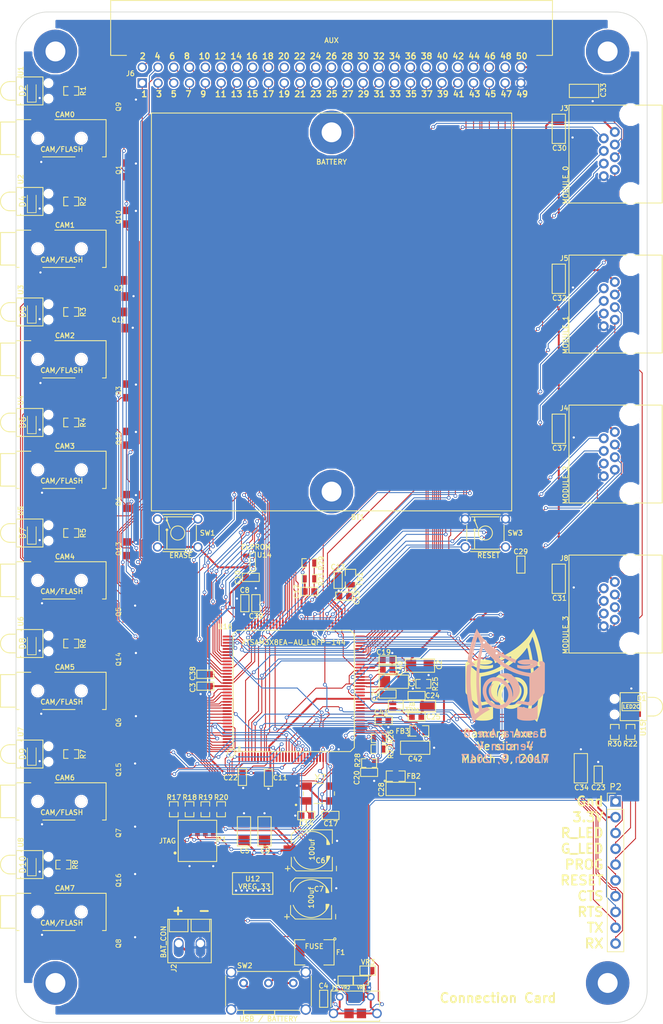
<source format=kicad_pcb>
(kicad_pcb (version 4) (host pcbnew 4.0.5)
  (layers (0 F.Cu mixed) (31 B.Cu signal) (35 F.Paste user) (36 B.SilkS user) (37 F.SilkS user) (38 B.Mask user) (39 F.Mask user) (44 Edge.Cuts user))
  (net 0 "")
  (net 1 /AUX02)
  (net 2 /AUX03)
  (net 3 /AUX04)
  (net 4 /AUX05)
  (net 5 /AUX06)
  (net 6 /AUX07)
  (net 7 /AUX08)
  (net 8 /AUX09)
  (net 9 /AUX10)
  (net 10 /AUX11)
  (net 11 /AUX12)
  (net 12 /AUX13)
  (net 13 /AUX14)
  (net 14 /AUX15)
  (net 15 /AUX16)
  (net 16 /AUX17)
  (net 17 /AUX18)
  (net 18 /AUX19)
  (net 19 /AUX20)
  (net 20 /AUX21)
  (net 21 /AUX22)
  (net 22 /AUX23)
  (net 23 /AUX24)
  (net 24 /AUX25)
  (net 25 /AUX26)
  (net 26 /AUX27)
  (net 27 /AUX28)
  (net 28 /AUX29)
  (net 29 /AUX30)
  (net 30 /AUX31)
  (net 31 /AUX32)
  (net 32 /AUX33)
  (net 33 /AUX34)
  (net 34 /AUX35)
  (net 35 /AUX36)
  (net 36 /AUX37)
  (net 37 /AUX38)
  (net 38 /AUX39)
  (net 39 /AUX40)
  (net 40 /AUX41)
  (net 41 /AUX42)
  (net 42 /AUX43)
  (net 43 /AUX_RX)
  (net 44 /AUX_TX)
  (net 45 /CAM0F)
  (net 46 /CAM0S)
  (net 47 /CAM1F)
  (net 48 /CAM1S)
  (net 49 /CAM2F)
  (net 50 /CAM2S)
  (net 51 /CAM3F)
  (net 52 /CAM3S)
  (net 53 /CAM4F)
  (net 54 /CAM4S)
  (net 55 /CAM5F)
  (net 56 /CAM5S)
  (net 57 /CAM6F)
  (net 58 /CAM6S)
  (net 59 /CAM7F)
  (net 60 /CAM7S)
  (net 61 /D+)
  (net 62 /D-)
  (net 63 /EEPROM_ID)
  (net 64 /JTAG_TCK)
  (net 65 /JTAG_TDI)
  (net 66 /JTAG_TDO)
  (net 67 /JTAG_TMS)
  (net 68 /LV_DETECT)
  (net 69 /MOD0_AN1)
  (net 70 /MOD0_ID)
  (net 71 /MOD0_RX)
  (net 72 /MOD0_SCL)
  (net 73 /MOD0_SDA)
  (net 74 /MOD0_TX)
  (net 75 /MOD1_AN1)
  (net 76 /MOD1_ID)
  (net 77 /MOD1_RX)
  (net 78 /MOD1_SCL)
  (net 79 /MOD1_SDA)
  (net 80 /MOD1_TX)
  (net 81 /MOD2_AN1)
  (net 82 /MOD2_AN2)
  (net 83 /MOD2_AN3)
  (net 84 /MOD2_AN4)
  (net 85 /MOD2_AN5)
  (net 86 /MOD2_ID)
  (net 87 /MOD3_AN1)
  (net 88 /MOD3_CS)
  (net 89 /MOD3_ID)
  (net 90 /MOD3_MISO)
  (net 91 /MOD3_MOSI)
  (net 92 /MOD3_SCLK)
  (net 93 /M_RESET)
  (net 94 /UOTGID)
  (net 95 /VBUS)
  (net 96 /VDDOUT)
  (net 97 /VDDPLL)
  (net 98 3V3)
  (net 99 5V)
  (net 100 GND)
  (net 101 "Net-(C14-Pad1)")
  (net 102 "Net-(C15-Pad1)")
  (net 103 "Net-(C17-Pad1)")
  (net 104 "Net-(C20-Pad1)")
  (net 105 "Net-(C24-Pad2)")
  (net 106 "Net-(C25-Pad2)")
  (net 107 "Net-(C42-Pad1)")
  (net 108 "Net-(CAM0-Pad1)")
  (net 109 "Net-(CAM0-Pad2)")
  (net 110 "Net-(CAM1-Pad1)")
  (net 111 "Net-(CAM1-Pad2)")
  (net 112 "Net-(CAM2-Pad1)")
  (net 113 "Net-(CAM2-Pad2)")
  (net 114 "Net-(CAM3-Pad1)")
  (net 115 "Net-(CAM3-Pad2)")
  (net 116 "Net-(CAM4-Pad1)")
  (net 117 "Net-(CAM4-Pad2)")
  (net 118 "Net-(CAM5-Pad1)")
  (net 119 "Net-(CAM5-Pad2)")
  (net 120 "Net-(CAM6-Pad1)")
  (net 121 "Net-(CAM6-Pad2)")
  (net 122 "Net-(CAM7-Pad1)")
  (net 123 "Net-(CAM7-Pad2)")
  (net 124 "Net-(D1-Pad1)")
  (net 125 "Net-(D1-Pad2)")
  (net 126 "Net-(F1-Pad2)")
  (net 127 "Net-(J2-Pad2)")
  (net 128 "Net-(R25-Pad2)")
  (net 129 "Net-(R26-Pad2)")
  (net 130 "Net-(R27-Pad2)")
  (net 131 "Net-(SW1-Pad3)")
  (net 132 "Net-(D2-Pad2)")
  (net 133 "Net-(D4-Pad2)")
  (net 134 "Net-(D5-Pad2)")
  (net 135 "Net-(D6-Pad2)")
  (net 136 "Net-(D7-Pad2)")
  (net 137 "Net-(D8-Pad2)")
  (net 138 "Net-(D9-Pad2)")
  (net 139 "Net-(D10-Pad2)")
  (net 140 /CC_RX)
  (net 141 /CC_TX)
  (net 142 /CC_RTS)
  (net 143 /CC_CTS)
  (net 144 /AUX44)
  (net 145 /AUX45)
  (net 146 /AUX46)
  (net 147 /AUX47)
  (net 148 /CC_RESET)
  (net 149 /CC_PROG)
  (net 150 /CC_R_LED)
  (net 151 /CC_G_LED)
  (module Socket_Strips:Socket_Strip_Straight_1x10_Pitch2.54mm (layer F.Cu) (at 121.92 152.4)
    (fp_text reference P2 (at 0 -2.33) (layer F.SilkS))
    (fp_text value "Connection Card")
    (pad 1 thru_hole rect (at 0 0) (size 1.7 1.7) (drill 1) (layers *.Cu *.Mask) (net 100 GND))
    (pad 2 thru_hole oval (at 0 2.54) (size 1.7 1.7) (drill 1) (layers *.Cu *.Mask) (net 98 3V3))
    (pad 3 thru_hole oval (at 0 5.08) (size 1.7 1.7) (drill 1) (layers *.Cu *.Mask) (net 150 /CC_R_LED))
    (pad 4 thru_hole oval (at 0 7.62) (size 1.7 1.7) (drill 1) (layers *.Cu *.Mask) (net 151 /CC_G_LED))
    (pad 5 thru_hole oval (at 0 10.16) (size 1.7 1.7) (drill 1) (layers *.Cu *.Mask) (net 149 /CC_PROG))
    (pad 6 thru_hole oval (at 0 12.7) (size 1.7 1.7) (drill 1) (layers *.Cu *.Mask) (net 148 /CC_RESET))
    (pad 7 thru_hole oval (at 0 15.24) (size 1.7 1.7) (drill 1) (layers *.Cu *.Mask) (net 143 /CC_CTS))
    (pad 8 thru_hole oval (at 0 17.78) (size 1.7 1.7) (drill 1) (layers *.Cu *.Mask) (net 142 /CC_RTS))
    (pad 9 thru_hole oval (at 0 20.32) (size 1.7 1.7) (drill 1) (layers *.Cu *.Mask) (net 141 /CC_TX))
    (pad 10 thru_hole oval (at 0 22.86) (size 1.7 1.7) (drill 1) (layers *.Cu *.Mask) (net 140 /CC_RX))
  )
  (module CA6:c_1206 (layer F.Cu) (at 86.2203 133.147)
    (fp_text reference C1 (at 2.9337 0.076 90) (layer F.SilkS) (effects (font (size 0.8 0.8))))
    (fp_text value 10uf hide)
    (pad 1 smd rect (at 1.397 0) (size 1.6002 1.8034) (layers F.Cu) (net 100 GND))
    (pad 2 smd rect (at -1.397 0) (size 1.6002 1.8034) (layers F.Cu) (net 96 /VDDOUT))
  )
  (module CA6:c_1206 (layer F.Cu) (at 90.424 130.556)
    (fp_text reference C2 (at 3.1115 -0.1143 90) (layer F.SilkS) (effects (font (size 0.8 0.8))))
    (fp_text value 10uf hide)
    (pad 1 smd rect (at 1.397 0) (size 1.6002 1.8034) (layers F.Cu) (net 100 GND))
    (pad 2 smd rect (at -1.397 0) (size 1.6002 1.8034) (layers F.Cu) (net 98 3V3))
  )
  (module CA6:c_0603 (layer F.Cu) (at 55.88 133.858)
    (fp_text reference C3 (at -2.032 0.254 90) (layer F.SilkS) (effects (font (size 0.8 0.8))))
    (fp_text value 0.1uf hide)
    (pad 1 smd rect (at 0.7518 0) (size 0.8992 1.0008) (layers F.Cu) (net 98 3V3))
    (pad 2 smd rect (at -0.7518 0) (size 0.8992 1.0008) (layers F.Cu) (net 100 GND))
  )
  (module CA6:c_0603 (layer F.Cu) (at 74.93 184.15 90)
    (fp_text reference C4 (at 2.0828 -0.0254 180) (layer F.SilkS) (effects (font (size 0.8 0.8))))
    (fp_text value 0.1uf hide)
    (pad 1 smd rect (at 0.7518 0 90) (size 0.8992 1.0008) (layers F.Cu) (net 95 /VBUS))
    (pad 2 smd rect (at -0.7518 0 90) (size 0.8992 1.0008) (layers F.Cu) (net 100 GND))
  )
  (module CA6:c_1206 (layer F.Cu) (at 62.103 157.226 270)
    (fp_text reference C5 (at 3.1115 -0.1143 360) (layer F.SilkS) (effects (font (size 0.8 0.8))))
    (fp_text value 10uf hide)
    (pad 1 smd rect (at 1.397 0 270) (size 1.6002 1.8034) (layers F.Cu) (net 98 3V3))
    (pad 2 smd rect (at -1.397 0 270) (size 1.6002 1.8034) (layers F.Cu) (net 100 GND))
  )
  (module CA6:c_elec_6.3x5.7 (layer F.Cu) (at 73.025 160.274 180)
    (fp_text reference C6 (at -1.397 -1.651 360) (layer F.SilkS) (effects (font (size 0.8 0.8))))
    (fp_text value 100uf (at -0.0254 0.127 270) (layer F.SilkS) (effects (font (size 0.8 0.8))))
    (pad 1 smd rect (at 2.7508 0 180) (size 3.5992 1.6002) (layers F.Cu) (net 98 3V3))
    (pad 2 smd rect (at -2.7508 0 180) (size 3.5992 1.6002) (layers F.Cu) (net 100 GND))
  )
  (module CA6:c_elec_6.3x5.7 (layer F.Cu) (at 72.898 168.021 180)
    (fp_text reference C7 (at -1.27 1.524 360) (layer F.SilkS) (effects (font (size 0.8 0.8))))
    (fp_text value 100uf (at -0.0254 0.127 270) (layer F.SilkS) (effects (font (size 0.8 0.8))))
    (pad 1 smd rect (at 2.7508 0 180) (size 3.5992 1.6002) (layers F.Cu) (net 99 5V))
    (pad 2 smd rect (at -2.7508 0 180) (size 3.5992 1.6002) (layers F.Cu) (net 100 GND))
  )
  (module CA6:c_0603 (layer F.Cu) (at 62.2427 120.51 90)
    (fp_text reference C8 (at 2.0828 -0.0254 180) (layer F.SilkS) (effects (font (size 0.8 0.8))))
    (fp_text value 0.1uf hide)
    (pad 1 smd rect (at 0.7518 0 90) (size 0.8992 1.0008) (layers F.Cu) (net 100 GND))
    (pad 2 smd rect (at -0.7518 0 90) (size 0.8992 1.0008) (layers F.Cu) (net 98 3V3))
  )
  (module CA6:c_1206 (layer F.Cu) (at 65.405 157.226 270)
    (fp_text reference C9 (at 3.1115 -0.1143 360) (layer F.SilkS) (effects (font (size 0.8 0.8))))
    (fp_text value 10uf hide)
    (pad 1 smd rect (at 1.397 0 270) (size 1.6002 1.8034) (layers F.Cu) (net 99 5V))
    (pad 2 smd rect (at -1.397 0 270) (size 1.6002 1.8034) (layers F.Cu) (net 100 GND))
  )
  (module CA6:c_0603 (layer F.Cu) (at 63.1952 116.357 180)
    (fp_text reference C10 (at 2.0828 -0.0254 270) (layer F.SilkS) (effects (font (size 0.8 0.8))))
    (fp_text value 0.1uf hide)
    (pad 1 smd rect (at 0.7518 0 180) (size 0.8992 1.0008) (layers F.Cu) (net 98 3V3))
    (pad 2 smd rect (at -0.7518 0 180) (size 0.8992 1.0008) (layers F.Cu) (net 100 GND))
  )
  (module CA6:c_0603 (layer F.Cu) (at 66.04 148.59 90)
    (fp_text reference C11 (at 0 1.905 180) (layer F.SilkS) (effects (font (size 0.8 0.8))))
    (fp_text value 0.1uf hide)
    (pad 1 smd rect (at 0.7518 0 90) (size 0.8992 1.0008) (layers F.Cu) (net 98 3V3))
    (pad 2 smd rect (at -0.7518 0 90) (size 0.8992 1.0008) (layers F.Cu) (net 100 GND))
  )
  (module CA6:c_0603 (layer F.Cu) (at 72.644 118.618 180)
    (fp_text reference C12 (at 2.0828 -0.0254 270) (layer F.SilkS) (effects (font (size 0.8 0.8))))
    (fp_text value 0.1uf hide)
    (pad 1 smd rect (at 0.7518 0 180) (size 0.8992 1.0008) (layers F.Cu) (net 100 GND))
    (pad 2 smd rect (at -0.7518 0 180) (size 0.8992 1.0008) (layers F.Cu) (net 68 /LV_DETECT))
  )
  (module CA6:c_0603 (layer F.Cu) (at 77.2541 116.764 90)
    (fp_text reference C13 (at 2.0828 -0.0254 180) (layer F.SilkS) (effects (font (size 0.8 0.8))))
    (fp_text value 0.1uf hide)
    (pad 1 smd rect (at 0.7518 0 90) (size 0.8992 1.0008) (layers F.Cu) (net 98 3V3))
    (pad 2 smd rect (at -0.7518 0 90) (size 0.8992 1.0008) (layers F.Cu) (net 100 GND))
  )
  (module CA6:c_0603 (layer F.Cu) (at 72.136 154.686)
    (fp_text reference C14 (at 0 1.27 180) (layer F.SilkS) (effects (font (size 0.8 0.8))))
    (fp_text value 20pf hide)
    (pad 1 smd rect (at 0.7518 0) (size 0.8992 1.0008) (layers F.Cu) (net 101 "Net-(C14-Pad1)"))
    (pad 2 smd rect (at -0.7518 0) (size 0.8992 1.0008) (layers F.Cu) (net 100 GND))
  )
  (module CA6:c_0603 (layer F.Cu) (at 78.232 119.38)
    (fp_text reference C15 (at 2.032 0.254 90) (layer F.SilkS) (effects (font (size 0.8 0.8))))
    (fp_text value 0.1uf hide)
    (pad 1 smd rect (at 0.7518 0) (size 0.8992 1.0008) (layers F.Cu) (net 102 "Net-(C15-Pad1)"))
    (pad 2 smd rect (at -0.7518 0) (size 0.8992 1.0008) (layers F.Cu) (net 100 GND))
  )
  (module CA6:c_0603 (layer F.Cu) (at 76.0222 154.661 180)
    (fp_text reference C17 (at -0.0508 -1.295 360) (layer F.SilkS) (effects (font (size 0.8 0.8))))
    (fp_text value 20pf hide)
    (pad 1 smd rect (at 0.7518 0 180) (size 0.8992 1.0008) (layers F.Cu) (net 103 "Net-(C17-Pad1)"))
    (pad 2 smd rect (at -0.7518 0 180) (size 0.8992 1.0008) (layers F.Cu) (net 100 GND))
  )
  (module CA6:c_0603 (layer F.Cu) (at 85.217 129.667)
    (fp_text reference C19 (at -0.635 -1.27 180) (layer F.SilkS) (effects (font (size 0.8 0.8))))
    (fp_text value 0.1uf hide)
    (pad 1 smd rect (at 0.7518 0) (size 0.8992 1.0008) (layers F.Cu) (net 100 GND))
    (pad 2 smd rect (at -0.7518 0) (size 0.8992 1.0008) (layers F.Cu) (net 98 3V3))
  )
  (module CA6:c_0603 (layer F.Cu) (at 82.2452 147.726 180)
    (fp_text reference C20 (at 1.9812 -0.864 270) (layer F.SilkS) (effects (font (size 0.8 0.8))))
    (fp_text value 20pf hide)
    (pad 1 smd rect (at 0.7518 0 180) (size 0.8992 1.0008) (layers F.Cu) (net 104 "Net-(C20-Pad1)"))
    (pad 2 smd rect (at -0.7518 0 180) (size 0.8992 1.0008) (layers F.Cu) (net 100 GND))
  )
  (module CA6:c_0603 (layer F.Cu) (at 85.217 135.128 180)
    (fp_text reference C21 (at 2.0828 -0.0254 270) (layer F.SilkS) (effects (font (size 0.8 0.8))))
    (fp_text value 0.1uf hide)
    (pad 1 smd rect (at 0.7518 0 180) (size 0.8992 1.0008) (layers F.Cu) (net 98 3V3))
    (pad 2 smd rect (at -0.7518 0 180) (size 0.8992 1.0008) (layers F.Cu) (net 100 GND))
  )
  (module CA6:c_0603 (layer F.Cu) (at 61.849 148.463 270)
    (fp_text reference C22 (at 0.127 1.905 360) (layer F.SilkS) (effects (font (size 0.8 0.8))))
    (fp_text value 0.1uf hide)
    (pad 1 smd rect (at 0.7518 0 270) (size 0.8992 1.0008) (layers F.Cu) (net 100 GND))
    (pad 2 smd rect (at -0.7518 0 270) (size 0.8992 1.0008) (layers F.Cu) (net 96 /VDDOUT))
  )
  (module CA6:c_0603 (layer F.Cu) (at 119.126 148.082 270)
    (fp_text reference C23 (at 2.0828 -0.0254 360) (layer F.SilkS) (effects (font (size 0.8 0.8))))
    (fp_text value 0.1uf hide)
    (pad 1 smd rect (at 0.7518 0 270) (size 0.8992 1.0008) (layers F.Cu) (net 98 3V3))
    (pad 2 smd rect (at -0.7518 0 270) (size 0.8992 1.0008) (layers F.Cu) (net 100 GND))
  )
  (module CA6:c_0603 (layer F.Cu) (at 89.8906 135.369)
    (fp_text reference C24 (at 2.5654 0.013) (layer F.SilkS) (effects (font (size 0.8 0.8))))
    (fp_text value 20pf hide)
    (pad 1 smd rect (at 0.7518 0) (size 0.8992 1.0008) (layers F.Cu) (net 100 GND))
    (pad 2 smd rect (at -0.7518 0) (size 0.8992 1.0008) (layers F.Cu) (net 105 "Net-(C24-Pad2)"))
  )
  (module CA6:c_0603 (layer F.Cu) (at 89.8906 138.773)
    (fp_text reference C25 (at 2.6924 0.038 180) (layer F.SilkS) (effects (font (size 0.8 0.8))))
    (fp_text value 20pf hide)
    (pad 1 smd rect (at 0.7518 0) (size 0.8992 1.0008) (layers F.Cu) (net 100 GND))
    (pad 2 smd rect (at -0.7518 0) (size 0.8992 1.0008) (layers F.Cu) (net 106 "Net-(C25-Pad2)"))
  )
  (module CA6:c_1206 (layer F.Cu) (at 87.3252 150.393 180)
    (fp_text reference C28 (at 3.1115 -0.1143 270) (layer F.SilkS) (effects (font (size 0.8 0.8))))
    (fp_text value 10uf hide)
    (pad 1 smd rect (at 1.397 0 180) (size 1.6002 1.8034) (layers F.Cu) (net 97 /VDDPLL))
    (pad 2 smd rect (at -1.397 0 180) (size 1.6002 1.8034) (layers F.Cu) (net 100 GND))
  )
  (module CA6:c_0603 (layer F.Cu) (at 106.68 114.3 90)
    (fp_text reference C29 (at 2.0828 -0.0254 180) (layer F.SilkS) (effects (font (size 0.8 0.8))))
    (fp_text value 0.1uf hide)
    (pad 1 smd rect (at 0.7518 0 90) (size 0.8992 1.0008) (layers F.Cu) (net 93 /M_RESET))
    (pad 2 smd rect (at -0.7518 0 90) (size 0.8992 1.0008) (layers F.Cu) (net 98 3V3))
  )
  (module CA6:c_1206 (layer F.Cu) (at 112.776 44.196 270)
    (fp_text reference C30 (at 3.1115 -0.1143 360) (layer F.SilkS) (effects (font (size 0.8 0.8))))
    (fp_text value 10uf hide)
    (pad 1 smd rect (at 1.397 0 270) (size 1.6002 1.8034) (layers F.Cu) (net 100 GND))
    (pad 2 smd rect (at -1.397 0 270) (size 1.6002 1.8034) (layers F.Cu) (net 98 3V3))
  )
  (module CA6:c_1206 (layer F.Cu) (at 112.776 116.586 270)
    (fp_text reference C31 (at 3.1115 -0.1143 360) (layer F.SilkS) (effects (font (size 0.8 0.8))))
    (fp_text value 10uf hide)
    (pad 1 smd rect (at 1.397 0 270) (size 1.6002 1.8034) (layers F.Cu) (net 100 GND))
    (pad 2 smd rect (at -1.397 0 270) (size 1.6002 1.8034) (layers F.Cu) (net 98 3V3))
  )
  (module CA6:c_1206 (layer F.Cu) (at 112.776 68.326 270)
    (fp_text reference C32 (at 3.1115 -0.1143 360) (layer F.SilkS) (effects (font (size 0.8 0.8))))
    (fp_text value 10uf hide)
    (pad 1 smd rect (at 1.397 0 270) (size 1.6002 1.8034) (layers F.Cu) (net 100 GND))
    (pad 2 smd rect (at -1.397 0 270) (size 1.6002 1.8034) (layers F.Cu) (net 98 3V3))
  )
  (module CA6:c_1206 (layer F.Cu) (at 116.84 38.1)
    (fp_text reference C33 (at 3.1115 -0.1143 90) (layer F.SilkS) (effects (font (size 0.8 0.8))))
    (fp_text value 10uf hide)
    (pad 1 smd rect (at 1.397 0) (size 1.6002 1.8034) (layers F.Cu) (net 100 GND))
    (pad 2 smd rect (at -1.397 0) (size 1.6002 1.8034) (layers F.Cu) (net 98 3V3))
  )
  (module CA6:c_1206 (layer F.Cu) (at 116.332 147.066 270)
    (fp_text reference C34 (at 3.1115 -0.1143 360) (layer F.SilkS) (effects (font (size 0.8 0.8))))
    (fp_text value 10uf hide)
    (pad 1 smd rect (at 1.397 0 270) (size 1.6002 1.8034) (layers F.Cu) (net 98 3V3))
    (pad 2 smd rect (at -1.397 0 270) (size 1.6002 1.8034) (layers F.Cu) (net 100 GND))
  )
  (module CA6:c_1206 (layer F.Cu) (at 112.776 92.456 270)
    (fp_text reference C37 (at 3.1115 -0.1143 360) (layer F.SilkS) (effects (font (size 0.8 0.8))))
    (fp_text value 10uf hide)
    (pad 1 smd rect (at 1.397 0 270) (size 1.6002 1.8034) (layers F.Cu) (net 100 GND))
    (pad 2 smd rect (at -1.397 0 270) (size 1.6002 1.8034) (layers F.Cu) (net 98 3V3))
  )
  (module CA6:c_0603 (layer F.Cu) (at 55.88 131.953)
    (fp_text reference C38 (at -2.032 -0.127 90) (layer F.SilkS) (effects (font (size 0.8 0.8))))
    (fp_text value 0.1uf hide)
    (pad 1 smd rect (at 0.7518 0) (size 0.8992 1.0008) (layers F.Cu) (net 96 /VDDOUT))
    (pad 2 smd rect (at -0.7518 0) (size 0.8992 1.0008) (layers F.Cu) (net 100 GND))
  )
  (module CA6:c_0603 (layer F.Cu) (at 64.0207 120.51 270)
    (fp_text reference C39 (at 2.0828 -0.0254 360) (layer F.SilkS) (effects (font (size 0.8 0.8))))
    (fp_text value 0.1uf hide)
    (pad 1 smd rect (at 0.7518 0 270) (size 0.8992 1.0008) (layers F.Cu) (net 96 /VDDOUT))
    (pad 2 smd rect (at -0.7518 0 270) (size 0.8992 1.0008) (layers F.Cu) (net 100 GND))
  )
  (module CA6:c_0603 (layer F.Cu) (at 85.217 131.191)
    (fp_text reference C40 (at 2.032 -0.254 90) (layer F.SilkS) (effects (font (size 0.8 0.8))))
    (fp_text value 0.1uf hide)
    (pad 1 smd rect (at 0.7518 0) (size 0.8992 1.0008) (layers F.Cu) (net 100 GND))
    (pad 2 smd rect (at -0.7518 0) (size 0.8992 1.0008) (layers F.Cu) (net 96 /VDDOUT))
  )
  (module CA6:c_0603 (layer F.Cu) (at 84.582 139.357)
    (fp_text reference C41 (at -0.381 -1.308 180) (layer F.SilkS) (effects (font (size 0.8 0.8))))
    (fp_text value 0.1uf hide)
    (pad 1 smd rect (at 0.7518 0) (size 0.8992 1.0008) (layers F.Cu) (net 100 GND))
    (pad 2 smd rect (at -0.7518 0) (size 0.8992 1.0008) (layers F.Cu) (net 96 /VDDOUT))
  )
  (module CA6:c_1206 (layer F.Cu) (at 89.662 143.764 180)
    (fp_text reference C42 (at 0 -1.778 360) (layer F.SilkS) (effects (font (size 0.8 0.8))))
    (fp_text value 10uf hide)
    (pad 1 smd rect (at 1.397 0 180) (size 1.6002 1.8034) (layers F.Cu) (net 107 "Net-(C42-Pad1)"))
    (pad 2 smd rect (at -1.397 0 180) (size 1.6002 1.8034) (layers F.Cu) (net 100 GND))
  )
  (module CA6:161-3334-E_Big_Pad (layer F.Cu) (at 25.4 45.72)
    (fp_text reference CAM0 (at 7.874 -3.81) (layer F.SilkS) (effects (font (size 0.8 0.8) (thickness 0.1524))))
    (fp_text value CAM/FLASH (at 7.366 1.778) (layer F.SilkS) (effects (font (size 0.8 0.8) (thickness 0.1524))))
    (pad 1 smd rect (at 4.3942 -3.7084) (size 2.2098 2.794) (layers F.Cu) (net 108 "Net-(CAM0-Pad1)"))
    (pad 2 smd rect (at 11.7856 3.7084) (size 2.794 2.794) (layers F.Cu) (net 109 "Net-(CAM0-Pad2)"))
    (pad 3 smd rect (at 2.3876 3.7084) (size 2.2098 2.794) (layers F.Cu) (net 100 GND))
    (pad "" np_thru_hole circle (at 10.5156 0 270) (size 1.7018 1.7018) (drill 1.7) (layers *.Cu *.Mask))
    (pad "" np_thru_hole circle (at 3.5052 0 270) (size 1.7018 1.7018) (drill 1.7) (layers *.Cu *.Mask))
  )
  (module CA6:161-3334-E_Big_Pad (layer F.Cu) (at 25.4 63.5)
    (fp_text reference CAM1 (at 7.874 -3.81) (layer F.SilkS) (effects (font (size 0.8 0.8) (thickness 0.1524))))
    (fp_text value CAM/FLASH (at 7.366 1.778) (layer F.SilkS) (effects (font (size 0.8 0.8) (thickness 0.1524))))
    (pad 1 smd rect (at 4.3942 -3.7084) (size 2.2098 2.794) (layers F.Cu) (net 110 "Net-(CAM1-Pad1)"))
    (pad 2 smd rect (at 11.7856 3.7084) (size 2.794 2.794) (layers F.Cu) (net 111 "Net-(CAM1-Pad2)"))
    (pad 3 smd rect (at 2.3876 3.7084) (size 2.2098 2.794) (layers F.Cu) (net 100 GND))
    (pad "" np_thru_hole circle (at 10.5156 0 270) (size 1.7018 1.7018) (drill 1.7) (layers *.Cu *.Mask))
    (pad "" np_thru_hole circle (at 3.5052 0 270) (size 1.7018 1.7018) (drill 1.7) (layers *.Cu *.Mask))
  )
  (module CA6:161-3334-E_Big_Pad (layer F.Cu) (at 25.4 81.28)
    (fp_text reference CAM2 (at 7.874 -3.81) (layer F.SilkS) (effects (font (size 0.8 0.8) (thickness 0.1524))))
    (fp_text value CAM/FLASH (at 7.366 1.778) (layer F.SilkS) (effects (font (size 0.8 0.8) (thickness 0.1524))))
    (pad 1 smd rect (at 4.3942 -3.7084) (size 2.2098 2.794) (layers F.Cu) (net 112 "Net-(CAM2-Pad1)"))
    (pad 2 smd rect (at 11.7856 3.7084) (size 2.794 2.794) (layers F.Cu) (net 113 "Net-(CAM2-Pad2)"))
    (pad 3 smd rect (at 2.3876 3.7084) (size 2.2098 2.794) (layers F.Cu) (net 100 GND))
    (pad "" np_thru_hole circle (at 10.5156 0 270) (size 1.7018 1.7018) (drill 1.7) (layers *.Cu *.Mask))
    (pad "" np_thru_hole circle (at 3.5052 0 270) (size 1.7018 1.7018) (drill 1.7) (layers *.Cu *.Mask))
  )
  (module CA6:161-3334-E_Big_Pad (layer F.Cu) (at 25.4 99.06)
    (fp_text reference CAM3 (at 7.874 -3.81) (layer F.SilkS) (effects (font (size 0.8 0.8) (thickness 0.1524))))
    (fp_text value CAM/FLASH (at 7.366 1.778) (layer F.SilkS) (effects (font (size 0.8 0.8) (thickness 0.1524))))
    (pad 1 smd rect (at 4.3942 -3.7084) (size 2.2098 2.794) (layers F.Cu) (net 114 "Net-(CAM3-Pad1)"))
    (pad 2 smd rect (at 11.7856 3.7084) (size 2.794 2.794) (layers F.Cu) (net 115 "Net-(CAM3-Pad2)"))
    (pad 3 smd rect (at 2.3876 3.7084) (size 2.2098 2.794) (layers F.Cu) (net 100 GND))
    (pad "" np_thru_hole circle (at 10.5156 0 270) (size 1.7018 1.7018) (drill 1.7) (layers *.Cu *.Mask))
    (pad "" np_thru_hole circle (at 3.5052 0 270) (size 1.7018 1.7018) (drill 1.7) (layers *.Cu *.Mask))
  )
  (module CA6:161-3334-E_Big_Pad (layer F.Cu) (at 25.4 116.84)
    (fp_text reference CAM4 (at 7.874 -3.81) (layer F.SilkS) (effects (font (size 0.8 0.8) (thickness 0.1524))))
    (fp_text value CAM/FLASH (at 7.366 1.778) (layer F.SilkS) (effects (font (size 0.8 0.8) (thickness 0.1524))))
    (pad 1 smd rect (at 4.3942 -3.7084) (size 2.2098 2.794) (layers F.Cu) (net 116 "Net-(CAM4-Pad1)"))
    (pad 2 smd rect (at 11.7856 3.7084) (size 2.794 2.794) (layers F.Cu) (net 117 "Net-(CAM4-Pad2)"))
    (pad 3 smd rect (at 2.3876 3.7084) (size 2.2098 2.794) (layers F.Cu) (net 100 GND))
    (pad "" np_thru_hole circle (at 10.5156 0 270) (size 1.7018 1.7018) (drill 1.7) (layers *.Cu *.Mask))
    (pad "" np_thru_hole circle (at 3.5052 0 270) (size 1.7018 1.7018) (drill 1.7) (layers *.Cu *.Mask))
  )
  (module CA6:161-3334-E_Big_Pad (layer F.Cu) (at 25.4 134.62)
    (fp_text reference CAM5 (at 7.874 -3.81) (layer F.SilkS) (effects (font (size 0.8 0.8) (thickness 0.1524))))
    (fp_text value CAM/FLASH (at 7.366 1.778) (layer F.SilkS) (effects (font (size 0.8 0.8) (thickness 0.1524))))
    (pad 1 smd rect (at 4.3942 -3.7084) (size 2.2098 2.794) (layers F.Cu) (net 118 "Net-(CAM5-Pad1)"))
    (pad 2 smd rect (at 11.7856 3.7084) (size 2.794 2.794) (layers F.Cu) (net 119 "Net-(CAM5-Pad2)"))
    (pad 3 smd rect (at 2.3876 3.7084) (size 2.2098 2.794) (layers F.Cu) (net 100 GND))
    (pad "" np_thru_hole circle (at 10.5156 0 270) (size 1.7018 1.7018) (drill 1.7) (layers *.Cu *.Mask))
    (pad "" np_thru_hole circle (at 3.5052 0 270) (size 1.7018 1.7018) (drill 1.7) (layers *.Cu *.Mask))
  )
  (module CA6:161-3334-E_Big_Pad (layer F.Cu) (at 25.4 152.4)
    (fp_text reference CAM6 (at 7.874 -3.81) (layer F.SilkS) (effects (font (size 0.8 0.8) (thickness 0.1524))))
    (fp_text value CAM/FLASH (at 7.366 1.778) (layer F.SilkS) (effects (font (size 0.8 0.8) (thickness 0.1524))))
    (pad 1 smd rect (at 4.3942 -3.7084) (size 2.2098 2.794) (layers F.Cu) (net 120 "Net-(CAM6-Pad1)"))
    (pad 2 smd rect (at 11.7856 3.7084) (size 2.794 2.794) (layers F.Cu) (net 121 "Net-(CAM6-Pad2)"))
    (pad 3 smd rect (at 2.3876 3.7084) (size 2.2098 2.794) (layers F.Cu) (net 100 GND))
    (pad "" np_thru_hole circle (at 10.5156 0 270) (size 1.7018 1.7018) (drill 1.7) (layers *.Cu *.Mask))
    (pad "" np_thru_hole circle (at 3.5052 0 270) (size 1.7018 1.7018) (drill 1.7) (layers *.Cu *.Mask))
  )
  (module CA6:161-3334-E_Big_Pad (layer F.Cu) (at 25.4 170.18)
    (fp_text reference CAM7 (at 7.874 -3.81) (layer F.SilkS) (effects (font (size 0.8 0.8) (thickness 0.1524))))
    (fp_text value CAM/FLASH (at 7.366 1.778) (layer F.SilkS) (effects (font (size 0.8 0.8) (thickness 0.1524))))
    (pad 1 smd rect (at 4.3942 -3.7084) (size 2.2098 2.794) (layers F.Cu) (net 122 "Net-(CAM7-Pad1)"))
    (pad 2 smd rect (at 11.7856 3.7084) (size 2.794 2.794) (layers F.Cu) (net 123 "Net-(CAM7-Pad2)"))
    (pad 3 smd rect (at 2.3876 3.7084) (size 2.2098 2.794) (layers F.Cu) (net 100 GND))
    (pad "" np_thru_hole circle (at 10.5156 0 270) (size 1.7018 1.7018) (drill 1.7) (layers *.Cu *.Mask))
    (pad "" np_thru_hole circle (at 3.5052 0 270) (size 1.7018 1.7018) (drill 1.7) (layers *.Cu *.Mask))
  )
  (module CA6:LED-SOT-23 (layer F.Cu) (at 124.46 137.16)
    (fp_text reference D1 (at 1.651 -1.3335) (layer F.SilkS) (effects (font (size 0.8 0.8))))
    (fp_text value LED2C (at 0 0) (layer F.SilkS) (effects (font (size 0.5842 0.5842) (thickness 0.14605))))
    (pad 1 smd rect (at -1.05 1.2) (size 1 0.9) (layers F.Cu) (net 124 "Net-(D1-Pad1)"))
    (pad 2 smd rect (at 1.05 1.2) (size 1 0.9) (layers F.Cu) (net 125 "Net-(D1-Pad2)"))
    (pad 3 smd rect (at 0 -1.2) (size 1 0.9) (layers F.Cu) (net 100 GND))
  )
  (module CA6:SM1812 (layer F.Cu) (at 73.4314 176.682 180)
    (fp_text reference F1 (at -4.2164 0 180) (layer F.SilkS) (effects (font (size 0.8 0.8))))
    (fp_text value FUSE (at 0.0254 0.9652 180) (layer F.SilkS) (effects (font (size 0.8 0.8))))
    (pad 1 smd rect (at -2.286 0 180) (size 1.397 3.81) (layers F.Cu) (net 99 5V))
    (pad 2 smd rect (at 2.286 0 180) (size 1.397 3.81) (layers F.Cu) (net 126 "Net-(F1-Pad2)"))
  )
  (module CA6:SM0805 (layer F.Cu) (at 79.248 116.586 90)
    (fp_text reference FB1 (at 0 1.524 90) (layer F.SilkS) (effects (font (size 0.8 0.8))))
    (fp_text value "Ferrite Bead" hide)
    (pad 1 smd rect (at -0.9525 0 90) (size 0.889 1.397) (layers F.Cu) (net 102 "Net-(C15-Pad1)"))
    (pad 2 smd rect (at 0.9525 0 90) (size 0.889 1.397) (layers F.Cu) (net 98 3V3))
  )
  (module CA6:SM0805 (layer F.Cu) (at 86.5251 148.336)
    (fp_text reference FB2 (at 2.8829 0) (layer F.SilkS) (effects (font (size 0.8 0.8))))
    (fp_text value "Ferrite Bead" hide)
    (pad 1 smd rect (at -0.9525 0) (size 0.889 1.397) (layers F.Cu) (net 97 /VDDPLL))
    (pad 2 smd rect (at 0.9525 0) (size 0.889 1.397) (layers F.Cu) (net 96 /VDDOUT))
  )
  (module CA6:SM0805 (layer F.Cu) (at 90.3224 141.059)
    (fp_text reference FB3 (at -2.6924 0.038) (layer F.SilkS) (effects (font (size 0.8 0.8))))
    (fp_text value "Ferrite Bead" hide)
    (pad 1 smd rect (at -0.9525 0) (size 0.889 1.397) (layers F.Cu) (net 107 "Net-(C42-Pad1)"))
    (pad 2 smd rect (at 0.9525 0) (size 0.889 1.397) (layers F.Cu) (net 98 3V3))
  )
  (module CA6:USB_MICRO_10118194-0001LF (layer F.Cu) (at 80.01 187.96)
    (fp_text reference J1 (at -3.302 -5.588) (layer F.SilkS) (effects (font (size 0.8 0.8))))
    (fp_text value MICRO_USB hide)
    (pad 5 smd rect (at 1 -1.45) (size 1.5 1.55) (layers F.Cu) (net 100 GND))
    (pad 5 smd rect (at -1 -1.45) (size 1.5 1.55) (layers F.Cu) (net 100 GND))
    (pad 5 thru_hole circle (at -3.5 -1.45) (size 1.55 1.55) (drill 1.0668) (layers *.Cu *.Mask) (net 100 GND))
    (pad 2 smd rect (at -0.65 -4.125) (size 0.4 1.35) (layers F.Cu) (net 62 /D-))
    (pad 1 smd rect (at -1.3 -4.125) (size 0.4 1.35) (layers F.Cu) (net 95 /VBUS) (clearance 0.19))
    (pad 3 smd rect (at 0 -4.125) (size 0.4 1.35) (layers F.Cu) (net 61 /D+))
    (pad 4 smd rect (at 0.65 -4.125) (size 0.4 1.35) (layers F.Cu) (net 94 /UOTGID))
    (pad 5 smd rect (at 1.3 -4.125) (size 0.4 1.35) (layers F.Cu) (net 100 GND) (clearance 0.19))
    (pad 5 thru_hole circle (at 2.5 -4.125) (size 1.25 1.25) (drill 0.8128) (layers *.Cu *.Mask) (net 100 GND) (clearance 0.19))
    (pad 5 thru_hole circle (at -2.5 -4.125) (size 1.25 1.25) (drill 0.8128) (layers *.Cu *.Mask) (net 100 GND) (clearance 0.19))
    (pad 5 thru_hole circle (at 3.5 -1.45) (size 1.55 1.55) (drill 1.0668) (layers *.Cu *.Mask) (net 100 GND))
  )
  (module CA6:Screw_Terminal_Block_2P (layer F.Cu) (at 53.34 175.26 180)
    (fp_text reference J2 (at 2.5146 -3.9624 450) (layer F.SilkS) (effects (font (size 0.8 0.8))))
    (fp_text value BAT_CON (at 4.191 0.254 450) (layer F.SilkS) (effects (font (size 0.8 0.8))))
    (pad 1 thru_hole oval (at -1.75 0 180) (size 1.5748 3.048) (drill 1.2 (offset 0 -0.635)) (layers *.Cu *.Mask) (net 100 GND))
    (pad 2 thru_hole oval (at 1.75 0 180) (size 1.6002 3.048) (drill 1.2 (offset 0 -0.635)) (layers *.Cu *.Mask) (net 127 "Net-(J2-Pad2)"))
  )
  (module CA6:RJ45_RJHSE-5080 (layer F.Cu) (at 121.92 48.26 90)
    (fp_text reference J3 (at 7.366 -8.2804 180) (layer F.SilkS) (effects (font (size 0.8 0.8))))
    (fp_text value MODULE_0 (at -4.9784 -8.0518 90) (layer F.SilkS) (effects (font (size 0.8 0.8))))
    (pad "" np_thru_hole circle (at -6.35 2.42 90) (size 3.25 3.25) (drill 3.25) (layers *.Cu *.Mask))
    (pad "" np_thru_hole circle (at 6.35 2.42 90) (size 3.25 3.25) (drill 3.25) (layers *.Cu *.Mask))
    (pad 5 thru_hole circle (at -0.5 -0.12 90) (size 1.6 1.6) (drill 0.89) (layers *.Cu *.Mask) (net 70 /MOD0_ID))
    (pad 3 thru_hole circle (at 1.53 -0.12 90) (size 1.6 1.6) (drill 0.89) (layers *.Cu *.Mask) (net 72 /MOD0_SCL))
    (pad 6 thru_hole circle (at -1.53 -1.9 90) (size 1.6 1.6) (drill 0.89) (layers *.Cu *.Mask) (net 71 /MOD0_RX))
    (pad 4 thru_hole circle (at 0.5 -1.9 90) (size 1.6 1.6) (drill 0.89) (layers *.Cu *.Mask) (net 73 /MOD0_SDA))
    (pad 8 thru_hole circle (at -3.56 -1.9 90) (size 1.6 1.6) (drill 0.89) (layers *.Cu *.Mask) (net 100 GND))
    (pad 7 thru_hole circle (at -2.53 -0.12 90) (size 1.6 1.6) (drill 0.89) (layers *.Cu *.Mask) (net 74 /MOD0_TX))
    (pad 2 thru_hole circle (at 2.53 -1.9 90) (size 1.6 1.6) (drill 0.89) (layers *.Cu *.Mask) (net 69 /MOD0_AN1))
    (pad 1 thru_hole circle (at 3.56 -0.12 90) (size 1.6 1.6) (drill 0.89) (layers *.Cu *.Mask) (net 98 3V3))
  )
  (module CA6:RJ45_RJHSE-5080 (layer F.Cu) (at 121.92 96.52 90)
    (fp_text reference J4 (at 7.366 -8.2804 180) (layer F.SilkS) (effects (font (size 0.8 0.8))))
    (fp_text value MODULE_2 (at -4.9784 -8.0518 90) (layer F.SilkS) (effects (font (size 0.8 0.8))))
    (pad "" np_thru_hole circle (at -6.35 2.42 90) (size 3.25 3.25) (drill 3.25) (layers *.Cu *.Mask))
    (pad "" np_thru_hole circle (at 6.35 2.42 90) (size 3.25 3.25) (drill 3.25) (layers *.Cu *.Mask))
    (pad 5 thru_hole circle (at -0.5 -0.12 90) (size 1.6 1.6) (drill 0.89) (layers *.Cu *.Mask) (net 86 /MOD2_ID))
    (pad 3 thru_hole circle (at 1.53 -0.12 90) (size 1.6 1.6) (drill 0.89) (layers *.Cu *.Mask) (net 82 /MOD2_AN2))
    (pad 6 thru_hole circle (at -1.53 -1.9 90) (size 1.6 1.6) (drill 0.89) (layers *.Cu *.Mask) (net 84 /MOD2_AN4))
    (pad 4 thru_hole circle (at 0.5 -1.9 90) (size 1.6 1.6) (drill 0.89) (layers *.Cu *.Mask) (net 83 /MOD2_AN3))
    (pad 8 thru_hole circle (at -3.56 -1.9 90) (size 1.6 1.6) (drill 0.89) (layers *.Cu *.Mask) (net 100 GND))
    (pad 7 thru_hole circle (at -2.53 -0.12 90) (size 1.6 1.6) (drill 0.89) (layers *.Cu *.Mask) (net 85 /MOD2_AN5))
    (pad 2 thru_hole circle (at 2.53 -1.9 90) (size 1.6 1.6) (drill 0.89) (layers *.Cu *.Mask) (net 81 /MOD2_AN1))
    (pad 1 thru_hole circle (at 3.56 -0.12 90) (size 1.6 1.6) (drill 0.89) (layers *.Cu *.Mask) (net 98 3V3))
  )
  (module CA6:RJ45_RJHSE-5080 (layer F.Cu) (at 121.92 120.65 90)
    (fp_text reference J8 (at 7.366 -8.2804 180) (layer F.SilkS) (effects (font (size 0.8 0.8))))
    (fp_text value MODULE_3 (at -4.9784 -8.0518 90) (layer F.SilkS) (effects (font (size 0.8 0.8))))
    (pad "" np_thru_hole circle (at -6.35 2.42 90) (size 3.25 3.25) (drill 3.25) (layers *.Cu *.Mask))
    (pad "" np_thru_hole circle (at 6.35 2.42 90) (size 3.25 3.25) (drill 3.25) (layers *.Cu *.Mask))
    (pad 5 thru_hole circle (at -0.5 -0.12 90) (size 1.6 1.6) (drill 0.89) (layers *.Cu *.Mask) (net 89 /MOD3_ID))
    (pad 3 thru_hole circle (at 1.53 -0.12 90) (size 1.6 1.6) (drill 0.89) (layers *.Cu *.Mask) (net 91 /MOD3_MOSI))
    (pad 6 thru_hole circle (at -1.53 -1.9 90) (size 1.6 1.6) (drill 0.89) (layers *.Cu *.Mask) (net 92 /MOD3_SCLK))
    (pad 4 thru_hole circle (at 0.5 -1.9 90) (size 1.6 1.6) (drill 0.89) (layers *.Cu *.Mask) (net 90 /MOD3_MISO))
    (pad 8 thru_hole circle (at -3.56 -1.9 90) (size 1.6 1.6) (drill 0.89) (layers *.Cu *.Mask) (net 100 GND))
    (pad 7 thru_hole circle (at -2.53 -0.12 90) (size 1.6 1.6) (drill 0.89) (layers *.Cu *.Mask) (net 88 /MOD3_CS))
    (pad 2 thru_hole circle (at 2.53 -1.9 90) (size 1.6 1.6) (drill 0.89) (layers *.Cu *.Mask) (net 87 /MOD3_AN1))
    (pad 1 thru_hole circle (at 3.56 -0.12 90) (size 1.6 1.6) (drill 0.89) (layers *.Cu *.Mask) (net 98 3V3))
  )
  (module CA6:CA_Logo_15mm (layer F.Cu) (at 104.14 132.08)
    (fp_text reference LOGO1 hide)
    (fp_text value CA_LOGO_150 hide)
  )
  (module CA6:JTAG_20021121-00010C4LF (layer F.Cu) (at 54.61 158.75 90)
    (fp_text reference P1 (at 0.2286 3.937 180) (layer F.SilkS) (effects (font (size 0.8 0.8))))
    (fp_text value JTAG (at 0 -4.826 180) (layer F.SilkS) (effects (font (size 0.8 0.8))))
    (pad 1 smd rect (at -1.95 -2.54 90) (size 2.4 0.76) (layers F.Cu) (net 98 3V3))
    (pad 2 smd rect (at 1.95 -2.54 90) (size 2.4 0.76) (layers F.Cu) (net 67 /JTAG_TMS))
    (pad 3 smd rect (at -1.95 -1.27 90) (size 2.4 0.76) (layers F.Cu) (net 100 GND))
    (pad 4 smd rect (at 1.95 -1.27 90) (size 2.4 0.76) (layers F.Cu) (net 64 /JTAG_TCK))
    (pad 5 smd rect (at -1.95 0 90) (size 2.4 0.76) (layers F.Cu) (net 100 GND))
    (pad 6 smd rect (at 1.95 0 90) (size 2.4 0.76) (layers F.Cu) (net 66 /JTAG_TDO))
    (pad 7 smd rect (at -1.95 1.27 90) (size 2.4 0.76) (layers F.Cu))
    (pad 8 smd rect (at 1.95 1.27 90) (size 2.4 0.76) (layers F.Cu) (net 65 /JTAG_TDI))
    (pad 9 smd rect (at -1.95 2.54 90) (size 2.4 0.76) (layers F.Cu) (net 100 GND))
    (pad 10 smd rect (at 1.95 2.54 90) (size 2.4 0.76) (layers F.Cu) (net 93 /M_RESET))
  )
  (module CA6:SOT23 (layer F.Cu) (at 40.64 50.8 90)
    (fp_text reference Q1 (at 0 1.27 90) (layer F.SilkS) (effects (font (size 0.762 0.762) (thickness 0.11938))))
    (fp_text value BSS138P hide)
    (pad 1 smd rect (at -1.1 2.6 90) (size 1.2 1.4) (layers F.Cu) (net 46 /CAM0S))
    (pad 2 smd rect (at 1.1 2.6 90) (size 1.2 1.4) (layers F.Cu) (net 100 GND))
    (pad 3 smd rect (at 0 0 90) (size 2.8 1.4) (layers F.Cu) (net 109 "Net-(CAM0-Pad2)"))
  )
  (module CA6:SOT23 (layer F.Cu) (at 41.91 68.58)
    (fp_text reference Q2 (at 0 1.27) (layer F.SilkS) (effects (font (size 0.762 0.762) (thickness 0.11938))))
    (fp_text value BSS138P hide)
    (pad 1 smd rect (at -1.1 2.6) (size 1.2 1.4) (layers F.Cu) (net 48 /CAM1S))
    (pad 2 smd rect (at 1.1 2.6) (size 1.2 1.4) (layers F.Cu) (net 100 GND))
    (pad 3 smd rect (at 0 0) (size 2.8 1.4) (layers F.Cu) (net 111 "Net-(CAM1-Pad2)"))
  )
  (module CA6:SOT23 (layer F.Cu) (at 40.64 86.36 90)
    (fp_text reference Q3 (at 0 1.27 90) (layer F.SilkS) (effects (font (size 0.762 0.762) (thickness 0.11938))))
    (fp_text value BSS138P hide)
    (pad 1 smd rect (at -1.1 2.6 90) (size 1.2 1.4) (layers F.Cu) (net 50 /CAM2S))
    (pad 2 smd rect (at 1.1 2.6 90) (size 1.2 1.4) (layers F.Cu) (net 100 GND))
    (pad 3 smd rect (at 0 0 90) (size 2.8 1.4) (layers F.Cu) (net 113 "Net-(CAM2-Pad2)"))
  )
  (module CA6:SOT23 (layer F.Cu) (at 40.64 104.14 90)
    (fp_text reference Q4 (at 0 1.27 90) (layer F.SilkS) (effects (font (size 0.762 0.762) (thickness 0.11938))))
    (fp_text value BSS138P hide)
    (pad 1 smd rect (at -1.1 2.6 90) (size 1.2 1.4) (layers F.Cu) (net 52 /CAM3S))
    (pad 2 smd rect (at 1.1 2.6 90) (size 1.2 1.4) (layers F.Cu) (net 100 GND))
    (pad 3 smd rect (at 0 0 90) (size 2.8 1.4) (layers F.Cu) (net 115 "Net-(CAM3-Pad2)"))
  )
  (module CA6:SOT23 (layer F.Cu) (at 40.64 121.92 90)
    (fp_text reference Q5 (at 0 1.27 90) (layer F.SilkS) (effects (font (size 0.762 0.762) (thickness 0.11938))))
    (fp_text value BSS138P hide)
    (pad 1 smd rect (at -1.1 2.6 90) (size 1.2 1.4) (layers F.Cu) (net 54 /CAM4S))
    (pad 2 smd rect (at 1.1 2.6 90) (size 1.2 1.4) (layers F.Cu) (net 100 GND))
    (pad 3 smd rect (at 0 0 90) (size 2.8 1.4) (layers F.Cu) (net 117 "Net-(CAM4-Pad2)"))
  )
  (module CA6:SOT23 (layer F.Cu) (at 40.64 139.7 90)
    (fp_text reference Q6 (at 0 1.27 90) (layer F.SilkS) (effects (font (size 0.762 0.762) (thickness 0.11938))))
    (fp_text value BSS138P hide)
    (pad 1 smd rect (at -1.1 2.6 90) (size 1.2 1.4) (layers F.Cu) (net 56 /CAM5S))
    (pad 2 smd rect (at 1.1 2.6 90) (size 1.2 1.4) (layers F.Cu) (net 100 GND))
    (pad 3 smd rect (at 0 0 90) (size 2.8 1.4) (layers F.Cu) (net 119 "Net-(CAM5-Pad2)"))
  )
  (module CA6:SOT23 (layer F.Cu) (at 40.64 157.48 90)
    (fp_text reference Q7 (at 0 1.27 90) (layer F.SilkS) (effects (font (size 0.762 0.762) (thickness 0.11938))))
    (fp_text value BSS138P hide)
    (pad 1 smd rect (at -1.1 2.6 90) (size 1.2 1.4) (layers F.Cu) (net 58 /CAM6S))
    (pad 2 smd rect (at 1.1 2.6 90) (size 1.2 1.4) (layers F.Cu) (net 100 GND))
    (pad 3 smd rect (at 0 0 90) (size 2.8 1.4) (layers F.Cu) (net 121 "Net-(CAM6-Pad2)"))
  )
  (module CA6:SOT23 (layer F.Cu) (at 40.64 175.26 90)
    (fp_text reference Q8 (at 0 1.27 90) (layer F.SilkS) (effects (font (size 0.762 0.762) (thickness 0.11938))))
    (fp_text value BSS138P hide)
    (pad 1 smd rect (at -1.1 2.6 90) (size 1.2 1.4) (layers F.Cu) (net 60 /CAM7S))
    (pad 2 smd rect (at 1.1 2.6 90) (size 1.2 1.4) (layers F.Cu) (net 100 GND))
    (pad 3 smd rect (at 0 0 90) (size 2.8 1.4) (layers F.Cu) (net 123 "Net-(CAM7-Pad2)"))
  )
  (module CA6:SOT23 (layer F.Cu) (at 40.64 40.64 90)
    (fp_text reference Q9 (at 0 1.27 90) (layer F.SilkS) (effects (font (size 0.762 0.762) (thickness 0.11938))))
    (fp_text value BSS138P hide)
    (pad 1 smd rect (at -1.1 2.6 90) (size 1.2 1.4) (layers F.Cu) (net 45 /CAM0F))
    (pad 2 smd rect (at 1.1 2.6 90) (size 1.2 1.4) (layers F.Cu) (net 100 GND))
    (pad 3 smd rect (at 0 0 90) (size 2.8 1.4) (layers F.Cu) (net 108 "Net-(CAM0-Pad1)"))
  )
  (module CA6:SOT23 (layer F.Cu) (at 40.64 58.42 90)
    (fp_text reference Q10 (at 0 1.27 90) (layer F.SilkS) (effects (font (size 0.762 0.762) (thickness 0.11938))))
    (fp_text value BSS138P hide)
    (pad 1 smd rect (at -1.1 2.6 90) (size 1.2 1.4) (layers F.Cu) (net 47 /CAM1F))
    (pad 2 smd rect (at 1.1 2.6 90) (size 1.2 1.4) (layers F.Cu) (net 100 GND))
    (pad 3 smd rect (at 0 0 90) (size 2.8 1.4) (layers F.Cu) (net 110 "Net-(CAM1-Pad1)"))
  )
  (module CA6:SOT23 (layer F.Cu) (at 41.91 73.66)
    (fp_text reference Q11 (at 0 1.27) (layer F.SilkS) (effects (font (size 0.762 0.762) (thickness 0.11938))))
    (fp_text value BSS138P hide)
    (pad 1 smd rect (at -1.1 2.6) (size 1.2 1.4) (layers F.Cu) (net 49 /CAM2F))
    (pad 2 smd rect (at 1.1 2.6) (size 1.2 1.4) (layers F.Cu) (net 100 GND))
    (pad 3 smd rect (at 0 0) (size 2.8 1.4) (layers F.Cu) (net 112 "Net-(CAM2-Pad1)"))
  )
  (module CA6:SOT23 (layer F.Cu) (at 40.64 93.98 90)
    (fp_text reference Q12 (at 0 1.27 90) (layer F.SilkS) (effects (font (size 0.762 0.762) (thickness 0.11938))))
    (fp_text value BSS138P hide)
    (pad 1 smd rect (at -1.1 2.6 90) (size 1.2 1.4) (layers F.Cu) (net 51 /CAM3F))
    (pad 2 smd rect (at 1.1 2.6 90) (size 1.2 1.4) (layers F.Cu) (net 100 GND))
    (pad 3 smd rect (at 0 0 90) (size 2.8 1.4) (layers F.Cu) (net 114 "Net-(CAM3-Pad1)"))
  )
  (module CA6:SOT23 (layer F.Cu) (at 40.64 111.76 90)
    (fp_text reference Q13 (at 0 1.27 90) (layer F.SilkS) (effects (font (size 0.762 0.762) (thickness 0.11938))))
    (fp_text value BSS138P hide)
    (pad 1 smd rect (at -1.1 2.6 90) (size 1.2 1.4) (layers F.Cu) (net 53 /CAM4F))
    (pad 2 smd rect (at 1.1 2.6 90) (size 1.2 1.4) (layers F.Cu) (net 100 GND))
    (pad 3 smd rect (at 0 0 90) (size 2.8 1.4) (layers F.Cu) (net 116 "Net-(CAM4-Pad1)"))
  )
  (module CA6:SOT23 (layer F.Cu) (at 40.64 129.54 90)
    (fp_text reference Q14 (at 0 1.27 90) (layer F.SilkS) (effects (font (size 0.762 0.762) (thickness 0.11938))))
    (fp_text value BSS138P hide)
    (pad 1 smd rect (at -1.1 2.6 90) (size 1.2 1.4) (layers F.Cu) (net 55 /CAM5F))
    (pad 2 smd rect (at 1.1 2.6 90) (size 1.2 1.4) (layers F.Cu) (net 100 GND))
    (pad 3 smd rect (at 0 0 90) (size 2.8 1.4) (layers F.Cu) (net 118 "Net-(CAM5-Pad1)"))
  )
  (module CA6:SOT23 (layer F.Cu) (at 40.64 147.32 90)
    (fp_text reference Q15 (at 0 1.27 90) (layer F.SilkS) (effects (font (size 0.762 0.762) (thickness 0.11938))))
    (fp_text value BSS138P hide)
    (pad 1 smd rect (at -1.1 2.6 90) (size 1.2 1.4) (layers F.Cu) (net 57 /CAM6F))
    (pad 2 smd rect (at 1.1 2.6 90) (size 1.2 1.4) (layers F.Cu) (net 100 GND))
    (pad 3 smd rect (at 0 0 90) (size 2.8 1.4) (layers F.Cu) (net 120 "Net-(CAM6-Pad1)"))
  )
  (module CA6:SOT23 (layer F.Cu) (at 40.64 165.1 90)
    (fp_text reference Q16 (at 0 1.27 90) (layer F.SilkS) (effects (font (size 0.762 0.762) (thickness 0.11938))))
    (fp_text value BSS138P hide)
    (pad 1 smd rect (at -1.1 2.6 90) (size 1.2 1.4) (layers F.Cu) (net 59 /CAM7F))
    (pad 2 smd rect (at 1.1 2.6 90) (size 1.2 1.4) (layers F.Cu) (net 100 GND))
    (pad 3 smd rect (at 0 0 90) (size 2.8 1.4) (layers F.Cu) (net 122 "Net-(CAM7-Pad1)"))
  )
  (module CA6:SM0603_Resistor (layer F.Cu) (at 50.8 153.67 270)
    (fp_text reference R17 (at -1.9177 -0.0254 360) (layer F.SilkS) (effects (font (size 0.8 0.8))))
    (fp_text value 100k hide)
    (pad 1 smd rect (at -0.762 0 270) (size 0.635 1.143) (layers F.Cu) (net 98 3V3))
    (pad 2 smd rect (at 0.762 0 270) (size 0.635 1.143) (layers F.Cu) (net 67 /JTAG_TMS))
  )
  (module CA6:SM0603_Resistor (layer F.Cu) (at 53.34 153.67 270)
    (fp_text reference R18 (at -1.9177 -0.0254 360) (layer F.SilkS) (effects (font (size 0.8 0.8))))
    (fp_text value 100k hide)
    (pad 1 smd rect (at -0.762 0 270) (size 0.635 1.143) (layers F.Cu) (net 98 3V3))
    (pad 2 smd rect (at 0.762 0 270) (size 0.635 1.143) (layers F.Cu) (net 64 /JTAG_TCK))
  )
  (module CA6:SM0603_Resistor (layer F.Cu) (at 55.88 153.67 270)
    (fp_text reference R19 (at -1.9177 -0.0254 360) (layer F.SilkS) (effects (font (size 0.8 0.8))))
    (fp_text value 100k hide)
    (pad 1 smd rect (at -0.762 0 270) (size 0.635 1.143) (layers F.Cu) (net 98 3V3))
    (pad 2 smd rect (at 0.762 0 270) (size 0.635 1.143) (layers F.Cu) (net 65 /JTAG_TDI))
  )
  (module CA6:SM0603_Resistor (layer F.Cu) (at 58.42 153.67 270)
    (fp_text reference R20 (at -1.9177 -0.0254 360) (layer F.SilkS) (effects (font (size 0.8 0.8))))
    (fp_text value 100k hide)
    (pad 1 smd rect (at -0.762 0 270) (size 0.635 1.143) (layers F.Cu) (net 98 3V3))
    (pad 2 smd rect (at 0.762 0 270) (size 0.635 1.143) (layers F.Cu) (net 93 /M_RESET))
  )
  (module CA6:SM0603_Resistor (layer F.Cu) (at 72.644 116.586 180)
    (fp_text reference R21 (at -1.9177 -0.0254 270) (layer F.SilkS) (effects (font (size 0.8 0.8))))
    (fp_text value 10K hide)
    (pad 1 smd rect (at -0.762 0 180) (size 0.635 1.143) (layers F.Cu) (net 68 /LV_DETECT))
    (pad 2 smd rect (at 0.762 0 180) (size 0.635 1.143) (layers F.Cu) (net 100 GND))
  )
  (module CA6:SM0603_Resistor (layer F.Cu) (at 124.333 141.224 90)
    (fp_text reference R22 (at -1.9177 -0.0254 180) (layer F.SilkS) (effects (font (size 0.8 0.8))))
    (fp_text value 680R hide)
    (pad 1 smd rect (at -0.762 0 90) (size 0.635 1.143) (layers F.Cu) (net 151 /CC_G_LED))
    (pad 2 smd rect (at 0.762 0 90) (size 0.635 1.143) (layers F.Cu) (net 125 "Net-(D1-Pad2)"))
  )
  (module CA6:SM0603_Resistor (layer F.Cu) (at 90.9828 133.477 180)
    (fp_text reference R25 (at -1.9177 -0.0254 270) (layer F.SilkS) (effects (font (size 0.8 0.8))))
    (fp_text value 100k hide)
    (pad 1 smd rect (at -0.762 0 180) (size 0.635 1.143) (layers F.Cu) (net 98 3V3))
    (pad 2 smd rect (at 0.762 0 180) (size 0.635 1.143) (layers F.Cu) (net 128 "Net-(R25-Pad2)"))
  )
  (module CA6:SM0603_Resistor (layer F.Cu) (at 83.82 142.24)
    (fp_text reference R26 (at 1.905 -0.254 90) (layer F.SilkS) (effects (font (size 0.8 0.8))))
    (fp_text value 39R hide)
    (pad 1 smd rect (at -0.762 0) (size 0.635 1.143) (layers F.Cu) (net 62 /D-))
    (pad 2 smd rect (at 0.762 0) (size 0.635 1.143) (layers F.Cu) (net 129 "Net-(R26-Pad2)"))
  )
  (module CA6:SM0603_Resistor (layer F.Cu) (at 83.7692 143.98)
    (fp_text reference R27 (at 1.9558 0.419 90) (layer F.SilkS) (effects (font (size 0.8 0.8))))
    (fp_text value 39R hide)
    (pad 1 smd rect (at -0.762 0) (size 0.635 1.143) (layers F.Cu) (net 61 /D+))
    (pad 2 smd rect (at 0.762 0) (size 0.635 1.143) (layers F.Cu) (net 130 "Net-(R27-Pad2)"))
  )
  (module CA6:SM0603_Resistor (layer F.Cu) (at 82.2452 146.228)
    (fp_text reference R28 (at -1.8542 -0.432 90) (layer F.SilkS) (effects (font (size 0.8 0.8))))
    (fp_text value 6K8+1% hide)
    (pad 1 smd rect (at -0.762 0) (size 0.635 1.143) (layers F.Cu) (net 104 "Net-(C20-Pad1)"))
    (pad 2 smd rect (at 0.762 0) (size 0.635 1.143) (layers F.Cu) (net 100 GND))
  )
  (module CA6:SM0603_Resistor (layer F.Cu) (at 72.644 114.046 180)
    (fp_text reference R29 (at -1.9177 -0.0254 270) (layer F.SilkS) (effects (font (size 0.8 0.8))))
    (fp_text value 30K hide)
    (pad 1 smd rect (at -0.762 0 180) (size 0.635 1.143) (layers F.Cu) (net 68 /LV_DETECT))
    (pad 2 smd rect (at 0.762 0 180) (size 0.635 1.143) (layers F.Cu) (net 99 5V))
  )
  (module CA6:SM0603_Resistor (layer F.Cu) (at 121.793 141.224 90)
    (fp_text reference R30 (at -1.9177 -0.0254 180) (layer F.SilkS) (effects (font (size 0.8 0.8))))
    (fp_text value 680R hide)
    (pad 1 smd rect (at -0.762 0 90) (size 0.635 1.143) (layers F.Cu) (net 150 /CC_R_LED))
    (pad 2 smd rect (at 0.762 0 90) (size 0.635 1.143) (layers F.Cu) (net 124 "Net-(D1-Pad1)"))
  )
  (module CA6:PTS645_throughhole (layer F.Cu) (at 51.435 109.22 180)
    (fp_text reference SW1 (at -4.8 0 180) (layer F.SilkS) (effects (font (size 0.8 0.8))))
    (fp_text value ERASE (at -0.508 -3.6068 180) (layer F.SilkS) (effects (font (size 0.8 0.8))))
    (pad 3 thru_hole circle (at -3.25 2.25 180) (size 1.5 1.5) (drill 1) (layers *.Cu *.Mask) (net 131 "Net-(SW1-Pad3)"))
    (pad 1 thru_hole circle (at -3.25 -2.25 180) (size 1.5 1.5) (drill 1) (layers *.Cu *.Mask) (net 98 3V3))
    (pad 2 thru_hole circle (at 3.25 -2.25 180) (size 1.5 1.5) (drill 1) (layers *.Cu *.Mask) (net 98 3V3))
    (pad 4 thru_hole circle (at 3.25 2.25 180) (size 1.5 1.5) (drill 1) (layers *.Cu *.Mask) (net 131 "Net-(SW1-Pad3)"))
  )
  (module CA6:EG_1224 (layer F.Cu) (at 66.04 182.88)
    (fp_text reference SW2 (at -3.81 -4.064) (layer F.SilkS) (effects (font (size 0.8 0.8))))
    (fp_text value "USB / BATTERY" (at 0 4.4958) (layer F.SilkS) (effects (font (size 0.8 0.8))))
    (pad 4 thru_hole circle (at -6 3) (size 1.70688 1.70688) (drill 1.19888) (layers *.Cu *.Mask) (net 100 GND))
    (pad 4 thru_hole circle (at 6 3) (size 1.70688 1.70688) (drill 1.19888) (layers *.Cu *.Mask) (net 100 GND))
    (pad 2 thru_hole circle (at 0 -1.25) (size 1.4 1.4) (drill 0.8) (layers *.Cu *.Mask) (net 126 "Net-(F1-Pad2)"))
    (pad 3 thru_hole circle (at 4 -1.25) (size 1.4 1.4) (drill 0.8) (layers *.Cu *.Mask) (net 127 "Net-(J2-Pad2)"))
    (pad 1 thru_hole circle (at -4 -1.25) (size 1.4 1.4) (drill 0.8) (layers *.Cu *.Mask) (net 95 /VBUS))
    (pad 4 thru_hole circle (at -6 -3) (size 1.70688 1.70688) (drill 1.19888) (layers *.Cu *.Mask) (net 100 GND))
    (pad 4 thru_hole circle (at 6 -3) (size 1.70688 1.70688) (drill 1.19888) (layers *.Cu *.Mask) (net 100 GND))
  )
  (module CA6:PTS645_throughhole (layer F.Cu) (at 100.965 109.22 180)
    (fp_text reference SW3 (at -4.8 0 180) (layer F.SilkS) (effects (font (size 0.8 0.8))))
    (fp_text value RESET (at -0.508 -3.6068 180) (layer F.SilkS) (effects (font (size 0.8 0.8))))
    (pad 3 thru_hole circle (at -3.25 2.25 180) (size 1.5 1.5) (drill 1) (layers *.Cu *.Mask) (net 100 GND))
    (pad 1 thru_hole circle (at -3.25 -2.25 180) (size 1.5 1.5) (drill 1) (layers *.Cu *.Mask) (net 93 /M_RESET))
    (pad 2 thru_hole circle (at 3.25 -2.25 180) (size 1.5 1.5) (drill 1) (layers *.Cu *.Mask) (net 93 /M_RESET))
    (pad 4 thru_hole circle (at 3.25 2.25 180) (size 1.5 1.5) (drill 1) (layers *.Cu *.Mask) (net 100 GND))
  )
  (module CA6:SOT223-5 (layer F.Cu) (at 63.5 165.608 180)
    (fp_text reference U12 (at 0 0.762 180) (layer F.SilkS) (effects (font (size 0.8 0.8))))
    (fp_text value VREG_33 (at -0.2667 -0.4953 180) (layer F.SilkS) (effects (font (size 0.8 0.8))))
    (pad 5 smd rect (at 0 -3.15 180) (size 3.3 1.5) (layers F.Cu) (net 100 GND))
    (pad 1 smd rect (at -2.25 3.15 180) (size 1 1.5) (layers F.Cu) (net 99 5V))
    (pad 2 smd rect (at -0.75 3.15 180) (size 1 1.5) (layers F.Cu))
    (pad 3 smd rect (at 0.75 3.15 180) (size 1 1.5) (layers F.Cu) (net 98 3V3))
    (pad 4 smd rect (at 2.25 3.15 180) (size 1 1.5) (layers F.Cu) (net 99 5V))
  )
  (module CA6:SOT-23_11AA160 (layer F.Cu) (at 63.5 113.792 270)
    (fp_text reference U14 (at -1.0414 -1.8796 360) (layer F.SilkS) (effects (font (size 0.8 0.8))))
    (fp_text value EEPROM (at -2.3114 -0.508 360) (layer F.SilkS) (effects (font (size 0.8 0.8))))
    (pad 1 smd rect (at -0.9525 1.0566 270) (size 0.5994 1.0008) (layers F.Cu) (net 63 /EEPROM_ID))
    (pad 3 smd rect (at 0 -1.0566 270) (size 0.5994 1.0008) (layers F.Cu) (net 100 GND))
    (pad 2 smd rect (at 0.9525 1.0566 270) (size 0.5994 1.0008) (layers F.Cu) (net 98 3V3))
  )
  (module CA6:TQFP144 (layer F.Cu) (at 70.104 134.62 180)
    (fp_text reference U16 (at 11.049 10.3378 180) (layer F.SilkS) (effects (font (size 0.8 0.8))))
    (fp_text value ATSAM3X8EA-AU_LQFP-144 (at 0 7.8 180) (layer F.SilkS) (effects (font (size 0.8 0.8))))
    (pad 1 smd rect (at 8.7503 -10.7 180) (size 0.3 1.45) (layers F.Cu) (net 48 /CAM1S))
    (pad 2 smd rect (at 8.2423 -10.7 180) (size 0.3 1.45) (layers F.Cu) (net 44 /AUX_TX))
    (pad 3 smd rect (at 7.747 -10.7 180) (size 0.3 1.45) (layers F.Cu) (net 71 /MOD0_RX))
    (pad 4 smd rect (at 7.2517 -10.7 180) (size 0.3 1.45) (layers F.Cu) (net 74 /MOD0_TX))
    (pad 5 smd rect (at 6.7437 -10.7 180) (size 0.3 1.45) (layers F.Cu) (net 140 /CC_RX))
    (pad 6 smd rect (at 6.2484 -10.7 180) (size 0.3 1.45) (layers F.Cu) (net 141 /CC_TX))
    (pad 7 smd rect (at 5.7531 -10.7 180) (size 0.3 1.45) (layers F.Cu) (net 142 /CC_RTS))
    (pad 8 smd rect (at 5.2451 -10.7 180) (size 0.3 1.45) (layers F.Cu) (net 143 /CC_CTS))
    (pad 9 smd rect (at 4.7498 -10.7 180) (size 0.3 1.45) (layers F.Cu) (net 79 /MOD1_SDA))
    (pad 10 smd rect (at 4.2545 -10.7 180) (size 0.3 1.45) (layers F.Cu) (net 96 /VDDOUT))
    (pad 11 smd rect (at 3.7465 -10.7 180) (size 0.3 1.45) (layers F.Cu) (net 98 3V3))
    (pad 12 smd rect (at 3.2512 -10.7 180) (size 0.3 1.45) (layers F.Cu) (net 100 GND))
    (pad 13 smd rect (at 2.7559 -10.7 180) (size 0.3 1.45) (layers F.Cu) (net 49 /CAM2F))
    (pad 14 smd rect (at 2.2479 -10.7 180) (size 0.3 1.45) (layers F.Cu) (net 50 /CAM2S))
    (pad 15 smd rect (at 1.7526 -10.7 180) (size 0.3 1.45) (layers F.Cu) (net 51 /CAM3F))
    (pad 16 smd rect (at 1.2573 -10.7 180) (size 0.3 1.45) (layers F.Cu) (net 52 /CAM3S))
    (pad 17 smd rect (at 0.7493 -10.7 180) (size 0.3 1.45) (layers F.Cu) (net 80 /MOD1_TX))
    (pad 18 smd rect (at 0.254 -10.7 180) (size 0.3 1.45) (layers F.Cu) (net 77 /MOD1_RX))
    (pad 19 smd rect (at -0.254 -10.7 180) (size 0.3 1.45) (layers F.Cu) (net 53 /CAM4F))
    (pad 20 smd rect (at -0.7493 -10.7 180) (size 0.3 1.45) (layers F.Cu) (net 54 /CAM4S))
    (pad 21 smd rect (at -1.2573 -10.7 180) (size 0.3 1.45) (layers F.Cu) (net 55 /CAM5F))
    (pad 22 smd rect (at -1.7526 -10.7 180) (size 0.3 1.45) (layers F.Cu) (net 56 /CAM5S))
    (pad 23 smd rect (at -2.2479 -10.7 180) (size 0.3 1.45) (layers F.Cu) (net 57 /CAM6F))
    (pad 24 smd rect (at -2.7559 -10.7 180) (size 0.3 1.45) (layers F.Cu) (net 58 /CAM6S))
    (pad 25 smd rect (at -3.2512 -10.7 180) (size 0.3 1.45) (layers F.Cu) (net 59 /CAM7F))
    (pad 26 smd rect (at -3.7465 -10.7 180) (size 0.3 1.45) (layers F.Cu) (net 60 /CAM7S))
    (pad 27 smd rect (at -4.2545 -10.7 180) (size 0.3 1.45) (layers F.Cu) (net 43 /AUX_RX))
    (pad 28 smd rect (at -4.7498 -10.7 180) (size 0.3 1.45) (layers F.Cu) (net 64 /JTAG_TCK))
    (pad 29 smd rect (at -5.2451 -10.7 180) (size 0.3 1.45) (layers F.Cu) (net 65 /JTAG_TDI))
    (pad 30 smd rect (at -5.7531 -10.7 180) (size 0.3 1.45) (layers F.Cu) (net 66 /JTAG_TDO))
    (pad 31 smd rect (at -6.2484 -10.7 180) (size 0.3 1.45) (layers F.Cu) (net 67 /JTAG_TMS))
    (pad 32 smd rect (at -6.7437 -10.7 180) (size 0.3 1.45) (layers F.Cu))
    (pad 33 smd rect (at -7.2517 -10.7 180) (size 0.3 1.45) (layers F.Cu) (net 100 GND))
    (pad 34 smd rect (at -7.747 -10.7 180) (size 0.3 1.45) (layers F.Cu) (net 97 /VDDPLL))
    (pad 35 smd rect (at -8.2423 -10.7 180) (size 0.3 1.45) (layers F.Cu) (net 101 "Net-(C14-Pad1)"))
    (pad 36 smd rect (at -8.7503 -10.7 180) (size 0.3 1.45) (layers F.Cu) (net 103 "Net-(C17-Pad1)"))
    (pad 66 smd rect (at -10.7 5.7531 180) (size 1.45 0.3) (layers F.Cu) (net 147 /AUX47))
    (pad 67 smd rect (at -10.7 6.2484 180) (size 1.45 0.3) (layers F.Cu) (net 146 /AUX46))
    (pad 68 smd rect (at -10.7 6.7437 180) (size 1.45 0.3) (layers F.Cu) (net 145 /AUX45))
    (pad 69 smd rect (at -10.7 7.2517 180) (size 1.45 0.3) (layers F.Cu))
    (pad 70 smd rect (at -10.7 7.747 180) (size 1.45 0.3) (layers F.Cu) (net 78 /MOD1_SCL))
    (pad 71 smd rect (at -10.7 8.2423 180) (size 1.45 0.3) (layers F.Cu) (net 144 /AUX44))
    (pad 72 smd rect (at -10.7 8.7503 180) (size 1.45 0.3) (layers F.Cu) (net 42 /AUX43))
    (pad 114 smd rect (at 10.7 6.2484 180) (size 1.45 0.3) (layers F.Cu) (net 22 /AUX23))
    (pad 115 smd rect (at 10.7 5.7531 180) (size 1.45 0.3) (layers F.Cu) (net 21 /AUX22))
    (pad 116 smd rect (at 10.7 5.2451 180) (size 1.45 0.3) (layers F.Cu) (net 20 /AUX21))
    (pad 117 smd rect (at 10.7 4.7498 180) (size 1.45 0.3) (layers F.Cu) (net 19 /AUX20))
    (pad 118 smd rect (at 10.7 4.2545 180) (size 1.45 0.3) (layers F.Cu) (net 18 /AUX19))
    (pad 119 smd rect (at 10.7 3.7465 180) (size 1.45 0.3) (layers F.Cu) (net 17 /AUX18))
    (pad 120 smd rect (at 10.7 3.2512 180) (size 1.45 0.3) (layers F.Cu) (net 16 /AUX17))
    (pad 121 smd rect (at 10.7 2.7559 180) (size 1.45 0.3) (layers F.Cu) (net 15 /AUX16))
    (pad 122 smd rect (at 10.7 2.2479 180) (size 1.45 0.3) (layers F.Cu) (net 14 /AUX15))
    (pad 123 smd rect (at 10.7 1.7526 180) (size 1.45 0.3) (layers F.Cu) (net 13 /AUX14))
    (pad 124 smd rect (at 10.7 1.2573 180) (size 1.45 0.3) (layers F.Cu) (net 96 /VDDOUT))
    (pad 125 smd rect (at 10.7 0.7493 180) (size 1.45 0.3) (layers F.Cu) (net 98 3V3))
    (pad 126 smd rect (at 10.7 0.254 180) (size 1.45 0.3) (layers F.Cu) (net 100 GND))
    (pad 127 smd rect (at 10.7 -0.254 180) (size 1.45 0.3) (layers F.Cu) (net 12 /AUX13))
    (pad 128 smd rect (at 10.7 -0.7493 180) (size 1.45 0.3) (layers F.Cu) (net 11 /AUX12))
    (pad 129 smd rect (at 10.7 -1.2573 180) (size 1.45 0.3) (layers F.Cu) (net 94 /UOTGID))
    (pad 130 smd rect (at 10.7 -1.7526 180) (size 1.45 0.3) (layers F.Cu) (net 131 "Net-(SW1-Pad3)"))
    (pad 131 smd rect (at 10.7 -2.2479 180) (size 1.45 0.3) (layers F.Cu) (net 10 /AUX11))
    (pad 132 smd rect (at 10.7 -2.7559 180) (size 1.45 0.3) (layers F.Cu) (net 9 /AUX10))
    (pad 133 smd rect (at 10.7 -3.2512 180) (size 1.45 0.3) (layers F.Cu) (net 8 /AUX09))
    (pad 134 smd rect (at 10.7 -3.7465 180) (size 1.45 0.3) (layers F.Cu) (net 7 /AUX08))
    (pad 135 smd rect (at 10.7 -4.2545 180) (size 1.45 0.3) (layers F.Cu) (net 6 /AUX07))
    (pad 136 smd rect (at 10.7 -4.7498 180) (size 1.45 0.3) (layers F.Cu) (net 5 /AUX06))
    (pad 137 smd rect (at 10.7 -5.2451 180) (size 1.45 0.3) (layers F.Cu) (net 4 /AUX05))
    (pad 138 smd rect (at 10.7 -5.7531 180) (size 1.45 0.3) (layers F.Cu) (net 3 /AUX04))
    (pad 139 smd rect (at 10.7 -6.2484 180) (size 1.45 0.3) (layers F.Cu))
    (pad 140 smd rect (at 10.7 -6.7437 180) (size 1.45 0.3) (layers F.Cu) (net 2 /AUX03))
    (pad 141 smd rect (at 10.7 -7.2517 180) (size 1.45 0.3) (layers F.Cu) (net 1 /AUX02))
    (pad 142 smd rect (at 10.7 -7.747 180) (size 1.45 0.3) (layers F.Cu) (net 45 /CAM0F))
    (pad 143 smd rect (at 10.7 -8.2423 180) (size 1.45 0.3) (layers F.Cu) (net 46 /CAM0S))
    (pad 144 smd rect (at 10.7 -8.7503 180) (size 1.45 0.3) (layers F.Cu) (net 47 /CAM1F))
    (pad 37 smd rect (at -10.7 -8.7503 180) (size 1.45 0.3) (layers F.Cu) (net 61 /D+))
    (pad 38 smd rect (at -10.7 -8.2423 180) (size 1.45 0.3) (layers F.Cu) (net 62 /D-))
    (pad 39 smd rect (at -10.7 -7.747 180) (size 1.45 0.3) (layers F.Cu) (net 95 /VBUS))
    (pad 40 smd rect (at -10.7 -7.2517 180) (size 1.45 0.3) (layers F.Cu) (net 104 "Net-(C20-Pad1)"))
    (pad 41 smd rect (at -10.7 -6.7437 180) (size 1.45 0.3) (layers F.Cu) (net 107 "Net-(C42-Pad1)"))
    (pad 42 smd rect (at -10.7 -6.2484 180) (size 1.45 0.3) (layers F.Cu) (net 130 "Net-(R27-Pad2)"))
    (pad 43 smd rect (at -10.7 -5.7531 180) (size 1.45 0.3) (layers F.Cu) (net 129 "Net-(R26-Pad2)"))
    (pad 44 smd rect (at -10.7 -5.2451 180) (size 1.45 0.3) (layers F.Cu) (net 100 GND))
    (pad 45 smd rect (at -10.7 -4.7498 180) (size 1.45 0.3) (layers F.Cu) (net 96 /VDDOUT))
    (pad 46 smd rect (at -10.7 -4.2545 180) (size 1.45 0.3) (layers F.Cu) (net 100 GND))
    (pad 47 smd rect (at -10.7 -3.7465 180) (size 1.45 0.3) (layers F.Cu) (net 93 /M_RESET))
    (pad 48 smd rect (at -10.7 -3.2512 180) (size 1.45 0.3) (layers F.Cu) (net 106 "Net-(C25-Pad2)"))
    (pad 49 smd rect (at -10.7 -2.7559 180) (size 1.45 0.3) (layers F.Cu) (net 105 "Net-(C24-Pad2)"))
    (pad 50 smd rect (at -10.7 -2.2479 180) (size 1.45 0.3) (layers F.Cu))
    (pad 51 smd rect (at -10.7 -1.7526 180) (size 1.45 0.3) (layers F.Cu))
    (pad 52 smd rect (at -10.7 -1.2573 180) (size 1.45 0.3) (layers F.Cu) (net 98 3V3))
    (pad 53 smd rect (at -10.7 -0.7493 180) (size 1.45 0.3) (layers F.Cu) (net 128 "Net-(R25-Pad2)"))
    (pad 54 smd rect (at -10.7 -0.254 180) (size 1.45 0.3) (layers F.Cu) (net 100 GND))
    (pad 55 smd rect (at -10.7 0.254 180) (size 1.45 0.3) (layers F.Cu) (net 148 /CC_RESET))
    (pad 56 smd rect (at -10.7 0.7493 180) (size 1.45 0.3) (layers F.Cu) (net 96 /VDDOUT))
    (pad 57 smd rect (at -10.7 1.2573 180) (size 1.45 0.3) (layers F.Cu) (net 98 3V3))
    (pad 58 smd rect (at -10.7 1.7526 180) (size 1.45 0.3) (layers F.Cu) (net 100 GND))
    (pad 59 smd rect (at -10.7 2.2479 180) (size 1.45 0.3) (layers F.Cu) (net 149 /CC_PROG))
    (pad 60 smd rect (at -10.7 2.7559 180) (size 1.45 0.3) (layers F.Cu) (net 89 /MOD3_ID))
    (pad 61 smd rect (at -10.7 3.2512 180) (size 1.45 0.3) (layers F.Cu) (net 96 /VDDOUT))
    (pad 62 smd rect (at -10.7 3.7465 180) (size 1.45 0.3) (layers F.Cu) (net 98 3V3))
    (pad 63 smd rect (at -10.7 4.2545 180) (size 1.45 0.3) (layers F.Cu) (net 86 /MOD2_ID))
    (pad 64 smd rect (at -10.7 4.7498 180) (size 1.45 0.3) (layers F.Cu) (net 76 /MOD1_ID))
    (pad 65 smd rect (at -10.7 5.2451 180) (size 1.45 0.3) (layers F.Cu) (net 70 /MOD0_ID))
    (pad 78 smd rect (at -6.2484 10.7 180) (size 0.3 1.45) (layers F.Cu) (net 87 /MOD3_AN1))
    (pad 79 smd rect (at -5.7531 10.7 180) (size 0.3 1.45) (layers F.Cu) (net 81 /MOD2_AN1))
    (pad 80 smd rect (at -5.2451 10.7 180) (size 0.3 1.45) (layers F.Cu) (net 75 /MOD1_AN1))
    (pad 81 smd rect (at -4.7498 10.7 180) (size 0.3 1.45) (layers F.Cu) (net 69 /MOD0_AN1))
    (pad 82 smd rect (at -4.2545 10.7 180) (size 0.3 1.45) (layers F.Cu) (net 68 /LV_DETECT))
    (pad 83 smd rect (at -3.7465 10.7 180) (size 0.3 1.45) (layers F.Cu) (net 82 /MOD2_AN2))
    (pad 84 smd rect (at -3.2512 10.7 180) (size 0.3 1.45) (layers F.Cu) (net 83 /MOD2_AN3))
    (pad 85 smd rect (at -2.7559 10.7 180) (size 0.3 1.45) (layers F.Cu) (net 84 /MOD2_AN4))
    (pad 86 smd rect (at -2.2479 10.7 180) (size 0.3 1.45) (layers F.Cu) (net 73 /MOD0_SDA))
    (pad 87 smd rect (at -1.7526 10.7 180) (size 0.3 1.45) (layers F.Cu) (net 72 /MOD0_SCL))
    (pad 88 smd rect (at -1.2573 10.7 180) (size 0.3 1.45) (layers F.Cu) (net 85 /MOD2_AN5))
    (pad 89 smd rect (at -0.7493 10.7 180) (size 0.3 1.45) (layers F.Cu) (net 39 /AUX40))
    (pad 90 smd rect (at -0.254 10.7 180) (size 0.3 1.45) (layers F.Cu) (net 38 /AUX39))
    (pad 91 smd rect (at 0.254 10.7 180) (size 0.3 1.45) (layers F.Cu) (net 37 /AUX38))
    (pad 92 smd rect (at 0.7493 10.7 180) (size 0.3 1.45) (layers F.Cu) (net 36 /AUX37))
    (pad 93 smd rect (at 1.2573 10.7 180) (size 0.3 1.45) (layers F.Cu) (net 35 /AUX36))
    (pad 94 smd rect (at 1.7526 10.7 180) (size 0.3 1.45) (layers F.Cu) (net 34 /AUX35))
    (pad 95 smd rect (at 2.2479 10.7 180) (size 0.3 1.45) (layers F.Cu) (net 33 /AUX34))
    (pad 96 smd rect (at 2.7559 10.7 180) (size 0.3 1.45) (layers F.Cu) (net 32 /AUX33))
    (pad 97 smd rect (at 3.2512 10.7 180) (size 0.3 1.45) (layers F.Cu) (net 31 /AUX32))
    (pad 98 smd rect (at 3.7465 10.7 180) (size 0.3 1.45) (layers F.Cu) (net 30 /AUX31))
    (pad 99 smd rect (at 4.2545 10.7 180) (size 0.3 1.45) (layers F.Cu) (net 29 /AUX30))
    (pad 100 smd rect (at 4.7498 10.7 180) (size 0.3 1.45) (layers F.Cu) (net 28 /AUX29))
    (pad 101 smd rect (at 5.2451 10.7 180) (size 0.3 1.45) (layers F.Cu) (net 27 /AUX28))
    (pad 102 smd rect (at 5.7531 10.7 180) (size 0.3 1.45) (layers F.Cu) (net 26 /AUX27))
    (pad 103 smd rect (at 6.2484 10.7 180) (size 0.3 1.45) (layers F.Cu) (net 25 /AUX26))
    (pad 104 smd rect (at 6.7437 10.7 180) (size 0.3 1.45) (layers F.Cu) (net 96 /VDDOUT))
    (pad 105 smd rect (at 7.2517 10.7 180) (size 0.3 1.45) (layers F.Cu) (net 98 3V3))
    (pad 106 smd rect (at 7.747 10.7 180) (size 0.3 1.45) (layers F.Cu) (net 100 GND))
    (pad 107 smd rect (at 8.2423 10.7 180) (size 0.3 1.45) (layers F.Cu) (net 63 /EEPROM_ID))
    (pad 108 smd rect (at 8.7503 10.7 180) (size 0.3 1.45) (layers F.Cu) (net 90 /MOD3_MISO))
    (pad 73 smd rect (at -8.7503 10.7 180) (size 0.3 1.45) (layers F.Cu) (net 102 "Net-(C15-Pad1)"))
    (pad 74 smd rect (at -8.2423 10.7 180) (size 0.3 1.45) (layers F.Cu) (net 100 GND))
    (pad 75 smd rect (at -7.747 10.7 180) (size 0.3 1.45) (layers F.Cu) (net 98 3V3))
    (pad 76 smd rect (at -7.2517 10.7 180) (size 0.3 1.45) (layers F.Cu) (net 41 /AUX42))
    (pad 77 smd rect (at -6.7437 10.7 180) (size 0.3 1.45) (layers F.Cu) (net 40 /AUX41))
    (pad 109 smd rect (at 10.7 8.7503 180) (size 1.45 0.3) (layers F.Cu) (net 91 /MOD3_MOSI))
    (pad 110 smd rect (at 10.7 8.2423 180) (size 1.45 0.3) (layers F.Cu) (net 92 /MOD3_SCLK))
    (pad 111 smd rect (at 10.7 7.747 180) (size 1.45 0.3) (layers F.Cu) (net 88 /MOD3_CS))
    (pad 112 smd rect (at 10.7 7.2517 180) (size 1.45 0.3) (layers F.Cu) (net 24 /AUX25))
    (pad 113 smd rect (at 10.7 6.7437 180) (size 1.45 0.3) (layers F.Cu) (net 23 /AUX24))
  )
  (module CA6:SM0603 (layer F.Cu) (at 80.899 181.229)
    (fp_text reference VR1 (at 0.127 1.143) (layer F.SilkS) (effects (font (size 0.508 0.508) (thickness 0.127))))
    (fp_text value VR hide)
    (pad 1 smd rect (at -0.762 0) (size 0.635 1.143) (layers F.Cu) (net 61 /D+))
    (pad 2 smd rect (at 0.762 0) (size 0.635 1.143) (layers F.Cu) (net 100 GND))
  )
  (module CA6:SM0603 (layer F.Cu) (at 78.486 181.229 180)
    (fp_text reference VR2 (at 0 -1.143 180) (layer F.SilkS) (effects (font (size 0.508 0.508) (thickness 0.127))))
    (fp_text value VR hide)
    (pad 1 smd rect (at -0.762 0 180) (size 0.635 1.143) (layers F.Cu) (net 62 /D-))
    (pad 2 smd rect (at 0.762 0 180) (size 0.635 1.143) (layers F.Cu) (net 100 GND))
  )
  (module CA6:SM0603 (layer F.Cu) (at 82.0166 179.616)
    (fp_text reference VR3 (at 0.0508 -1.3588) (layer F.SilkS) (effects (font (size 0.8 0.8))))
    (fp_text value VR hide)
    (pad 1 smd rect (at -0.762 0) (size 0.635 1.143) (layers F.Cu) (net 94 /UOTGID))
    (pad 2 smd rect (at 0.762 0) (size 0.635 1.143) (layers F.Cu) (net 100 GND))
  )
  (module CA6:HOLE_3.0mm (layer F.Cu) (at 31.75 31.75)
    (fp_text reference X1 hide)
    (fp_text value HOLE hide)
    (pad "" np_thru_hole circle (at 0 0) (size 7 7) (drill 3.2) (layers *.Cu *.Mask))
  )
  (module CA6:HOLE_3.0mm (layer F.Cu) (at 120.65 31.75 270)
    (fp_text reference X2 hide)
    (fp_text value HOLE hide)
    (pad "" np_thru_hole circle (at 0 0 270) (size 7 7) (drill 3.2) (layers *.Cu *.Mask))
  )
  (module CA6:HOLE_3.0mm (layer F.Cu) (at 31.75 181.61)
    (fp_text reference X3 hide)
    (fp_text value HOLE hide)
    (pad "" np_thru_hole circle (at 0 0) (size 7 7) (drill 3.2) (layers *.Cu *.Mask))
  )
  (module CA6:CRYSTAL_ABM3B (layer F.Cu) (at 74.168 151.13)
    (fp_text reference X7 (at 0.2286 -2.5396) (layer F.SilkS) (effects (font (size 1.00076 1.00076) (thickness 0.14986))))
    (fp_text value CRYSTAL_4 hide)
    (pad 1 smd rect (at -2.032 1.1938) (size 1.8034 1.1938) (layers F.Cu) (net 101 "Net-(C14-Pad1)"))
    (pad 2 smd rect (at 2.032 1.1938) (size 1.8034 1.1938) (layers F.Cu) (net 100 GND))
    (pad 3 smd rect (at 2.032 -1.1938) (size 1.8034 1.1938) (layers F.Cu) (net 103 "Net-(C17-Pad1)"))
    (pad 4 smd rect (at -2.032 -1.1938) (size 1.8034 1.1938) (layers F.Cu) (net 100 GND))
  )
  (module CA6:AB26TRQ (layer F.Cu) (at 89.1667 137.071 180)
    (fp_text reference X8 (at 0.0127 0.292 180) (layer F.SilkS) (effects (font (size 0.508 0.508) (thickness 0.127))))
    (fp_text value 32khz (at 0.0127 -0.47 180) (layer F.SilkS) (effects (font (size 0.508 0.508) (thickness 0.127))))
    (pad 2 smd rect (at -2.45 0 180) (size 2.4 1.5) (layers F.Cu) (net 100 GND))
    (pad 3 smd rect (at 3.1 -0.45 180) (size 1.1 0.6) (layers F.Cu) (net 106 "Net-(C25-Pad2)"))
    (pad 1 smd rect (at 3.1 0.45 180) (size 1.1 0.6) (layers F.Cu) (net 105 "Net-(C24-Pad2)"))
  )
  (module LEDs:LED_0805 (layer F.Cu) (at 27.94 38.1 90)
    (fp_text reference D2 (at 0 -1.45 90) (layer F.SilkS))
    (fp_text value LED)
    (pad 2 smd rect (at 1.1 0 270) (size 1.2 1.2) (layers F.Cu) (net 132 "Net-(D2-Pad2)"))
    (pad 1 smd rect (at -1.1 0 270) (size 1.2 1.2) (layers F.Cu) (net 100 GND))
  )
  (module LEDs:LED_0805 (layer F.Cu) (at 27.94 55.88 90)
    (fp_text reference D4 (at 0 -1.45 90) (layer F.SilkS))
    (fp_text value LED)
    (pad 2 smd rect (at 1.1 0 270) (size 1.2 1.2) (layers F.Cu) (net 133 "Net-(D4-Pad2)"))
    (pad 1 smd rect (at -1.1 0 270) (size 1.2 1.2) (layers F.Cu) (net 100 GND))
  )
  (module LEDs:LED_0805 (layer F.Cu) (at 27.94 73.66 90)
    (fp_text reference D5 (at 0 -1.45 90) (layer F.SilkS))
    (fp_text value LED)
    (pad 2 smd rect (at 1.1 0 270) (size 1.2 1.2) (layers F.Cu) (net 134 "Net-(D5-Pad2)"))
    (pad 1 smd rect (at -1.1 0 270) (size 1.2 1.2) (layers F.Cu) (net 100 GND))
  )
  (module LEDs:LED_0805 (layer F.Cu) (at 27.94 91.44 90)
    (fp_text reference D6 (at 0 -1.45 90) (layer F.SilkS))
    (fp_text value LED)
    (pad 2 smd rect (at 1.1 0 270) (size 1.2 1.2) (layers F.Cu) (net 135 "Net-(D6-Pad2)"))
    (pad 1 smd rect (at -1.1 0 270) (size 1.2 1.2) (layers F.Cu) (net 100 GND))
  )
  (module LEDs:LED_0805 (layer F.Cu) (at 27.94 109.22 90)
    (fp_text reference D7 (at 0 -1.45 90) (layer F.SilkS))
    (fp_text value LED)
    (pad 2 smd rect (at 1.1 0 270) (size 1.2 1.2) (layers F.Cu) (net 136 "Net-(D7-Pad2)"))
    (pad 1 smd rect (at -1.1 0 270) (size 1.2 1.2) (layers F.Cu) (net 100 GND))
  )
  (module LEDs:LED_0805 (layer F.Cu) (at 27.94 127 90)
    (fp_text reference D8 (at 0 -1.45 90) (layer F.SilkS))
    (fp_text value LED)
    (pad 2 smd rect (at 1.1 0 270) (size 1.2 1.2) (layers F.Cu) (net 137 "Net-(D8-Pad2)"))
    (pad 1 smd rect (at -1.1 0 270) (size 1.2 1.2) (layers F.Cu) (net 100 GND))
  )
  (module LEDs:LED_0805 (layer F.Cu) (at 27.94 144.78 90)
    (fp_text reference D9 (at 0 -1.45 90) (layer F.SilkS))
    (fp_text value LED)
    (pad 2 smd rect (at 1.1 0 270) (size 1.2 1.2) (layers F.Cu) (net 138 "Net-(D9-Pad2)"))
    (pad 1 smd rect (at -1.1 0 270) (size 1.2 1.2) (layers F.Cu) (net 100 GND))
  )
  (module LEDs:LED_0805 (layer F.Cu) (at 27.94 162.56 90)
    (fp_text reference D10 (at 0 -1.45 90) (layer F.SilkS))
    (fp_text value LED)
    (pad 2 smd rect (at 1.1 0 270) (size 1.2 1.2) (layers F.Cu) (net 139 "Net-(D10-Pad2)"))
    (pad 1 smd rect (at -1.1 0 270) (size 1.2 1.2) (layers F.Cu) (net 100 GND))
  )
  (module CA6:SM0603_Resistor (layer F.Cu) (at 34.29 38.1 180)
    (fp_text reference R1 (at -1.9177 -0.0254 270) (layer F.SilkS) (effects (font (size 0.8 0.8))))
    (fp_text value 680R hide)
    (pad 1 smd rect (at -0.762 0 180) (size 0.635 1.143) (layers F.Cu) (net 46 /CAM0S))
    (pad 2 smd rect (at 0.762 0 180) (size 0.635 1.143) (layers F.Cu) (net 132 "Net-(D2-Pad2)"))
  )
  (module CA6:SM0603_Resistor (layer F.Cu) (at 34.29 55.88 180)
    (fp_text reference R2 (at -1.9177 -0.0254 270) (layer F.SilkS) (effects (font (size 0.8 0.8))))
    (fp_text value 680R hide)
    (pad 1 smd rect (at -0.762 0 180) (size 0.635 1.143) (layers F.Cu) (net 48 /CAM1S))
    (pad 2 smd rect (at 0.762 0 180) (size 0.635 1.143) (layers F.Cu) (net 133 "Net-(D4-Pad2)"))
  )
  (module CA6:SM0603_Resistor (layer F.Cu) (at 34.29 73.66 180)
    (fp_text reference R3 (at -1.9177 -0.0254 270) (layer F.SilkS) (effects (font (size 0.8 0.8))))
    (fp_text value 680R hide)
    (pad 1 smd rect (at -0.762 0 180) (size 0.635 1.143) (layers F.Cu) (net 50 /CAM2S))
    (pad 2 smd rect (at 0.762 0 180) (size 0.635 1.143) (layers F.Cu) (net 134 "Net-(D5-Pad2)"))
  )
  (module CA6:SM0603_Resistor (layer F.Cu) (at 34.29 91.44 180)
    (fp_text reference R4 (at -1.9177 -0.0254 270) (layer F.SilkS) (effects (font (size 0.8 0.8))))
    (fp_text value 680R hide)
    (pad 1 smd rect (at -0.762 0 180) (size 0.635 1.143) (layers F.Cu) (net 52 /CAM3S))
    (pad 2 smd rect (at 0.762 0 180) (size 0.635 1.143) (layers F.Cu) (net 135 "Net-(D6-Pad2)"))
  )
  (module CA6:SM0603_Resistor (layer F.Cu) (at 34.29 109.22 180)
    (fp_text reference R5 (at -1.9177 -0.0254 270) (layer F.SilkS) (effects (font (size 0.8 0.8))))
    (fp_text value 680R hide)
    (pad 1 smd rect (at -0.762 0 180) (size 0.635 1.143) (layers F.Cu) (net 54 /CAM4S))
    (pad 2 smd rect (at 0.762 0 180) (size 0.635 1.143) (layers F.Cu) (net 136 "Net-(D7-Pad2)"))
  )
  (module CA6:SM0603_Resistor (layer F.Cu) (at 34.29 127 180)
    (fp_text reference R6 (at -1.9177 -0.0254 270) (layer F.SilkS) (effects (font (size 0.8 0.8))))
    (fp_text value 680R hide)
    (pad 1 smd rect (at -0.762 0 180) (size 0.635 1.143) (layers F.Cu) (net 56 /CAM5S))
    (pad 2 smd rect (at 0.762 0 180) (size 0.635 1.143) (layers F.Cu) (net 137 "Net-(D8-Pad2)"))
  )
  (module CA6:SM0603_Resistor (layer F.Cu) (at 34.29 144.78 180)
    (fp_text reference R7 (at -1.9177 -0.0254 270) (layer F.SilkS) (effects (font (size 0.8 0.8))))
    (fp_text value 680R hide)
    (pad 1 smd rect (at -0.762 0 180) (size 0.635 1.143) (layers F.Cu) (net 58 /CAM6S))
    (pad 2 smd rect (at 0.762 0 180) (size 0.635 1.143) (layers F.Cu) (net 138 "Net-(D9-Pad2)"))
  )
  (module CA6:SM0603_Resistor (layer F.Cu) (at 33.02 162.56 180)
    (fp_text reference R8 (at -1.9177 -0.0254 270) (layer F.SilkS) (effects (font (size 0.8 0.8))))
    (fp_text value 680R hide)
    (pad 1 smd rect (at -0.762 0 180) (size 0.635 1.143) (layers F.Cu) (net 60 /CAM7S))
    (pad 2 smd rect (at 0.762 0 180) (size 0.635 1.143) (layers F.Cu) (net 139 "Net-(D10-Pad2)"))
  )
  (module CA6:SLP3-150-100-R (layer F.Cu) (at 27.94 38.1 270)
    (fp_text reference U1 (at -3.175 1.778 270) (layer F.SilkS) (effects (font (size 0.8 0.8))))
    (fp_text value L_PIPE hide)
    (pad "" np_thru_hole circle (at 1.25 -2.7 270) (size 1.1684 1.1684) (drill 1.1684) (layers *.Cu *.Mask))
    (pad "" np_thru_hole circle (at -1.25 -2.7 270) (size 1.1684 1.1684) (drill 1.1684) (layers *.Cu *.Mask))
  )
  (module CA6:SLP3-150-100-R (layer F.Cu) (at 27.94 55.88 270)
    (fp_text reference U2 (at -3.556 1.778 270) (layer F.SilkS) (effects (font (size 0.8 0.8))))
    (fp_text value L_PIPE hide)
    (pad "" np_thru_hole circle (at 1.25 -2.7 270) (size 1.1684 1.1684) (drill 1.1684) (layers *.Cu *.Mask))
    (pad "" np_thru_hole circle (at -1.25 -2.7 270) (size 1.1684 1.1684) (drill 1.1684) (layers *.Cu *.Mask))
  )
  (module CA6:SLP3-150-100-R (layer F.Cu) (at 27.94 73.66 270)
    (fp_text reference U3 (at -3.556 1.778 270) (layer F.SilkS) (effects (font (size 0.8 0.8))))
    (fp_text value L_PIPE hide)
    (pad "" np_thru_hole circle (at 1.25 -2.7 270) (size 1.1684 1.1684) (drill 1.1684) (layers *.Cu *.Mask))
    (pad "" np_thru_hole circle (at -1.25 -2.7 270) (size 1.1684 1.1684) (drill 1.1684) (layers *.Cu *.Mask))
  )
  (module CA6:SLP3-150-100-R (layer F.Cu) (at 27.94 91.44 270)
    (fp_text reference U4 (at -3.556 1.778 270) (layer F.SilkS) (effects (font (size 0.8 0.8))))
    (fp_text value L_PIPE hide)
    (pad "" np_thru_hole circle (at 1.25 -2.7 270) (size 1.1684 1.1684) (drill 1.1684) (layers *.Cu *.Mask))
    (pad "" np_thru_hole circle (at -1.25 -2.7 270) (size 1.1684 1.1684) (drill 1.1684) (layers *.Cu *.Mask))
  )
  (module CA6:SLP3-150-100-R (layer F.Cu) (at 27.94 109.22 270)
    (fp_text reference U5 (at -3.556 1.778 270) (layer F.SilkS) (effects (font (size 0.8 0.8))))
    (fp_text value L_PIPE hide)
    (pad "" np_thru_hole circle (at 1.25 -2.7 270) (size 1.1684 1.1684) (drill 1.1684) (layers *.Cu *.Mask))
    (pad "" np_thru_hole circle (at -1.25 -2.7 270) (size 1.1684 1.1684) (drill 1.1684) (layers *.Cu *.Mask))
  )
  (module CA6:SLP3-150-100-R (layer F.Cu) (at 27.94 127 270)
    (fp_text reference U6 (at -3.556 1.778 270) (layer F.SilkS) (effects (font (size 0.8 0.8))))
    (fp_text value L_PIPE hide)
    (pad "" np_thru_hole circle (at 1.25 -2.7 270) (size 1.1684 1.1684) (drill 1.1684) (layers *.Cu *.Mask))
    (pad "" np_thru_hole circle (at -1.25 -2.7 270) (size 1.1684 1.1684) (drill 1.1684) (layers *.Cu *.Mask))
  )
  (module CA6:SLP3-150-100-R (layer F.Cu) (at 27.94 144.78 270)
    (fp_text reference U7 (at -3.556 1.778 270) (layer F.SilkS) (effects (font (size 0.8 0.8))))
    (fp_text value L_PIPE hide)
    (pad "" np_thru_hole circle (at 1.25 -2.7 270) (size 1.1684 1.1684) (drill 1.1684) (layers *.Cu *.Mask))
    (pad "" np_thru_hole circle (at -1.25 -2.7 270) (size 1.1684 1.1684) (drill 1.1684) (layers *.Cu *.Mask))
  )
  (module CA6:SLP3-150-100-R (layer F.Cu) (at 27.94 162.56 270)
    (fp_text reference U8 (at -3.556 1.778 270) (layer F.SilkS) (effects (font (size 0.8 0.8))))
    (fp_text value L_PIPE hide)
    (pad "" np_thru_hole circle (at 1.25 -2.7 270) (size 1.1684 1.1684) (drill 1.1684) (layers *.Cu *.Mask))
    (pad "" np_thru_hole circle (at -1.25 -2.7 270) (size 1.1684 1.1684) (drill 1.1684) (layers *.Cu *.Mask))
  )
  (module CA6:HOLE_3.0mm (layer F.Cu) (at 120.65 181.61)
    (fp_text reference X4 hide)
    (fp_text value HOLE hide)
    (pad "" np_thru_hole circle (at 0 0) (size 7 7) (drill 3.2) (layers *.Cu *.Mask))
  )
  (module CA6:CA_Logo_15mm (layer B.Cu) (at 104.14 132.08 180)
    (fp_text reference LOGO2 hide)
    (fp_text value CA_LOGO_150 hide)
  )
  (module CA6:BATTERY_4AA_12BH348-GR (layer F.Cu) (at 76.2 73.66)
    (fp_text reference BT1 (at 4.2164 33.02) (layer F.SilkS) (effects (font (size 0.8 0.8))))
    (fp_text value BATTERY (at 0 -24.13) (layer F.SilkS) (effects (font (size 0.8 0.8))))
    (pad "" np_thru_hole circle (at 0 -28.9) (size 7.00024 7.00024) (drill 3.2004) (layers *.Cu *.Mask))
    (pad "" np_thru_hole circle (at 0 28.9) (size 7.00024 7.00024) (drill 3.2004) (layers *.Cu *.Mask))
  )
  (module CA6:RJ45_RJHSE-5080 (layer F.Cu) (at 121.92 72.39 90)
    (fp_text reference J5 (at 7.366 -8.2804 180) (layer F.SilkS) (effects (font (size 0.8 0.8))))
    (fp_text value MODULE_1 (at -4.9784 -8.0518 90) (layer F.SilkS) (effects (font (size 0.8 0.8))))
    (pad "" np_thru_hole circle (at -6.35 2.42 90) (size 3.25 3.25) (drill 3.25) (layers *.Cu *.Mask))
    (pad "" np_thru_hole circle (at 6.35 2.42 90) (size 3.25 3.25) (drill 3.25) (layers *.Cu *.Mask))
    (pad 5 thru_hole circle (at -0.5 -0.12 90) (size 1.6 1.6) (drill 0.89) (layers *.Cu *.Mask) (net 76 /MOD1_ID))
    (pad 3 thru_hole circle (at 1.53 -0.12 90) (size 1.6 1.6) (drill 0.89) (layers *.Cu *.Mask) (net 78 /MOD1_SCL))
    (pad 6 thru_hole circle (at -1.53 -1.9 90) (size 1.6 1.6) (drill 0.89) (layers *.Cu *.Mask) (net 77 /MOD1_RX))
    (pad 4 thru_hole circle (at 0.5 -1.9 90) (size 1.6 1.6) (drill 0.89) (layers *.Cu *.Mask) (net 79 /MOD1_SDA))
    (pad 8 thru_hole circle (at -3.56 -1.9 90) (size 1.6 1.6) (drill 0.89) (layers *.Cu *.Mask) (net 100 GND))
    (pad 7 thru_hole circle (at -2.53 -0.12 90) (size 1.6 1.6) (drill 0.89) (layers *.Cu *.Mask) (net 80 /MOD1_TX))
    (pad 2 thru_hole circle (at 2.53 -1.9 90) (size 1.6 1.6) (drill 0.89) (layers *.Cu *.Mask) (net 75 /MOD1_AN1))
    (pad 1 thru_hole circle (at 3.56 -0.12 90) (size 1.6 1.6) (drill 0.89) (layers *.Cu *.Mask) (net 98 3V3))
  )
  (module CA6:SLP3-150-100-R (layer F.Cu) (at 124.46 137.16 90)
    (fp_text reference U15 (at -3.556 1.905 90) (layer F.SilkS) (effects (font (size 0.8 0.8))))
    (fp_text value L_PIPE hide)
    (pad "" np_thru_hole circle (at 1.25 -2.7 90) (size 1.1684 1.1684) (drill 1.1684) (layers *.Cu *.Mask F.SilkS))
    (pad "" np_thru_hole circle (at -1.25 -2.7 90) (size 1.1684 1.1684) (drill 1.1684) (layers *.Cu *.Mask F.SilkS))
  )
  (module "CA6:IDC_50PIN(2X25)-90" (layer F.Cu) (at 76.2 35.56)
    (fp_text reference J6 (at -32.385 -0.254) (layer F.SilkS) (effects (font (size 0.8 0.8))))
    (fp_text value AUX (at 0 -5.588) (layer F.SilkS) (effects (font (size 0.8 0.8))))
    (pad 1 thru_hole rect (at -30.48 1.27) (size 1.524 1.524) (drill 1.016) (layers *.Cu *.Mask) (net 44 /AUX_TX))
    (pad 2 thru_hole circle (at -30.48 -1.27) (size 1.524 1.524) (drill 1.016) (layers *.Cu *.Mask) (net 43 /AUX_RX))
    (pad 3 thru_hole circle (at -27.94 1.27) (size 1.524 1.524) (drill 1.016) (layers *.Cu *.Mask) (net 1 /AUX02))
    (pad 4 thru_hole circle (at -27.94 -1.27) (size 1.524 1.524) (drill 1.016) (layers *.Cu *.Mask) (net 2 /AUX03))
    (pad 5 thru_hole circle (at -25.4 1.27) (size 1.524 1.524) (drill 1.016) (layers *.Cu *.Mask) (net 3 /AUX04))
    (pad 6 thru_hole circle (at -25.4 -1.27) (size 1.524 1.524) (drill 1.016) (layers *.Cu *.Mask) (net 4 /AUX05))
    (pad 7 thru_hole circle (at -22.86 1.27) (size 1.524 1.524) (drill 1.016) (layers *.Cu *.Mask) (net 5 /AUX06))
    (pad 8 thru_hole circle (at -22.86 -1.27) (size 1.524 1.524) (drill 1.016) (layers *.Cu *.Mask) (net 6 /AUX07))
    (pad 9 thru_hole circle (at -20.32 1.27) (size 1.524 1.524) (drill 1.016) (layers *.Cu *.Mask) (net 7 /AUX08))
    (pad 10 thru_hole circle (at -20.32 -1.27) (size 1.524 1.524) (drill 1.016) (layers *.Cu *.Mask) (net 8 /AUX09))
    (pad 11 thru_hole circle (at -17.78 1.27) (size 1.524 1.524) (drill 1.016) (layers *.Cu *.Mask) (net 9 /AUX10))
    (pad 12 thru_hole circle (at -17.78 -1.27) (size 1.524 1.524) (drill 1.016) (layers *.Cu *.Mask) (net 10 /AUX11))
    (pad 13 thru_hole circle (at -15.24 1.27) (size 1.524 1.524) (drill 1.016) (layers *.Cu *.Mask) (net 11 /AUX12))
    (pad 14 thru_hole circle (at -15.24 -1.27) (size 1.524 1.524) (drill 1.016) (layers *.Cu *.Mask) (net 12 /AUX13))
    (pad 15 thru_hole circle (at -12.7 1.27) (size 1.524 1.524) (drill 1.016) (layers *.Cu *.Mask) (net 13 /AUX14))
    (pad 16 thru_hole circle (at -12.7 -1.27) (size 1.524 1.524) (drill 1.016) (layers *.Cu *.Mask) (net 14 /AUX15))
    (pad 17 thru_hole circle (at -10.16 1.27) (size 1.524 1.524) (drill 1.016) (layers *.Cu *.Mask) (net 15 /AUX16))
    (pad 18 thru_hole circle (at -10.16 -1.27) (size 1.524 1.524) (drill 1.016) (layers *.Cu *.Mask) (net 16 /AUX17))
    (pad 19 thru_hole circle (at -7.62 1.27) (size 1.524 1.524) (drill 1.016) (layers *.Cu *.Mask) (net 17 /AUX18))
    (pad 20 thru_hole circle (at -7.62 -1.27) (size 1.524 1.524) (drill 1.016) (layers *.Cu *.Mask) (net 18 /AUX19))
    (pad 21 thru_hole circle (at -5.08 1.27) (size 1.524 1.524) (drill 1.016) (layers *.Cu *.Mask) (net 19 /AUX20))
    (pad 22 thru_hole circle (at -5.08 -1.27) (size 1.524 1.524) (drill 1.016) (layers *.Cu *.Mask) (net 20 /AUX21))
    (pad 23 thru_hole circle (at -2.54 1.27) (size 1.524 1.524) (drill 1.016) (layers *.Cu *.Mask) (net 21 /AUX22))
    (pad 24 thru_hole circle (at -2.54 -1.27) (size 1.524 1.524) (drill 1.016) (layers *.Cu *.Mask) (net 22 /AUX23))
    (pad 25 thru_hole circle (at 0 1.27) (size 1.524 1.524) (drill 1.016) (layers *.Cu *.Mask) (net 23 /AUX24))
    (pad 26 thru_hole circle (at 0 -1.27) (size 1.524 1.524) (drill 1.016) (layers *.Cu *.Mask) (net 24 /AUX25))
    (pad 27 thru_hole circle (at 2.54 1.27) (size 1.524 1.524) (drill 1.016) (layers *.Cu *.Mask) (net 25 /AUX26))
    (pad 28 thru_hole circle (at 2.54 -1.27) (size 1.524 1.524) (drill 1.016) (layers *.Cu *.Mask) (net 26 /AUX27))
    (pad 29 thru_hole circle (at 5.08 1.27) (size 1.524 1.524) (drill 1.016) (layers *.Cu *.Mask) (net 27 /AUX28))
    (pad 30 thru_hole circle (at 5.08 -1.27) (size 1.524 1.524) (drill 1.016) (layers *.Cu *.Mask) (net 28 /AUX29))
    (pad 31 thru_hole circle (at 7.62 1.27) (size 1.524 1.524) (drill 1.016) (layers *.Cu *.Mask) (net 29 /AUX30))
    (pad 32 thru_hole circle (at 7.62 -1.27) (size 1.524 1.524) (drill 1.016) (layers *.Cu *.Mask) (net 30 /AUX31))
    (pad 33 thru_hole circle (at 10.16 1.27) (size 1.524 1.524) (drill 1.016) (layers *.Cu *.Mask) (net 31 /AUX32))
    (pad 34 thru_hole circle (at 10.16 -1.27) (size 1.524 1.524) (drill 1.016) (layers *.Cu *.Mask) (net 32 /AUX33))
    (pad 35 thru_hole circle (at 12.7 1.27) (size 1.524 1.524) (drill 1.016) (layers *.Cu *.Mask) (net 33 /AUX34))
    (pad 36 thru_hole circle (at 12.7 -1.27) (size 1.524 1.524) (drill 1.016) (layers *.Cu *.Mask) (net 34 /AUX35))
    (pad 37 thru_hole circle (at 15.24 1.27) (size 1.524 1.524) (drill 1.016) (layers *.Cu *.Mask) (net 35 /AUX36))
    (pad 38 thru_hole circle (at 15.24 -1.27) (size 1.524 1.524) (drill 1.016) (layers *.Cu *.Mask) (net 36 /AUX37))
    (pad 39 thru_hole circle (at 17.78 1.27) (size 1.524 1.524) (drill 1.016) (layers *.Cu *.Mask) (net 37 /AUX38))
    (pad 40 thru_hole circle (at 17.78 -1.27) (size 1.524 1.524) (drill 1.016) (layers *.Cu *.Mask) (net 38 /AUX39))
    (pad 41 thru_hole circle (at 20.32 1.27) (size 1.524 1.524) (drill 1.016) (layers *.Cu *.Mask) (net 39 /AUX40))
    (pad 42 thru_hole circle (at 20.32 -1.27) (size 1.524 1.524) (drill 1.016) (layers *.Cu *.Mask) (net 40 /AUX41))
    (pad 43 thru_hole circle (at 22.86 1.27) (size 1.524 1.524) (drill 1.016) (layers *.Cu *.Mask) (net 41 /AUX42))
    (pad 44 thru_hole circle (at 22.86 -1.27) (size 1.524 1.524) (drill 1.016) (layers *.Cu *.Mask) (net 42 /AUX43))
    (pad 45 thru_hole circle (at 25.4 1.27) (size 1.524 1.524) (drill 1.016) (layers *.Cu *.Mask) (net 144 /AUX44))
    (pad 46 thru_hole circle (at 25.4 -1.27) (size 1.524 1.524) (drill 1.016) (layers *.Cu *.Mask) (net 145 /AUX45))
    (pad 47 thru_hole circle (at 27.94 1.27) (size 1.524 1.524) (drill 1.016) (layers *.Cu *.Mask) (net 146 /AUX46))
    (pad 48 thru_hole circle (at 27.94 -1.27) (size 1.524 1.524) (drill 1.016) (layers *.Cu *.Mask) (net 147 /AUX47))
    (pad 49 thru_hole circle (at 30.48 1.27) (size 1.524 1.524) (drill 1.016) (layers *.Cu *.Mask) (net 100 GND))
    (pad 50 thru_hole circle (at 30.48 -1.27) (size 1.524 1.524) (drill 1.016) (layers *.Cu *.Mask) (net 98 3V3))
  )
  (gr_text "+  -" (at 53.594 169.926) (layer F.SilkS) (effects (font (size 1.50114 1.524) (thickness 0.29972))))
  (gr_text RX (at 120.142 175.26) (layer F.SilkS) (effects (font (size 1.50114 1.524) (thickness 0.29972)) (justify right)))
  (gr_text TX (at 120.142 172.72) (layer F.SilkS) (effects (font (size 1.50114 1.524) (thickness 0.29972)) (justify right)))
  (gr_text RTS (at 120.142 170.18) (layer F.SilkS) (effects (font (size 1.50114 1.524) (thickness 0.29972)) (justify right)))
  (gr_text CTS (at 120.142 167.64) (layer F.SilkS) (effects (font (size 1.50114 1.524) (thickness 0.29972)) (justify right)))
  (gr_text RESET (at 120.142 165.1) (layer F.SilkS) (effects (font (size 1.50114 1.524) (thickness 0.29972)) (justify right)))
  (gr_text PROG (at 120.142 162.56) (layer F.SilkS) (effects (font (size 1.50114 1.524) (thickness 0.29972)) (justify right)))
  (gr_text G_LED (at 120.142 160.02) (layer F.SilkS) (effects (font (size 1.50114 1.524) (thickness 0.29972)) (justify right)))
  (gr_text R_LED (at 120.142 157.48) (layer F.SilkS) (effects (font (size 1.50114 1.524) (thickness 0.29972)) (justify right)))
  (gr_text 3.3V (at 120.142 154.94) (layer F.SilkS) (effects (font (size 1.50114 1.524) (thickness 0.29972)) (justify right)))
  (gr_text Gnd (at 120.142 152.4) (layer F.SilkS) (effects (font (size 1.50114 1.524) (thickness 0.29972)) (justify right)))
  (gr_text "1  3  5  7  9  11 13 15 17 19 21 23 25 27 29 31 33 35 37 39 41 43 45 47 49" (at 45.466 38.608) (layer F.SilkS) (effects (font (size 0.95758 0.95758) (thickness 0.2032)) (justify left)))
  (gr_text "Connection Card" (at 102.997 184.023) (layer F.SilkS) (effects (font (size 1.50114 1.50114) (thickness 0.29972))))
  (gr_text "2  4  6  8  10 12 14 16 18 20 22 24 26 28 30 32 34 36 38 40 42 44 46 48 50" (at 45.212 32.512) (layer F.SilkS) (effects (font (size 0.95758 0.95758) (thickness 0.2032)) (justify left)))
  (gr_line (start 121.92 25.4) (end 30.48 25.4) (angle 90) (layer Edge.Cuts) (width 0.09906))
  (gr_line (start 127 182.88) (end 127 30.48) (angle 90) (layer Edge.Cuts) (width 0.09906))
  (gr_line (start 30.48 187.96) (end 121.92 187.96) (angle 90) (layer Edge.Cuts) (width 0.09906))
  (gr_line (start 25.4 30.48) (end 25.4 182.88) (angle 90) (layer Edge.Cuts) (width 0.09906))
  (gr_arc (start 30.48 182.88) (end 30.48 187.96) (angle 90) (layer Edge.Cuts) (width 0.09906))
  (gr_arc (start 30.48 30.48) (end 25.4 30.48) (angle 90) (layer Edge.Cuts) (width 0.09906))
  (gr_arc (start 121.92 30.48) (end 121.92 25.4) (angle 90) (layer Edge.Cuts) (width 0.09906))
  (gr_arc (start 121.92 182.88) (end 127 182.88) (angle 90) (layer Edge.Cuts) (width 0.09906))
  (gr_text "Camera Axe 6\nVersion 4\nMarch 9, 2017" (at 104.14 143.51) (layer B.SilkS) (effects (font (size 1.27 1.27) (thickness 0.2032)) (justify mirror)))
  (gr_text "Camera Axe 6\nVersion 4\nMarch 9, 2017" (at 104.14 143.51) (layer F.SilkS) (effects (font (size 1.27 1.27) (thickness 0.2032))))
  (segment (start 59.404 141.8717) (end 58.4501 141.8717) (width 0.1524) (layer F.Cu) (net 1))
  (segment (start 58.3211 141.7427) (end 58.4501 141.8717) (width 0.1524) (layer F.Cu) (net 1))
  (segment (start 56.6619 141.7427) (end 58.3211 141.7427) (width 0.1524) (layer F.Cu) (net 1))
  (segment (start 55.9856 141.0664) (end 56.6619 141.7427) (width 0.1524) (layer F.Cu) (net 1))
  (segment (start 55.1135 141.0664) (end 55.9856 141.0664) (width 0.1524) (layer F.Cu) (net 1))
  (segment (start 49.8423 135.7952) (end 55.1135 141.0664) (width 0.1524) (layer F.Cu) (net 1))
  (segment (start 49.8423 119.6552) (end 49.8423 135.7952) (width 0.1524) (layer F.Cu) (net 1))
  (segment (start 44.3775 114.1904) (end 49.8423 119.6552) (width 0.1524) (layer F.Cu) (net 1))
  (segment (start 44.3775 112.3548) (end 44.3775 114.1904) (width 0.1524) (layer F.Cu) (net 1))
  (segment (start 43.6336 111.6109) (end 44.3775 112.3548) (width 0.1524) (layer F.Cu) (net 1))
  (segment (start 42.5672 111.6109) (end 43.6336 111.6109) (width 0.1524) (layer F.Cu) (net 1))
  (segment (start 42.3111 111.3548) (end 42.5672 111.6109) (width 0.1524) (layer F.Cu) (net 1))
  (segment (start 42.3111 109.2931) (end 42.3111 111.3548) (width 0.1524) (layer F.Cu) (net 1))
  (segment (start 45.0916 106.5126) (end 42.3111 109.2931) (width 0.1524) (layer F.Cu) (net 1))
  (segment (start 45.0916 105.6562) (end 45.0916 106.5126) (width 0.1524) (layer F.Cu) (net 1))
  (segment (start 48.26 102.4878) (end 45.0916 105.6562) (width 0.1524) (layer F.Cu) (net 1))
  (segment (start 48.26 36.83) (end 48.26 102.4878) (width 0.1524) (layer F.Cu) (net 1))
  (via (at 45.0123 113.8892) (size 0.6096) (layers F.Cu B.Cu) (net 2))
  (segment (start 45.4724 113.4291) (end 45.0123 113.8892) (width 0.1524) (layer B.Cu) (net 2))
  (segment (start 45.4724 42.9954) (end 45.4724 113.4291) (width 0.1524) (layer B.Cu) (net 2))
  (segment (start 46.882 41.5858) (end 45.4724 42.9954) (width 0.1524) (layer B.Cu) (net 2))
  (segment (start 46.882 35.668) (end 46.882 41.5858) (width 0.1524) (layer B.Cu) (net 2))
  (segment (start 48.26 34.29) (end 46.882 35.668) (width 0.1524) (layer B.Cu) (net 2))
  (segment (start 56.7145 141.3637) (end 59.404 141.3637) (width 0.1524) (layer F.Cu) (net 2))
  (segment (start 56.003 140.6522) (end 56.7145 141.3637) (width 0.1524) (layer F.Cu) (net 2))
  (segment (start 55.1309 140.6522) (end 56.003 140.6522) (width 0.1524) (layer F.Cu) (net 2))
  (segment (start 50.1474 135.6687) (end 55.1309 140.6522) (width 0.1524) (layer F.Cu) (net 2))
  (segment (start 50.1474 119.0243) (end 50.1474 135.6687) (width 0.1524) (layer F.Cu) (net 2))
  (segment (start 45.0123 113.8892) (end 50.1474 119.0243) (width 0.1524) (layer F.Cu) (net 2))
  (segment (start 59.404 140.3731) (end 60.3579 140.3731) (width 0.1524) (layer F.Cu) (net 3))
  (segment (start 60.663 140.6782) (end 60.3579 140.3731) (width 0.1524) (layer F.Cu) (net 3))
  (segment (start 60.663 143.8103) (end 60.663 140.6782) (width 0.1524) (layer F.Cu) (net 3))
  (segment (start 60.4124 144.0609) (end 60.663 143.8103) (width 0.1524) (layer F.Cu) (net 3))
  (segment (start 56.8221 144.0609) (end 60.4124 144.0609) (width 0.1524) (layer F.Cu) (net 3))
  (segment (start 55.3531 142.5919) (end 56.8221 144.0609) (width 0.1524) (layer F.Cu) (net 3))
  (segment (start 54.481 142.5919) (end 55.3531 142.5919) (width 0.1524) (layer F.Cu) (net 3))
  (segment (start 48.3168 136.4277) (end 54.481 142.5919) (width 0.1524) (layer F.Cu) (net 3))
  (segment (start 48.3168 123.4) (end 48.3168 136.4277) (width 0.1524) (layer F.Cu) (net 3))
  (segment (start 42.0057 117.0889) (end 48.3168 123.4) (width 0.1524) (layer F.Cu) (net 3))
  (segment (start 42.0057 109.1669) (end 42.0057 117.0889) (width 0.1524) (layer F.Cu) (net 3))
  (segment (start 44.7865 106.3861) (end 42.0057 109.1669) (width 0.1524) (layer F.Cu) (net 3))
  (segment (start 44.7865 105.5298) (end 44.7865 106.3861) (width 0.1524) (layer F.Cu) (net 3))
  (segment (start 46.8167 103.4996) (end 44.7865 105.5298) (width 0.1524) (layer F.Cu) (net 3))
  (segment (start 46.8167 36.8054) (end 46.8167 103.4996) (width 0.1524) (layer F.Cu) (net 3))
  (segment (start 47.7895 35.8326) (end 46.8167 36.8054) (width 0.1524) (layer F.Cu) (net 3))
  (segment (start 49.8026 35.8326) (end 47.7895 35.8326) (width 0.1524) (layer F.Cu) (net 3))
  (segment (start 50.8 36.83) (end 49.8026 35.8326) (width 0.1524) (layer F.Cu) (net 3))
  (segment (start 51.8319 35.3219) (end 50.8 34.29) (width 0.1524) (layer F.Cu) (net 4))
  (segment (start 51.8319 99.3475) (end 51.8319 35.3219) (width 0.1524) (layer F.Cu) (net 4))
  (segment (start 45.5795 105.5999) (end 51.8319 99.3475) (width 0.1524) (layer F.Cu) (net 4))
  (segment (start 45.5795 110.0189) (end 45.5795 105.5999) (width 0.1524) (layer F.Cu) (net 4))
  (segment (start 45.3512 110.2472) (end 45.5795 110.0189) (width 0.1524) (layer F.Cu) (net 4))
  (segment (start 45.3512 113.0417) (end 45.3512 110.2472) (width 0.1524) (layer F.Cu) (net 4))
  (segment (start 50.9865 118.677) (end 45.3512 113.0417) (width 0.1524) (layer F.Cu) (net 4))
  (segment (start 50.9865 135.6446) (end 50.9865 118.677) (width 0.1524) (layer F.Cu) (net 4))
  (segment (start 55.1753 139.8334) (end 50.9865 135.6446) (width 0.1524) (layer F.Cu) (net 4))
  (segment (start 58.4184 139.8334) (end 55.1753 139.8334) (width 0.1524) (layer F.Cu) (net 4))
  (segment (start 58.4501 139.8651) (end 58.4184 139.8334) (width 0.1524) (layer F.Cu) (net 4))
  (segment (start 59.404 139.8651) (end 58.4501 139.8651) (width 0.1524) (layer F.Cu) (net 4))
  (segment (start 53.34 98.271) (end 53.34 36.83) (width 0.1524) (layer F.Cu) (net 5))
  (segment (start 45.921 105.69) (end 53.34 98.271) (width 0.1524) (layer F.Cu) (net 5))
  (segment (start 45.921 110.109) (end 45.921 105.69) (width 0.1524) (layer F.Cu) (net 5))
  (segment (start 45.6563 110.3737) (end 45.921 110.109) (width 0.1524) (layer F.Cu) (net 5))
  (segment (start 45.6563 112.9151) (end 45.6563 110.3737) (width 0.1524) (layer F.Cu) (net 5))
  (segment (start 51.3678 118.6266) (end 45.6563 112.9151) (width 0.1524) (layer F.Cu) (net 5))
  (segment (start 51.3678 135.5943) (end 51.3678 118.6266) (width 0.1524) (layer F.Cu) (net 5))
  (segment (start 55.1433 139.3698) (end 51.3678 135.5943) (width 0.1524) (layer F.Cu) (net 5))
  (segment (start 59.404 139.3698) (end 55.1433 139.3698) (width 0.1524) (layer F.Cu) (net 5))
  (segment (start 54.343 35.293) (end 53.34 34.29) (width 0.1524) (layer F.Cu) (net 6))
  (segment (start 54.343 97.6996) (end 54.343 35.293) (width 0.1524) (layer F.Cu) (net 6))
  (segment (start 46.2261 105.8165) (end 54.343 97.6996) (width 0.1524) (layer F.Cu) (net 6))
  (segment (start 46.2261 110.2355) (end 46.2261 105.8165) (width 0.1524) (layer F.Cu) (net 6))
  (segment (start 45.9614 110.5002) (end 46.2261 110.2355) (width 0.1524) (layer F.Cu) (net 6))
  (segment (start 45.9614 112.7886) (end 45.9614 110.5002) (width 0.1524) (layer F.Cu) (net 6))
  (segment (start 51.6729 118.5001) (end 45.9614 112.7886) (width 0.1524) (layer F.Cu) (net 6))
  (segment (start 51.6729 135.4678) (end 51.6729 118.5001) (width 0.1524) (layer F.Cu) (net 6))
  (segment (start 55.0796 138.8745) (end 51.6729 135.4678) (width 0.1524) (layer F.Cu) (net 6))
  (segment (start 59.404 138.8745) (end 55.0796 138.8745) (width 0.1524) (layer F.Cu) (net 6))
  (segment (start 55.88 96.8101) (end 55.88 36.83) (width 0.1524) (layer F.Cu) (net 7))
  (segment (start 46.548 106.1421) (end 55.88 96.8101) (width 0.1524) (layer F.Cu) (net 7))
  (segment (start 46.548 110.3452) (end 46.548 106.1421) (width 0.1524) (layer F.Cu) (net 7))
  (segment (start 46.2665 110.6267) (end 46.548 110.3452) (width 0.1524) (layer F.Cu) (net 7))
  (segment (start 46.2665 112.6621) (end 46.2665 110.6267) (width 0.1524) (layer F.Cu) (net 7))
  (segment (start 51.978 118.3736) (end 46.2665 112.6621) (width 0.1524) (layer F.Cu) (net 7))
  (segment (start 51.978 135.3413) (end 51.978 118.3736) (width 0.1524) (layer F.Cu) (net 7))
  (segment (start 55.0032 138.3665) (end 51.978 135.3413) (width 0.1524) (layer F.Cu) (net 7))
  (segment (start 59.404 138.3665) (end 55.0032 138.3665) (width 0.1524) (layer F.Cu) (net 7))
  (segment (start 56.8837 35.2937) (end 55.88 34.29) (width 0.1524) (layer F.Cu) (net 8))
  (segment (start 56.8837 96.4433) (end 56.8837 35.2937) (width 0.1524) (layer F.Cu) (net 8))
  (segment (start 46.8532 106.4738) (end 56.8837 96.4433) (width 0.1524) (layer F.Cu) (net 8))
  (segment (start 46.8532 110.4716) (end 46.8532 106.4738) (width 0.1524) (layer F.Cu) (net 8))
  (segment (start 46.5716 110.7532) (end 46.8532 110.4716) (width 0.1524) (layer F.Cu) (net 8))
  (segment (start 46.5716 112.5356) (end 46.5716 110.7532) (width 0.1524) (layer F.Cu) (net 8))
  (segment (start 52.2831 118.2471) (end 46.5716 112.5356) (width 0.1524) (layer F.Cu) (net 8))
  (segment (start 52.2831 135.2148) (end 52.2831 118.2471) (width 0.1524) (layer F.Cu) (net 8))
  (segment (start 54.9395 137.8712) (end 52.2831 135.2148) (width 0.1524) (layer F.Cu) (net 8))
  (segment (start 59.404 137.8712) (end 54.9395 137.8712) (width 0.1524) (layer F.Cu) (net 8))
  (segment (start 59.404 137.3759) (end 54.8758 137.3759) (width 0.1524) (layer F.Cu) (net 9))
  (segment (start 58.42 95.3385) (end 58.42 36.83) (width 0.1524) (layer F.Cu) (net 9))
  (segment (start 47.1847 106.5738) (end 58.42 95.3385) (width 0.1524) (layer F.Cu) (net 9))
  (segment (start 47.1847 110.5717) (end 47.1847 106.5738) (width 0.1524) (layer F.Cu) (net 9))
  (segment (start 46.8767 110.8797) (end 47.1847 110.5717) (width 0.1524) (layer F.Cu) (net 9))
  (segment (start 46.8767 112.4091) (end 46.8767 110.8797) (width 0.1524) (layer F.Cu) (net 9))
  (segment (start 52.5882 118.1206) (end 46.8767 112.4091) (width 0.1524) (layer F.Cu) (net 9))
  (segment (start 52.5882 135.0883) (end 52.5882 118.1206) (width 0.1524) (layer F.Cu) (net 9))
  (segment (start 54.8758 137.3759) (end 52.5882 135.0883) (width 0.1524) (layer F.Cu) (net 9))
  (segment (start 59.404 136.8679) (end 58.4501 136.8679) (width 0.1524) (layer F.Cu) (net 10))
  (segment (start 59.4319 35.3019) (end 58.42 34.29) (width 0.1524) (layer F.Cu) (net 10))
  (segment (start 59.4319 103.6083) (end 59.4319 35.3019) (width 0.1524) (layer F.Cu) (net 10))
  (segment (start 54.1029 108.9373) (end 59.4319 103.6083) (width 0.1524) (layer F.Cu) (net 10))
  (segment (start 49.3325 108.9373) (end 54.1029 108.9373) (width 0.1524) (layer F.Cu) (net 10))
  (segment (start 47.1819 111.0879) (end 49.3325 108.9373) (width 0.1524) (layer F.Cu) (net 10))
  (segment (start 47.1819 112.2827) (end 47.1819 111.0879) (width 0.1524) (layer F.Cu) (net 10))
  (segment (start 52.8933 117.9941) (end 47.1819 112.2827) (width 0.1524) (layer F.Cu) (net 10))
  (segment (start 52.8933 134.9618) (end 52.8933 117.9941) (width 0.1524) (layer F.Cu) (net 10))
  (segment (start 54.9704 137.0389) (end 52.8933 134.9618) (width 0.1524) (layer F.Cu) (net 10))
  (segment (start 58.2791 137.0389) (end 54.9704 137.0389) (width 0.1524) (layer F.Cu) (net 10))
  (segment (start 58.4501 136.8679) (end 58.2791 137.0389) (width 0.1524) (layer F.Cu) (net 10))
  (via (at 60.5366 103.0648) (size 0.6096) (layers F.Cu B.Cu) (net 11))
  (via (at 54.0262 113.5778) (size 0.6096) (layers F.Cu B.Cu) (net 11))
  (segment (start 59.404 135.3693) (end 58.4501 135.3693) (width 0.1524) (layer F.Cu) (net 11))
  (segment (start 57.3907 136.4287) (end 58.4501 135.3693) (width 0.1524) (layer F.Cu) (net 11))
  (segment (start 55.2234 136.4287) (end 57.3907 136.4287) (width 0.1524) (layer F.Cu) (net 11))
  (segment (start 54.0262 135.2315) (end 55.2234 136.4287) (width 0.1524) (layer F.Cu) (net 11))
  (segment (start 54.0262 113.5778) (end 54.0262 135.2315) (width 0.1524) (layer F.Cu) (net 11))
  (segment (start 60.5366 107.0674) (end 54.0262 113.5778) (width 0.1524) (layer B.Cu) (net 11))
  (segment (start 60.5366 103.0648) (end 60.5366 107.0674) (width 0.1524) (layer B.Cu) (net 11))
  (segment (start 60.5366 37.2534) (end 60.5366 103.0648) (width 0.1524) (layer F.Cu) (net 11))
  (segment (start 60.96 36.83) (end 60.5366 37.2534) (width 0.1524) (layer F.Cu) (net 11))
  (via (at 55.7843 114.5176) (size 0.6096) (layers F.Cu B.Cu) (net 12))
  (via (at 56.6033 112.2649) (size 0.6096) (layers F.Cu B.Cu) (net 12))
  (segment (start 56.5667 112.2283) (end 56.6033 112.2649) (width 0.1524) (layer F.Cu) (net 12))
  (segment (start 56.5667 106.9052) (end 56.5667 112.2283) (width 0.1524) (layer F.Cu) (net 12))
  (segment (start 59.7451 103.7268) (end 56.5667 106.9052) (width 0.1524) (layer F.Cu) (net 12))
  (segment (start 59.7451 35.5049) (end 59.7451 103.7268) (width 0.1524) (layer F.Cu) (net 12))
  (segment (start 60.96 34.29) (end 59.7451 35.5049) (width 0.1524) (layer F.Cu) (net 12))
  (segment (start 55.7843 113.0839) (end 56.6033 112.2649) (width 0.1524) (layer B.Cu) (net 12))
  (segment (start 55.7843 114.5176) (end 55.7843 113.0839) (width 0.1524) (layer B.Cu) (net 12))
  (segment (start 54.4195 115.8824) (end 55.7843 114.5176) (width 0.1524) (layer F.Cu) (net 12))
  (segment (start 54.4195 135.1932) (end 54.4195 115.8824) (width 0.1524) (layer F.Cu) (net 12))
  (segment (start 55.3499 136.1236) (end 54.4195 135.1932) (width 0.1524) (layer F.Cu) (net 12))
  (segment (start 57.1713 136.1236) (end 55.3499 136.1236) (width 0.1524) (layer F.Cu) (net 12))
  (segment (start 58.4209 134.874) (end 57.1713 136.1236) (width 0.1524) (layer F.Cu) (net 12))
  (segment (start 59.404 134.874) (end 58.4209 134.874) (width 0.1524) (layer F.Cu) (net 12))
  (via (at 62.1026 103.1226) (size 0.6096) (layers F.Cu B.Cu) (net 13))
  (via (at 62.7584 125.2593) (size 0.6096) (layers F.Cu B.Cu) (net 13))
  (segment (start 65.6278 122.3899) (end 62.7584 125.2593) (width 0.1524) (layer B.Cu) (net 13))
  (segment (start 65.6278 106.6478) (end 65.6278 122.3899) (width 0.1524) (layer B.Cu) (net 13))
  (segment (start 62.1026 103.1226) (end 65.6278 106.6478) (width 0.1524) (layer B.Cu) (net 13))
  (segment (start 63.3005 129.9248) (end 60.3579 132.8674) (width 0.1524) (layer F.Cu) (net 13))
  (segment (start 63.3005 125.8014) (end 63.3005 129.9248) (width 0.1524) (layer F.Cu) (net 13))
  (segment (start 62.7584 125.2593) (end 63.3005 125.8014) (width 0.1524) (layer F.Cu) (net 13))
  (segment (start 59.404 132.8674) (end 60.3579 132.8674) (width 0.1524) (layer F.Cu) (net 13))
  (segment (start 62.5279 102.6973) (end 62.1026 103.1226) (width 0.1524) (layer F.Cu) (net 13))
  (segment (start 62.5279 37.8021) (end 62.5279 102.6973) (width 0.1524) (layer F.Cu) (net 13))
  (segment (start 63.5 36.83) (end 62.5279 37.8021) (width 0.1524) (layer F.Cu) (net 13))
  (via (at 57.1154 111.3839) (size 0.6096) (layers F.Cu B.Cu) (net 14))
  (via (at 54.9533 126.2709) (size 0.6096) (layers F.Cu B.Cu) (net 14))
  (segment (start 54.9533 128.8753) (end 58.4501 132.3721) (width 0.1524) (layer F.Cu) (net 14))
  (segment (start 54.9533 126.2709) (end 54.9533 128.8753) (width 0.1524) (layer F.Cu) (net 14))
  (segment (start 59.404 132.3721) (end 58.4501 132.3721) (width 0.1524) (layer F.Cu) (net 14))
  (segment (start 54.9533 113.1601) (end 54.9533 126.2709) (width 0.1524) (layer B.Cu) (net 14))
  (segment (start 56.7295 111.3839) (end 54.9533 113.1601) (width 0.1524) (layer B.Cu) (net 14))
  (segment (start 57.1154 111.3839) (end 56.7295 111.3839) (width 0.1524) (layer B.Cu) (net 14))
  (segment (start 57.1154 107.2414) (end 57.1154 111.3839) (width 0.1524) (layer F.Cu) (net 14))
  (segment (start 62.2228 102.134) (end 57.1154 107.2414) (width 0.1524) (layer F.Cu) (net 14))
  (segment (start 62.2228 35.5672) (end 62.2228 102.134) (width 0.1524) (layer F.Cu) (net 14))
  (segment (start 63.5 34.29) (end 62.2228 35.5672) (width 0.1524) (layer F.Cu) (net 14))
  (via (at 61.575 109.152) (size 0.6096) (layers F.Cu B.Cu) (net 15))
  (via (at 55.7487 118.7696) (size 0.6096) (layers F.Cu B.Cu) (net 15))
  (segment (start 58.4438 131.8641) (end 59.404 131.8641) (width 0.1524) (layer F.Cu) (net 15))
  (segment (start 55.7487 129.169) (end 58.4438 131.8641) (width 0.1524) (layer F.Cu) (net 15))
  (segment (start 55.7487 118.7696) (end 55.7487 129.169) (width 0.1524) (layer F.Cu) (net 15))
  (segment (start 62.7655 107.9615) (end 61.575 109.152) (width 0.1524) (layer F.Cu) (net 15))
  (segment (start 62.7655 106.9382) (end 62.7655 107.9615) (width 0.1524) (layer F.Cu) (net 15))
  (segment (start 63.1381 106.5656) (end 62.7655 106.9382) (width 0.1524) (layer F.Cu) (net 15))
  (segment (start 63.1381 41.2034) (end 63.1381 106.5656) (width 0.1524) (layer F.Cu) (net 15))
  (segment (start 66.04 38.3015) (end 63.1381 41.2034) (width 0.1524) (layer F.Cu) (net 15))
  (segment (start 66.04 36.83) (end 66.04 38.3015) (width 0.1524) (layer F.Cu) (net 15))
  (segment (start 55.7487 115.6488) (end 55.7487 118.7696) (width 0.1524) (layer B.Cu) (net 15))
  (segment (start 61.575 109.8225) (end 55.7487 115.6488) (width 0.1524) (layer B.Cu) (net 15))
  (segment (start 61.575 109.152) (end 61.575 109.8225) (width 0.1524) (layer B.Cu) (net 15))
  (via (at 62.2315 107.4814) (size 0.6096) (layers F.Cu B.Cu) (net 16))
  (via (at 56.3316 113.9803) (size 0.6096) (layers F.Cu B.Cu) (net 16))
  (segment (start 59.404 131.3688) (end 58.4501 131.3688) (width 0.1524) (layer F.Cu) (net 16))
  (segment (start 56.3316 113.3813) (end 62.2315 107.4814) (width 0.1524) (layer B.Cu) (net 16))
  (segment (start 56.3316 113.9803) (end 56.3316 113.3813) (width 0.1524) (layer B.Cu) (net 16))
  (segment (start 62.2315 107.0406) (end 62.2315 107.4814) (width 0.1524) (layer F.Cu) (net 16))
  (segment (start 62.833 106.4391) (end 62.2315 107.0406) (width 0.1524) (layer F.Cu) (net 16))
  (segment (start 62.833 41.0767) (end 62.833 106.4391) (width 0.1524) (layer F.Cu) (net 16))
  (segment (start 64.7701 39.1396) (end 62.833 41.0767) (width 0.1524) (layer F.Cu) (net 16))
  (segment (start 64.7701 35.5599) (end 64.7701 39.1396) (width 0.1524) (layer F.Cu) (net 16))
  (segment (start 66.04 34.29) (end 64.7701 35.5599) (width 0.1524) (layer F.Cu) (net 16))
  (segment (start 56.2763 129.195) (end 58.4501 131.3688) (width 0.1524) (layer F.Cu) (net 16))
  (segment (start 56.2763 119.8951) (end 56.2763 129.195) (width 0.1524) (layer F.Cu) (net 16))
  (segment (start 56.3316 119.8398) (end 56.2763 119.8951) (width 0.1524) (layer F.Cu) (net 16))
  (segment (start 56.3316 113.9803) (end 56.3316 119.8398) (width 0.1524) (layer F.Cu) (net 16))
  (via (at 64.5872 103.0136) (size 0.6096) (layers F.Cu B.Cu) (net 17))
  (via (at 62.736 126.0596) (size 0.6096) (layers F.Cu B.Cu) (net 17))
  (segment (start 59.404 130.8735) (end 60.3579 130.8735) (width 0.1524) (layer F.Cu) (net 17))
  (segment (start 64.5872 42.9181) (end 64.5872 103.0136) (width 0.1524) (layer F.Cu) (net 17))
  (segment (start 68.58 38.9253) (end 64.5872 42.9181) (width 0.1524) (layer F.Cu) (net 17))
  (segment (start 68.58 36.83) (end 68.58 38.9253) (width 0.1524) (layer F.Cu) (net 17))
  (segment (start 65.9797 122.8159) (end 62.736 126.0596) (width 0.1524) (layer B.Cu) (net 17))
  (segment (start 65.9797 104.4061) (end 65.9797 122.8159) (width 0.1524) (layer B.Cu) (net 17))
  (segment (start 64.5872 103.0136) (end 65.9797 104.4061) (width 0.1524) (layer B.Cu) (net 17))
  (segment (start 62.9463 126.2699) (end 62.736 126.0596) (width 0.1524) (layer F.Cu) (net 17))
  (segment (start 62.9463 128.2851) (end 62.9463 126.2699) (width 0.1524) (layer F.Cu) (net 17))
  (segment (start 60.3579 130.8735) (end 62.9463 128.2851) (width 0.1524) (layer F.Cu) (net 17))
  (via (at 62.6705 109.3517) (size 0.6096) (layers F.Cu B.Cu) (net 18))
  (via (at 56.8869 115.2654) (size 0.6096) (layers F.Cu B.Cu) (net 18))
  (segment (start 63.3757 108.6465) (end 62.6705 109.3517) (width 0.1524) (layer F.Cu) (net 18))
  (segment (start 63.3757 107.3436) (end 63.3757 108.6465) (width 0.1524) (layer F.Cu) (net 18))
  (segment (start 63.7483 106.971) (end 63.3757 107.3436) (width 0.1524) (layer F.Cu) (net 18))
  (segment (start 63.7483 42.8997) (end 63.7483 106.971) (width 0.1524) (layer F.Cu) (net 18))
  (segment (start 67.3546 39.2934) (end 63.7483 42.8997) (width 0.1524) (layer F.Cu) (net 18))
  (segment (start 67.3546 35.5154) (end 67.3546 39.2934) (width 0.1524) (layer F.Cu) (net 18))
  (segment (start 68.58 34.29) (end 67.3546 35.5154) (width 0.1524) (layer F.Cu) (net 18))
  (segment (start 56.887 115.2654) (end 56.8869 115.2654) (width 0.1524) (layer B.Cu) (net 18))
  (segment (start 56.887 115.1352) (end 56.887 115.2654) (width 0.1524) (layer B.Cu) (net 18))
  (segment (start 62.6705 109.3517) (end 56.887 115.1352) (width 0.1524) (layer B.Cu) (net 18))
  (segment (start 59.404 130.3655) (end 58.4501 130.3655) (width 0.1524) (layer F.Cu) (net 18))
  (segment (start 56.5814 128.4968) (end 58.4501 130.3655) (width 0.1524) (layer F.Cu) (net 18))
  (segment (start 56.5814 120.0216) (end 56.5814 128.4968) (width 0.1524) (layer F.Cu) (net 18))
  (segment (start 56.8869 119.7161) (end 56.5814 120.0216) (width 0.1524) (layer F.Cu) (net 18))
  (segment (start 56.8869 115.2654) (end 56.8869 119.7161) (width 0.1524) (layer F.Cu) (net 18))
  (via (at 62.7318 111.0071) (size 0.6096) (layers F.Cu B.Cu) (net 19))
  (via (at 57.1151 120.2427) (size 0.6096) (layers F.Cu B.Cu) (net 19))
  (segment (start 63.483 110.2559) (end 62.7318 111.0071) (width 0.1524) (layer F.Cu) (net 19))
  (segment (start 63.483 109.0346) (end 63.483 110.2559) (width 0.1524) (layer F.Cu) (net 19))
  (segment (start 65.4707 107.0469) (end 63.483 109.0346) (width 0.1524) (layer F.Cu) (net 19))
  (segment (start 65.4707 42.8981) (end 65.4707 107.0469) (width 0.1524) (layer F.Cu) (net 19))
  (segment (start 71.12 37.2488) (end 65.4707 42.8981) (width 0.1524) (layer F.Cu) (net 19))
  (segment (start 71.12 36.83) (end 71.12 37.2488) (width 0.1524) (layer F.Cu) (net 19))
  (segment (start 57.1151 117.1685) (end 57.1151 120.2427) (width 0.1524) (layer B.Cu) (net 19))
  (segment (start 58.5057 115.7779) (end 57.1151 117.1685) (width 0.1524) (layer B.Cu) (net 19))
  (segment (start 58.5057 115.2332) (end 58.5057 115.7779) (width 0.1524) (layer B.Cu) (net 19))
  (segment (start 62.7318 111.0071) (end 58.5057 115.2332) (width 0.1524) (layer B.Cu) (net 19))
  (segment (start 58.4501 129.8702) (end 59.404 129.8702) (width 0.1524) (layer F.Cu) (net 19))
  (segment (start 57.1151 128.5352) (end 58.4501 129.8702) (width 0.1524) (layer F.Cu) (net 19))
  (segment (start 57.1151 120.2427) (end 57.1151 128.5352) (width 0.1524) (layer F.Cu) (net 19))
  (via (at 64.2145 107.3229) (size 0.6096) (layers F.Cu B.Cu) (net 20))
  (via (at 57.6707 115.3666) (size 0.6096) (layers F.Cu B.Cu) (net 20))
  (segment (start 57.6707 115.2053) (end 57.6707 115.3666) (width 0.1524) (layer B.Cu) (net 20))
  (segment (start 64.2145 108.6615) (end 57.6707 115.2053) (width 0.1524) (layer B.Cu) (net 20))
  (segment (start 64.2145 107.3229) (end 64.2145 108.6615) (width 0.1524) (layer B.Cu) (net 20))
  (segment (start 59.404 129.3749) (end 58.4501 129.3749) (width 0.1524) (layer F.Cu) (net 20))
  (segment (start 65.1209 106.4165) (end 64.2145 107.3229) (width 0.1524) (layer F.Cu) (net 20))
  (segment (start 65.1209 42.8161) (end 65.1209 106.4165) (width 0.1524) (layer F.Cu) (net 20))
  (segment (start 69.8501 38.0869) (end 65.1209 42.8161) (width 0.1524) (layer F.Cu) (net 20))
  (segment (start 69.8501 35.5599) (end 69.8501 38.0869) (width 0.1524) (layer F.Cu) (net 20))
  (segment (start 71.12 34.29) (end 69.8501 35.5599) (width 0.1524) (layer F.Cu) (net 20))
  (segment (start 57.6488 115.3885) (end 57.6707 115.3666) (width 0.1524) (layer F.Cu) (net 20))
  (segment (start 57.6488 120.4639) (end 57.6488 115.3885) (width 0.1524) (layer F.Cu) (net 20))
  (segment (start 57.4203 120.6924) (end 57.6488 120.4639) (width 0.1524) (layer F.Cu) (net 20))
  (segment (start 57.4203 128.3451) (end 57.4203 120.6924) (width 0.1524) (layer F.Cu) (net 20))
  (segment (start 58.4501 129.3749) (end 57.4203 128.3451) (width 0.1524) (layer F.Cu) (net 20))
  (segment (start 59.3156 115.4517) (end 59.3156 115.3094) (width 0.1524) (layer B.Cu) (net 21))
  (segment (start 66.1887 44.3013) (end 73.66 36.83) (width 0.1524) (layer F.Cu) (net 21))
  (segment (start 66.1887 44.3013) (end 66.1887 107.8013) (width 0.1524) (layer F.Cu) (net 21))
  (segment (start 64.389 109.601) (end 66.1887 107.8013) (width 0.1524) (layer F.Cu) (net 21))
  (via (at 64.389 109.601) (size 0.6096) (drill 0.3556) (layers F.Cu B.Cu) (net 21))
  (segment (start 64.389 110.236) (end 64.389 109.601) (width 0.1524) (layer B.Cu) (net 21))
  (segment (start 59.3156 115.3094) (end 64.389 110.236) (width 0.1524) (layer B.Cu) (net 21))
  (via (at 59.3156 115.4517) (size 0.6096) (layers F.Cu B.Cu) (net 21))
  (segment (start 59.404 128.8669) (end 58.4501 128.8669) (width 0.1524) (layer F.Cu) (net 21))
  (segment (start 57.9539 116.8134) (end 59.3156 115.4517) (width 0.1524) (layer F.Cu) (net 21))
  (segment (start 57.9539 120.5904) (end 57.9539 116.8134) (width 0.1524) (layer F.Cu) (net 21))
  (segment (start 57.7811 120.7632) (end 57.9539 120.5904) (width 0.1524) (layer F.Cu) (net 21))
  (segment (start 57.7811 128.1979) (end 57.7811 120.7632) (width 0.1524) (layer F.Cu) (net 21))
  (segment (start 58.4501 128.8669) (end 57.7811 128.1979) (width 0.1524) (layer F.Cu) (net 21))
  (via (at 63.2353 112.165) (size 0.6096) (layers F.Cu B.Cu) (net 22))
  (via (at 58.6019 117.7331) (size 0.6096) (layers F.Cu B.Cu) (net 22))
  (segment (start 59.404 128.3716) (end 58.4501 128.3716) (width 0.1524) (layer F.Cu) (net 22))
  (segment (start 72.4981 35.4519) (end 73.66 34.29) (width 0.1524) (layer F.Cu) (net 22))
  (segment (start 72.4981 36.8535) (end 72.4981 35.4519) (width 0.1524) (layer F.Cu) (net 22))
  (segment (start 65.8836 43.468) (end 72.4981 36.8535) (width 0.1524) (layer F.Cu) (net 22))
  (segment (start 65.8836 107.2813) (end 65.8836 43.468) (width 0.1524) (layer F.Cu) (net 22))
  (segment (start 63.7882 109.3767) (end 65.8836 107.2813) (width 0.1524) (layer F.Cu) (net 22))
  (segment (start 63.7882 111.6121) (end 63.7882 109.3767) (width 0.1524) (layer F.Cu) (net 22))
  (segment (start 63.2353 112.165) (end 63.7882 111.6121) (width 0.1524) (layer F.Cu) (net 22))
  (segment (start 58.6019 120.374) (end 58.6019 117.7331) (width 0.1524) (layer F.Cu) (net 22))
  (segment (start 58.1076 120.8683) (end 58.6019 120.374) (width 0.1524) (layer F.Cu) (net 22))
  (segment (start 58.1076 128.0291) (end 58.1076 120.8683) (width 0.1524) (layer F.Cu) (net 22))
  (segment (start 58.4501 128.3716) (end 58.1076 128.0291) (width 0.1524) (layer F.Cu) (net 22))
  (segment (start 58.6019 116.9203) (end 58.6019 117.7331) (width 0.1524) (layer B.Cu) (net 22))
  (segment (start 61.9521 113.5701) (end 58.6019 116.9203) (width 0.1524) (layer B.Cu) (net 22))
  (segment (start 61.9521 113.3883) (end 61.9521 113.5701) (width 0.1524) (layer B.Cu) (net 22))
  (segment (start 63.1754 112.165) (end 61.9521 113.3883) (width 0.1524) (layer B.Cu) (net 22))
  (segment (start 63.2353 112.165) (end 63.1754 112.165) (width 0.1524) (layer B.Cu) (net 22))
  (via (at 65.0598 120.741) (size 0.6096) (layers F.Cu B.Cu) (net 23))
  (via (at 60.7162 127.7224) (size 0.6096) (layers F.Cu B.Cu) (net 23))
  (segment (start 59.404 127.8763) (end 60.3579 127.8763) (width 0.1524) (layer F.Cu) (net 23))
  (segment (start 60.5118 127.7224) (end 60.7162 127.7224) (width 0.1524) (layer F.Cu) (net 23))
  (segment (start 60.3579 127.8763) (end 60.5118 127.7224) (width 0.1524) (layer F.Cu) (net 23))
  (segment (start 65.0598 122.063) (end 65.0598 120.741) (width 0.1524) (layer B.Cu) (net 23))
  (segment (start 60.4764 126.6464) (end 65.0598 122.063) (width 0.1524) (layer B.Cu) (net 23))
  (segment (start 60.4764 127.4826) (end 60.4764 126.6464) (width 0.1524) (layer B.Cu) (net 23))
  (segment (start 60.7162 127.7224) (end 60.4764 127.4826) (width 0.1524) (layer B.Cu) (net 23))
  (segment (start 76.2 38.6775) (end 76.2 36.83) (width 0.1524) (layer F.Cu) (net 23))
  (segment (start 66.9515 47.926) (end 76.2 38.6775) (width 0.1524) (layer F.Cu) (net 23))
  (segment (start 66.9515 108.7045) (end 66.9515 47.926) (width 0.1524) (layer F.Cu) (net 23))
  (segment (start 65.3116 110.3444) (end 66.9515 108.7045) (width 0.1524) (layer F.Cu) (net 23))
  (segment (start 65.3116 120.4892) (end 65.3116 110.3444) (width 0.1524) (layer F.Cu) (net 23))
  (segment (start 65.0598 120.741) (end 65.3116 120.4892) (width 0.1524) (layer F.Cu) (net 23))
  (via (at 63.4234 113.5426) (size 0.6096) (layers F.Cu B.Cu) (net 24))
  (via (at 58.6657 121.2592) (size 0.6096) (layers F.Cu B.Cu) (net 24))
  (segment (start 64.4958 112.4702) (end 63.4234 113.5426) (width 0.1524) (layer F.Cu) (net 24))
  (segment (start 64.4958 110.363) (end 64.4958 112.4702) (width 0.1524) (layer F.Cu) (net 24))
  (segment (start 66.6463 108.2125) (end 64.4958 110.363) (width 0.1524) (layer F.Cu) (net 24))
  (segment (start 66.6463 46.1048) (end 66.6463 108.2125) (width 0.1524) (layer F.Cu) (net 24))
  (segment (start 74.9301 37.821) (end 66.6463 46.1048) (width 0.1524) (layer F.Cu) (net 24))
  (segment (start 74.9301 35.5599) (end 74.9301 37.821) (width 0.1524) (layer F.Cu) (net 24))
  (segment (start 76.2 34.29) (end 74.9301 35.5599) (width 0.1524) (layer F.Cu) (net 24))
  (segment (start 59.7675 120.1574) (end 58.6657 121.2592) (width 0.1524) (layer B.Cu) (net 24))
  (segment (start 59.7675 117.1985) (end 59.7675 120.1574) (width 0.1524) (layer B.Cu) (net 24))
  (segment (start 63.4234 113.5426) (end 59.7675 117.1985) (width 0.1524) (layer B.Cu) (net 24))
  (segment (start 58.4501 121.4748) (end 58.4501 127.3683) (width 0.1524) (layer F.Cu) (net 24))
  (segment (start 58.6657 121.2592) (end 58.4501 121.4748) (width 0.1524) (layer F.Cu) (net 24))
  (segment (start 59.404 127.3683) (end 58.4501 127.3683) (width 0.1524) (layer F.Cu) (net 24))
  (segment (start 67.2566 48.3134) (end 78.74 36.83) (width 0.1524) (layer F.Cu) (net 25))
  (segment (start 67.2566 109.6356) (end 67.2566 48.3134) (width 0.1524) (layer F.Cu) (net 25))
  (segment (start 65.6167 111.2755) (end 67.2566 109.6356) (width 0.1524) (layer F.Cu) (net 25))
  (segment (start 65.6167 120.939) (end 65.6167 111.2755) (width 0.1524) (layer F.Cu) (net 25))
  (segment (start 65.4778 121.0779) (end 65.6167 120.939) (width 0.1524) (layer F.Cu) (net 25))
  (segment (start 65.4778 121.1289) (end 65.4778 121.0779) (width 0.1524) (layer F.Cu) (net 25))
  (segment (start 63.8556 122.7511) (end 65.4778 121.1289) (width 0.1524) (layer F.Cu) (net 25))
  (segment (start 63.8556 123.92) (end 63.8556 122.7511) (width 0.1524) (layer F.Cu) (net 25))
  (segment (start 79.9306 35.4806) (end 78.74 34.29) (width 0.1524) (layer F.Cu) (net 26))
  (segment (start 79.9306 75.0685) (end 79.9306 35.4806) (width 0.1524) (layer F.Cu) (net 26))
  (segment (start 67.5617 87.4374) (end 79.9306 75.0685) (width 0.1524) (layer F.Cu) (net 26))
  (segment (start 67.5617 109.9262) (end 67.5617 87.4374) (width 0.1524) (layer F.Cu) (net 26))
  (segment (start 65.9218 111.5661) (end 67.5617 109.9262) (width 0.1524) (layer F.Cu) (net 26))
  (segment (start 65.9218 121.0655) (end 65.9218 111.5661) (width 0.1524) (layer F.Cu) (net 26))
  (segment (start 65.7829 121.2044) (end 65.9218 121.0655) (width 0.1524) (layer F.Cu) (net 26))
  (segment (start 65.7829 121.2555) (end 65.7829 121.2044) (width 0.1524) (layer F.Cu) (net 26))
  (segment (start 64.3509 122.6875) (end 65.7829 121.2555) (width 0.1524) (layer F.Cu) (net 26))
  (segment (start 64.3509 123.92) (end 64.3509 122.6875) (width 0.1524) (layer F.Cu) (net 26))
  (segment (start 64.8589 123.92) (end 64.8589 122.7383) (width 0.1524) (layer F.Cu) (net 27))
  (segment (start 81.28 87.2832) (end 81.28 36.83) (width 0.1524) (layer F.Cu) (net 27))
  (segment (start 67.8668 100.6964) (end 81.28 87.2832) (width 0.1524) (layer F.Cu) (net 27))
  (segment (start 67.8668 110.2168) (end 67.8668 100.6964) (width 0.1524) (layer F.Cu) (net 27))
  (segment (start 66.2269 111.8567) (end 67.8668 110.2168) (width 0.1524) (layer F.Cu) (net 27))
  (segment (start 66.2269 121.192) (end 66.2269 111.8567) (width 0.1524) (layer F.Cu) (net 27))
  (segment (start 66.088 121.3309) (end 66.2269 121.192) (width 0.1524) (layer F.Cu) (net 27))
  (segment (start 66.088 121.5092) (end 66.088 121.3309) (width 0.1524) (layer F.Cu) (net 27))
  (segment (start 64.8589 122.7383) (end 66.088 121.5092) (width 0.1524) (layer F.Cu) (net 27))
  (segment (start 65.3542 123.92) (end 65.3542 122.6746) (width 0.1524) (layer F.Cu) (net 28))
  (segment (start 82.2831 35.2931) (end 81.28 34.29) (width 0.1524) (layer F.Cu) (net 28))
  (segment (start 82.2831 86.7117) (end 82.2831 35.2931) (width 0.1524) (layer F.Cu) (net 28))
  (segment (start 68.1719 100.8229) (end 82.2831 86.7117) (width 0.1524) (layer F.Cu) (net 28))
  (segment (start 68.1719 110.3433) (end 68.1719 100.8229) (width 0.1524) (layer F.Cu) (net 28))
  (segment (start 66.532 111.9832) (end 68.1719 110.3433) (width 0.1524) (layer F.Cu) (net 28))
  (segment (start 66.532 121.3185) (end 66.532 111.9832) (width 0.1524) (layer F.Cu) (net 28))
  (segment (start 66.3931 121.4574) (end 66.532 121.3185) (width 0.1524) (layer F.Cu) (net 28))
  (segment (start 66.3931 121.6357) (end 66.3931 121.4574) (width 0.1524) (layer F.Cu) (net 28))
  (segment (start 65.3542 122.6746) (end 66.3931 121.6357) (width 0.1524) (layer F.Cu) (net 28))
  (segment (start 83.0459 37.6041) (end 83.82 36.83) (width 0.1524) (layer F.Cu) (net 29))
  (segment (start 83.0459 86.8121) (end 83.0459 37.6041) (width 0.1524) (layer F.Cu) (net 29))
  (segment (start 68.477 101.381) (end 83.0459 86.8121) (width 0.1524) (layer F.Cu) (net 29))
  (segment (start 68.477 110.6133) (end 68.477 101.381) (width 0.1524) (layer F.Cu) (net 29))
  (segment (start 66.8372 112.2531) (end 68.477 110.6133) (width 0.1524) (layer F.Cu) (net 29))
  (segment (start 66.8372 121.4449) (end 66.8372 112.2531) (width 0.1524) (layer F.Cu) (net 29))
  (segment (start 66.6982 121.5839) (end 66.8372 121.4449) (width 0.1524) (layer F.Cu) (net 29))
  (segment (start 66.6982 121.7622) (end 66.6982 121.5839) (width 0.1524) (layer F.Cu) (net 29))
  (segment (start 65.8495 122.6109) (end 66.6982 121.7622) (width 0.1524) (layer F.Cu) (net 29))
  (segment (start 65.8495 123.92) (end 65.8495 122.6109) (width 0.1524) (layer F.Cu) (net 29))
  (segment (start 66.3575 123.92) (end 66.3575 122.5347) (width 0.1524) (layer F.Cu) (net 30))
  (segment (start 84.843 35.313) (end 83.82 34.29) (width 0.1524) (layer F.Cu) (net 30))
  (segment (start 84.843 37.4903) (end 84.843 35.313) (width 0.1524) (layer F.Cu) (net 30))
  (segment (start 83.4469 38.8864) (end 84.843 37.4903) (width 0.1524) (layer F.Cu) (net 30))
  (segment (start 83.4469 86.8426) (end 83.4469 38.8864) (width 0.1524) (layer F.Cu) (net 30))
  (segment (start 68.7821 101.5074) (end 83.4469 86.8426) (width 0.1524) (layer F.Cu) (net 30))
  (segment (start 68.7821 110.7398) (end 68.7821 101.5074) (width 0.1524) (layer F.Cu) (net 30))
  (segment (start 67.2947 112.2272) (end 68.7821 110.7398) (width 0.1524) (layer F.Cu) (net 30))
  (segment (start 67.2947 121.419) (end 67.2947 112.2272) (width 0.1524) (layer F.Cu) (net 30))
  (segment (start 67.0033 121.7104) (end 67.2947 121.419) (width 0.1524) (layer F.Cu) (net 30))
  (segment (start 67.0033 121.8889) (end 67.0033 121.7104) (width 0.1524) (layer F.Cu) (net 30))
  (segment (start 66.3575 122.5347) (end 67.0033 121.8889) (width 0.1524) (layer F.Cu) (net 30))
  (segment (start 83.752 39.438) (end 86.36 36.83) (width 0.1524) (layer F.Cu) (net 31))
  (segment (start 83.752 86.9692) (end 83.752 39.438) (width 0.1524) (layer F.Cu) (net 31))
  (segment (start 69.0872 101.634) (end 83.752 86.9692) (width 0.1524) (layer F.Cu) (net 31))
  (segment (start 69.0872 110.8663) (end 69.0872 101.634) (width 0.1524) (layer F.Cu) (net 31))
  (segment (start 67.5998 112.3537) (end 69.0872 110.8663) (width 0.1524) (layer F.Cu) (net 31))
  (segment (start 67.5998 121.5455) (end 67.5998 112.3537) (width 0.1524) (layer F.Cu) (net 31))
  (segment (start 67.3084 121.8369) (end 67.5998 121.5455) (width 0.1524) (layer F.Cu) (net 31))
  (segment (start 67.3084 122.0154) (end 67.3084 121.8369) (width 0.1524) (layer F.Cu) (net 31))
  (segment (start 66.8528 122.471) (end 67.3084 122.0154) (width 0.1524) (layer F.Cu) (net 31))
  (segment (start 66.8528 123.92) (end 66.8528 122.471) (width 0.1524) (layer F.Cu) (net 31))
  (segment (start 67.3481 123.92) (end 67.3481 122.9661) (width 0.1524) (layer F.Cu) (net 32))
  (segment (start 67.6135 122.7007) (end 67.3481 122.9661) (width 0.1524) (layer F.Cu) (net 32))
  (segment (start 67.6135 121.9634) (end 67.6135 122.7007) (width 0.1524) (layer F.Cu) (net 32))
  (segment (start 67.9049 121.672) (end 67.6135 121.9634) (width 0.1524) (layer F.Cu) (net 32))
  (segment (start 67.9049 112.4803) (end 67.9049 121.672) (width 0.1524) (layer F.Cu) (net 32))
  (segment (start 69.4238 110.9614) (end 67.9049 112.4803) (width 0.1524) (layer F.Cu) (net 32))
  (segment (start 69.4238 101.729) (end 69.4238 110.9614) (width 0.1524) (layer F.Cu) (net 32))
  (segment (start 85.561 85.5918) (end 69.4238 101.729) (width 0.1524) (layer F.Cu) (net 32))
  (segment (start 85.561 39.89) (end 85.561 85.5918) (width 0.1524) (layer F.Cu) (net 32))
  (segment (start 87.3919 38.0591) (end 85.561 39.89) (width 0.1524) (layer F.Cu) (net 32))
  (segment (start 87.3919 35.3219) (end 87.3919 38.0591) (width 0.1524) (layer F.Cu) (net 32))
  (segment (start 86.36 34.29) (end 87.3919 35.3219) (width 0.1524) (layer F.Cu) (net 32))
  (segment (start 67.9186 122.9036) (end 67.8561 122.9661) (width 0.1524) (layer F.Cu) (net 33))
  (segment (start 67.9186 122.0899) (end 67.9186 122.9036) (width 0.1524) (layer F.Cu) (net 33))
  (segment (start 68.21 121.7985) (end 67.9186 122.0899) (width 0.1524) (layer F.Cu) (net 33))
  (segment (start 68.21 112.661) (end 68.21 121.7985) (width 0.1524) (layer F.Cu) (net 33))
  (segment (start 69.7289 111.1421) (end 68.21 112.661) (width 0.1524) (layer F.Cu) (net 33))
  (segment (start 69.7289 101.8555) (end 69.7289 111.1421) (width 0.1524) (layer F.Cu) (net 33))
  (segment (start 86.1712 85.4132) (end 69.7289 101.8555) (width 0.1524) (layer F.Cu) (net 33))
  (segment (start 86.1712 42.2601) (end 86.1712 85.4132) (width 0.1524) (layer F.Cu) (net 33))
  (segment (start 88.9 39.5313) (end 86.1712 42.2601) (width 0.1524) (layer F.Cu) (net 33))
  (segment (start 88.9 36.83) (end 88.9 39.5313) (width 0.1524) (layer F.Cu) (net 33))
  (segment (start 67.8561 123.92) (end 67.8561 122.9661) (width 0.1524) (layer F.Cu) (net 33))
  (segment (start 89.8942 35.2842) (end 88.9 34.29) (width 0.1524) (layer F.Cu) (net 34))
  (segment (start 89.8942 38.9688) (end 89.8942 35.2842) (width 0.1524) (layer F.Cu) (net 34))
  (segment (start 87.9786 40.8844) (end 89.8942 38.9688) (width 0.1524) (layer F.Cu) (net 34))
  (segment (start 87.9786 84.0376) (end 87.9786 40.8844) (width 0.1524) (layer F.Cu) (net 34))
  (segment (start 70.339 101.6772) (end 87.9786 84.0376) (width 0.1524) (layer F.Cu) (net 34))
  (segment (start 70.339 111.0153) (end 70.339 101.6772) (width 0.1524) (layer F.Cu) (net 34))
  (segment (start 68.8203 112.534) (end 70.339 111.0153) (width 0.1524) (layer F.Cu) (net 34))
  (segment (start 68.8203 121.6198) (end 68.8203 112.534) (width 0.1524) (layer F.Cu) (net 34))
  (segment (start 68.3514 122.0887) (end 68.8203 121.6198) (width 0.1524) (layer F.Cu) (net 34))
  (segment (start 68.3514 123.92) (end 68.3514 122.0887) (width 0.1524) (layer F.Cu) (net 34))
  (segment (start 68.8467 123.92) (end 68.8467 122.9661) (width 0.1524) (layer F.Cu) (net 35))
  (segment (start 91.44 38.7668) (end 91.44 36.83) (width 0.1524) (layer F.Cu) (net 35))
  (segment (start 88.2838 41.923) (end 91.44 38.7668) (width 0.1524) (layer F.Cu) (net 35))
  (segment (start 88.2838 84.227) (end 88.2838 41.923) (width 0.1524) (layer F.Cu) (net 35))
  (segment (start 70.6442 101.8666) (end 88.2838 84.227) (width 0.1524) (layer F.Cu) (net 35))
  (segment (start 70.6442 111.8088) (end 70.6442 101.8666) (width 0.1524) (layer F.Cu) (net 35))
  (segment (start 69.1254 113.3276) (end 70.6442 111.8088) (width 0.1524) (layer F.Cu) (net 35))
  (segment (start 69.1254 122.6874) (end 69.1254 113.3276) (width 0.1524) (layer F.Cu) (net 35))
  (segment (start 68.8467 122.9661) (end 69.1254 122.6874) (width 0.1524) (layer F.Cu) (net 35))
  (segment (start 69.3547 123.92) (end 69.3547 122.9661) (width 0.1524) (layer F.Cu) (net 36))
  (segment (start 92.4437 35.2937) (end 91.44 34.29) (width 0.1524) (layer F.Cu) (net 36))
  (segment (start 92.4437 38.1949) (end 92.4437 35.2937) (width 0.1524) (layer F.Cu) (net 36))
  (segment (start 88.5889 42.0497) (end 92.4437 38.1949) (width 0.1524) (layer F.Cu) (net 36))
  (segment (start 88.5889 84.3536) (end 88.5889 42.0497) (width 0.1524) (layer F.Cu) (net 36))
  (segment (start 70.9493 101.9932) (end 88.5889 84.3536) (width 0.1524) (layer F.Cu) (net 36))
  (segment (start 70.9493 111.9353) (end 70.9493 101.9932) (width 0.1524) (layer F.Cu) (net 36))
  (segment (start 69.4305 113.4541) (end 70.9493 111.9353) (width 0.1524) (layer F.Cu) (net 36))
  (segment (start 69.4305 122.8903) (end 69.4305 113.4541) (width 0.1524) (layer F.Cu) (net 36))
  (segment (start 69.3547 122.9661) (end 69.4305 122.8903) (width 0.1524) (layer F.Cu) (net 36))
  (segment (start 69.85 123.92) (end 69.85 122.9661) (width 0.1524) (layer F.Cu) (net 37))
  (segment (start 93.98 37.5216) (end 93.98 36.83) (width 0.1524) (layer F.Cu) (net 37))
  (segment (start 88.894 42.6076) (end 93.98 37.5216) (width 0.1524) (layer F.Cu) (net 37))
  (segment (start 88.894 84.48) (end 88.894 42.6076) (width 0.1524) (layer F.Cu) (net 37))
  (segment (start 71.2544 102.1196) (end 88.894 84.48) (width 0.1524) (layer F.Cu) (net 37))
  (segment (start 71.2544 112.5828) (end 71.2544 102.1196) (width 0.1524) (layer F.Cu) (net 37))
  (segment (start 69.7956 114.0416) (end 71.2544 112.5828) (width 0.1524) (layer F.Cu) (net 37))
  (segment (start 69.7956 122.9117) (end 69.7956 114.0416) (width 0.1524) (layer F.Cu) (net 37))
  (segment (start 69.85 122.9661) (end 69.7956 122.9117) (width 0.1524) (layer F.Cu) (net 37))
  (segment (start 94.9919 35.3019) (end 93.98 34.29) (width 0.1524) (layer F.Cu) (net 38))
  (segment (start 94.9919 37.2708) (end 94.9919 35.3019) (width 0.1524) (layer F.Cu) (net 38))
  (segment (start 89.2151 43.0476) (end 94.9919 37.2708) (width 0.1524) (layer F.Cu) (net 38))
  (segment (start 89.2151 95.0537) (end 89.2151 43.0476) (width 0.1524) (layer F.Cu) (net 38))
  (segment (start 70.1448 114.124) (end 89.2151 95.0537) (width 0.1524) (layer F.Cu) (net 38))
  (segment (start 70.1448 118.3516) (end 70.1448 114.124) (width 0.1524) (layer F.Cu) (net 38))
  (segment (start 70.358 118.5648) (end 70.1448 118.3516) (width 0.1524) (layer F.Cu) (net 38))
  (segment (start 70.358 123.92) (end 70.358 118.5648) (width 0.1524) (layer F.Cu) (net 38))
  (segment (start 70.8533 123.92) (end 70.8533 122.9661) (width 0.1524) (layer F.Cu) (net 39))
  (segment (start 89.5202 43.8298) (end 96.52 36.83) (width 0.1524) (layer F.Cu) (net 39))
  (segment (start 89.5202 95.1802) (end 89.5202 43.8298) (width 0.1524) (layer F.Cu) (net 39))
  (segment (start 70.45 114.2504) (end 89.5202 95.1802) (width 0.1524) (layer F.Cu) (net 39))
  (segment (start 70.45 116.9066) (end 70.45 114.2504) (width 0.1524) (layer F.Cu) (net 39))
  (segment (start 70.8213 117.2779) (end 70.45 116.9066) (width 0.1524) (layer F.Cu) (net 39))
  (segment (start 70.8213 122.9341) (end 70.8213 117.2779) (width 0.1524) (layer F.Cu) (net 39))
  (segment (start 70.8533 122.9661) (end 70.8213 122.9341) (width 0.1524) (layer F.Cu) (net 39))
  (segment (start 76.8477 123.92) (end 76.8477 122.9661) (width 0.1524) (layer F.Cu) (net 40))
  (segment (start 76.967 122.8468) (end 76.8477 122.9661) (width 0.1524) (layer F.Cu) (net 40))
  (segment (start 76.967 121.8368) (end 76.967 122.8468) (width 0.1524) (layer F.Cu) (net 40))
  (segment (start 75.5417 120.4115) (end 76.967 121.8368) (width 0.1524) (layer F.Cu) (net 40))
  (segment (start 75.5417 112.4966) (end 75.5417 120.4115) (width 0.1524) (layer F.Cu) (net 40))
  (segment (start 90.7406 97.2977) (end 75.5417 112.4966) (width 0.1524) (layer F.Cu) (net 40))
  (segment (start 90.7406 51.9997) (end 90.7406 97.2977) (width 0.1524) (layer F.Cu) (net 40))
  (segment (start 97.8396 44.9007) (end 90.7406 51.9997) (width 0.1524) (layer F.Cu) (net 40))
  (segment (start 97.8396 35.6096) (end 97.8396 44.9007) (width 0.1524) (layer F.Cu) (net 40))
  (segment (start 96.52 34.29) (end 97.8396 35.6096) (width 0.1524) (layer F.Cu) (net 40))
  (segment (start 77.3557 123.92) (end 77.3557 121.6466) (width 0.1524) (layer F.Cu) (net 41))
  (segment (start 75.8633 120.1542) (end 77.3557 121.6466) (width 0.1524) (layer F.Cu) (net 41))
  (segment (start 75.8633 116.0168) (end 75.8633 120.1542) (width 0.1524) (layer F.Cu) (net 41))
  (segment (start 91.0457 100.8344) (end 75.8633 116.0168) (width 0.1524) (layer F.Cu) (net 41))
  (segment (start 91.0457 80.1057) (end 91.0457 100.8344) (width 0.1524) (layer F.Cu) (net 41))
  (segment (start 99.06 72.0914) (end 91.0457 80.1057) (width 0.1524) (layer F.Cu) (net 41))
  (segment (start 99.06 36.83) (end 99.06 72.0914) (width 0.1524) (layer F.Cu) (net 41))
  (segment (start 80.804 125.8697) (end 81.7579 125.8697) (width 0.1524) (layer F.Cu) (net 42))
  (segment (start 91.7328 115.8948) (end 81.7579 125.8697) (width 0.1524) (layer F.Cu) (net 42))
  (segment (start 91.7328 80.9293) (end 91.7328 115.8948) (width 0.1524) (layer F.Cu) (net 42))
  (segment (start 100.393 72.2691) (end 91.7328 80.9293) (width 0.1524) (layer F.Cu) (net 42))
  (segment (start 100.393 36.6153) (end 100.393 72.2691) (width 0.1524) (layer F.Cu) (net 42))
  (segment (start 101.2693 35.739) (end 100.393 36.6153) (width 0.1524) (layer F.Cu) (net 42))
  (segment (start 101.5702 35.739) (end 101.2693 35.739) (width 0.1524) (layer F.Cu) (net 42))
  (segment (start 102.591 34.7182) (end 101.5702 35.739) (width 0.1524) (layer F.Cu) (net 42))
  (segment (start 102.591 33.8301) (end 102.591 34.7182) (width 0.1524) (layer F.Cu) (net 42))
  (segment (start 102.0244 33.2635) (end 102.591 33.8301) (width 0.1524) (layer F.Cu) (net 42))
  (segment (start 100.0865 33.2635) (end 102.0244 33.2635) (width 0.1524) (layer F.Cu) (net 42))
  (segment (start 99.06 34.29) (end 100.0865 33.2635) (width 0.1524) (layer F.Cu) (net 42))
  (via (at 63.622 114.9954) (size 0.6096) (layers F.Cu B.Cu) (net 43))
  (via (at 74.6129 138.0993) (size 0.6096) (layers F.Cu B.Cu) (net 43))
  (segment (start 70.6724 134.1588) (end 74.6129 138.0993) (width 0.1524) (layer B.Cu) (net 43))
  (segment (start 64.9762 134.1588) (end 70.6724 134.1588) (width 0.1524) (layer B.Cu) (net 43))
  (segment (start 59.8662 129.0488) (end 64.9762 134.1588) (width 0.1524) (layer B.Cu) (net 43))
  (segment (start 59.8662 123.6035) (end 59.8662 129.0488) (width 0.1524) (layer B.Cu) (net 43))
  (segment (start 60.3509 123.1188) (end 59.8662 123.6035) (width 0.1524) (layer B.Cu) (net 43))
  (segment (start 60.3509 118.2665) (end 60.3509 123.1188) (width 0.1524) (layer B.Cu) (net 43))
  (segment (start 63.622 114.9954) (end 60.3509 118.2665) (width 0.1524) (layer B.Cu) (net 43))
  (segment (start 74.294 144.3016) (end 74.3585 144.3661) (width 0.1524) (layer F.Cu) (net 43))
  (segment (start 74.294 139.842) (end 74.294 144.3016) (width 0.1524) (layer F.Cu) (net 43))
  (segment (start 74.5229 139.6131) (end 74.294 139.842) (width 0.1524) (layer F.Cu) (net 43))
  (segment (start 74.5229 138.1893) (end 74.5229 139.6131) (width 0.1524) (layer F.Cu) (net 43))
  (segment (start 74.6129 138.0993) (end 74.5229 138.1893) (width 0.1524) (layer F.Cu) (net 43))
  (segment (start 74.3585 145.32) (end 74.3585 144.3661) (width 0.1524) (layer F.Cu) (net 43))
  (segment (start 63.622 114.7476) (end 63.622 114.9954) (width 0.1524) (layer F.Cu) (net 43))
  (segment (start 63.0175 114.1431) (end 63.622 114.7476) (width 0.1524) (layer F.Cu) (net 43))
  (segment (start 62.2647 114.1431) (end 63.0175 114.1431) (width 0.1524) (layer F.Cu) (net 43))
  (segment (start 61.6932 113.5716) (end 62.2647 114.1431) (width 0.1524) (layer F.Cu) (net 43))
  (segment (start 61.6932 109.7887) (end 61.6932 113.5716) (width 0.1524) (layer F.Cu) (net 43))
  (segment (start 62.1087 109.3732) (end 61.6932 109.7887) (width 0.1524) (layer F.Cu) (net 43))
  (segment (start 62.1087 109.1587) (end 62.1087 109.3732) (width 0.1524) (layer F.Cu) (net 43))
  (segment (start 63.0706 108.1968) (end 62.1087 109.1587) (width 0.1524) (layer F.Cu) (net 43))
  (segment (start 63.0706 107.0647) (end 63.0706 108.1968) (width 0.1524) (layer F.Cu) (net 43))
  (segment (start 63.4432 106.6921) (end 63.0706 107.0647) (width 0.1524) (layer F.Cu) (net 43))
  (segment (start 63.4432 41.3298) (end 63.4432 106.6921) (width 0.1524) (layer F.Cu) (net 43))
  (segment (start 67.0309 37.7421) (end 63.4432 41.3298) (width 0.1524) (layer F.Cu) (net 43))
  (segment (start 67.0309 33.8013) (end 67.0309 37.7421) (width 0.1524) (layer F.Cu) (net 43))
  (segment (start 66.5103 33.2807) (end 67.0309 33.8013) (width 0.1524) (layer F.Cu) (net 43))
  (segment (start 46.7293 33.2807) (end 66.5103 33.2807) (width 0.1524) (layer F.Cu) (net 43))
  (segment (start 45.72 34.29) (end 46.7293 33.2807) (width 0.1524) (layer F.Cu) (net 43))
  (segment (start 45.72 36.83) (end 45.72 103.733) (width 0.1524) (layer F.Cu) (net 44))
  (segment (start 61.8617 145.32) (end 61.8617 144.3661) (width 0.1524) (layer F.Cu) (net 44))
  (segment (start 56.6957 144.3661) (end 61.8617 144.3661) (width 0.1524) (layer F.Cu) (net 44))
  (segment (start 55.2266 142.897) (end 56.6957 144.3661) (width 0.1524) (layer F.Cu) (net 44))
  (segment (start 54.3545 142.897) (end 55.2266 142.897) (width 0.1524) (layer F.Cu) (net 44))
  (segment (start 48.0117 136.5542) (end 54.3545 142.897) (width 0.1524) (layer F.Cu) (net 44))
  (segment (start 48.0117 123.5836) (end 48.0117 136.5542) (width 0.1524) (layer F.Cu) (net 44))
  (segment (start 41.7006 117.2725) (end 48.0117 123.5836) (width 0.1524) (layer F.Cu) (net 44))
  (segment (start 41.7006 109.0404) (end 41.7006 117.2725) (width 0.1524) (layer F.Cu) (net 44))
  (segment (start 44.4814 106.2596) (end 41.7006 109.0404) (width 0.1524) (layer F.Cu) (net 44))
  (segment (start 44.4814 104.9716) (end 44.4814 106.2596) (width 0.1524) (layer F.Cu) (net 44))
  (segment (start 45.72 103.733) (end 44.4814 104.9716) (width 0.1524) (layer F.Cu) (net 44))
  (via (at 42.7788 47.7486) (size 0.6096) (layers F.Cu B.Cu) (net 45))
  (via (at 42.5911 113.9195) (size 0.6096) (layers F.Cu B.Cu) (net 45))
  (segment (start 42.7788 43.0301) (end 42.7788 47.7486) (width 0.1524) (layer F.Cu) (net 45))
  (segment (start 43.24 42.5689) (end 42.7788 43.0301) (width 0.1524) (layer F.Cu) (net 45))
  (segment (start 59.404 142.367) (end 60.3579 142.367) (width 0.1524) (layer F.Cu) (net 45))
  (segment (start 43.24 41.74) (end 43.24 42.5689) (width 0.1524) (layer F.Cu) (net 45))
  (segment (start 42.5911 47.9363) (end 42.5911 113.9195) (width 0.1524) (layer B.Cu) (net 45))
  (segment (start 42.7788 47.7486) (end 42.5911 47.9363) (width 0.1524) (layer B.Cu) (net 45))
  (segment (start 42.5911 116.9539) (end 42.5911 113.9195) (width 0.1524) (layer F.Cu) (net 45))
  (segment (start 48.6219 122.9847) (end 42.5911 116.9539) (width 0.1524) (layer F.Cu) (net 45))
  (segment (start 48.6219 136.3012) (end 48.6219 122.9847) (width 0.1524) (layer F.Cu) (net 45))
  (segment (start 54.6075 142.2868) (end 48.6219 136.3012) (width 0.1524) (layer F.Cu) (net 45))
  (segment (start 55.4796 142.2868) (end 54.6075 142.2868) (width 0.1524) (layer F.Cu) (net 45))
  (segment (start 56.9484 143.7556) (end 55.4796 142.2868) (width 0.1524) (layer F.Cu) (net 45))
  (segment (start 60.263 143.7556) (end 56.9484 143.7556) (width 0.1524) (layer F.Cu) (net 45))
  (segment (start 60.3579 143.6607) (end 60.263 143.7556) (width 0.1524) (layer F.Cu) (net 45))
  (segment (start 60.3579 142.367) (end 60.3579 143.6607) (width 0.1524) (layer F.Cu) (net 45))
  (via (at 44.7579 117.0043) (size 0.6096) (layers F.Cu B.Cu) (net 46))
  (via (at 43.1764 56.2597) (size 0.6096) (layers F.Cu B.Cu) (net 46))
  (segment (start 59.404 142.8623) (end 56.9183 142.8623) (width 0.1524) (layer F.Cu) (net 46))
  (segment (start 35.052 38.1) (end 35.5984 38.1) (width 0.1524) (layer F.Cu) (net 46))
  (segment (start 43.24 56.1961) (end 43.24 51.9) (width 0.1524) (layer F.Cu) (net 46))
  (segment (start 43.1764 56.2597) (end 43.24 56.1961) (width 0.1524) (layer F.Cu) (net 46))
  (segment (start 42.245 44.7466) (end 35.5984 38.1) (width 0.1524) (layer F.Cu) (net 46))
  (segment (start 42.245 50.3869) (end 42.245 44.7466) (width 0.1524) (layer F.Cu) (net 46))
  (segment (start 42.9292 51.0711) (end 42.245 50.3869) (width 0.1524) (layer F.Cu) (net 46))
  (segment (start 43.24 51.0711) (end 42.9292 51.0711) (width 0.1524) (layer F.Cu) (net 46))
  (segment (start 43.24 51.9) (end 43.24 51.0711) (width 0.1524) (layer F.Cu) (net 46))
  (segment (start 55.7326 141.6766) (end 56.9183 142.8623) (width 0.1524) (layer F.Cu) (net 46))
  (segment (start 54.8605 141.6766) (end 55.7326 141.6766) (width 0.1524) (layer F.Cu) (net 46))
  (segment (start 49.2321 136.0482) (end 54.8605 141.6766) (width 0.1524) (layer F.Cu) (net 46))
  (segment (start 49.2321 121.4785) (end 49.2321 136.0482) (width 0.1524) (layer F.Cu) (net 46))
  (segment (start 44.7579 117.0043) (end 49.2321 121.4785) (width 0.1524) (layer F.Cu) (net 46))
  (segment (start 43.1541 115.4005) (end 44.7579 117.0043) (width 0.1524) (layer B.Cu) (net 46))
  (segment (start 43.1541 56.282) (end 43.1541 115.4005) (width 0.1524) (layer B.Cu) (net 46))
  (segment (start 43.1764 56.2597) (end 43.1541 56.282) (width 0.1524) (layer B.Cu) (net 46))
  (via (at 44.1998 115.1991) (size 0.6096) (layers F.Cu B.Cu) (net 47))
  (via (at 43.8323 96.2301) (size 0.6096) (layers F.Cu B.Cu) (net 47))
  (segment (start 45.2378 62.3467) (end 43.24 60.3489) (width 0.1524) (layer F.Cu) (net 47))
  (segment (start 45.2378 94.8246) (end 45.2378 62.3467) (width 0.1524) (layer F.Cu) (net 47))
  (segment (start 43.8323 96.2301) (end 45.2378 94.8246) (width 0.1524) (layer F.Cu) (net 47))
  (segment (start 43.24 59.52) (end 43.24 60.3489) (width 0.1524) (layer F.Cu) (net 47))
  (segment (start 56.9947 143.3703) (end 59.404 143.3703) (width 0.1524) (layer F.Cu) (net 47))
  (segment (start 55.6061 141.9817) (end 56.9947 143.3703) (width 0.1524) (layer F.Cu) (net 47))
  (segment (start 54.734 141.9817) (end 55.6061 141.9817) (width 0.1524) (layer F.Cu) (net 47))
  (segment (start 48.927 136.1747) (end 54.734 141.9817) (width 0.1524) (layer F.Cu) (net 47))
  (segment (start 48.927 122.1379) (end 48.927 136.1747) (width 0.1524) (layer F.Cu) (net 47))
  (segment (start 44.1998 117.4107) (end 48.927 122.1379) (width 0.1524) (layer F.Cu) (net 47))
  (segment (start 44.1998 115.1991) (end 44.1998 117.4107) (width 0.1524) (layer F.Cu) (net 47))
  (segment (start 43.4592 114.4585) (end 44.1998 115.1991) (width 0.1524) (layer B.Cu) (net 47))
  (segment (start 43.4592 96.6032) (end 43.4592 114.4585) (width 0.1524) (layer B.Cu) (net 47))
  (segment (start 43.8323 96.2301) (end 43.4592 96.6032) (width 0.1524) (layer B.Cu) (net 47))
  (segment (start 61.3537 145.32) (end 61.3537 146.2739) (width 0.1524) (layer F.Cu) (net 48))
  (segment (start 34.8043 56.9281) (end 34.8043 68.0032) (width 0.1524) (layer F.Cu) (net 48))
  (segment (start 35.052 56.6804) (end 34.8043 56.9281) (width 0.1524) (layer F.Cu) (net 48))
  (segment (start 37.9811 71.18) (end 40.81 71.18) (width 0.1524) (layer F.Cu) (net 48))
  (segment (start 34.8043 68.0032) (end 37.9811 71.18) (width 0.1524) (layer F.Cu) (net 48))
  (segment (start 35.052 55.88) (end 35.052 56.6804) (width 0.1524) (layer F.Cu) (net 48))
  (segment (start 30.9537 68.0032) (end 34.8043 68.0032) (width 0.1524) (layer F.Cu) (net 48))
  (segment (start 26.1248 72.8321) (end 30.9537 68.0032) (width 0.1524) (layer F.Cu) (net 48))
  (segment (start 26.1248 113.2089) (end 26.1248 72.8321) (width 0.1524) (layer F.Cu) (net 48))
  (segment (start 28.5486 115.6327) (end 26.1248 113.2089) (width 0.1524) (layer F.Cu) (net 48))
  (segment (start 29.2346 115.6327) (end 28.5486 115.6327) (width 0.1524) (layer F.Cu) (net 48))
  (segment (start 35.3858 121.7839) (end 29.2346 115.6327) (width 0.1524) (layer F.Cu) (net 48))
  (segment (start 35.3858 121.8805) (end 35.3858 121.7839) (width 0.1524) (layer F.Cu) (net 48))
  (segment (start 41.4164 127.9111) (end 35.3858 121.8805) (width 0.1524) (layer F.Cu) (net 48))
  (segment (start 41.4348 127.9111) (end 41.4164 127.9111) (width 0.1524) (layer F.Cu) (net 48))
  (segment (start 41.569 128.0453) (end 41.4348 127.9111) (width 0.1524) (layer F.Cu) (net 48))
  (segment (start 41.569 128.4278) (end 41.569 128.0453) (width 0.1524) (layer F.Cu) (net 48))
  (segment (start 42.6303 129.4891) (end 41.569 128.4278) (width 0.1524) (layer F.Cu) (net 48))
  (segment (start 43.72 129.4891) (end 42.6303 129.4891) (width 0.1524) (layer F.Cu) (net 48))
  (segment (start 44.2152 129.9843) (end 43.72 129.4891) (width 0.1524) (layer F.Cu) (net 48))
  (segment (start 44.2152 135.1612) (end 44.2152 129.9843) (width 0.1524) (layer F.Cu) (net 48))
  (segment (start 53.7385 144.6845) (end 44.2152 135.1612) (width 0.1524) (layer F.Cu) (net 48))
  (segment (start 53.7385 144.6934) (end 53.7385 144.6845) (width 0.1524) (layer F.Cu) (net 48))
  (segment (start 58.3294 149.2843) (end 53.7385 144.6934) (width 0.1524) (layer F.Cu) (net 48))
  (segment (start 59.5607 149.2843) (end 58.3294 149.2843) (width 0.1524) (layer F.Cu) (net 48))
  (segment (start 60.487 148.358) (end 59.5607 149.2843) (width 0.1524) (layer F.Cu) (net 48))
  (segment (start 60.487 147.1406) (end 60.487 148.358) (width 0.1524) (layer F.Cu) (net 48))
  (segment (start 61.3537 146.2739) (end 60.487 147.1406) (width 0.1524) (layer F.Cu) (net 48))
  (via (at 66.7822 143.7573) (size 0.6096) (layers F.Cu B.Cu) (net 49))
  (via (at 59.5792 145.0336) (size 0.6096) (layers F.Cu B.Cu) (net 49))
  (via (at 44.6389 125.845) (size 0.6096) (layers F.Cu B.Cu) (net 49))
  (via (at 41.9275 87.0859) (size 0.6096) (layers F.Cu B.Cu) (net 49))
  (segment (start 67.3481 144.3232) (end 66.7822 143.7573) (width 0.1524) (layer F.Cu) (net 49))
  (segment (start 67.3481 145.32) (end 67.3481 144.3232) (width 0.1524) (layer F.Cu) (net 49))
  (segment (start 60.8555 143.7573) (end 59.5792 145.0336) (width 0.1524) (layer B.Cu) (net 49))
  (segment (start 66.7822 143.7573) (end 60.8555 143.7573) (width 0.1524) (layer B.Cu) (net 49))
  (segment (start 40.81 76.26) (end 41.6389 76.26) (width 0.1524) (layer F.Cu) (net 49))
  (segment (start 41.9275 123.1336) (end 41.9275 87.0859) (width 0.1524) (layer B.Cu) (net 49))
  (segment (start 44.6389 125.845) (end 41.9275 123.1336) (width 0.1524) (layer B.Cu) (net 49))
  (segment (start 41.9275 76.5486) (end 41.9275 87.0859) (width 0.1524) (layer F.Cu) (net 49))
  (segment (start 41.6389 76.26) (end 41.9275 76.5486) (width 0.1524) (layer F.Cu) (net 49))
  (segment (start 47.3359 128.542) (end 44.6389 125.845) (width 0.1524) (layer F.Cu) (net 49))
  (segment (start 47.3359 136.9871) (end 47.3359 128.542) (width 0.1524) (layer F.Cu) (net 49))
  (segment (start 54.6538 144.305) (end 47.3359 136.9871) (width 0.1524) (layer F.Cu) (net 49))
  (segment (start 54.6538 144.3139) (end 54.6538 144.305) (width 0.1524) (layer F.Cu) (net 49))
  (segment (start 58.7089 148.369) (end 54.6538 144.3139) (width 0.1524) (layer F.Cu) (net 49))
  (segment (start 59.1812 148.369) (end 58.7089 148.369) (width 0.1524) (layer F.Cu) (net 49))
  (segment (start 59.4741 148.0761) (end 59.1812 148.369) (width 0.1524) (layer F.Cu) (net 49))
  (segment (start 59.4741 147.0635) (end 59.4741 148.0761) (width 0.1524) (layer F.Cu) (net 49))
  (segment (start 59.0751 146.6645) (end 59.4741 147.0635) (width 0.1524) (layer F.Cu) (net 49))
  (segment (start 59.0751 145.5377) (end 59.0751 146.6645) (width 0.1524) (layer F.Cu) (net 49))
  (segment (start 59.5792 145.0336) (end 59.0751 145.5377) (width 0.1524) (layer F.Cu) (net 49))
  (via (at 68.158 143.1937) (size 0.6096) (layers F.Cu B.Cu) (net 50))
  (via (at 60.6182 145.2397) (size 0.6096) (layers F.Cu B.Cu) (net 50))
  (segment (start 43.24 87.46) (end 42.3111 87.46) (width 0.1524) (layer F.Cu) (net 50))
  (segment (start 66.112 145.2397) (end 60.6182 145.2397) (width 0.1524) (layer B.Cu) (net 50))
  (segment (start 68.158 143.1937) (end 66.112 145.2397) (width 0.1524) (layer B.Cu) (net 50))
  (segment (start 41.7524 88.0187) (end 42.3111 87.46) (width 0.1524) (layer F.Cu) (net 50))
  (segment (start 34.8008 88.0187) (end 41.7524 88.0187) (width 0.1524) (layer F.Cu) (net 50))
  (segment (start 34.8008 74.7116) (end 34.8008 88.0187) (width 0.1524) (layer F.Cu) (net 50))
  (segment (start 35.052 74.4604) (end 34.8008 74.7116) (width 0.1524) (layer F.Cu) (net 50))
  (segment (start 67.8177 144.3277) (end 67.8561 144.3661) (width 0.1524) (layer F.Cu) (net 50))
  (segment (start 67.8177 143.534) (end 67.8177 144.3277) (width 0.1524) (layer F.Cu) (net 50))
  (segment (start 68.158 143.1937) (end 67.8177 143.534) (width 0.1524) (layer F.Cu) (net 50))
  (segment (start 67.8561 145.32) (end 67.8561 144.3661) (width 0.1524) (layer F.Cu) (net 50))
  (segment (start 35.052 73.66) (end 35.052 74.4604) (width 0.1524) (layer F.Cu) (net 50))
  (segment (start 28.6732 88.0187) (end 34.8008 88.0187) (width 0.1524) (layer F.Cu) (net 50))
  (segment (start 26.4537 90.2382) (end 28.6732 88.0187) (width 0.1524) (layer F.Cu) (net 50))
  (segment (start 26.4537 113.1062) (end 26.4537 90.2382) (width 0.1524) (layer F.Cu) (net 50))
  (segment (start 28.5303 115.1828) (end 26.4537 113.1062) (width 0.1524) (layer F.Cu) (net 50))
  (segment (start 36.3312 115.1828) (end 28.5303 115.1828) (width 0.1524) (layer F.Cu) (net 50))
  (segment (start 41.6891 120.5407) (end 36.3312 115.1828) (width 0.1524) (layer F.Cu) (net 50))
  (segment (start 41.6891 124.4368) (end 41.6891 120.5407) (width 0.1524) (layer F.Cu) (net 50))
  (segment (start 46.6177 129.3654) (end 41.6891 124.4368) (width 0.1524) (layer F.Cu) (net 50))
  (segment (start 46.6177 137.1321) (end 46.6177 129.3654) (width 0.1524) (layer F.Cu) (net 50))
  (segment (start 54.0436 144.558) (end 46.6177 137.1321) (width 0.1524) (layer F.Cu) (net 50))
  (segment (start 54.0436 144.5669) (end 54.0436 144.558) (width 0.1524) (layer F.Cu) (net 50))
  (segment (start 58.4559 148.9792) (end 54.0436 144.5669) (width 0.1524) (layer F.Cu) (net 50))
  (segment (start 59.4342 148.9792) (end 58.4559 148.9792) (width 0.1524) (layer F.Cu) (net 50))
  (segment (start 60.1818 148.2316) (end 59.4342 148.9792) (width 0.1524) (layer F.Cu) (net 50))
  (segment (start 60.1818 145.6761) (end 60.1818 148.2316) (width 0.1524) (layer F.Cu) (net 50))
  (segment (start 60.6182 145.2397) (end 60.1818 145.6761) (width 0.1524) (layer F.Cu) (net 50))
  (via (at 68.3514 144.0611) (size 0.6096) (layers F.Cu B.Cu) (net 51))
  (via (at 59.648 145.9924) (size 0.6096) (layers F.Cu B.Cu) (net 51))
  (segment (start 68.3514 145.32) (end 68.3514 144.0611) (width 0.1524) (layer F.Cu) (net 51))
  (segment (start 66.4201 145.9924) (end 59.648 145.9924) (width 0.1524) (layer B.Cu) (net 51))
  (segment (start 68.3514 144.0611) (end 66.4201 145.9924) (width 0.1524) (layer B.Cu) (net 51))
  (segment (start 43.24 100.5186) (end 43.24 95.08) (width 0.1524) (layer F.Cu) (net 51))
  (segment (start 45.2582 102.5368) (end 43.24 100.5186) (width 0.1524) (layer F.Cu) (net 51))
  (segment (start 45.2582 103.6422) (end 45.2582 102.5368) (width 0.1524) (layer F.Cu) (net 51))
  (segment (start 44.1762 104.7242) (end 45.2582 103.6422) (width 0.1524) (layer F.Cu) (net 51))
  (segment (start 44.1762 105.9708) (end 44.1762 104.7242) (width 0.1524) (layer F.Cu) (net 51))
  (segment (start 43.6877 106.4593) (end 44.1762 105.9708) (width 0.1524) (layer F.Cu) (net 51))
  (segment (start 28.0585 106.4593) (end 43.6877 106.4593) (width 0.1524) (layer F.Cu) (net 51))
  (segment (start 27.111 107.4068) (end 28.0585 106.4593) (width 0.1524) (layer F.Cu) (net 51))
  (segment (start 27.111 113.3319) (end 27.111 107.4068) (width 0.1524) (layer F.Cu) (net 51))
  (segment (start 28.5488 114.7697) (end 27.111 113.3319) (width 0.1524) (layer F.Cu) (net 51))
  (segment (start 36.3643 114.7697) (end 28.5488 114.7697) (width 0.1524) (layer F.Cu) (net 51))
  (segment (start 41.9943 120.3997) (end 36.3643 114.7697) (width 0.1524) (layer F.Cu) (net 51))
  (segment (start 41.9943 123.9552) (end 41.9943 120.3997) (width 0.1524) (layer F.Cu) (net 51))
  (segment (start 46.9228 128.8837) (end 41.9943 123.9552) (width 0.1524) (layer F.Cu) (net 51))
  (segment (start 46.9228 137.0056) (end 46.9228 128.8837) (width 0.1524) (layer F.Cu) (net 51))
  (segment (start 54.3487 144.4315) (end 46.9228 137.0056) (width 0.1524) (layer F.Cu) (net 51))
  (segment (start 54.3487 144.4404) (end 54.3487 144.4315) (width 0.1524) (layer F.Cu) (net 51))
  (segment (start 58.5824 148.6741) (end 54.3487 144.4404) (width 0.1524) (layer F.Cu) (net 51))
  (segment (start 59.3077 148.6741) (end 58.5824 148.6741) (width 0.1524) (layer F.Cu) (net 51))
  (segment (start 59.8005 148.1813) (end 59.3077 148.6741) (width 0.1524) (layer F.Cu) (net 51))
  (segment (start 59.8005 146.1449) (end 59.8005 148.1813) (width 0.1524) (layer F.Cu) (net 51))
  (segment (start 59.648 145.9924) (end 59.8005 146.1449) (width 0.1524) (layer F.Cu) (net 51))
  (via (at 68.9164 141.6988) (size 0.6096) (layers F.Cu B.Cu) (net 52))
  (via (at 57.4518 140.3671) (size 0.6096) (layers F.Cu B.Cu) (net 52))
  (via (at 44.7804 111.658) (size 0.6096) (layers F.Cu B.Cu) (net 52))
  (via (at 43.9929 104.1526) (size 0.6096) (layers F.Cu B.Cu) (net 52))
  (segment (start 44.7804 112.9025) (end 44.7804 111.658) (width 0.1524) (layer F.Cu) (net 52))
  (segment (start 50.4526 118.5747) (end 44.7804 112.9025) (width 0.1524) (layer F.Cu) (net 52))
  (segment (start 50.4526 135.5423) (end 50.4526 118.5747) (width 0.1524) (layer F.Cu) (net 52))
  (segment (start 55.2389 140.3286) (end 50.4526 135.5423) (width 0.1524) (layer F.Cu) (net 52))
  (segment (start 57.4133 140.3286) (end 55.2389 140.3286) (width 0.1524) (layer F.Cu) (net 52))
  (segment (start 57.4518 140.3671) (end 57.4133 140.3286) (width 0.1524) (layer F.Cu) (net 52))
  (segment (start 43.9929 110.8705) (end 43.9929 104.1526) (width 0.1524) (layer B.Cu) (net 52))
  (segment (start 44.7804 111.658) (end 43.9929 110.8705) (width 0.1524) (layer B.Cu) (net 52))
  (segment (start 43.7344 104.4111) (end 43.24 104.4111) (width 0.1524) (layer F.Cu) (net 52))
  (segment (start 43.9929 104.1526) (end 43.7344 104.4111) (width 0.1524) (layer F.Cu) (net 52))
  (segment (start 68.8467 145.32) (end 68.8467 144.3661) (width 0.1524) (layer F.Cu) (net 52))
  (segment (start 58.7835 141.6988) (end 57.4518 140.3671) (width 0.1524) (layer B.Cu) (net 52))
  (segment (start 68.9164 141.6988) (end 58.7835 141.6988) (width 0.1524) (layer B.Cu) (net 52))
  (segment (start 68.9164 144.2964) (end 68.9164 141.6988) (width 0.1524) (layer F.Cu) (net 52))
  (segment (start 68.8467 144.3661) (end 68.9164 144.2964) (width 0.1524) (layer F.Cu) (net 52))
  (segment (start 43.24 105.24) (end 43.24 104.8255) (width 0.1524) (layer F.Cu) (net 52))
  (segment (start 43.24 104.8255) (end 43.24 104.4111) (width 0.1524) (layer F.Cu) (net 52))
  (segment (start 40.5588 91.44) (end 35.052 91.44) (width 0.1524) (layer F.Cu) (net 52))
  (segment (start 42.311 93.1922) (end 40.5588 91.44) (width 0.1524) (layer F.Cu) (net 52))
  (segment (start 42.311 103.8965) (end 42.311 93.1922) (width 0.1524) (layer F.Cu) (net 52))
  (segment (start 43.24 104.8255) (end 42.311 103.8965) (width 0.1524) (layer F.Cu) (net 52))
  (via (at 57.7909 142.2828) (size 0.6096) (layers F.Cu B.Cu) (net 53))
  (via (at 70.9828 142.9593) (size 0.6096) (layers F.Cu B.Cu) (net 53))
  (segment (start 70.358 145.32) (end 70.358 144.3661) (width 0.1524) (layer F.Cu) (net 53))
  (segment (start 43.24 112.86) (end 43.24 113.6889) (width 0.1524) (layer F.Cu) (net 53))
  (segment (start 56.7704 142.2828) (end 57.7909 142.2828) (width 0.1524) (layer F.Cu) (net 53))
  (segment (start 55.8591 141.3715) (end 56.7704 142.2828) (width 0.1524) (layer F.Cu) (net 53))
  (segment (start 54.987 141.3715) (end 55.8591 141.3715) (width 0.1524) (layer F.Cu) (net 53))
  (segment (start 49.5372 135.9217) (end 54.987 141.3715) (width 0.1524) (layer F.Cu) (net 53))
  (segment (start 49.5372 119.7816) (end 49.5372 135.9217) (width 0.1524) (layer F.Cu) (net 53))
  (segment (start 43.4445 113.6889) (end 49.5372 119.7816) (width 0.1524) (layer F.Cu) (net 53))
  (segment (start 43.24 113.6889) (end 43.4445 113.6889) (width 0.1524) (layer F.Cu) (net 53))
  (segment (start 69.1525 141.129) (end 70.9828 142.9593) (width 0.1524) (layer B.Cu) (net 53))
  (segment (start 68.7314 141.129) (end 69.1525 141.129) (width 0.1524) (layer B.Cu) (net 53))
  (segment (start 68.5329 141.3275) (end 68.7314 141.129) (width 0.1524) (layer B.Cu) (net 53))
  (segment (start 59.1671 141.3275) (end 68.5329 141.3275) (width 0.1524) (layer B.Cu) (net 53))
  (segment (start 57.673 139.8334) (end 59.1671 141.3275) (width 0.1524) (layer B.Cu) (net 53))
  (segment (start 57.2307 139.8334) (end 57.673 139.8334) (width 0.1524) (layer B.Cu) (net 53))
  (segment (start 56.9181 140.146) (end 57.2307 139.8334) (width 0.1524) (layer B.Cu) (net 53))
  (segment (start 56.9181 141.41) (end 56.9181 140.146) (width 0.1524) (layer B.Cu) (net 53))
  (segment (start 57.7909 142.2828) (end 56.9181 141.41) (width 0.1524) (layer B.Cu) (net 53))
  (segment (start 70.2812 143.6609) (end 70.9828 142.9593) (width 0.1524) (layer F.Cu) (net 53))
  (segment (start 70.2812 144.2893) (end 70.2812 143.6609) (width 0.1524) (layer F.Cu) (net 53))
  (segment (start 70.358 144.3661) (end 70.2812 144.2893) (width 0.1524) (layer F.Cu) (net 53))
  (via (at 70.8437 144.0268) (size 0.6096) (layers F.Cu B.Cu) (net 54))
  (via (at 57.9902 145.2521) (size 0.6096) (layers F.Cu B.Cu) (net 54))
  (segment (start 42.9292 122.1911) (end 43.24 122.1911) (width 0.1524) (layer F.Cu) (net 54))
  (segment (start 42.2994 121.5613) (end 42.9292 122.1911) (width 0.1524) (layer F.Cu) (net 54))
  (segment (start 42.2994 119.0761) (end 42.2994 121.5613) (width 0.1524) (layer F.Cu) (net 54))
  (segment (start 35.052 111.8287) (end 42.2994 119.0761) (width 0.1524) (layer F.Cu) (net 54))
  (segment (start 35.052 109.22) (end 35.052 111.8287) (width 0.1524) (layer F.Cu) (net 54))
  (segment (start 43.24 123.02) (end 43.24 122.1911) (width 0.1524) (layer F.Cu) (net 54))
  (segment (start 43.24 123.02) (end 43.24 123.8489) (width 0.1524) (layer F.Cu) (net 54))
  (segment (start 70.8533 145.32) (end 70.8533 144.3661) (width 0.1524) (layer F.Cu) (net 54))
  (segment (start 70.8437 144.3565) (end 70.8437 144.0268) (width 0.1524) (layer F.Cu) (net 54))
  (segment (start 70.8533 144.3661) (end 70.8437 144.3565) (width 0.1524) (layer F.Cu) (net 54))
  (segment (start 69.4586 142.6417) (end 70.8437 144.0268) (width 0.1524) (layer B.Cu) (net 54))
  (segment (start 60.6006 142.6417) (end 69.4586 142.6417) (width 0.1524) (layer B.Cu) (net 54))
  (segment (start 57.9902 145.2521) (end 60.6006 142.6417) (width 0.1524) (layer B.Cu) (net 54))
  (segment (start 43.3977 123.8489) (end 43.24 123.8489) (width 0.1524) (layer F.Cu) (net 54))
  (segment (start 47.7066 128.1578) (end 43.3977 123.8489) (width 0.1524) (layer F.Cu) (net 54))
  (segment (start 47.7066 136.6807) (end 47.7066 128.1578) (width 0.1524) (layer F.Cu) (net 54))
  (segment (start 54.228 143.2021) (end 47.7066 136.6807) (width 0.1524) (layer F.Cu) (net 54))
  (segment (start 55.1001 143.2021) (end 54.228 143.2021) (width 0.1524) (layer F.Cu) (net 54))
  (segment (start 57.1501 145.2521) (end 55.1001 143.2021) (width 0.1524) (layer F.Cu) (net 54))
  (segment (start 57.9902 145.2521) (end 57.1501 145.2521) (width 0.1524) (layer F.Cu) (net 54))
  (via (at 71.5378 143.4972) (size 0.6096) (layers F.Cu B.Cu) (net 55))
  (via (at 53.2048 144.9056) (size 0.6096) (layers F.Cu B.Cu) (net 55))
  (segment (start 71.5378 144.1896) (end 71.5378 143.4972) (width 0.1524) (layer F.Cu) (net 55))
  (segment (start 71.3613 144.3661) (end 71.5378 144.1896) (width 0.1524) (layer F.Cu) (net 55))
  (segment (start 53.9095 144.9056) (end 53.2048 144.9056) (width 0.1524) (layer B.Cu) (net 55))
  (segment (start 54.9576 145.9537) (end 53.9095 144.9056) (width 0.1524) (layer B.Cu) (net 55))
  (segment (start 56.7845 145.9537) (end 54.9576 145.9537) (width 0.1524) (layer B.Cu) (net 55))
  (segment (start 57.4564 145.2818) (end 56.7845 145.9537) (width 0.1524) (layer B.Cu) (net 55))
  (segment (start 57.4564 145.0194) (end 57.4564 145.2818) (width 0.1524) (layer B.Cu) (net 55))
  (segment (start 60.1393 142.3365) (end 57.4564 145.0194) (width 0.1524) (layer B.Cu) (net 55))
  (segment (start 69.5851 142.3365) (end 60.1393 142.3365) (width 0.1524) (layer B.Cu) (net 55))
  (segment (start 70.7416 143.493) (end 69.5851 142.3365) (width 0.1524) (layer B.Cu) (net 55))
  (segment (start 71.5336 143.493) (end 70.7416 143.493) (width 0.1524) (layer B.Cu) (net 55))
  (segment (start 71.5378 143.4972) (end 71.5336 143.493) (width 0.1524) (layer B.Cu) (net 55))
  (segment (start 43.24 134.9408) (end 43.24 130.64) (width 0.1524) (layer F.Cu) (net 55))
  (segment (start 53.2048 144.9056) (end 43.24 134.9408) (width 0.1524) (layer F.Cu) (net 55))
  (segment (start 71.3613 145.32) (end 71.3613 144.3661) (width 0.1524) (layer F.Cu) (net 55))
  (via (at 68.2137 146.9785) (size 0.6096) (layers F.Cu B.Cu) (net 56))
  (via (at 50.7379 144.5065) (size 0.6096) (layers F.Cu B.Cu) (net 56))
  (segment (start 35.052 127) (end 35.5984 127) (width 0.1524) (layer F.Cu) (net 56))
  (segment (start 42.9292 139.9711) (end 43.24 139.9711) (width 0.1524) (layer F.Cu) (net 56))
  (segment (start 41.869 138.9109) (end 42.9292 139.9711) (width 0.1524) (layer F.Cu) (net 56))
  (segment (start 41.869 133.2706) (end 41.869 138.9109) (width 0.1524) (layer F.Cu) (net 56))
  (segment (start 35.5984 127) (end 41.869 133.2706) (width 0.1524) (layer F.Cu) (net 56))
  (segment (start 43.24 140.8) (end 43.24 139.9711) (width 0.1524) (layer F.Cu) (net 56))
  (segment (start 68.9183 146.2739) (end 68.2137 146.9785) (width 0.1524) (layer F.Cu) (net 56))
  (segment (start 71.8566 146.2739) (end 68.9183 146.2739) (width 0.1524) (layer F.Cu) (net 56))
  (segment (start 53.2099 146.9785) (end 50.7379 144.5065) (width 0.1524) (layer B.Cu) (net 56))
  (segment (start 68.2137 146.9785) (end 53.2099 146.9785) (width 0.1524) (layer B.Cu) (net 56))
  (segment (start 46.1176 144.5065) (end 43.24 141.6289) (width 0.1524) (layer F.Cu) (net 56))
  (segment (start 50.7379 144.5065) (end 46.1176 144.5065) (width 0.1524) (layer F.Cu) (net 56))
  (segment (start 43.24 140.8) (end 43.24 141.6289) (width 0.1524) (layer F.Cu) (net 56))
  (segment (start 71.8566 145.32) (end 71.8566 146.2739) (width 0.1524) (layer F.Cu) (net 56))
  (via (at 71.5294 146.8231) (size 0.6096) (layers F.Cu B.Cu) (net 57))
  (via (at 50.8889 148.0009) (size 0.6096) (layers F.Cu B.Cu) (net 57))
  (segment (start 71.8027 146.8231) (end 71.5294 146.8231) (width 0.1524) (layer F.Cu) (net 57))
  (segment (start 72.3519 146.2739) (end 71.8027 146.8231) (width 0.1524) (layer F.Cu) (net 57))
  (segment (start 51.5956 147.2942) (end 50.8889 148.0009) (width 0.1524) (layer B.Cu) (net 57))
  (segment (start 67.6256 147.2942) (end 51.5956 147.2942) (width 0.1524) (layer B.Cu) (net 57))
  (segment (start 68.1535 147.8221) (end 67.6256 147.2942) (width 0.1524) (layer B.Cu) (net 57))
  (segment (start 70.5304 147.8221) (end 68.1535 147.8221) (width 0.1524) (layer B.Cu) (net 57))
  (segment (start 71.5294 146.8231) (end 70.5304 147.8221) (width 0.1524) (layer B.Cu) (net 57))
  (segment (start 44.588 148.0009) (end 44.1689 148.42) (width 0.1524) (layer F.Cu) (net 57))
  (segment (start 50.8889 148.0009) (end 44.588 148.0009) (width 0.1524) (layer F.Cu) (net 57))
  (segment (start 43.24 148.42) (end 44.1689 148.42) (width 0.1524) (layer F.Cu) (net 57))
  (segment (start 72.3519 145.32) (end 72.3519 146.2739) (width 0.1524) (layer F.Cu) (net 57))
  (via (at 72.081 144.0323) (size 0.6096) (layers F.Cu B.Cu) (net 58))
  (via (at 54.5902 146.3486) (size 0.6096) (layers F.Cu B.Cu) (net 58))
  (segment (start 43.24 158.58) (end 43.24 157.7511) (width 0.1524) (layer F.Cu) (net 58))
  (segment (start 42.2633 157.0567) (end 42.2633 147.049) (width 0.1524) (layer F.Cu) (net 58))
  (segment (start 42.9577 157.7511) (end 42.2633 157.0567) (width 0.1524) (layer F.Cu) (net 58))
  (segment (start 43.24 157.7511) (end 42.9577 157.7511) (width 0.1524) (layer F.Cu) (net 58))
  (segment (start 40.5275 144.78) (end 35.052 144.78) (width 0.1524) (layer F.Cu) (net 58))
  (segment (start 42.2633 146.5158) (end 40.5275 144.78) (width 0.1524) (layer F.Cu) (net 58))
  (segment (start 42.2633 147.049) (end 42.2633 146.5158) (width 0.1524) (layer F.Cu) (net 58))
  (segment (start 53.8898 147.049) (end 42.2633 147.049) (width 0.1524) (layer F.Cu) (net 58))
  (segment (start 54.5902 146.3486) (end 53.8898 147.049) (width 0.1524) (layer F.Cu) (net 58))
  (segment (start 72.8599 145.32) (end 72.8599 144.3661) (width 0.1524) (layer F.Cu) (net 58))
  (segment (start 69.8157 146.2976) (end 72.081 144.0323) (width 0.1524) (layer B.Cu) (net 58))
  (segment (start 61.7397 146.2976) (end 69.8157 146.2976) (width 0.1524) (layer B.Cu) (net 58))
  (segment (start 61.5038 146.5335) (end 61.7397 146.2976) (width 0.1524) (layer B.Cu) (net 58))
  (segment (start 54.7751 146.5335) (end 61.5038 146.5335) (width 0.1524) (layer B.Cu) (net 58))
  (segment (start 54.5902 146.3486) (end 54.7751 146.5335) (width 0.1524) (layer B.Cu) (net 58))
  (segment (start 72.4148 144.3661) (end 72.081 144.0323) (width 0.1524) (layer F.Cu) (net 58))
  (segment (start 72.8599 144.3661) (end 72.4148 144.3661) (width 0.1524) (layer F.Cu) (net 58))
  (segment (start 73.3552 145.32) (end 73.3552 146.2739) (width 0.1524) (layer F.Cu) (net 59))
  (segment (start 43.24 166.2) (end 43.24 167.0289) (width 0.1524) (layer F.Cu) (net 59))
  (segment (start 46.7193 170.5082) (end 43.24 167.0289) (width 0.1524) (layer F.Cu) (net 59))
  (segment (start 68.3651 170.5082) (end 46.7193 170.5082) (width 0.1524) (layer F.Cu) (net 59))
  (segment (start 74.6569 176.8) (end 68.3651 170.5082) (width 0.1524) (layer F.Cu) (net 59))
  (segment (start 74.6569 178.6123) (end 74.6569 176.8) (width 0.1524) (layer F.Cu) (net 59))
  (segment (start 74.8872 178.8426) (end 74.6569 178.6123) (width 0.1524) (layer F.Cu) (net 59))
  (segment (start 76.5277 178.8426) (end 74.8872 178.8426) (width 0.1524) (layer F.Cu) (net 59))
  (segment (start 76.6449 178.7254) (end 76.5277 178.8426) (width 0.1524) (layer F.Cu) (net 59))
  (segment (start 76.6449 173.6052) (end 76.6449 178.7254) (width 0.1524) (layer F.Cu) (net 59))
  (segment (start 72.6375 169.5978) (end 76.6449 173.6052) (width 0.1524) (layer F.Cu) (net 59))
  (segment (start 72.6375 158.8949) (end 72.6375 169.5978) (width 0.1524) (layer F.Cu) (net 59))
  (segment (start 69.3728 155.6302) (end 72.6375 158.8949) (width 0.1524) (layer F.Cu) (net 59))
  (segment (start 69.3728 149.3691) (end 69.3728 155.6302) (width 0.1524) (layer F.Cu) (net 59))
  (segment (start 70.815 147.9269) (end 69.3728 149.3691) (width 0.1524) (layer F.Cu) (net 59))
  (segment (start 71.7022 147.9269) (end 70.815 147.9269) (width 0.1524) (layer F.Cu) (net 59))
  (segment (start 73.3552 146.2739) (end 71.7022 147.9269) (width 0.1524) (layer F.Cu) (net 59))
  (segment (start 43.24 176.36) (end 43.24 175.5311) (width 0.1524) (layer F.Cu) (net 60))
  (segment (start 73.8505 145.32) (end 73.8505 146.2739) (width 0.1524) (layer F.Cu) (net 60))
  (segment (start 45.1548 173.7212) (end 45.1548 174.1391) (width 0.1524) (layer F.Cu) (net 60))
  (segment (start 41.6794 170.2458) (end 45.1548 173.7212) (width 0.1524) (layer F.Cu) (net 60))
  (segment (start 41.6794 163.7123) (end 41.6794 170.2458) (width 0.1524) (layer F.Cu) (net 60))
  (segment (start 40.5271 162.56) (end 41.6794 163.7123) (width 0.1524) (layer F.Cu) (net 60))
  (segment (start 33.782 162.56) (end 40.5271 162.56) (width 0.1524) (layer F.Cu) (net 60))
  (segment (start 44.0689 175.5311) (end 43.24 175.5311) (width 0.1524) (layer F.Cu) (net 60))
  (segment (start 45.1548 174.4452) (end 44.0689 175.5311) (width 0.1524) (layer F.Cu) (net 60))
  (segment (start 45.1548 174.1391) (end 45.1548 174.4452) (width 0.1524) (layer F.Cu) (net 60))
  (segment (start 71.5515 174.1391) (end 45.1548 174.1391) (width 0.1524) (layer F.Cu) (net 60))
  (segment (start 74.2438 176.8314) (end 71.5515 174.1391) (width 0.1524) (layer F.Cu) (net 60))
  (segment (start 74.2438 178.6308) (end 74.2438 176.8314) (width 0.1524) (layer F.Cu) (net 60))
  (segment (start 74.7607 179.1477) (end 74.2438 178.6308) (width 0.1524) (layer F.Cu) (net 60))
  (segment (start 76.6542 179.1477) (end 74.7607 179.1477) (width 0.1524) (layer F.Cu) (net 60))
  (segment (start 76.95 178.8519) (end 76.6542 179.1477) (width 0.1524) (layer F.Cu) (net 60))
  (segment (start 76.95 173.0471) (end 76.95 178.8519) (width 0.1524) (layer F.Cu) (net 60))
  (segment (start 73.6203 169.7174) (end 76.95 173.0471) (width 0.1524) (layer F.Cu) (net 60))
  (segment (start 73.6203 159.2303) (end 73.6203 169.7174) (width 0.1524) (layer F.Cu) (net 60))
  (segment (start 69.7015 155.3115) (end 73.6203 159.2303) (width 0.1524) (layer F.Cu) (net 60))
  (segment (start 69.7015 149.4919) (end 69.7015 155.3115) (width 0.1524) (layer F.Cu) (net 60))
  (segment (start 70.9614 148.232) (end 69.7015 149.4919) (width 0.1524) (layer F.Cu) (net 60))
  (segment (start 71.8924 148.232) (end 70.9614 148.232) (width 0.1524) (layer F.Cu) (net 60))
  (segment (start 73.8505 146.2739) (end 71.8924 148.232) (width 0.1524) (layer F.Cu) (net 60))
  (segment (start 80.01 183.835) (end 80.01 181.356) (width 0.1524) (layer F.Cu) (net 61))
  (segment (start 80.137 143.637) (end 80.137 181.229) (width 0.1524) (layer F.Cu) (net 61))
  (segment (start 80.4037 143.37) (end 80.137 143.637) (width 0.1524) (layer F.Cu) (net 61))
  (segment (start 80.8043 143.37) (end 80.4037 143.37) (width 0.1524) (layer F.Cu) (net 61))
  (segment (start 81.9023 143.37) (end 80.8043 143.37) (width 0.1524) (layer F.Cu) (net 61))
  (segment (start 82.512 143.98) (end 81.9023 143.37) (width 0.1524) (layer F.Cu) (net 61))
  (segment (start 83.0072 143.98) (end 82.512 143.98) (width 0.1524) (layer F.Cu) (net 61))
  (segment (start 80.8043 143.37) (end 80.804 143.3703) (width 0.1524) (layer F.Cu) (net 61))
  (segment (start 79.36 181.341) (end 79.248 181.229) (width 0.1524) (layer F.Cu) (net 62))
  (segment (start 79.36 183.835) (end 79.36 181.341) (width 0.1524) (layer F.Cu) (net 62))
  (segment (start 79.248 143.383) (end 79.248 181.229) (width 0.1524) (layer F.Cu) (net 62))
  (segment (start 79.7687 142.862) (end 79.248 143.383) (width 0.1524) (layer F.Cu) (net 62))
  (segment (start 80.8043 142.862) (end 79.7687 142.862) (width 0.1524) (layer F.Cu) (net 62))
  (segment (start 82.0547 142.862) (end 80.8043 142.862) (width 0.1524) (layer F.Cu) (net 62))
  (segment (start 82.677 142.24) (end 82.0547 142.862) (width 0.1524) (layer F.Cu) (net 62))
  (segment (start 83.058 142.24) (end 82.677 142.24) (width 0.1524) (layer F.Cu) (net 62))
  (segment (start 80.8043 142.862) (end 80.804 142.8623) (width 0.1524) (layer F.Cu) (net 62))
  (via (at 59.1714 119.5166) (size 0.6096) (layers F.Cu B.Cu) (net 63))
  (via (at 62.4858 113.6094) (size 0.6096) (layers F.Cu B.Cu) (net 63))
  (segment (start 59.1714 116.9238) (end 62.4858 113.6094) (width 0.1524) (layer B.Cu) (net 63))
  (segment (start 59.1714 119.5166) (end 59.1714 116.9238) (width 0.1524) (layer B.Cu) (net 63))
  (segment (start 62.4858 113.4105) (end 62.4434 113.3681) (width 0.1524) (layer F.Cu) (net 63))
  (segment (start 62.4858 113.6094) (end 62.4858 113.4105) (width 0.1524) (layer F.Cu) (net 63))
  (segment (start 62.4434 112.8395) (end 62.4434 113.3681) (width 0.1524) (layer F.Cu) (net 63))
  (segment (start 61.8617 123.92) (end 61.8617 122.9661) (width 0.1524) (layer F.Cu) (net 63))
  (segment (start 59.1994 119.5446) (end 59.1714 119.5166) (width 0.1524) (layer F.Cu) (net 63))
  (segment (start 59.1994 121.3411) (end 59.1994 119.5446) (width 0.1524) (layer F.Cu) (net 63))
  (segment (start 60.8244 122.9661) (end 59.1994 121.3411) (width 0.1524) (layer F.Cu) (net 63))
  (segment (start 61.8617 122.9661) (end 60.8244 122.9661) (width 0.1524) (layer F.Cu) (net 63))
  (via (at 74.3017 147.5071) (size 0.6096) (layers F.Cu B.Cu) (net 64))
  (via (at 54.0908 158.5757) (size 0.6096) (layers F.Cu B.Cu) (net 64))
  (segment (start 53.34 156.8) (end 53.34 154.432) (width 0.1524) (layer F.Cu) (net 64))
  (segment (start 74.8538 146.955) (end 74.3017 147.5071) (width 0.1524) (layer F.Cu) (net 64))
  (segment (start 74.8538 145.32) (end 74.8538 146.955) (width 0.1524) (layer F.Cu) (net 64))
  (segment (start 53.744 158.2289) (end 53.34 158.2289) (width 0.1524) (layer F.Cu) (net 64))
  (segment (start 54.0908 158.5757) (end 53.744 158.2289) (width 0.1524) (layer F.Cu) (net 64))
  (segment (start 53.34 156.8) (end 53.34 158.2289) (width 0.1524) (layer F.Cu) (net 64))
  (segment (start 54.1243 158.5422) (end 54.0908 158.5757) (width 0.1524) (layer B.Cu) (net 64))
  (segment (start 70.0807 158.5422) (end 54.1243 158.5422) (width 0.1524) (layer B.Cu) (net 64))
  (segment (start 74.0937 154.5292) (end 70.0807 158.5422) (width 0.1524) (layer B.Cu) (net 64))
  (segment (start 74.0937 150.2663) (end 74.0937 154.5292) (width 0.1524) (layer B.Cu) (net 64))
  (segment (start 74.8765 149.4835) (end 74.0937 150.2663) (width 0.1524) (layer B.Cu) (net 64))
  (segment (start 74.8765 148.0819) (end 74.8765 149.4835) (width 0.1524) (layer B.Cu) (net 64))
  (segment (start 74.3017 147.5071) (end 74.8765 148.0819) (width 0.1524) (layer B.Cu) (net 64))
  (via (at 75.9926 146.7725) (size 0.6096) (layers F.Cu B.Cu) (net 65))
  (via (at 60.0692 160.1036) (size 0.6096) (layers F.Cu B.Cu) (net 65))
  (segment (start 55.88 154.432) (end 55.88 156.8) (width 0.1524) (layer F.Cu) (net 65))
  (segment (start 75.494 146.2739) (end 75.9926 146.7725) (width 0.1524) (layer F.Cu) (net 65))
  (segment (start 75.3491 146.2739) (end 75.494 146.2739) (width 0.1524) (layer F.Cu) (net 65))
  (segment (start 55.88 156.8) (end 55.88 158.2289) (width 0.1524) (layer F.Cu) (net 65))
  (segment (start 69.5134 160.1036) (end 60.0692 160.1036) (width 0.1524) (layer B.Cu) (net 65))
  (segment (start 75.9926 153.6244) (end 69.5134 160.1036) (width 0.1524) (layer B.Cu) (net 65))
  (segment (start 75.9926 146.7725) (end 75.9926 153.6244) (width 0.1524) (layer B.Cu) (net 65))
  (segment (start 75.3491 145.32) (end 75.3491 146.2739) (width 0.1524) (layer F.Cu) (net 65))
  (segment (start 58.1945 158.2289) (end 60.0692 160.1036) (width 0.1524) (layer F.Cu) (net 65))
  (segment (start 55.88 158.2289) (end 58.1945 158.2289) (width 0.1524) (layer F.Cu) (net 65))
  (via (at 76.2927 143.7217) (size 0.6096) (layers F.Cu B.Cu) (net 66))
  (via (at 57.8831 159.0759) (size 0.6096) (layers F.Cu B.Cu) (net 66))
  (segment (start 75.8571 144.1573) (end 76.2927 143.7217) (width 0.1524) (layer F.Cu) (net 66))
  (segment (start 75.8571 145.32) (end 75.8571 144.1573) (width 0.1524) (layer F.Cu) (net 66))
  (segment (start 70.0231 159.0759) (end 57.8831 159.0759) (width 0.1524) (layer B.Cu) (net 66))
  (segment (start 75.4487 153.6503) (end 70.0231 159.0759) (width 0.1524) (layer B.Cu) (net 66))
  (segment (start 75.4487 144.5657) (end 75.4487 153.6503) (width 0.1524) (layer B.Cu) (net 66))
  (segment (start 76.2927 143.7217) (end 75.4487 144.5657) (width 0.1524) (layer B.Cu) (net 66))
  (segment (start 55.457 159.0759) (end 54.61 158.2289) (width 0.1524) (layer F.Cu) (net 66))
  (segment (start 57.8831 159.0759) (end 55.457 159.0759) (width 0.1524) (layer F.Cu) (net 66))
  (segment (start 54.61 156.8) (end 54.61 158.2289) (width 0.1524) (layer F.Cu) (net 66))
  (via (at 74.3427 148.9554) (size 0.6096) (layers F.Cu B.Cu) (net 67))
  (via (at 52.9497 158.6083) (size 0.6096) (layers F.Cu B.Cu) (net 67))
  (segment (start 52.07 156.8) (end 52.07 158.2289) (width 0.1524) (layer F.Cu) (net 67))
  (segment (start 52.679 162.0582) (end 52.679 158.8379) (width 0.1524) (layer F.Cu) (net 67))
  (segment (start 52.6082 162.129) (end 52.679 162.0582) (width 0.1524) (layer F.Cu) (net 67))
  (segment (start 51.5464 162.129) (end 52.6082 162.129) (width 0.1524) (layer F.Cu) (net 67))
  (segment (start 50.8 161.3826) (end 51.5464 162.129) (width 0.1524) (layer F.Cu) (net 67))
  (segment (start 50.8 154.432) (end 50.8 161.3826) (width 0.1524) (layer F.Cu) (net 67))
  (segment (start 52.679 158.8379) (end 52.07 158.2289) (width 0.1524) (layer F.Cu) (net 67))
  (segment (start 52.9086 158.6083) (end 52.679 158.8379) (width 0.1524) (layer F.Cu) (net 67))
  (segment (start 52.9497 158.6083) (end 52.9086 158.6083) (width 0.1524) (layer F.Cu) (net 67))
  (segment (start 76.3524 146.3774) (end 76.3524 145.32) (width 0.1524) (layer F.Cu) (net 67))
  (segment (start 76.5263 146.5513) (end 76.3524 146.3774) (width 0.1524) (layer F.Cu) (net 67))
  (segment (start 76.5263 146.9937) (end 76.5263 146.5513) (width 0.1524) (layer F.Cu) (net 67))
  (segment (start 74.5646 148.9554) (end 76.5263 146.9937) (width 0.1524) (layer F.Cu) (net 67))
  (segment (start 74.3427 148.9554) (end 74.5646 148.9554) (width 0.1524) (layer F.Cu) (net 67))
  (segment (start 73.0351 150.263) (end 74.3427 148.9554) (width 0.1524) (layer B.Cu) (net 67))
  (segment (start 73.0351 155.1476) (end 73.0351 150.263) (width 0.1524) (layer B.Cu) (net 67))
  (segment (start 70.3662 157.8165) (end 73.0351 155.1476) (width 0.1524) (layer B.Cu) (net 67))
  (segment (start 53.7415 157.8165) (end 70.3662 157.8165) (width 0.1524) (layer B.Cu) (net 67))
  (segment (start 52.9497 158.6083) (end 53.7415 157.8165) (width 0.1524) (layer B.Cu) (net 67))
  (segment (start 73.406 114.046) (end 73.406 116.586) (width 0.1524) (layer F.Cu) (net 68))
  (segment (start 73.406 116.586) (end 73.406 117.3864) (width 0.1524) (layer F.Cu) (net 68))
  (segment (start 73.3958 117.3966) (end 73.3958 118.618) (width 0.1524) (layer F.Cu) (net 68))
  (segment (start 73.406 117.3864) (end 73.3958 117.3966) (width 0.1524) (layer F.Cu) (net 68))
  (segment (start 74.3585 123.92) (end 74.3585 120.31) (width 0.1524) (layer F.Cu) (net 68))
  (segment (start 73.3958 118.618) (end 73.3958 119.3473) (width 0.1524) (layer F.Cu) (net 68))
  (segment (start 73.3958 119.3473) (end 74.3585 120.31) (width 0.1524) (layer F.Cu) (net 68))
  (via (at 97.3059 43.9256) (size 0.6096) (layers F.Cu B.Cu) (net 69))
  (segment (start 118.2156 43.9256) (end 97.3059 43.9256) (width 0.1524) (layer B.Cu) (net 69))
  (segment (start 120.02 45.73) (end 118.2156 43.9256) (width 0.1524) (layer B.Cu) (net 69))
  (segment (start 74.8538 111.0221) (end 74.8538 123.92) (width 0.1524) (layer F.Cu) (net 69))
  (segment (start 90.4355 95.4404) (end 74.8538 111.0221) (width 0.1524) (layer F.Cu) (net 69))
  (segment (start 90.4355 50.796) (end 90.4355 95.4404) (width 0.1524) (layer F.Cu) (net 69))
  (segment (start 97.3059 43.9256) (end 90.4355 50.796) (width 0.1524) (layer F.Cu) (net 69))
  (segment (start 80.804 129.3749) (end 81.7579 129.3749) (width 0.1524) (layer F.Cu) (net 70))
  (segment (start 122.8833 47.6767) (end 121.8 48.76) (width 0.1524) (layer F.Cu) (net 70))
  (segment (start 122.8833 44.2622) (end 122.8833 47.6767) (width 0.1524) (layer F.Cu) (net 70))
  (segment (start 120.4718 41.8507) (end 122.8833 44.2622) (width 0.1524) (layer F.Cu) (net 70))
  (segment (start 119.5609 41.8507) (end 120.4718 41.8507) (width 0.1524) (layer F.Cu) (net 70))
  (segment (start 116.999 39.2888) (end 119.5609 41.8507) (width 0.1524) (layer F.Cu) (net 70))
  (segment (start 116.999 37.6305) (end 116.999 39.2888) (width 0.1524) (layer F.Cu) (net 70))
  (segment (start 112.6675 33.299) (end 116.999 37.6305) (width 0.1524) (layer F.Cu) (net 70))
  (segment (start 106.233 33.299) (end 112.6675 33.299) (width 0.1524) (layer F.Cu) (net 70))
  (segment (start 105.5242 34.0078) (end 106.233 33.299) (width 0.1524) (layer F.Cu) (net 70))
  (segment (start 105.5242 69.9433) (end 105.5242 34.0078) (width 0.1524) (layer F.Cu) (net 70))
  (segment (start 93.716 81.7515) (end 105.5242 69.9433) (width 0.1524) (layer F.Cu) (net 70))
  (segment (start 93.716 116.4377) (end 93.716 81.7515) (width 0.1524) (layer F.Cu) (net 70))
  (segment (start 82.3948 127.7589) (end 93.716 116.4377) (width 0.1524) (layer F.Cu) (net 70))
  (segment (start 82.3948 128.738) (end 82.3948 127.7589) (width 0.1524) (layer F.Cu) (net 70))
  (segment (start 81.7579 129.3749) (end 82.3948 128.738) (width 0.1524) (layer F.Cu) (net 70))
  (segment (start 112.014 58.166) (end 118.364 51.816) (width 0.1524) (layer B.Cu) (net 71))
  (segment (start 97.4889 89.1704) (end 110.1725 76.4868) (width 0.1524) (layer F.Cu) (net 71))
  (segment (start 110.1725 76.4868) (end 110.1725 60.0075) (width 0.1524) (layer F.Cu) (net 71))
  (segment (start 110.1725 60.0075) (end 112.014 58.166) (width 0.1524) (layer F.Cu) (net 71))
  (via (at 112.014 58.166) (size 0.6096) (drill 0.3556) (layers F.Cu B.Cu) (net 71))
  (segment (start 97.4889 104.2638) (end 97.4889 89.1704) (width 0.1524) (layer F.Cu) (net 71))
  (segment (start 118.364 51.446) (end 120.02 49.79) (width 0.1524) (layer B.Cu) (net 71))
  (segment (start 118.364 51.816) (end 118.364 51.446) (width 0.1524) (layer B.Cu) (net 71))
  (via (at 82.9285 127.98) (size 0.6096) (layers F.Cu B.Cu) (net 71))
  (via (at 63.6766 131.6247) (size 0.6096) (layers F.Cu B.Cu) (net 71))
  (segment (start 62.357 132.9443) (end 62.357 145.32) (width 0.1524) (layer F.Cu) (net 71))
  (segment (start 63.6766 131.6247) (end 62.357 132.9443) (width 0.1524) (layer F.Cu) (net 71))
  (segment (start 82.0616 128.8469) (end 82.9285 127.98) (width 0.1524) (layer B.Cu) (net 71))
  (segment (start 66.4544 128.8469) (end 82.0616 128.8469) (width 0.1524) (layer B.Cu) (net 71))
  (segment (start 63.6766 131.6247) (end 66.4544 128.8469) (width 0.1524) (layer B.Cu) (net 71))
  (segment (start 94.049 116.8595) (end 82.9285 127.98) (width 0.1524) (layer F.Cu) (net 71))
  (segment (start 94.049 107.7037) (end 94.049 116.8595) (width 0.1524) (layer F.Cu) (net 71))
  (segment (start 97.4889 104.2638) (end 94.049 107.7037) (width 0.1524) (layer F.Cu) (net 71))
  (via (at 92.5752 43.8745) (size 0.6096) (layers F.Cu B.Cu) (net 72))
  (segment (start 122.8834 45.6466) (end 121.8 46.73) (width 0.1524) (layer B.Cu) (net 72))
  (segment (start 122.8834 44.3281) (end 122.8834 45.6466) (width 0.1524) (layer B.Cu) (net 72))
  (segment (start 121.8803 43.325) (end 122.8834 44.3281) (width 0.1524) (layer B.Cu) (net 72))
  (segment (start 93.1247 43.325) (end 121.8803 43.325) (width 0.1524) (layer B.Cu) (net 72))
  (segment (start 92.5752 43.8745) (end 93.1247 43.325) (width 0.1524) (layer B.Cu) (net 72))
  (segment (start 71.8566 123.92) (end 71.8566 122.9661) (width 0.1524) (layer F.Cu) (net 72))
  (segment (start 71.9517 122.871) (end 71.8566 122.9661) (width 0.1524) (layer F.Cu) (net 72))
  (segment (start 71.9517 119.8322) (end 71.9517 122.871) (width 0.1524) (layer F.Cu) (net 72))
  (segment (start 72.6307 119.1532) (end 71.9517 119.8322) (width 0.1524) (layer F.Cu) (net 72))
  (segment (start 72.6307 112.8134) (end 72.6307 119.1532) (width 0.1524) (layer F.Cu) (net 72))
  (segment (start 90.1304 95.3137) (end 72.6307 112.8134) (width 0.1524) (layer F.Cu) (net 72))
  (segment (start 90.1304 46.3193) (end 90.1304 95.3137) (width 0.1524) (layer F.Cu) (net 72))
  (segment (start 92.5752 43.8745) (end 90.1304 46.3193) (width 0.1524) (layer F.Cu) (net 72))
  (segment (start 72.3519 123.92) (end 72.3519 120.6881) (width 0.1524) (layer F.Cu) (net 73))
  (segment (start 109.8249 59.1543) (end 109.8249 57.9551) (width 0.1524) (layer B.Cu) (net 73))
  (segment (start 120.02 47.76) (end 109.8249 57.9551) (width 0.1524) (layer B.Cu) (net 73))
  (segment (start 95.0567 103.5594) (end 95.0567 81.148) (width 0.1524) (layer F.Cu) (net 73))
  (segment (start 95.0567 81.148) (end 109.8249 66.3798) (width 0.1524) (layer F.Cu) (net 73))
  (segment (start 109.8249 66.3798) (end 109.8249 59.1543) (width 0.1524) (layer F.Cu) (net 73))
  (segment (start 89.4806 103.5594) (end 95.0567 103.5594) (width 0.1524) (layer B.Cu) (net 73))
  (via (at 109.8249 59.1543) (size 0.6096) (layers F.Cu B.Cu) (net 73))
  (via (at 95.0567 103.5594) (size 0.6096) (layers F.Cu B.Cu) (net 73))
  (segment (start 73.0885 119.9515) (end 89.4806 103.5594) (width 0.1524) (layer B.Cu) (net 73))
  (via (at 73.0885 119.9515) (size 0.6096) (drill 0.3556) (layers F.Cu B.Cu) (net 73))
  (segment (start 72.3519 120.6881) (end 73.0885 119.9515) (width 0.1524) (layer F.Cu) (net 73))
  (segment (start 120.015 65.7225) (end 109.4105 76.327) (width 0.1524) (layer B.Cu) (net 74))
  (segment (start 121.8 63.9375) (end 120.015 65.7225) (width 0.1524) (layer F.Cu) (net 74))
  (via (at 120.015 65.7225) (size 0.6096) (drill 0.3556) (layers F.Cu B.Cu) (net 74))
  (segment (start 121.8 50.79) (end 121.8 63.9375) (width 0.1524) (layer F.Cu) (net 74))
  (segment (start 96.139 89.662) (end 96.1354 89.662) (width 0.1524) (layer F.Cu) (net 74))
  (segment (start 109.4105 76.3905) (end 96.139 89.662) (width 0.1524) (layer F.Cu) (net 74))
  (via (at 109.4105 76.3905) (size 0.6096) (drill 0.3556) (layers F.Cu B.Cu) (net 74))
  (segment (start 109.4105 76.327) (end 109.4105 76.3905) (width 0.1524) (layer B.Cu) (net 74))
  (segment (start 96.1354 89.662) (end 96.1354 103.2676) (width 0.1524) (layer F.Cu) (net 74))
  (segment (start 96.1354 103.2676) (end 96.1353 103.2676) (width 0.1524) (layer F.Cu) (net 74))
  (segment (start 64.593 127.2431) (end 64.4399 127.3962) (width 0.1524) (layer F.Cu) (net 74))
  (segment (start 64.4399 127.3962) (end 64.4399 137.8482) (width 0.1524) (layer F.Cu) (net 74))
  (segment (start 64.4399 137.8482) (end 62.8523 139.4358) (width 0.1524) (layer F.Cu) (net 74))
  (segment (start 62.8523 139.4358) (end 62.8523 145.32) (width 0.1524) (layer F.Cu) (net 74))
  (segment (start 96.1353 103.2676) (end 95.8934 103.0257) (width 0.1524) (layer B.Cu) (net 74))
  (segment (start 95.8934 103.0257) (end 89.1221 103.0257) (width 0.1524) (layer B.Cu) (net 74))
  (segment (start 89.1221 103.0257) (end 64.9047 127.2431) (width 0.1524) (layer B.Cu) (net 74))
  (segment (start 64.9047 127.2431) (end 64.593 127.2431) (width 0.1524) (layer B.Cu) (net 74))
  (via (at 96.1353 103.2676) (size 0.6096) (layers F.Cu B.Cu) (net 74))
  (via (at 64.593 127.2431) (size 0.6096) (layers F.Cu B.Cu) (net 74))
  (via (at 75.4743 122.2346) (size 0.6096) (layers F.Cu B.Cu) (net 75))
  (via (at 94.5828 109.4455) (size 0.6096) (layers F.Cu B.Cu) (net 75))
  (via (at 111.0697 79.7829) (size 0.6096) (layers F.Cu B.Cu) (net 75))
  (segment (start 75.4743 122.8409) (end 75.4743 122.2346) (width 0.1524) (layer F.Cu) (net 75))
  (segment (start 75.3491 122.9661) (end 75.4743 122.8409) (width 0.1524) (layer F.Cu) (net 75))
  (segment (start 88.2634 109.4455) (end 94.5828 109.4455) (width 0.1524) (layer B.Cu) (net 75))
  (segment (start 75.4743 122.2346) (end 88.2634 109.4455) (width 0.1524) (layer B.Cu) (net 75))
  (segment (start 111.0697 78.8103) (end 120.02 69.86) (width 0.1524) (layer B.Cu) (net 75))
  (segment (start 111.0697 79.7829) (end 111.0697 78.8103) (width 0.1524) (layer B.Cu) (net 75))
  (segment (start 75.3491 123.92) (end 75.3491 122.9661) (width 0.1524) (layer F.Cu) (net 75))
  (segment (start 97.8936 92.959) (end 111.0697 79.7829) (width 0.1524) (layer F.Cu) (net 75))
  (segment (start 97.8936 104.9702) (end 97.8936 92.959) (width 0.1524) (layer F.Cu) (net 75))
  (segment (start 94.5828 108.281) (end 97.8936 104.9702) (width 0.1524) (layer F.Cu) (net 75))
  (segment (start 94.5828 109.4455) (end 94.5828 108.281) (width 0.1524) (layer F.Cu) (net 75))
  (via (at 109.7939 91.4326) (size 0.6096) (layers F.Cu B.Cu) (net 76))
  (segment (start 122.829 73.919) (end 121.8 72.89) (width 0.1524) (layer B.Cu) (net 76))
  (segment (start 122.829 75.6436) (end 122.829 73.919) (width 0.1524) (layer B.Cu) (net 76))
  (segment (start 109.7939 88.6787) (end 122.829 75.6436) (width 0.1524) (layer B.Cu) (net 76))
  (segment (start 109.7939 91.4326) (end 109.7939 88.6787) (width 0.1524) (layer B.Cu) (net 76))
  (segment (start 81.9197 129.8702) (end 80.804 129.8702) (width 0.1524) (layer F.Cu) (net 76))
  (segment (start 95.0751 116.7148) (end 81.9197 129.8702) (width 0.1524) (layer F.Cu) (net 76))
  (segment (start 95.0751 109.8771) (end 95.0751 116.7148) (width 0.1524) (layer F.Cu) (net 76))
  (segment (start 95.3801 109.5721) (end 95.0751 109.8771) (width 0.1524) (layer F.Cu) (net 76))
  (segment (start 95.3801 107.9154) (end 95.3801 109.5721) (width 0.1524) (layer F.Cu) (net 76))
  (segment (start 109.7939 93.5016) (end 95.3801 107.9154) (width 0.1524) (layer F.Cu) (net 76))
  (segment (start 109.7939 91.4326) (end 109.7939 93.5016) (width 0.1524) (layer F.Cu) (net 76))
  (via (at 95.034 139.4782) (size 0.6096) (layers F.Cu B.Cu) (net 77))
  (via (at 73.7702 139.305) (size 0.6096) (layers F.Cu B.Cu) (net 77))
  (segment (start 69.85 143.2252) (end 69.85 145.32) (width 0.1524) (layer F.Cu) (net 77))
  (segment (start 73.7702 139.305) (end 69.85 143.2252) (width 0.1524) (layer F.Cu) (net 77))
  (segment (start 96.104 138.4082) (end 95.034 139.4782) (width 0.1524) (layer F.Cu) (net 77))
  (segment (start 109.8047 138.4082) (end 96.104 138.4082) (width 0.1524) (layer F.Cu) (net 77))
  (segment (start 124.0751 124.1378) (end 109.8047 138.4082) (width 0.1524) (layer F.Cu) (net 77))
  (segment (start 124.0751 116.657) (end 124.0751 124.1378) (width 0.1524) (layer F.Cu) (net 77))
  (segment (start 122.46 115.0419) (end 124.0751 116.657) (width 0.1524) (layer F.Cu) (net 77))
  (segment (start 122.46 101.9427) (end 122.46 115.0419) (width 0.1524) (layer F.Cu) (net 77))
  (segment (start 123.144 101.2587) (end 122.46 101.9427) (width 0.1524) (layer F.Cu) (net 77))
  (segment (start 123.144 92.0696) (end 123.144 101.2587) (width 0.1524) (layer F.Cu) (net 77))
  (segment (start 118.9546 87.8802) (end 123.144 92.0696) (width 0.1524) (layer F.Cu) (net 77))
  (segment (start 118.9546 74.9854) (end 118.9546 87.8802) (width 0.1524) (layer F.Cu) (net 77))
  (segment (start 120.02 73.92) (end 118.9546 74.9854) (width 0.1524) (layer F.Cu) (net 77))
  (segment (start 73.9642 139.499) (end 73.7702 139.305) (width 0.1524) (layer B.Cu) (net 77))
  (segment (start 81.8987 139.499) (end 73.9642 139.499) (width 0.1524) (layer B.Cu) (net 77))
  (segment (start 82.0243 139.3734) (end 81.8987 139.499) (width 0.1524) (layer B.Cu) (net 77))
  (segment (start 82.9726 139.3734) (end 82.0243 139.3734) (width 0.1524) (layer B.Cu) (net 77))
  (segment (start 83.1306 139.5314) (end 82.9726 139.3734) (width 0.1524) (layer B.Cu) (net 77))
  (segment (start 94.9808 139.5314) (end 83.1306 139.5314) (width 0.1524) (layer B.Cu) (net 77))
  (segment (start 95.034 139.4782) (end 94.9808 139.5314) (width 0.1524) (layer B.Cu) (net 77))
  (segment (start 80.804 126.873) (end 81.7579 126.873) (width 0.1524) (layer F.Cu) (net 78))
  (segment (start 122.8793 69.7807) (end 121.8 70.86) (width 0.1524) (layer F.Cu) (net 78))
  (segment (start 122.8793 68.1106) (end 122.8793 69.7807) (width 0.1524) (layer F.Cu) (net 78))
  (segment (start 122.4658 67.6971) (end 122.8793 68.1106) (width 0.1524) (layer F.Cu) (net 78))
  (segment (start 122.4658 53.7579) (end 122.4658 67.6971) (width 0.1524) (layer F.Cu) (net 78))
  (segment (start 123.1885 53.0352) (end 122.4658 53.7579) (width 0.1524) (layer F.Cu) (net 78))
  (segment (start 123.1885 43.7679) (end 123.1885 53.0352) (width 0.1524) (layer F.Cu) (net 78))
  (segment (start 122.0839 42.6633) (end 123.1885 43.7679) (width 0.1524) (layer F.Cu) (net 78))
  (segment (start 122.0839 39.8757) (end 122.0839 42.6633) (width 0.1524) (layer F.Cu) (net 78))
  (segment (start 115.1593 32.9511) (end 122.0839 39.8757) (width 0.1524) (layer F.Cu) (net 78))
  (segment (start 104.027 32.9511) (end 115.1593 32.9511) (width 0.1524) (layer F.Cu) (net 78))
  (segment (start 103.059 33.9191) (end 104.027 32.9511) (width 0.1524) (layer F.Cu) (net 78))
  (segment (start 103.059 70.8607) (end 103.059 33.9191) (width 0.1524) (layer F.Cu) (net 78))
  (segment (start 92.8007 81.119) (end 103.059 70.8607) (width 0.1524) (layer F.Cu) (net 78))
  (segment (start 92.8007 115.8302) (end 92.8007 81.119) (width 0.1524) (layer F.Cu) (net 78))
  (segment (start 81.7579 126.873) (end 92.8007 115.8302) (width 0.1524) (layer F.Cu) (net 78))
  (via (at 65.0828 126.3095) (size 0.6096) (layers F.Cu B.Cu) (net 79))
  (via (at 98.464 102.8197) (size 0.6096) (layers F.Cu B.Cu) (net 79))
  (via (at 109.8254 86.4534) (size 0.6096) (layers F.Cu B.Cu) (net 79))
  (segment (start 65.3542 145.32) (end 65.3542 144.3661) (width 0.1524) (layer F.Cu) (net 79))
  (segment (start 109.8254 82.0846) (end 120.02 71.89) (width 0.1524) (layer B.Cu) (net 79))
  (segment (start 109.8254 86.4534) (end 109.8254 82.0846) (width 0.1524) (layer B.Cu) (net 79))
  (segment (start 98.4641 97.8147) (end 109.8254 86.4534) (width 0.1524) (layer F.Cu) (net 79))
  (segment (start 98.4641 102.8197) (end 98.4641 97.8147) (width 0.1524) (layer F.Cu) (net 79))
  (segment (start 98.464 102.8197) (end 98.4641 102.8197) (width 0.1524) (layer F.Cu) (net 79))
  (segment (start 65.405 144.3153) (end 65.3542 144.3661) (width 0.1524) (layer F.Cu) (net 79))
  (segment (start 65.405 140.5962) (end 65.405 144.3153) (width 0.1524) (layer F.Cu) (net 79))
  (segment (start 65.5643 140.4369) (end 65.405 140.5962) (width 0.1524) (layer F.Cu) (net 79))
  (segment (start 65.5643 126.791) (end 65.5643 140.4369) (width 0.1524) (layer F.Cu) (net 79))
  (segment (start 65.0828 126.3095) (end 65.5643 126.791) (width 0.1524) (layer F.Cu) (net 79))
  (segment (start 65.0828 125.2306) (end 65.0828 126.3095) (width 0.1524) (layer B.Cu) (net 79))
  (segment (start 68.6101 121.7033) (end 65.0828 125.2306) (width 0.1524) (layer B.Cu) (net 79))
  (segment (start 68.6101 117.7095) (end 68.6101 121.7033) (width 0.1524) (layer B.Cu) (net 79))
  (segment (start 83.5991 102.7205) (end 68.6101 117.7095) (width 0.1524) (layer B.Cu) (net 79))
  (segment (start 98.3648 102.7205) (end 83.5991 102.7205) (width 0.1524) (layer B.Cu) (net 79))
  (segment (start 98.464 102.8197) (end 98.3648 102.7205) (width 0.1524) (layer B.Cu) (net 79))
  (via (at 77.6985 137.5506) (size 0.6096) (layers F.Cu B.Cu) (net 80))
  (via (at 96.3991 139.1923) (size 0.6096) (layers F.Cu B.Cu) (net 80))
  (segment (start 77.3048 137.1569) (end 77.6985 137.5506) (width 0.1524) (layer F.Cu) (net 80))
  (segment (start 74.8004 137.1569) (end 77.3048 137.1569) (width 0.1524) (layer F.Cu) (net 80))
  (segment (start 69.3547 142.6026) (end 74.8004 137.1569) (width 0.1524) (layer F.Cu) (net 80))
  (segment (start 69.3547 145.32) (end 69.3547 142.6026) (width 0.1524) (layer F.Cu) (net 80))
  (segment (start 95.2057 137.9989) (end 96.3991 139.1923) (width 0.1524) (layer B.Cu) (net 80))
  (segment (start 78.1468 137.9989) (end 95.2057 137.9989) (width 0.1524) (layer B.Cu) (net 80))
  (segment (start 77.6985 137.5506) (end 78.1468 137.9989) (width 0.1524) (layer B.Cu) (net 80))
  (segment (start 121.8 79.0705) (end 121.8 74.92) (width 0.1524) (layer F.Cu) (net 80))
  (segment (start 126.2066 83.4771) (end 121.8 79.0705) (width 0.1524) (layer F.Cu) (net 80))
  (segment (start 126.2066 122.4381) (end 126.2066 83.4771) (width 0.1524) (layer F.Cu) (net 80))
  (segment (start 109.7789 138.8658) (end 126.2066 122.4381) (width 0.1524) (layer F.Cu) (net 80))
  (segment (start 96.7256 138.8658) (end 109.7789 138.8658) (width 0.1524) (layer F.Cu) (net 80))
  (segment (start 96.3991 139.1923) (end 96.7256 138.8658) (width 0.1524) (layer F.Cu) (net 80))
  (via (at 76.3877 122.3124) (size 0.6096) (layers F.Cu B.Cu) (net 81))
  (via (at 95.6505 110.5393) (size 0.6096) (layers F.Cu B.Cu) (net 81))
  (via (at 111.4425 100.2665) (size 0.6096) (layers F.Cu B.Cu) (net 81))
  (segment (start 75.8571 123.92) (end 75.8571 122.843) (width 0.1524) (layer F.Cu) (net 81))
  (segment (start 75.8571 122.843) (end 76.3877 122.3124) (width 0.1524) (layer F.Cu) (net 81))
  (segment (start 117.6899 93.99) (end 120.02 93.99) (width 0.1524) (layer B.Cu) (net 81))
  (segment (start 111.4425 100.2665) (end 117.6899 93.99) (width 0.1524) (layer B.Cu) (net 81))
  (segment (start 109.4524 102.2275) (end 111.4425 100.2665) (width 0.1524) (layer F.Cu) (net 81))
  (segment (start 109.4524 102.2276) (end 109.4524 102.2275) (width 0.1524) (layer F.Cu) (net 81))
  (segment (start 103.9622 102.2276) (end 109.4524 102.2276) (width 0.1524) (layer F.Cu) (net 81))
  (segment (start 95.6505 110.5393) (end 103.9622 102.2276) (width 0.1524) (layer F.Cu) (net 81))
  (segment (start 88.1608 110.5393) (end 95.6505 110.5393) (width 0.1524) (layer B.Cu) (net 81))
  (segment (start 76.3877 122.3124) (end 88.1608 110.5393) (width 0.1524) (layer B.Cu) (net 81))
  (via (at 75.7441 125.3283) (size 0.6096) (layers F.Cu B.Cu) (net 82))
  (via (at 95.1462 125.4328) (size 0.6096) (layers F.Cu B.Cu) (net 82))
  (segment (start 75.2897 124.8739) (end 75.7441 125.3283) (width 0.1524) (layer F.Cu) (net 82))
  (segment (start 73.8505 124.8739) (end 75.2897 124.8739) (width 0.1524) (layer F.Cu) (net 82))
  (segment (start 94.8701 125.1567) (end 95.1462 125.4328) (width 0.1524) (layer B.Cu) (net 82))
  (segment (start 75.9157 125.1567) (end 94.8701 125.1567) (width 0.1524) (layer B.Cu) (net 82))
  (segment (start 75.7441 125.3283) (end 75.9157 125.1567) (width 0.1524) (layer B.Cu) (net 82))
  (segment (start 73.8505 123.92) (end 73.8505 124.8739) (width 0.1524) (layer F.Cu) (net 82))
  (segment (start 122.8388 96.0288) (end 121.8 94.99) (width 0.1524) (layer F.Cu) (net 82))
  (segment (start 122.8388 100.452) (end 122.8388 96.0288) (width 0.1524) (layer F.Cu) (net 82))
  (segment (start 122.0883 101.2025) (end 122.8388 100.452) (width 0.1524) (layer F.Cu) (net 82))
  (segment (start 122.0883 115.4441) (end 122.0883 101.2025) (width 0.1524) (layer F.Cu) (net 82))
  (segment (start 123.7699 117.1257) (end 122.0883 115.4441) (width 0.1524) (layer F.Cu) (net 82))
  (segment (start 123.7699 124.0115) (end 123.7699 117.1257) (width 0.1524) (layer F.Cu) (net 82))
  (segment (start 118.1348 129.6466) (end 123.7699 124.0115) (width 0.1524) (layer F.Cu) (net 82))
  (segment (start 99.2624 129.6466) (end 118.1348 129.6466) (width 0.1524) (layer F.Cu) (net 82))
  (segment (start 95.1462 125.5304) (end 99.2624 129.6466) (width 0.1524) (layer F.Cu) (net 82))
  (segment (start 95.1462 125.4328) (end 95.1462 125.5304) (width 0.1524) (layer F.Cu) (net 82))
  (via (at 73.5196 122.2686) (size 0.6096) (layers F.Cu B.Cu) (net 83))
  (via (at 100.7171 109.1215) (size 0.6096) (layers F.Cu B.Cu) (net 83))
  (via (at 109.9861 102.9271) (size 0.6096) (layers F.Cu B.Cu) (net 83))
  (segment (start 103.7917 109.1215) (end 109.9861 102.9271) (width 0.1524) (layer F.Cu) (net 83))
  (segment (start 100.7171 109.1215) (end 103.7917 109.1215) (width 0.1524) (layer F.Cu) (net 83))
  (segment (start 116.8932 96.02) (end 120.02 96.02) (width 0.1524) (layer B.Cu) (net 83))
  (segment (start 109.9861 102.9271) (end 116.8932 96.02) (width 0.1524) (layer B.Cu) (net 83))
  (segment (start 73.3552 122.433) (end 73.3552 123.92) (width 0.1524) (layer F.Cu) (net 83))
  (segment (start 73.5196 122.2686) (end 73.3552 122.433) (width 0.1524) (layer F.Cu) (net 83))
  (segment (start 74.3203 122.2686) (end 73.5196 122.2686) (width 0.1524) (layer B.Cu) (net 83))
  (segment (start 87.6771 108.9118) (end 74.3203 122.2686) (width 0.1524) (layer B.Cu) (net 83))
  (segment (start 100.5074 108.9118) (end 87.6771 108.9118) (width 0.1524) (layer B.Cu) (net 83))
  (segment (start 100.7171 109.1215) (end 100.5074 108.9118) (width 0.1524) (layer B.Cu) (net 83))
  (via (at 73.5447 125.3963) (size 0.6096) (layers F.Cu B.Cu) (net 84))
  (via (at 96.5845 126.2026) (size 0.6096) (layers F.Cu B.Cu) (net 84))
  (segment (start 73.0223 124.8739) (end 73.5447 125.3963) (width 0.1524) (layer F.Cu) (net 84))
  (segment (start 72.8599 124.8739) (end 73.0223 124.8739) (width 0.1524) (layer F.Cu) (net 84))
  (segment (start 72.8599 123.92) (end 72.8599 124.8739) (width 0.1524) (layer F.Cu) (net 84))
  (segment (start 96.4418 126.3453) (end 96.5845 126.2026) (width 0.1524) (layer B.Cu) (net 84))
  (segment (start 74.4937 126.3453) (end 96.4418 126.3453) (width 0.1524) (layer B.Cu) (net 84))
  (segment (start 73.5447 125.3963) (end 74.4937 126.3453) (width 0.1524) (layer B.Cu) (net 84))
  (segment (start 99.7234 129.3415) (end 96.5845 126.2026) (width 0.1524) (layer F.Cu) (net 84))
  (segment (start 118.0082 129.3415) (end 99.7234 129.3415) (width 0.1524) (layer F.Cu) (net 84))
  (segment (start 123.4647 123.885) (end 118.0082 129.3415) (width 0.1524) (layer F.Cu) (net 84))
  (segment (start 123.4647 117.2524) (end 123.4647 123.885) (width 0.1524) (layer F.Cu) (net 84))
  (segment (start 118.9896 112.7773) (end 123.4647 117.2524) (width 0.1524) (layer F.Cu) (net 84))
  (segment (start 118.9896 99.0804) (end 118.9896 112.7773) (width 0.1524) (layer F.Cu) (net 84))
  (segment (start 120.02 98.05) (end 118.9896 99.0804) (width 0.1524) (layer F.Cu) (net 84))
  (via (at 71.355 122.6919) (size 0.6096) (layers F.Cu B.Cu) (net 85))
  (via (at 100.3904 109.9287) (size 0.6096) (layers F.Cu B.Cu) (net 85))
  (via (at 110.7068 105.2032) (size 0.6096) (layers F.Cu B.Cu) (net 85))
  (segment (start 71.355 122.9598) (end 71.355 122.6919) (width 0.1524) (layer F.Cu) (net 85))
  (segment (start 71.3613 122.9661) (end 71.355 122.9598) (width 0.1524) (layer F.Cu) (net 85))
  (segment (start 97.0296 109.9287) (end 100.3904 109.9287) (width 0.1524) (layer B.Cu) (net 85))
  (segment (start 95.7935 111.1648) (end 97.0296 109.9287) (width 0.1524) (layer B.Cu) (net 85))
  (segment (start 88.302 111.1648) (end 95.7935 111.1648) (width 0.1524) (layer B.Cu) (net 85))
  (segment (start 76.6031 122.8637) (end 88.302 111.1648) (width 0.1524) (layer B.Cu) (net 85))
  (segment (start 71.5268 122.8637) (end 76.6031 122.8637) (width 0.1524) (layer B.Cu) (net 85))
  (segment (start 71.355 122.6919) (end 71.5268 122.8637) (width 0.1524) (layer B.Cu) (net 85))
  (segment (start 105.9813 109.9287) (end 110.7068 105.2032) (width 0.1524) (layer F.Cu) (net 85))
  (segment (start 100.3904 109.9287) (end 105.9813 109.9287) (width 0.1524) (layer F.Cu) (net 85))
  (segment (start 121.8 99.8419) (end 121.8 99.05) (width 0.1524) (layer B.Cu) (net 85))
  (segment (start 116.4387 105.2032) (end 121.8 99.8419) (width 0.1524) (layer B.Cu) (net 85))
  (segment (start 110.7068 105.2032) (end 116.4387 105.2032) (width 0.1524) (layer B.Cu) (net 85))
  (segment (start 71.3613 123.92) (end 71.3613 122.9661) (width 0.1524) (layer F.Cu) (net 85))
  (via (at 110.6759 111.2004) (size 0.6096) (layers F.Cu B.Cu) (net 86))
  (segment (start 107.5031 114.3732) (end 110.6759 111.2004) (width 0.1524) (layer F.Cu) (net 86))
  (segment (start 98.1535 114.3732) (end 107.5031 114.3732) (width 0.1524) (layer F.Cu) (net 86))
  (segment (start 82.1612 130.3655) (end 98.1535 114.3732) (width 0.1524) (layer F.Cu) (net 86))
  (segment (start 80.804 130.3655) (end 82.1612 130.3655) (width 0.1524) (layer F.Cu) (net 86))
  (segment (start 122.8681 98.0881) (end 121.8 97.02) (width 0.1524) (layer B.Cu) (net 86))
  (segment (start 122.8681 99.4372) (end 122.8681 98.0881) (width 0.1524) (layer B.Cu) (net 86))
  (segment (start 111.1049 111.2004) (end 122.8681 99.4372) (width 0.1524) (layer B.Cu) (net 86))
  (segment (start 110.6759 111.2004) (end 111.1049 111.2004) (width 0.1524) (layer B.Cu) (net 86))
  (via (at 77.545 125.7148) (size 0.6096) (layers F.Cu B.Cu) (net 87))
  (via (at 103.4127 122.3506) (size 0.6096) (layers F.Cu B.Cu) (net 87))
  (segment (start 76.7041 124.8739) (end 77.545 125.7148) (width 0.1524) (layer F.Cu) (net 87))
  (segment (start 76.3524 124.8739) (end 76.7041 124.8739) (width 0.1524) (layer F.Cu) (net 87))
  (segment (start 76.3524 123.92) (end 76.3524 124.8739) (width 0.1524) (layer F.Cu) (net 87))
  (segment (start 115.7894 122.3506) (end 103.4127 122.3506) (width 0.1524) (layer F.Cu) (net 87))
  (segment (start 120.02 118.12) (end 115.7894 122.3506) (width 0.1524) (layer F.Cu) (net 87))
  (segment (start 77.7967 125.9665) (end 77.545 125.7148) (width 0.1524) (layer B.Cu) (net 87))
  (segment (start 96.0659 125.9665) (end 77.7967 125.9665) (width 0.1524) (layer B.Cu) (net 87))
  (segment (start 99.6818 122.3506) (end 96.0659 125.9665) (width 0.1524) (layer B.Cu) (net 87))
  (segment (start 103.4127 122.3506) (end 99.6818 122.3506) (width 0.1524) (layer B.Cu) (net 87))
  (via (at 61.0101 126.8675) (size 0.6096) (layers F.Cu B.Cu) (net 88))
  (via (at 100.7225 126.857) (size 0.6096) (layers F.Cu B.Cu) (net 88))
  (segment (start 61.0046 126.873) (end 61.0101 126.8675) (width 0.1524) (layer F.Cu) (net 88))
  (segment (start 59.404 126.873) (end 61.0046 126.873) (width 0.1524) (layer F.Cu) (net 88))
  (segment (start 121.8 123.9454) (end 121.8 123.18) (width 0.1524) (layer F.Cu) (net 88))
  (segment (start 118.8884 126.857) (end 121.8 123.9454) (width 0.1524) (layer F.Cu) (net 88))
  (segment (start 100.7225 126.857) (end 118.8884 126.857) (width 0.1524) (layer F.Cu) (net 88))
  (segment (start 100.461 127.1185) (end 100.7225 126.857) (width 0.1524) (layer B.Cu) (net 88))
  (segment (start 81.4723 127.1185) (end 100.461 127.1185) (width 0.1524) (layer B.Cu) (net 88))
  (segment (start 80.477 128.1138) (end 81.4723 127.1185) (width 0.1524) (layer B.Cu) (net 88))
  (segment (start 62.6862 128.1138) (end 80.477 128.1138) (width 0.1524) (layer B.Cu) (net 88))
  (segment (start 61.4399 126.8675) (end 62.6862 128.1138) (width 0.1524) (layer B.Cu) (net 88))
  (segment (start 61.0101 126.8675) (end 61.4399 126.8675) (width 0.1524) (layer B.Cu) (net 88))
  (via (at 79.6043 132.4046) (size 0.6096) (layers F.Cu B.Cu) (net 89))
  (via (at 101.3047 128.8078) (size 0.6096) (layers F.Cu B.Cu) (net 89))
  (segment (start 122.846 122.196) (end 121.8 121.15) (width 0.1524) (layer F.Cu) (net 89))
  (segment (start 122.846 123.5961) (end 122.846 122.196) (width 0.1524) (layer F.Cu) (net 89))
  (segment (start 118.859 127.5831) (end 122.846 123.5961) (width 0.1524) (layer F.Cu) (net 89))
  (segment (start 102.5294 127.5831) (end 118.859 127.5831) (width 0.1524) (layer F.Cu) (net 89))
  (segment (start 101.3047 128.8078) (end 102.5294 127.5831) (width 0.1524) (layer F.Cu) (net 89))
  (segment (start 99.7518 130.3607) (end 101.3047 128.8078) (width 0.1524) (layer B.Cu) (net 89))
  (segment (start 81.6482 130.3607) (end 99.7518 130.3607) (width 0.1524) (layer B.Cu) (net 89))
  (segment (start 79.6043 132.4046) (end 81.6482 130.3607) (width 0.1524) (layer B.Cu) (net 89))
  (segment (start 79.8501 132.1588) (end 79.6043 132.4046) (width 0.1524) (layer F.Cu) (net 89))
  (segment (start 79.8501 131.8641) (end 79.8501 132.1588) (width 0.1524) (layer F.Cu) (net 89))
  (segment (start 80.804 131.8641) (end 79.8501 131.8641) (width 0.1524) (layer F.Cu) (net 89))
  (via (at 62.3866 127.0594) (size 0.6096) (layers F.Cu B.Cu) (net 90))
  (via (at 101.809 125.6205) (size 0.6096) (layers F.Cu B.Cu) (net 90))
  (segment (start 61.3537 123.92) (end 61.3537 125.9048) (width 0.1524) (layer F.Cu) (net 90))
  (segment (start 114.5495 125.6205) (end 101.809 125.6205) (width 0.1524) (layer F.Cu) (net 90))
  (segment (start 120.02 120.15) (end 114.5495 125.6205) (width 0.1524) (layer F.Cu) (net 90))
  (segment (start 63.1107 127.7835) (end 62.3866 127.0594) (width 0.1524) (layer B.Cu) (net 90))
  (segment (start 78.5777 127.7835) (end 63.1107 127.7835) (width 0.1524) (layer B.Cu) (net 90))
  (segment (start 79.6094 126.7518) (end 78.5777 127.7835) (width 0.1524) (layer B.Cu) (net 90))
  (segment (start 97.3119 126.7518) (end 79.6094 126.7518) (width 0.1524) (layer B.Cu) (net 90))
  (segment (start 98.4432 125.6205) (end 97.3119 126.7518) (width 0.1524) (layer B.Cu) (net 90))
  (segment (start 101.809 125.6205) (end 98.4432 125.6205) (width 0.1524) (layer B.Cu) (net 90))
  (segment (start 62.3866 126.9377) (end 62.3866 127.0594) (width 0.1524) (layer F.Cu) (net 90))
  (segment (start 61.3537 125.9048) (end 62.3866 126.9377) (width 0.1524) (layer F.Cu) (net 90))
  (via (at 60.5898 125.5857) (size 0.6096) (layers F.Cu B.Cu) (net 91))
  (via (at 102.7659 128.554) (size 0.6096) (layers F.Cu B.Cu) (net 91))
  (segment (start 60.3579 125.8176) (end 60.5898 125.5857) (width 0.1524) (layer F.Cu) (net 91))
  (segment (start 60.3579 125.8697) (end 60.3579 125.8176) (width 0.1524) (layer F.Cu) (net 91))
  (segment (start 59.404 125.8697) (end 60.3579 125.8697) (width 0.1524) (layer F.Cu) (net 91))
  (segment (start 118.3198 128.554) (end 102.7659 128.554) (width 0.1524) (layer F.Cu) (net 91))
  (segment (start 123.1512 123.7226) (end 118.3198 128.554) (width 0.1524) (layer F.Cu) (net 91))
  (segment (start 123.1512 120.4712) (end 123.1512 123.7226) (width 0.1524) (layer F.Cu) (net 91))
  (segment (start 121.8 119.12) (end 123.1512 120.4712) (width 0.1524) (layer F.Cu) (net 91))
  (segment (start 102.486 128.2741) (end 102.7659 128.554) (width 0.1524) (layer B.Cu) (net 91))
  (segment (start 99.8411 128.2741) (end 102.486 128.2741) (width 0.1524) (layer B.Cu) (net 91))
  (segment (start 98.3192 129.796) (end 99.8411 128.2741) (width 0.1524) (layer B.Cu) (net 91))
  (segment (start 68.1034 129.796) (end 98.3192 129.796) (width 0.1524) (layer B.Cu) (net 91))
  (segment (start 65.1948 132.7046) (end 68.1034 129.796) (width 0.1524) (layer B.Cu) (net 91))
  (segment (start 63.9791 132.7046) (end 65.1948 132.7046) (width 0.1524) (layer B.Cu) (net 91))
  (segment (start 60.1713 128.8968) (end 63.9791 132.7046) (width 0.1524) (layer B.Cu) (net 91))
  (segment (start 60.1713 126.0042) (end 60.1713 128.8968) (width 0.1524) (layer B.Cu) (net 91))
  (segment (start 60.5898 125.5857) (end 60.1713 126.0042) (width 0.1524) (layer B.Cu) (net 91))
  (via (at 61.752 127.984) (size 0.6096) (layers F.Cu B.Cu) (net 92))
  (via (at 103.6446 126.2387) (size 0.6096) (layers F.Cu B.Cu) (net 92))
  (segment (start 61.752 126.8472) (end 61.752 127.984) (width 0.1524) (layer F.Cu) (net 92))
  (segment (start 61.2385 126.3337) (end 61.752 126.8472) (width 0.1524) (layer F.Cu) (net 92))
  (segment (start 60.4019 126.3337) (end 61.2385 126.3337) (width 0.1524) (layer F.Cu) (net 92))
  (segment (start 60.3579 126.3777) (end 60.4019 126.3337) (width 0.1524) (layer F.Cu) (net 92))
  (segment (start 102.4595 127.4238) (end 103.6446 126.2387) (width 0.1524) (layer B.Cu) (net 92))
  (segment (start 82.0116 127.4238) (end 102.4595 127.4238) (width 0.1524) (layer B.Cu) (net 92))
  (segment (start 81.0164 128.419) (end 82.0116 127.4238) (width 0.1524) (layer B.Cu) (net 92))
  (segment (start 62.187 128.419) (end 81.0164 128.419) (width 0.1524) (layer B.Cu) (net 92))
  (segment (start 61.752 127.984) (end 62.187 128.419) (width 0.1524) (layer B.Cu) (net 92))
  (segment (start 115.9613 126.2387) (end 120.02 122.18) (width 0.1524) (layer F.Cu) (net 92))
  (segment (start 103.6446 126.2387) (end 115.9613 126.2387) (width 0.1524) (layer F.Cu) (net 92))
  (segment (start 59.404 126.3777) (end 60.3579 126.3777) (width 0.1524) (layer F.Cu) (net 92))
  (via (at 75.4506 137.7187) (size 0.6096) (layers F.Cu B.Cu) (net 93))
  (via (at 75.1234 133.625) (size 0.6096) (layers F.Cu B.Cu) (net 93))
  (via (at 75.1097 125.7973) (size 0.6096) (layers F.Cu B.Cu) (net 93))
  (via (at 74.831 144.0836) (size 0.6096) (layers F.Cu B.Cu) (net 93))
  (via (at 59.144 156.8691) (size 0.6096) (layers F.Cu B.Cu) (net 93))
  (segment (start 105.2803 111.47) (end 106.68 112.8697) (width 0.1524) (layer F.Cu) (net 93))
  (segment (start 104.215 111.47) (end 105.2803 111.47) (width 0.1524) (layer F.Cu) (net 93))
  (segment (start 106.68 113.5482) (end 106.68 112.8697) (width 0.1524) (layer F.Cu) (net 93))
  (segment (start 57.15 156.8) (end 57.15 155.3711) (width 0.1524) (layer F.Cu) (net 93))
  (segment (start 58.42 154.432) (end 58.42 154.9784) (width 0.1524) (layer F.Cu) (net 93))
  (segment (start 80.804 138.3665) (end 75.9309 138.3665) (width 0.1524) (layer F.Cu) (net 93))
  (segment (start 97.715 111.47) (end 104.215 111.47) (width 0.1524) (layer F.Cu) (net 93))
  (segment (start 57.5427 154.9784) (end 57.15 155.3711) (width 0.1524) (layer F.Cu) (net 93))
  (segment (start 58.42 154.9784) (end 57.5427 154.9784) (width 0.1524) (layer F.Cu) (net 93))
  (segment (start 75.1097 125.2068) (end 75.1097 125.7973) (width 0.1524) (layer B.Cu) (net 93))
  (segment (start 88.8465 111.47) (end 75.1097 125.2068) (width 0.1524) (layer B.Cu) (net 93))
  (segment (start 97.715 111.47) (end 88.8465 111.47) (width 0.1524) (layer B.Cu) (net 93))
  (segment (start 75.1234 125.811) (end 75.1097 125.7973) (width 0.1524) (layer F.Cu) (net 93))
  (segment (start 75.1234 133.625) (end 75.1234 125.811) (width 0.1524) (layer F.Cu) (net 93))
  (segment (start 75.4506 133.9522) (end 75.1234 133.625) (width 0.1524) (layer B.Cu) (net 93))
  (segment (start 75.4506 137.7187) (end 75.4506 133.9522) (width 0.1524) (layer B.Cu) (net 93))
  (segment (start 74.831 139.4664) (end 74.831 144.0836) (width 0.1524) (layer F.Cu) (net 93))
  (segment (start 75.9309 138.3665) (end 74.831 139.4664) (width 0.1524) (layer F.Cu) (net 93))
  (segment (start 75.4506 137.8862) (end 75.4506 137.7187) (width 0.1524) (layer F.Cu) (net 93))
  (segment (start 75.9309 138.3665) (end 75.4506 137.8862) (width 0.1524) (layer F.Cu) (net 93))
  (segment (start 58.42 156.1451) (end 59.144 156.8691) (width 0.1524) (layer F.Cu) (net 93))
  (segment (start 58.42 154.9784) (end 58.42 156.1451) (width 0.1524) (layer F.Cu) (net 93))
  (segment (start 70.8477 156.8691) (end 59.144 156.8691) (width 0.1524) (layer B.Cu) (net 93))
  (segment (start 71.3748 156.342) (end 70.8477 156.8691) (width 0.1524) (layer B.Cu) (net 93))
  (segment (start 71.3748 147.7326) (end 71.3748 156.342) (width 0.1524) (layer B.Cu) (net 93))
  (segment (start 74.831 144.2764) (end 71.3748 147.7326) (width 0.1524) (layer B.Cu) (net 93))
  (segment (start 74.831 144.0836) (end 74.831 144.2764) (width 0.1524) (layer B.Cu) (net 93))
  (via (at 81.8025 144.8767) (size 0.6096) (layers F.Cu B.Cu) (net 94))
  (via (at 60.7784 138.3545) (size 0.6096) (layers F.Cu B.Cu) (net 94))
  (segment (start 80.899 179.972) (end 80.9333 179.9377) (width 0.1524) (layer F.Cu) (net 94))
  (segment (start 80.899 182.245) (end 80.899 179.972) (width 0.1524) (layer F.Cu) (net 94))
  (segment (start 80.66 182.484) (end 80.899 182.245) (width 0.1524) (layer F.Cu) (net 94))
  (segment (start 80.66 183.835) (end 80.66 182.484) (width 0.1524) (layer F.Cu) (net 94))
  (segment (start 80.9333 179.9377) (end 81.2546 179.616) (width 0.1524) (layer F.Cu) (net 94))
  (segment (start 81.6218 144.8767) (end 81.8025 144.8767) (width 0.1524) (layer F.Cu) (net 94))
  (segment (start 80.9368 145.5617) (end 81.6218 144.8767) (width 0.1524) (layer F.Cu) (net 94))
  (segment (start 80.9368 145.5801) (end 80.9368 145.5617) (width 0.1524) (layer F.Cu) (net 94))
  (segment (start 80.8148 145.7021) (end 80.9368 145.5801) (width 0.1524) (layer F.Cu) (net 94))
  (segment (start 80.8148 179.8193) (end 80.8148 145.7021) (width 0.1524) (layer F.Cu) (net 94))
  (segment (start 80.9332 179.9377) (end 80.8148 179.8193) (width 0.1524) (layer F.Cu) (net 94))
  (segment (start 80.9333 179.9377) (end 80.9332 179.9377) (width 0.1524) (layer F.Cu) (net 94))
  (segment (start 59.404 135.8773) (end 60.3579 135.8773) (width 0.1524) (layer F.Cu) (net 94))
  (segment (start 60.3579 137.934) (end 60.7784 138.3545) (width 0.1524) (layer F.Cu) (net 94))
  (segment (start 60.3579 135.8773) (end 60.3579 137.934) (width 0.1524) (layer F.Cu) (net 94))
  (segment (start 63.3882 140.9643) (end 60.7784 138.3545) (width 0.1524) (layer B.Cu) (net 94))
  (segment (start 65.863 140.9643) (end 63.3882 140.9643) (width 0.1524) (layer B.Cu) (net 94))
  (segment (start 66.6611 140.1662) (end 65.863 140.9643) (width 0.1524) (layer B.Cu) (net 94))
  (segment (start 82.0947 140.1662) (end 66.6611 140.1662) (width 0.1524) (layer B.Cu) (net 94))
  (segment (start 82.2773 139.9836) (end 82.0947 140.1662) (width 0.1524) (layer B.Cu) (net 94))
  (segment (start 82.7196 139.9836) (end 82.2773 139.9836) (width 0.1524) (layer B.Cu) (net 94))
  (segment (start 82.9022 140.1662) (end 82.7196 139.9836) (width 0.1524) (layer B.Cu) (net 94))
  (segment (start 83.6657 140.1662) (end 82.9022 140.1662) (width 0.1524) (layer B.Cu) (net 94))
  (segment (start 86.0894 142.5899) (end 83.6657 140.1662) (width 0.1524) (layer B.Cu) (net 94))
  (segment (start 86.0894 144.0795) (end 86.0894 142.5899) (width 0.1524) (layer B.Cu) (net 94))
  (segment (start 84.2799 145.889) (end 86.0894 144.0795) (width 0.1524) (layer B.Cu) (net 94))
  (segment (start 82.8148 145.889) (end 84.2799 145.889) (width 0.1524) (layer B.Cu) (net 94))
  (segment (start 81.8025 144.8767) (end 82.8148 145.889) (width 0.1524) (layer B.Cu) (net 94))
  (segment (start 84.328 185.039) (end 83.3755 185.039) (width 0.1524) (layer B.Cu) (net 95))
  (segment (start 84.328 185.039) (end 83.7189 184.43) (width 0.1524) (layer F.Cu) (net 95))
  (segment (start 83.7189 184.43) (end 83.7189 178.842) (width 0.1524) (layer F.Cu) (net 95))
  (segment (start 83.7189 178.842) (end 82.169 177.292) (width 0.1524) (layer F.Cu) (net 95))
  (segment (start 82.169 177.292) (end 82.169 150.876) (width 0.1524) (layer F.Cu) (net 95))
  (segment (start 82.169 150.876) (end 83.693 149.352) (width 0.1524) (layer F.Cu) (net 95))
  (segment (start 83.693 149.352) (end 83.693 145.034) (width 0.1524) (layer F.Cu) (net 95))
  (segment (start 75.1942 183.398) (end 76.835 185.039) (width 0.1524) (layer F.Cu) (net 95))
  (segment (start 83.693 145.034) (end 83.693 142.621) (width 0.1524) (layer B.Cu) (net 95))
  (segment (start 83.693 142.621) (end 83.058 141.986) (width 0.1524) (layer B.Cu) (net 95))
  (segment (start 83.058 141.986) (end 82.169 141.986) (width 0.1524) (layer B.Cu) (net 95))
  (segment (start 82.169 141.986) (end 81.788 142.367) (width 0.1524) (layer F.Cu) (net 95))
  (segment (start 81.788 142.367) (end 80.804 142.367) (width 0.1524) (layer F.Cu) (net 95))
  (via (at 84.328 185.039) (size 0.6096) (layers F.Cu B.Cu) (net 95))
  (via (at 76.835 185.039) (size 0.6096) (layers F.Cu B.Cu) (net 95))
  (via (at 83.693 145.034) (size 0.6096) (layers F.Cu B.Cu) (net 95))
  (via (at 82.169 141.986) (size 0.6096) (layers F.Cu B.Cu) (net 95))
  (segment (start 77.9145 186.1185) (end 76.835 185.039) (width 0.1524) (layer B.Cu) (net 95))
  (segment (start 82.296 186.1185) (end 77.9145 186.1185) (width 0.1524) (layer B.Cu) (net 95))
  (segment (start 83.3755 185.039) (end 82.296 186.1185) (width 0.1524) (layer B.Cu) (net 95))
  (segment (start 74.93 183.398) (end 75.1942 183.398) (width 0.1524) (layer F.Cu) (net 95))
  (segment (start 63.8082 183.398) (end 62.04 181.63) (width 0.3048) (layer F.Cu) (net 95))
  (segment (start 74.93 183.398) (end 63.8082 183.398) (width 0.3048) (layer F.Cu) (net 95))
  (segment (start 75.7022 182.626) (end 75.3161 183.012) (width 0.3048) (layer F.Cu) (net 95))
  (segment (start 78.105 182.626) (end 75.7022 182.626) (width 0.3048) (layer F.Cu) (net 95))
  (segment (start 78.71 183.231) (end 78.105 182.626) (width 0.3048) (layer F.Cu) (net 95))
  (segment (start 78.71 183.835) (end 78.71 183.231) (width 0.3048) (layer F.Cu) (net 95))
  (segment (start 75.3161 183.012) (end 74.93 183.398) (width 0.3048) (layer F.Cu) (net 95))
  (segment (start 74.93 183.3981) (end 74.93 183.3982) (width 0.1524) (layer F.Cu) (net 95))
  (segment (start 75.3161 183.012) (end 74.93 183.3981) (width 0.1524) (layer F.Cu) (net 95))
  (via (at 79.6042 138.9192) (size 0.6096) (layers F.Cu B.Cu) (net 96))
  (via (at 87.261 138.9565) (size 0.6096) (layers F.Cu B.Cu) (net 96))
  (via (at 68.973 138.9054) (size 0.6096) (layers F.Cu B.Cu) (net 96))
  (segment (start 56.6318 131.953) (end 57.3103 131.953) (width 0.1524) (layer F.Cu) (net 96))
  (segment (start 64.0207 121.2618) (end 64.0207 121.9403) (width 0.1524) (layer F.Cu) (net 96))
  (segment (start 59.3117 133.3627) (end 58.4501 133.3627) (width 0.1524) (layer F.Cu) (net 96))
  (segment (start 59.3117 133.3627) (end 59.404 133.3627) (width 0.1524) (layer F.Cu) (net 96))
  (segment (start 63.3603 122.6007) (end 63.3603 123.92) (width 0.1524) (layer F.Cu) (net 96))
  (segment (start 64.0207 121.9403) (end 63.3603 122.6007) (width 0.1524) (layer F.Cu) (net 96))
  (segment (start 61.849 147.7112) (end 62.5783 147.7112) (width 0.1524) (layer F.Cu) (net 96))
  (segment (start 65.8495 145.32) (end 65.8495 146.2739) (width 0.1524) (layer F.Cu) (net 96))
  (segment (start 80.804 139.37) (end 80.8042 139.37) (width 0.1524) (layer F.Cu) (net 96))
  (segment (start 83.8174 139.37) (end 83.8302 139.357) (width 0.1524) (layer F.Cu) (net 96))
  (segment (start 80.8042 139.37) (end 83.8174 139.37) (width 0.1524) (layer F.Cu) (net 96))
  (segment (start 80.8042 139.37) (end 80.804 139.3698) (width 0.1524) (layer F.Cu) (net 96))
  (segment (start 80.804 139.3698) (end 79.8501 139.3698) (width 0.1524) (layer F.Cu) (net 96))
  (segment (start 79.8501 139.1651) (end 79.6042 138.9192) (width 0.1524) (layer F.Cu) (net 96))
  (segment (start 79.8501 139.3698) (end 79.8501 139.1651) (width 0.1524) (layer F.Cu) (net 96))
  (segment (start 84.0113 133.959) (end 84.8233 133.147) (width 0.1524) (layer F.Cu) (net 96))
  (segment (start 81.8462 133.959) (end 84.0113 133.959) (width 0.1524) (layer F.Cu) (net 96))
  (segment (start 81.7579 133.8707) (end 81.8462 133.959) (width 0.1524) (layer F.Cu) (net 96))
  (segment (start 80.804 133.8707) (end 81.7579 133.8707) (width 0.1524) (layer F.Cu) (net 96))
  (segment (start 59.404 133.3627) (end 60.3579 133.3627) (width 0.1524) (layer F.Cu) (net 96))
  (segment (start 63.3603 123.92) (end 63.3603 124.8739) (width 0.1524) (layer F.Cu) (net 96))
  (segment (start 87.4776 148.336) (end 88.151 148.336) (width 0.1524) (layer F.Cu) (net 96))
  (segment (start 80.804 133.8707) (end 79.8501 133.8707) (width 0.1524) (layer F.Cu) (net 96))
  (segment (start 65.4179 146.7055) (end 65.8495 146.2739) (width 0.1524) (layer F.Cu) (net 96))
  (segment (start 63.584 146.7055) (end 65.4179 146.7055) (width 0.1524) (layer F.Cu) (net 96))
  (segment (start 62.5783 147.7112) (end 63.584 146.7055) (width 0.1524) (layer F.Cu) (net 96))
  (segment (start 87.2237 138.9192) (end 87.261 138.9565) (width 0.1524) (layer B.Cu) (net 96))
  (segment (start 79.6042 138.9192) (end 87.2237 138.9192) (width 0.1524) (layer B.Cu) (net 96))
  (segment (start 83.6089 131.3688) (end 83.7867 131.191) (width 0.1524) (layer F.Cu) (net 96))
  (segment (start 80.804 131.3688) (end 83.6089 131.3688) (width 0.1524) (layer F.Cu) (net 96))
  (segment (start 84.4652 131.191) (end 83.7867 131.191) (width 0.1524) (layer F.Cu) (net 96))
  (segment (start 80.804 131.3688) (end 79.8501 131.3688) (width 0.1524) (layer F.Cu) (net 96))
  (segment (start 79.0445 132.1744) (end 79.0445 133.5044) (width 0.1524) (layer F.Cu) (net 96))
  (segment (start 79.8501 131.3688) (end 79.0445 132.1744) (width 0.1524) (layer F.Cu) (net 96))
  (segment (start 79.4838 133.5044) (end 79.0445 133.5044) (width 0.1524) (layer F.Cu) (net 96))
  (segment (start 79.8501 133.8707) (end 79.4838 133.5044) (width 0.1524) (layer F.Cu) (net 96))
  (segment (start 73.6968 134.1816) (end 68.973 138.9054) (width 0.1524) (layer F.Cu) (net 96))
  (segment (start 77.885 134.1816) (end 73.6968 134.1816) (width 0.1524) (layer F.Cu) (net 96))
  (segment (start 78.5622 133.5044) (end 77.885 134.1816) (width 0.1524) (layer F.Cu) (net 96))
  (segment (start 79.0445 133.5044) (end 78.5622 133.5044) (width 0.1524) (layer F.Cu) (net 96))
  (segment (start 57.3103 132.2229) (end 58.4501 133.3627) (width 0.1524) (layer F.Cu) (net 96))
  (segment (start 57.3103 131.953) (end 57.3103 132.2229) (width 0.1524) (layer F.Cu) (net 96))
  (segment (start 63.8357 129.8849) (end 63.8357 125.7712) (width 0.1524) (layer F.Cu) (net 96))
  (segment (start 60.3579 133.3627) (end 63.8357 129.8849) (width 0.1524) (layer F.Cu) (net 96))
  (segment (start 63.8357 125.3493) (end 63.3603 124.8739) (width 0.1524) (layer F.Cu) (net 96))
  (segment (start 63.8357 125.7712) (end 63.8357 125.3493) (width 0.1524) (layer F.Cu) (net 96))
  (segment (start 79.5853 138.9381) (end 79.6042 138.9192) (width 0.1524) (layer B.Cu) (net 96))
  (segment (start 74.2653 138.9381) (end 79.5853 138.9381) (width 0.1524) (layer B.Cu) (net 96))
  (segment (start 74.0984 138.7712) (end 74.2653 138.9381) (width 0.1524) (layer B.Cu) (net 96))
  (segment (start 69.1072 138.7712) (end 74.0984 138.7712) (width 0.1524) (layer B.Cu) (net 96))
  (segment (start 68.973 138.9054) (end 69.1072 138.7712) (width 0.1524) (layer B.Cu) (net 96))
  (segment (start 67.337 141.2794) (end 66.2279 141.2794) (width 0.1524) (layer F.Cu) (net 96))
  (segment (start 68.973 139.6434) (end 67.337 141.2794) (width 0.1524) (layer F.Cu) (net 96))
  (segment (start 68.973 138.9054) (end 68.973 139.6434) (width 0.1524) (layer F.Cu) (net 96))
  (segment (start 65.7225 141.7848) (end 66.2279 141.2794) (width 0.1524) (layer F.Cu) (net 96))
  (segment (start 65.7225 144.4013) (end 65.7225 141.7848) (width 0.1524) (layer F.Cu) (net 96))
  (segment (start 65.8495 144.5283) (end 65.7225 144.4013) (width 0.1524) (layer F.Cu) (net 96))
  (segment (start 65.8495 145.32) (end 65.8495 144.5283) (width 0.1524) (layer F.Cu) (net 96))
  (segment (start 65.2996 125.7712) (end 63.8357 125.7712) (width 0.1524) (layer F.Cu) (net 96))
  (segment (start 66.2279 126.6995) (end 65.2996 125.7712) (width 0.1524) (layer F.Cu) (net 96))
  (segment (start 66.2279 141.2794) (end 66.2279 126.6995) (width 0.1524) (layer F.Cu) (net 96))
  (segment (start 87.9769 139.6724) (end 87.261 138.9565) (width 0.1524) (layer F.Cu) (net 96))
  (segment (start 89.8926 139.6724) (end 87.9769 139.6724) (width 0.1524) (layer F.Cu) (net 96))
  (segment (start 90.3815 140.1613) (end 89.8926 139.6724) (width 0.1524) (layer F.Cu) (net 96))
  (segment (start 90.3815 141.9605) (end 90.3815 140.1613) (width 0.1524) (layer F.Cu) (net 96))
  (segment (start 89.8207 142.5213) (end 90.3815 141.9605) (width 0.1524) (layer F.Cu) (net 96))
  (segment (start 89.8207 146.6663) (end 89.8207 142.5213) (width 0.1524) (layer F.Cu) (net 96))
  (segment (start 88.151 148.336) (end 89.8207 146.6663) (width 0.1524) (layer F.Cu) (net 96))
  (via (at 78.4801 141.8158) (size 0.6096) (layers F.Cu B.Cu) (net 97))
  (via (at 85.5557 143.8038) (size 0.6096) (layers F.Cu B.Cu) (net 97))
  (segment (start 85.5726 148.9068) (end 85.9282 149.2624) (width 0.1524) (layer F.Cu) (net 97))
  (segment (start 85.5726 148.336) (end 85.5726 148.9068) (width 0.1524) (layer F.Cu) (net 97))
  (segment (start 85.9282 150.393) (end 85.9282 149.2624) (width 0.1524) (layer F.Cu) (net 97))
  (segment (start 78.4801 143.737) (end 78.4801 141.8158) (width 0.1524) (layer F.Cu) (net 97))
  (segment (start 77.851 144.3661) (end 78.4801 143.737) (width 0.1524) (layer F.Cu) (net 97))
  (segment (start 85.5557 143.6142) (end 85.5557 143.8038) (width 0.1524) (layer B.Cu) (net 97))
  (segment (start 83.0612 141.1197) (end 85.5557 143.6142) (width 0.1524) (layer B.Cu) (net 97))
  (segment (start 79.1762 141.1197) (end 83.0612 141.1197) (width 0.1524) (layer B.Cu) (net 97))
  (segment (start 78.4801 141.8158) (end 79.1762 141.1197) (width 0.1524) (layer B.Cu) (net 97))
  (segment (start 85.5557 147.3917) (end 85.5726 147.4086) (width 0.1524) (layer F.Cu) (net 97))
  (segment (start 85.5557 143.8038) (end 85.5557 147.3917) (width 0.1524) (layer F.Cu) (net 97))
  (segment (start 85.5726 148.336) (end 85.5726 147.4086) (width 0.1524) (layer F.Cu) (net 97))
  (segment (start 77.851 145.32) (end 77.851 144.3661) (width 0.1524) (layer F.Cu) (net 97))
  (via (at 63.246 147.828) (size 0.6096) (layers F.Cu B.Cu) (net 98))
  (via (at 58.928 147.828) (size 0.6096) (layers F.Cu B.Cu) (net 98))
  (via (at 56.515 145.415) (size 0.6096) (layers F.Cu B.Cu) (net 98))
  (via (at 83.058 135.89) (size 0.6096) (layers F.Cu B.Cu) (net 98))
  (via (at 59.817 121.158) (size 0.6096) (layers F.Cu B.Cu) (net 98))
  (via (at 56.515 135.128) (size 0.6096) (layers F.Cu B.Cu) (net 98))
  (via (at 83.312 133.414) (size 0.6096) (layers F.Cu B.Cu) (net 98))
  (via (at 87.6935 131.254) (size 0.6096) (layers F.Cu B.Cu) (net 98))
  (via (at 67.818 160.655) (size 0.6096) (layers F.Cu B.Cu) (net 98))
  (via (at 63.754 160.655) (size 0.6096) (layers F.Cu B.Cu) (net 98))
  (segment (start 119.899 115.189) (end 121.8 117.09) (width 0.3048) (layer F.Cu) (net 98))
  (segment (start 112.776 115.189) (end 119.899 115.189) (width 0.3048) (layer F.Cu) (net 98))
  (segment (start 119.899 91.059) (end 121.8 92.96) (width 0.3048) (layer F.Cu) (net 98))
  (segment (start 112.776 91.059) (end 119.899 91.059) (width 0.3048) (layer F.Cu) (net 98))
  (segment (start 119.899 66.929) (end 121.8 68.83) (width 0.3048) (layer F.Cu) (net 98))
  (segment (start 112.776 66.929) (end 119.899 66.929) (width 0.3048) (layer F.Cu) (net 98))
  (segment (start 119.899 42.799) (end 121.8 44.7) (width 0.3048) (layer F.Cu) (net 98))
  (segment (start 112.776 42.799) (end 119.899 42.799) (width 0.3048) (layer F.Cu) (net 98))
  (segment (start 112.141 34.29) (end 106.68 34.29) (width 0.3048) (layer F.Cu) (net 98))
  (segment (start 115.443 37.592) (end 112.141 34.29) (width 0.3048) (layer F.Cu) (net 98))
  (segment (start 115.443 38.1) (end 115.443 37.592) (width 0.3048) (layer F.Cu) (net 98))
  (segment (start 114.3 38.1) (end 115.443 38.1) (width 0.3048) (layer F.Cu) (net 98))
  (segment (start 112.776 39.624) (end 114.3 38.1) (width 0.3048) (layer F.Cu) (net 98))
  (segment (start 112.776 42.799) (end 112.776 39.624) (width 0.3048) (layer F.Cu) (net 98))
  (segment (start 111.633 42.799) (end 112.776 42.799) (width 0.3048) (layer F.Cu) (net 98))
  (segment (start 110.744 43.688) (end 111.633 42.799) (width 0.3048) (layer F.Cu) (net 98))
  (segment (start 110.744 47.117) (end 110.744 43.688) (width 0.3048) (layer F.Cu) (net 98))
  (segment (start 112.776 49.149) (end 110.744 47.117) (width 0.3048) (layer F.Cu) (net 98))
  (segment (start 112.776 66.929) (end 112.776 49.149) (width 0.3048) (layer F.Cu) (net 98))
  (segment (start 111.506 66.929) (end 112.776 66.929) (width 0.3048) (layer F.Cu) (net 98))
  (segment (start 110.617 67.818) (end 111.506 66.929) (width 0.3048) (layer F.Cu) (net 98))
  (segment (start 110.617 70.866) (end 110.617 67.818) (width 0.3048) (layer F.Cu) (net 98))
  (segment (start 112.776 73.025) (end 110.617 70.866) (width 0.3048) (layer F.Cu) (net 98))
  (segment (start 112.776 91.059) (end 112.776 73.025) (width 0.3048) (layer F.Cu) (net 98))
  (segment (start 110.871 92.964) (end 112.776 91.059) (width 0.3048) (layer F.Cu) (net 98))
  (segment (start 110.871 95.631) (end 110.871 92.964) (width 0.3048) (layer F.Cu) (net 98))
  (segment (start 112.776 97.536) (end 110.871 95.631) (width 0.3048) (layer F.Cu) (net 98))
  (segment (start 112.776 115.189) (end 112.776 97.536) (width 0.3048) (layer F.Cu) (net 98))
  (segment (start 56.515 135.128) (end 56.515 145.415) (width 0.3048) (layer B.Cu) (net 98))
  (segment (start 63.246 147.828) (end 58.928 147.828) (width 0.3048) (layer B.Cu) (net 98))
  (segment (start 63.2562 147.838) (end 66.04 147.838) (width 0.3048) (layer F.Cu) (net 98))
  (segment (start 63.246 147.828) (end 63.2562 147.838) (width 0.3048) (layer F.Cu) (net 98))
  (segment (start 56.515 145.415) (end 58.928 147.828) (width 0.3048) (layer F.Cu) (net 98))
  (segment (start 83.058 135.89) (end 87.6935 131.254) (width 0.3048) (layer B.Cu) (net 98))
  (segment (start 83.0707 135.877) (end 83.058 135.89) (width 0.3048) (layer F.Cu) (net 98))
  (segment (start 83.7057 135.877) (end 83.0707 135.877) (width 0.3048) (layer F.Cu) (net 98))
  (segment (start 84.455 135.128) (end 83.7057 135.877) (width 0.3048) (layer F.Cu) (net 98))
  (segment (start 84.4652 135.128) (end 84.455 135.128) (width 0.3048) (layer F.Cu) (net 98))
  (segment (start 56.515 124.46) (end 59.817 121.158) (width 0.3048) (layer B.Cu) (net 98))
  (segment (start 56.515 135.128) (end 56.515 124.46) (width 0.3048) (layer B.Cu) (net 98))
  (segment (start 90.5383 132.27) (end 91.7448 133.477) (width 0.3048) (layer F.Cu) (net 98))
  (segment (start 89.789 132.27) (end 90.5383 132.27) (width 0.3048) (layer F.Cu) (net 98))
  (segment (start 89.027 131.508) (end 89.789 132.27) (width 0.3048) (layer F.Cu) (net 98))
  (segment (start 89.027 130.556) (end 89.027 131.508) (width 0.3048) (layer F.Cu) (net 98))
  (segment (start 83.2612 133.363) (end 80.804 133.363) (width 0.3048) (layer F.Cu) (net 98))
  (segment (start 83.312 133.414) (end 83.2612 133.363) (width 0.3048) (layer F.Cu) (net 98))
  (segment (start 85.471 131.254) (end 83.312 133.414) (width 0.3048) (layer B.Cu) (net 98))
  (segment (start 87.6935 131.254) (end 85.471 131.254) (width 0.3048) (layer B.Cu) (net 98))
  (segment (start 51.816 153.924) (end 50.8 152.908) (width 0.1524) (layer F.Cu) (net 98))
  (segment (start 51.816 154.94) (end 51.816 153.924) (width 0.1524) (layer F.Cu) (net 98))
  (segment (start 51.308 155.448) (end 51.816 154.94) (width 0.1524) (layer F.Cu) (net 98))
  (segment (start 51.308 159.893) (end 51.308 155.448) (width 0.1524) (layer F.Cu) (net 98))
  (segment (start 52.07 160.655) (end 51.308 159.893) (width 0.1524) (layer F.Cu) (net 98))
  (segment (start 52.07 160.7) (end 52.07 160.655) (width 0.1524) (layer F.Cu) (net 98))
  (segment (start 53.34 152.908) (end 50.8 152.908) (width 0.1524) (layer F.Cu) (net 98))
  (segment (start 55.88 152.908) (end 53.34 152.908) (width 0.1524) (layer F.Cu) (net 98))
  (segment (start 58.42 152.908) (end 55.88 152.908) (width 0.1524) (layer F.Cu) (net 98))
  (segment (start 59.182 152.908) (end 58.42 152.908) (width 0.1524) (layer F.Cu) (net 98))
  (segment (start 59.944 153.67) (end 59.182 152.908) (width 0.1524) (layer F.Cu) (net 98))
  (segment (start 59.944 156.337) (end 59.944 153.67) (width 0.1524) (layer F.Cu) (net 98))
  (segment (start 60.706 157.099) (end 59.944 156.337) (width 0.1524) (layer F.Cu) (net 98))
  (segment (start 66.929 157.099) (end 60.706 157.099) (width 0.1524) (layer F.Cu) (net 98))
  (segment (start 70.104 160.274) (end 66.929 157.099) (width 0.1524) (layer F.Cu) (net 98))
  (segment (start 70.2742 160.274) (end 70.104 160.274) (width 0.1524) (layer F.Cu) (net 98))
  (segment (start 63.754 160.274) (end 62.103 158.623) (width 0.3048) (layer F.Cu) (net 98))
  (segment (start 63.754 160.655) (end 63.754 160.274) (width 0.3048) (layer F.Cu) (net 98))
  (segment (start 68.199 160.274) (end 70.2742 160.274) (width 0.3048) (layer F.Cu) (net 98))
  (segment (start 67.818 160.655) (end 68.199 160.274) (width 0.3048) (layer F.Cu) (net 98))
  (segment (start 63.754 160.655) (end 67.818 160.655) (width 0.3048) (layer B.Cu) (net 98))
  (segment (start 62.75 161.659) (end 63.754 160.655) (width 0.3048) (layer F.Cu) (net 98))
  (segment (start 62.75 162.458) (end 62.75 161.659) (width 0.3048) (layer F.Cu) (net 98))
  (segment (start 91.2749 141.059) (end 92.748 141.059) (width 0.3048) (layer F.Cu) (net 98))
  (segment (start 94.2975 136.03) (end 91.7448 133.477) (width 0.3048) (layer F.Cu) (net 98))
  (segment (start 94.2975 139.51) (end 94.2975 136.03) (width 0.3048) (layer F.Cu) (net 98))
  (segment (start 92.748 141.059) (end 94.2975 139.51) (width 0.3048) (layer F.Cu) (net 98))
  (segment (start 56.6318 135.011) (end 56.6318 133.858) (width 0.3048) (layer F.Cu) (net 98))
  (segment (start 56.515 135.128) (end 56.6318 135.011) (width 0.3048) (layer F.Cu) (net 98))
  (segment (start 59.817 118.984) (end 62.4434 116.357) (width 0.3048) (layer F.Cu) (net 98))
  (segment (start 59.817 121.158) (end 59.817 118.984) (width 0.3048) (layer F.Cu) (net 98))
  (segment (start 114.935 148.463) (end 116.332 148.463) (width 0.3048) (layer F.Cu) (net 98))
  (segment (start 107.531 141.059) (end 114.935 148.463) (width 0.3048) (layer F.Cu) (net 98))
  (segment (start 92.748 141.059) (end 107.531 141.059) (width 0.3048) (layer F.Cu) (net 98))
  (segment (start 54.685 111.47) (end 48.185 111.47) (width 0.3048) (layer F.Cu) (net 98))
  (segment (start 62.4434 116.357) (end 62.4434 114.7445) (width 0.3048) (layer F.Cu) (net 98))
  (segment (start 57.9595 114.744) (end 54.685 111.47) (width 0.3048) (layer F.Cu) (net 98))
  (segment (start 62.4434 114.744) (end 57.9595 114.744) (width 0.3048) (layer F.Cu) (net 98))
  (segment (start 62.4434 114.7445) (end 62.4434 114.744) (width 0.3048) (layer F.Cu) (net 98))
  (segment (start 106.68 115.7555) (end 106.68 115.0518) (width 0.1524) (layer F.Cu) (net 98))
  (segment (start 106.68 116.459) (end 106.68 115.7555) (width 0.3048) (layer F.Cu) (net 98))
  (segment (start 100.012 123.126) (end 106.68 116.459) (width 0.3048) (layer F.Cu) (net 98))
  (segment (start 95.377 123.126) (end 100.012 123.126) (width 0.3048) (layer F.Cu) (net 98))
  (segment (start 89.027 129.476) (end 95.377 123.126) (width 0.3048) (layer F.Cu) (net 98))
  (segment (start 89.027 130.556) (end 89.027 129.476) (width 0.3048) (layer F.Cu) (net 98))
  (segment (start 112.639 115.052) (end 112.776 115.189) (width 0.3048) (layer F.Cu) (net 98))
  (segment (start 106.68 115.052) (end 112.639 115.052) (width 0.3048) (layer F.Cu) (net 98))
  (segment (start 106.68 115.7555) (end 106.68 115.052) (width 0.3048) (layer F.Cu) (net 98))
  (segment (start 77.2541 116.012) (end 77.2539 116.012) (width 0.3048) (layer F.Cu) (net 98))
  (segment (start 77.2539 116.012) (end 77.2541 116.0122) (width 0.1524) (layer F.Cu) (net 98))
  (segment (start 80.8045 130.874) (end 80.804 130.874) (width 0.3048) (layer F.Cu) (net 98))
  (segment (start 59.404 133.8707) (end 59.4039 133.8708) (width 0.1524) (layer F.Cu) (net 98))
  (segment (start 59.3913 133.858) (end 59.4039 133.8708) (width 0.3048) (layer F.Cu) (net 98))
  (segment (start 56.6318 133.858) (end 59.3913 133.858) (width 0.3048) (layer F.Cu) (net 98))
  (segment (start 59.4039 133.8708) (end 59.404 133.871) (width 0.3048) (layer F.Cu) (net 98))
  (segment (start 78.3206 115.675) (end 77.9834 116.0122) (width 0.1524) (layer F.Cu) (net 98))
  (segment (start 78.3206 115.6335) (end 78.3206 115.675) (width 0.1524) (layer F.Cu) (net 98))
  (segment (start 77.2541 116.0122) (end 77.9834 116.0122) (width 0.1524) (layer F.Cu) (net 98))
  (segment (start 79.248 115.6335) (end 78.3206 115.6335) (width 0.1524) (layer F.Cu) (net 98))
  (segment (start 66.3575 147.002) (end 66.3575 145.32) (width 0.3048) (layer F.Cu) (net 98))
  (segment (start 66.04 147.32) (end 66.3575 147.002) (width 0.3048) (layer F.Cu) (net 98))
  (segment (start 66.04 147.838) (end 66.04 147.32) (width 0.3048) (layer F.Cu) (net 98))
  (segment (start 80.8045 130.874) (end 80.804 130.8735) (width 0.1524) (layer F.Cu) (net 98))
  (segment (start 77.851 121.602) (end 77.851 123.92) (width 0.3048) (layer F.Cu) (net 98))
  (segment (start 76.2635 120.015) (end 77.851 121.602) (width 0.3048) (layer F.Cu) (net 98))
  (segment (start 76.2635 116.967) (end 76.2635 120.015) (width 0.3048) (layer F.Cu) (net 98))
  (segment (start 77.2185 116.012) (end 76.2635 116.967) (width 0.3048) (layer F.Cu) (net 98))
  (segment (start 77.2539 116.012) (end 77.2185 116.012) (width 0.3048) (layer F.Cu) (net 98))
  (segment (start 80.804 130.8735) (end 79.8501 130.8735) (width 0.1524) (layer F.Cu) (net 98))
  (segment (start 118.755 148.463) (end 118.9405 148.6485) (width 0.3048) (layer F.Cu) (net 98))
  (segment (start 116.332 148.463) (end 118.755 148.463) (width 0.3048) (layer F.Cu) (net 98))
  (segment (start 120.65 154.94) (end 121.92 154.94) (width 0.3048) (layer F.Cu) (net 98))
  (segment (start 119.126 153.416) (end 120.65 154.94) (width 0.3048) (layer F.Cu) (net 98))
  (segment (start 119.126 148.834) (end 119.126 153.416) (width 0.3048) (layer F.Cu) (net 98))
  (segment (start 118.9405 148.6485) (end 119.126 148.834) (width 0.3048) (layer F.Cu) (net 98))
  (segment (start 118.9407 148.6485) (end 119.126 148.8338) (width 0.1524) (layer F.Cu) (net 98))
  (segment (start 118.9405 148.6485) (end 118.9407 148.6485) (width 0.1524) (layer F.Cu) (net 98))
  (segment (start 77.851 125.2659) (end 77.851 123.92) (width 0.1524) (layer F.Cu) (net 98))
  (segment (start 78.0787 125.4936) (end 77.851 125.2659) (width 0.1524) (layer F.Cu) (net 98))
  (segment (start 78.0787 129.1021) (end 78.0787 125.4936) (width 0.1524) (layer F.Cu) (net 98))
  (segment (start 79.8501 130.8735) (end 78.0787 129.1021) (width 0.1524) (layer F.Cu) (net 98))
  (segment (start 59.9211 121.262) (end 62.2425 121.262) (width 0.3048) (layer F.Cu) (net 98))
  (segment (start 59.817 121.158) (end 59.9211 121.262) (width 0.3048) (layer F.Cu) (net 98))
  (segment (start 62.8523 121.872) (end 62.8523 123.92) (width 0.3048) (layer F.Cu) (net 98))
  (segment (start 62.2427 121.262) (end 62.8523 121.872) (width 0.3048) (layer F.Cu) (net 98))
  (segment (start 62.2425 121.262) (end 62.2427 121.262) (width 0.3048) (layer F.Cu) (net 98))
  (segment (start 62.2425 121.262) (end 62.2427 121.2618) (width 0.1524) (layer F.Cu) (net 98))
  (segment (start 80.804 133.3627) (end 80.804 133.363) (width 0.1524) (layer F.Cu) (net 98))
  (segment (start 84.4652 129.667) (end 84.2491 129.667) (width 0.3048) (layer F.Cu) (net 98))
  (segment (start 82.9945 130.874) (end 80.8045 130.874) (width 0.3048) (layer F.Cu) (net 98))
  (segment (start 84.201 129.667) (end 82.9945 130.874) (width 0.3048) (layer F.Cu) (net 98))
  (segment (start 84.2491 129.667) (end 84.201 129.667) (width 0.3048) (layer F.Cu) (net 98))
  (segment (start 88.392 130.1156) (end 88.392 130.556) (width 0.1524) (layer F.Cu) (net 98))
  (segment (start 86.2244 127.948) (end 88.392 130.1156) (width 0.1524) (layer F.Cu) (net 98))
  (segment (start 85.7175 127.948) (end 86.2244 127.948) (width 0.1524) (layer F.Cu) (net 98))
  (segment (start 84.2491 129.4164) (end 85.7175 127.948) (width 0.1524) (layer F.Cu) (net 98))
  (segment (start 84.2491 129.667) (end 84.2491 129.4164) (width 0.1524) (layer F.Cu) (net 98))
  (segment (start 89.027 130.556) (end 88.392 130.556) (width 0.3048) (layer F.Cu) (net 98))
  (segment (start 88.392 130.556) (end 87.6935 131.254) (width 0.3048) (layer F.Cu) (net 98))
  (segment (start 66.04 147.8382) (end 66.0401 147.8381) (width 0.1524) (layer F.Cu) (net 98))
  (segment (start 67.183 148.981) (end 66.0401 147.8381) (width 0.3048) (layer F.Cu) (net 98))
  (segment (start 67.183 156.591) (end 67.183 148.981) (width 0.3048) (layer F.Cu) (net 98))
  (segment (start 70.2742 159.682) (end 67.183 156.591) (width 0.3048) (layer F.Cu) (net 98))
  (segment (start 70.2742 160.274) (end 70.2742 159.682) (width 0.3048) (layer F.Cu) (net 98))
  (segment (start 66.0401 147.8381) (end 66.04 147.838) (width 0.3048) (layer F.Cu) (net 98))
  (segment (start 83.058 135.89) (end 80.7913 135.89) (width 0.3048) (layer F.Cu) (net 98))
  (segment (start 66.3575 144.462) (end 66.3575 145.32) (width 0.3048) (layer F.Cu) (net 98))
  (segment (start 66.167 144.272) (end 66.3575 144.462) (width 0.3048) (layer F.Cu) (net 98))
  (segment (start 66.167 143.51) (end 66.167 144.272) (width 0.3048) (layer F.Cu) (net 98))
  (segment (start 73.787 135.89) (end 66.167 143.51) (width 0.3048) (layer F.Cu) (net 98))
  (segment (start 80.7913 135.89) (end 73.787 135.89) (width 0.3048) (layer F.Cu) (net 98))
  (segment (start 80.7913 135.89) (end 80.804 135.8773) (width 0.1524) (layer F.Cu) (net 98))
  (via (at 70.1819 147.2841) (size 0.6096) (layers F.Cu B.Cu) (net 99))
  (via (at 67.1143 140.7357) (size 0.6096) (layers F.Cu B.Cu) (net 99))
  (via (at 65.9467 125.1422) (size 0.6096) (layers F.Cu B.Cu) (net 99))
  (via (at 71.5404 115.5546) (size 0.6096) (layers F.Cu B.Cu) (net 99))
  (segment (start 65.405 162.113) (end 65.75 162.458) (width 0.3048) (layer F.Cu) (net 99))
  (segment (start 65.405 158.623) (end 65.405 162.113) (width 0.3048) (layer F.Cu) (net 99))
  (segment (start 69.5706 167.792) (end 69.0017 167.792) (width 0.3048) (layer F.Cu) (net 99))
  (segment (start 69.9182 167.792) (end 70.1472 168.021) (width 0.1524) (layer F.Cu) (net 99))
  (segment (start 69.5706 167.792) (end 69.9182 167.792) (width 0.1524) (layer F.Cu) (net 99))
  (segment (start 75.7174 173.591) (end 70.1472 168.021) (width 0.3048) (layer F.Cu) (net 99))
  (segment (start 75.7174 176.682) (end 75.7174 173.591) (width 0.3048) (layer F.Cu) (net 99))
  (segment (start 61.25 163.612) (end 61.25 162.458) (width 0.3048) (layer F.Cu) (net 99))
  (segment (start 61.595 163.957) (end 61.25 163.612) (width 0.3048) (layer F.Cu) (net 99))
  (segment (start 65.405 163.957) (end 61.595 163.957) (width 0.3048) (layer F.Cu) (net 99))
  (segment (start 65.75 163.612) (end 65.405 163.957) (width 0.3048) (layer F.Cu) (net 99))
  (segment (start 65.75 162.458) (end 65.75 163.612) (width 0.3048) (layer F.Cu) (net 99))
  (segment (start 70.1472 164.127) (end 68.6588 162.6387) (width 0.3048) (layer F.Cu) (net 99))
  (segment (start 70.1472 168.021) (end 70.1472 164.127) (width 0.3048) (layer F.Cu) (net 99))
  (segment (start 65.405 159.385) (end 65.405 158.623) (width 0.3048) (layer F.Cu) (net 99))
  (segment (start 68.6588 162.6387) (end 65.405 159.385) (width 0.3048) (layer F.Cu) (net 99))
  (segment (start 71.882 114.046) (end 71.882 114.8464) (width 0.1524) (layer F.Cu) (net 99))
  (segment (start 71.5404 119.5485) (end 71.5404 115.5546) (width 0.1524) (layer B.Cu) (net 99))
  (segment (start 65.9467 125.1422) (end 71.5404 119.5485) (width 0.1524) (layer B.Cu) (net 99))
  (segment (start 71.5404 115.188) (end 71.5404 115.5546) (width 0.1524) (layer F.Cu) (net 99))
  (segment (start 71.882 114.8464) (end 71.5404 115.188) (width 0.1524) (layer F.Cu) (net 99))
  (segment (start 69.5798 140.7357) (end 67.1143 140.7357) (width 0.1524) (layer B.Cu) (net 99))
  (segment (start 72.6516 143.8075) (end 69.5798 140.7357) (width 0.1524) (layer B.Cu) (net 99))
  (segment (start 72.6516 144.8144) (end 72.6516 143.8075) (width 0.1524) (layer B.Cu) (net 99))
  (segment (start 70.1819 147.2841) (end 72.6516 144.8144) (width 0.1524) (layer B.Cu) (net 99))
  (segment (start 67.1143 126.3098) (end 67.1143 140.7357) (width 0.1524) (layer F.Cu) (net 99))
  (segment (start 65.9467 125.1422) (end 67.1143 126.3098) (width 0.1524) (layer F.Cu) (net 99))
  (segment (start 70.8849 162.6387) (end 68.6588 162.6387) (width 0.1524) (layer F.Cu) (net 99))
  (segment (start 72.3028 161.2208) (end 70.8849 162.6387) (width 0.1524) (layer F.Cu) (net 99))
  (segment (start 72.3028 159.2621) (end 72.3028 161.2208) (width 0.1524) (layer F.Cu) (net 99))
  (segment (start 70.8801 157.8394) (end 72.3028 159.2621) (width 0.1524) (layer F.Cu) (net 99))
  (segment (start 70.8801 157.7325) (end 70.8801 157.8394) (width 0.1524) (layer F.Cu) (net 99))
  (segment (start 70.3182 157.1706) (end 70.8801 157.7325) (width 0.1524) (layer F.Cu) (net 99))
  (segment (start 70.3182 157.0616) (end 70.3182 157.1706) (width 0.1524) (layer F.Cu) (net 99))
  (segment (start 69.7159 156.4593) (end 70.3182 157.0616) (width 0.1524) (layer F.Cu) (net 99))
  (segment (start 69.7159 156.405) (end 69.7159 156.4593) (width 0.1524) (layer F.Cu) (net 99))
  (segment (start 69.0294 155.7185) (end 69.7159 156.405) (width 0.1524) (layer F.Cu) (net 99))
  (segment (start 69.0294 148.8776) (end 69.0294 155.7185) (width 0.1524) (layer F.Cu) (net 99))
  (segment (start 70.1479 147.7591) (end 69.0294 148.8776) (width 0.1524) (layer F.Cu) (net 99))
  (segment (start 70.1479 147.395) (end 70.1479 147.7591) (width 0.1524) (layer F.Cu) (net 99))
  (segment (start 70.1819 147.361) (end 70.1479 147.395) (width 0.1524) (layer F.Cu) (net 99))
  (segment (start 70.1819 147.2841) (end 70.1819 147.361) (width 0.1524) (layer F.Cu) (net 99))
  (segment (start 81.661 181.229) (end 81.661 181.737) (width 0.3048) (layer F.Cu) (net 100))
  (segment (start 81.661 181.737) (end 82.2706 182.3466) (width 0.3048) (layer F.Cu) (net 100))
  (via (at 82.2706 182.3466) (size 0.6096) (drill 0.3556) (layers F.Cu B.Cu) (net 100))
  (segment (start 81.661 181.229) (end 81.661 182.986) (width 0.3048) (layer F.Cu) (net 100))
  (segment (start 81.661 182.986) (end 82.51 183.835) (width 0.3048) (layer F.Cu) (net 100))
  (segment (start 82.7786 179.616) (end 82.7786 180.1114) (width 0.3048) (layer F.Cu) (net 100))
  (segment (start 82.7786 180.1114) (end 81.661 181.229) (width 0.3048) (layer F.Cu) (net 100))
  (segment (start 112.776 45.593) (end 114.9985 45.593) (width 0.3048) (layer F.Cu) (net 100))
  (via (at 114.9985 45.593) (size 0.6096) (drill 0.3556) (layers F.Cu B.Cu) (net 100))
  (segment (start 71.8922 118.618) (end 71.8922 119.1793) (width 0.3048) (layer F.Cu) (net 100))
  (via (at 71.374 121.7295) (size 0.6096) (drill 0.3556) (layers F.Cu B.Cu) (net 100))
  (segment (start 71.374 119.6975) (end 71.374 121.7295) (width 0.3048) (layer F.Cu) (net 100))
  (segment (start 71.8922 119.1793) (end 71.374 119.6975) (width 0.3048) (layer F.Cu) (net 100))
  (segment (start 121.92 152.4) (end 121.92 150.749) (width 0.3048) (layer B.Cu) (net 100))
  (segment (start 90.6424 135.369) (end 90.6424 135.2194) (width 0.3048) (layer F.Cu) (net 100))
  (segment (start 90.6424 135.2194) (end 89.662 134.239) (width 0.3048) (layer F.Cu) (net 100))
  (via (at 89.281 134.239) (size 0.6096) (drill 0.3556) (layers F.Cu B.Cu) (net 100))
  (segment (start 88.189 133.147) (end 89.281 134.239) (width 0.3048) (layer F.Cu) (net 100))
  (segment (start 89.662 134.239) (end 89.281 134.239) (width 0.3048) (layer F.Cu) (net 100))
  (segment (start 87.6173 133.147) (end 88.189 133.147) (width 0.3048) (layer F.Cu) (net 100))
  (segment (start 91.821 130.556) (end 91.821 132.08) (width 0.3048) (layer F.Cu) (net 100))
  (via (at 91.821 132.08) (size 0.6096) (drill 0.3556) (layers F.Cu B.Cu) (net 100))
  (via (at 116.332 144.018) (size 0.6096) (layers F.Cu B.Cu) (net 100))
  (via (at 119.126 146.05) (size 0.6096) (layers F.Cu B.Cu) (net 100))
  (via (at 124.46 134.239) (size 0.6096) (layers F.Cu B.Cu) (net 100))
  (via (at 115.189 117.983) (size 0.6096) (layers F.Cu B.Cu) (net 100))
  (via (at 115.189 93.853) (size 0.6096) (layers F.Cu B.Cu) (net 100))
  (via (at 115.062 69.723) (size 0.6096) (layers F.Cu B.Cu) (net 100))
  (via (at 118.237 39.751) (size 0.6096) (layers F.Cu B.Cu) (net 100))
  (via (at 66.04 150.368) (size 0.6096) (layers F.Cu B.Cu) (net 100))
  (via (at 67.183 147.828) (size 0.6096) (layers F.Cu B.Cu) (net 100))
  (via (at 55.118 135.128) (size 0.6096) (layers F.Cu B.Cu) (net 100))
  (via (at 60.96 119.761) (size 0.6096) (layers F.Cu B.Cu) (net 100))
  (via (at 62.103 122.301) (size 0.6096) (layers F.Cu B.Cu) (net 100))
  (via (at 85.979 128.524) (size 0.6096) (layers F.Cu B.Cu) (net 100))
  (via (at 60.833 166.751) (size 0.6096) (layers F.Cu B.Cu) (net 100))
  (via (at 61.722 166.751) (size 0.6096) (layers F.Cu B.Cu) (net 100))
  (via (at 62.611 166.751) (size 0.6096) (layers F.Cu B.Cu) (net 100))
  (via (at 63.5 166.751) (size 0.6096) (layers F.Cu B.Cu) (net 100))
  (via (at 64.389 166.751) (size 0.6096) (layers F.Cu B.Cu) (net 100))
  (via (at 65.278 166.751) (size 0.6096) (layers F.Cu B.Cu) (net 100))
  (via (at 66.167 166.751) (size 0.6096) (layers F.Cu B.Cu) (net 100))
  (via (at 65.405 154.305) (size 0.6096) (layers F.Cu B.Cu) (net 100))
  (via (at 62.103 154.305) (size 0.6096) (layers F.Cu B.Cu) (net 100))
  (via (at 77.089 158.75) (size 0.6096) (layers F.Cu B.Cu) (net 100))
  (via (at 76.962 166.37) (size 0.6096) (layers F.Cu B.Cu) (net 100))
  (via (at 44.704 39.497) (size 0.6096) (layers F.Cu B.Cu) (net 100))
  (via (at 44.704 49.784) (size 0.6096) (layers F.Cu B.Cu) (net 100))
  (via (at 44.704 57.404) (size 0.6096) (layers F.Cu B.Cu) (net 100))
  (via (at 44.577 164.084) (size 0.6096) (layers F.Cu B.Cu) (net 100))
  (via (at 29.591 173.863) (size 0.6096) (layers F.Cu B.Cu) (net 100))
  (via (at 29.21 163.703) (size 0.6096) (layers F.Cu B.Cu) (net 100))
  (via (at 29.591 156.083) (size 0.6096) (layers F.Cu B.Cu) (net 100))
  (via (at 29.21 145.923) (size 0.6096) (layers F.Cu B.Cu) (net 100))
  (via (at 29.464 138.303) (size 0.6096) (layers F.Cu B.Cu) (net 100))
  (via (at 29.21 128.143) (size 0.6096) (layers F.Cu B.Cu) (net 100))
  (via (at 29.591 120.523) (size 0.6096) (layers F.Cu B.Cu) (net 100))
  (via (at 29.21 110.363) (size 0.6096) (layers F.Cu B.Cu) (net 100))
  (via (at 29.591 102.743) (size 0.6096) (layers F.Cu B.Cu) (net 100))
  (via (at 29.21 92.583) (size 0.6096) (layers F.Cu B.Cu) (net 100))
  (via (at 29.21 74.803) (size 0.6096) (layers F.Cu B.Cu) (net 100))
  (via (at 29.21 57.023) (size 0.6096) (layers F.Cu B.Cu) (net 100))
  (via (at 29.21 39.243) (size 0.6096) (layers F.Cu B.Cu) (net 100))
  (via (at 77.343 118.491) (size 0.6096) (layers F.Cu B.Cu) (net 100))
  (via (at 64.008 118.11) (size 0.6096) (layers F.Cu B.Cu) (net 100))
  (via (at 77.343 144.018) (size 0.6096) (layers F.Cu B.Cu) (net 100))
  (via (at 57.15 162.814) (size 0.6096) (layers F.Cu B.Cu) (net 100))
  (via (at 53.34 162.814) (size 0.6096) (layers F.Cu B.Cu) (net 100))
  (via (at 61.976 150.241) (size 0.6096) (layers F.Cu B.Cu) (net 100))
  (via (at 92.71 143.764) (size 0.6096) (layers F.Cu B.Cu) (net 100))
  (via (at 85.344 140.462) (size 0.6096) (layers F.Cu B.Cu) (net 100))
  (via (at 70.358 154.686) (size 0.6096) (layers F.Cu B.Cu) (net 100))
  (via (at 70.612 149.86) (size 0.6096) (layers F.Cu B.Cu) (net 100))
  (via (at 83.058 149.098) (size 0.6096) (layers F.Cu B.Cu) (net 100))
  (via (at 90.424 150.368) (size 0.6096) (layers F.Cu B.Cu) (net 100))
  (via (at 44.577 174.244) (size 0.6096) (layers F.Cu B.Cu) (net 100))
  (via (at 44.577 156.464) (size 0.6096) (layers F.Cu B.Cu) (net 100))
  (via (at 44.577 146.304) (size 0.6096) (layers F.Cu B.Cu) (net 100))
  (via (at 44.704 138.684) (size 0.6096) (layers F.Cu B.Cu) (net 100))
  (via (at 44.704 128.524) (size 0.6096) (layers F.Cu B.Cu) (net 100))
  (via (at 44.577 120.904) (size 0.6096) (layers F.Cu B.Cu) (net 100))
  (via (at 44.704 110.744) (size 0.6096) (layers F.Cu B.Cu) (net 100))
  (via (at 44.704 103.124) (size 0.6096) (layers F.Cu B.Cu) (net 100))
  (via (at 44.704 92.964) (size 0.6096) (layers F.Cu B.Cu) (net 100))
  (via (at 44.704 85.344) (size 0.6096) (layers F.Cu B.Cu) (net 100))
  (via (at 29.337 85.09) (size 0.6096) (layers F.Cu B.Cu) (net 100))
  (via (at 29.337 67.31) (size 0.6096) (layers F.Cu B.Cu) (net 100))
  (via (at 44.196 76.2) (size 0.6096) (layers F.Cu B.Cu) (net 100))
  (via (at 44.323 71.12) (size 0.6096) (layers F.Cu B.Cu) (net 100))
  (via (at 29.464 49.53) (size 0.6096) (layers F.Cu B.Cu) (net 100))
  (via (at 76.708 181.102) (size 0.6096) (layers F.Cu B.Cu) (net 100))
  (segment (start 116.332 145.669) (end 116.332 144.018) (width 0.3048) (layer F.Cu) (net 100))
  (segment (start 124.46 135.96) (end 124.46 134.239) (width 0.3048) (layer F.Cu) (net 100))
  (segment (start 112.776 117.983) (end 115.189 117.983) (width 0.3048) (layer F.Cu) (net 100))
  (segment (start 112.776 93.853) (end 115.189 93.853) (width 0.3048) (layer F.Cu) (net 100))
  (segment (start 112.776 69.723) (end 115.062 69.723) (width 0.3048) (layer F.Cu) (net 100))
  (segment (start 118.237 38.1) (end 118.237 39.751) (width 0.3048) (layer F.Cu) (net 100))
  (segment (start 85.9688 134.61) (end 85.9688 135.128) (width 0.1524) (layer F.Cu) (net 100))
  (segment (start 85.725 134.366) (end 85.9688 134.61) (width 0.1524) (layer F.Cu) (net 100))
  (segment (start 83.82 134.366) (end 85.725 134.366) (width 0.1524) (layer F.Cu) (net 100))
  (segment (start 83.312 134.874) (end 83.82 134.366) (width 0.1524) (layer F.Cu) (net 100))
  (segment (start 80.804 134.874) (end 83.312 134.874) (width 0.1524) (layer F.Cu) (net 100))
  (segment (start 66.04 148.971) (end 66.04 150.368) (width 0.1524) (layer B.Cu) (net 100))
  (segment (start 67.183 147.828) (end 66.04 148.971) (width 0.1524) (layer B.Cu) (net 100))
  (segment (start 66.8528 147.498) (end 67.183 147.828) (width 0.1524) (layer F.Cu) (net 100))
  (segment (start 66.8528 145.32) (end 66.8528 147.498) (width 0.1524) (layer F.Cu) (net 100))
  (segment (start 55.1282 135.118) (end 55.1282 133.858) (width 0.3048) (layer F.Cu) (net 100))
  (segment (start 55.118 135.128) (end 55.1282 135.118) (width 0.3048) (layer F.Cu) (net 100))
  (segment (start 55.753 135.763) (end 55.118 135.128) (width 0.1524) (layer F.Cu) (net 100))
  (segment (start 56.896 135.763) (end 55.753 135.763) (width 0.1524) (layer F.Cu) (net 100))
  (segment (start 57.277 135.382) (end 56.896 135.763) (width 0.1524) (layer F.Cu) (net 100))
  (segment (start 57.277 135.001) (end 57.277 135.382) (width 0.1524) (layer F.Cu) (net 100))
  (segment (start 57.912 134.366) (end 57.277 135.001) (width 0.1524) (layer F.Cu) (net 100))
  (segment (start 59.404 134.366) (end 57.912 134.366) (width 0.1524) (layer F.Cu) (net 100))
  (segment (start 60.96 121.158) (end 60.96 119.761) (width 0.1524) (layer B.Cu) (net 100))
  (segment (start 62.103 122.301) (end 60.96 121.158) (width 0.1524) (layer B.Cu) (net 100))
  (segment (start 62.357 122.555) (end 62.103 122.301) (width 0.1524) (layer F.Cu) (net 100))
  (segment (start 62.357 123.92) (end 62.357 122.555) (width 0.1524) (layer F.Cu) (net 100))
  (segment (start 77.4802 120.025) (end 77.4802 119.38) (width 0.1524) (layer F.Cu) (net 100))
  (segment (start 78.3463 120.891) (end 77.4802 120.025) (width 0.1524) (layer F.Cu) (net 100))
  (segment (start 78.3463 123.92) (end 78.3463 120.891) (width 0.1524) (layer F.Cu) (net 100))
  (segment (start 64.5566 115.748) (end 63.947 116.357) (width 0.3048) (layer F.Cu) (net 100))
  (segment (start 64.5566 113.792) (end 64.5566 115.748) (width 0.3048) (layer F.Cu) (net 100))
  (segment (start 79.01 186.51) (end 81.01 186.51) (width 0.3048) (layer F.Cu) (net 100))
  (segment (start 83.51 186.51) (end 81.01 186.51) (width 0.3048) (layer F.Cu) (net 100))
  (segment (start 82.51 185.507) (end 82.51 183.835) (width 0.3048) (layer F.Cu) (net 100))
  (segment (start 83.51 186.507) (end 82.51 185.507) (width 0.3048) (layer F.Cu) (net 100))
  (segment (start 83.51 186.51) (end 83.51 186.507) (width 0.3048) (layer F.Cu) (net 100))
  (segment (start 85.9688 134.796) (end 87.6173 133.147) (width 0.3048) (layer F.Cu) (net 100))
  (segment (start 85.9688 135.128) (end 85.9688 134.796) (width 0.3048) (layer F.Cu) (net 100))
  (segment (start 85.9688 128.534) (end 85.979 128.524) (width 0.3048) (layer F.Cu) (net 100))
  (segment (start 85.9688 129.667) (end 85.9688 128.534) (width 0.3048) (layer F.Cu) (net 100))
  (segment (start 85.9688 131.191) (end 85.9688 129.667) (width 0.3048) (layer F.Cu) (net 100))
  (segment (start 62.84 168.758) (end 60.833 166.751) (width 0.3048) (layer F.Cu) (net 100))
  (segment (start 63.5 168.758) (end 62.84 168.758) (width 0.3048) (layer F.Cu) (net 100))
  (segment (start 60.833 166.751) (end 61.722 166.751) (width 0.3048) (layer B.Cu) (net 100))
  (segment (start 61.722 166.751) (end 62.611 166.751) (width 0.3048) (layer F.Cu) (net 100))
  (segment (start 62.611 166.751) (end 63.5 166.751) (width 0.3048) (layer B.Cu) (net 100))
  (segment (start 63.5 166.751) (end 64.389 166.751) (width 0.3048) (layer F.Cu) (net 100))
  (segment (start 64.389 166.751) (end 65.278 166.751) (width 0.3048) (layer B.Cu) (net 100))
  (segment (start 65.278 166.751) (end 66.167 166.751) (width 0.3048) (layer F.Cu) (net 100))
  (segment (start 65.405 155.829) (end 65.405 154.305) (width 0.3048) (layer F.Cu) (net 100))
  (segment (start 62.103 155.829) (end 62.103 154.305) (width 0.3048) (layer F.Cu) (net 100))
  (segment (start 75.7758 160.063) (end 77.089 158.75) (width 0.3048) (layer F.Cu) (net 100))
  (segment (start 75.7758 160.274) (end 75.7758 160.063) (width 0.3048) (layer F.Cu) (net 100))
  (segment (start 75.6488 167.683) (end 76.962 166.37) (width 0.3048) (layer F.Cu) (net 100))
  (segment (start 75.6488 168.021) (end 75.6488 167.683) (width 0.3048) (layer F.Cu) (net 100))
  (segment (start 44.661 39.54) (end 44.704 39.497) (width 0.3048) (layer F.Cu) (net 100))
  (segment (start 43.24 39.54) (end 44.661 39.54) (width 0.3048) (layer F.Cu) (net 100))
  (segment (start 44.62 49.7) (end 44.704 49.784) (width 0.3048) (layer F.Cu) (net 100))
  (segment (start 43.24 49.7) (end 44.62 49.7) (width 0.3048) (layer F.Cu) (net 100))
  (segment (start 44.62 57.32) (end 44.704 57.404) (width 0.3048) (layer F.Cu) (net 100))
  (segment (start 43.24 57.32) (end 44.62 57.32) (width 0.3048) (layer F.Cu) (net 100))
  (segment (start 44.493 164) (end 44.577 164.084) (width 0.3048) (layer F.Cu) (net 100))
  (segment (start 43.24 164) (end 44.493 164) (width 0.3048) (layer F.Cu) (net 100))
  (segment (start 29.5656 173.888) (end 29.591 173.863) (width 0.3048) (layer F.Cu) (net 100))
  (segment (start 27.7876 173.888) (end 29.5656 173.888) (width 0.3048) (layer F.Cu) (net 100))
  (segment (start 27.7876 173.8884) (end 27.7876 173.888) (width 0.3048) (layer F.Cu) (net 100))
  (segment (start 29.167 163.66) (end 29.21 163.703) (width 0.3048) (layer F.Cu) (net 100))
  (segment (start 27.94 163.66) (end 29.167 163.66) (width 0.3048) (layer F.Cu) (net 100))
  (segment (start 29.167 145.88) (end 29.21 145.923) (width 0.3048) (layer F.Cu) (net 100))
  (segment (start 27.94 145.88) (end 29.167 145.88) (width 0.3048) (layer F.Cu) (net 100))
  (segment (start 29.167 128.1) (end 29.21 128.143) (width 0.3048) (layer F.Cu) (net 100))
  (segment (start 27.94 128.1) (end 29.167 128.1) (width 0.3048) (layer F.Cu) (net 100))
  (segment (start 29.167 110.32) (end 29.21 110.363) (width 0.3048) (layer F.Cu) (net 100))
  (segment (start 27.94 110.32) (end 29.167 110.32) (width 0.3048) (layer F.Cu) (net 100))
  (segment (start 29.167 92.54) (end 29.21 92.583) (width 0.3048) (layer F.Cu) (net 100))
  (segment (start 27.94 92.54) (end 29.167 92.54) (width 0.3048) (layer F.Cu) (net 100))
  (segment (start 29.167 74.76) (end 29.21 74.803) (width 0.3048) (layer F.Cu) (net 100))
  (segment (start 27.94 74.76) (end 29.167 74.76) (width 0.3048) (layer F.Cu) (net 100))
  (segment (start 29.167 56.98) (end 29.21 57.023) (width 0.3048) (layer F.Cu) (net 100))
  (segment (start 27.94 56.98) (end 29.167 56.98) (width 0.3048) (layer F.Cu) (net 100))
  (segment (start 29.167 39.2) (end 29.21 39.243) (width 0.3048) (layer F.Cu) (net 100))
  (segment (start 27.94 39.2) (end 29.167 39.2) (width 0.3048) (layer F.Cu) (net 100))
  (segment (start 77.4802 118.628) (end 77.4802 119.38) (width 0.3048) (layer F.Cu) (net 100))
  (segment (start 77.343 118.491) (end 77.4802 118.628) (width 0.3048) (layer F.Cu) (net 100))
  (segment (start 71.882 118.608) (end 71.8922 118.618) (width 0.3048) (layer F.Cu) (net 100))
  (segment (start 71.882 116.586) (end 71.882 118.608) (width 0.3048) (layer F.Cu) (net 100))
  (segment (start 63.947 118.049) (end 64.008 118.11) (width 0.3048) (layer F.Cu) (net 100))
  (segment (start 63.947 116.357) (end 63.947 118.049) (width 0.3048) (layer F.Cu) (net 100))
  (segment (start 55.179 133.807) (end 55.1282 133.858) (width 0.3048) (layer F.Cu) (net 100))
  (segment (start 55.1282 131.953) (end 55.179 133.807) (width 0.3048) (layer F.Cu) (net 100))
  (segment (start 77.3557 144.031) (end 77.343 144.018) (width 0.1524) (layer F.Cu) (net 100))
  (segment (start 77.3557 145.32) (end 77.3557 144.031) (width 0.1524) (layer F.Cu) (net 100))
  (segment (start 57.15 160.7) (end 57.15 162.814) (width 0.3048) (layer F.Cu) (net 100))
  (segment (start 53.34 160.7) (end 54.61 160.7) (width 0.3048) (layer F.Cu) (net 100))
  (segment (start 53.34 160.7) (end 53.34 162.814) (width 0.3048) (layer F.Cu) (net 100))
  (segment (start 91.059 143.764) (end 92.71 143.764) (width 0.3048) (layer F.Cu) (net 100))
  (segment (start 85.3338 140.452) (end 85.344 140.462) (width 0.3048) (layer F.Cu) (net 100))
  (segment (start 85.3338 139.357) (end 85.3338 140.452) (width 0.3048) (layer F.Cu) (net 100))
  (segment (start 90.6424 136.097) (end 91.6167 137.071) (width 0.3048) (layer F.Cu) (net 100))
  (segment (start 90.6424 135.369) (end 90.6424 136.097) (width 0.3048) (layer F.Cu) (net 100))
  (segment (start 90.6424 138.045) (end 91.6167 137.071) (width 0.3048) (layer F.Cu) (net 100))
  (segment (start 90.6424 138.773) (end 90.6424 138.045) (width 0.3048) (layer F.Cu) (net 100))
  (segment (start 71.3842 154.686) (end 70.358 154.686) (width 0.3048) (layer F.Cu) (net 100))
  (segment (start 82.997 149.037) (end 83.058 149.098) (width 0.3048) (layer F.Cu) (net 100))
  (segment (start 82.997 147.726) (end 82.997 149.037) (width 0.3048) (layer F.Cu) (net 100))
  (segment (start 83.0072 147.716) (end 82.997 147.726) (width 0.3048) (layer F.Cu) (net 100))
  (segment (start 83.0072 146.228) (end 83.0072 147.716) (width 0.3048) (layer F.Cu) (net 100))
  (segment (start 90.399 150.393) (end 90.424 150.368) (width 0.3048) (layer F.Cu) (net 100))
  (segment (start 88.7222 150.393) (end 90.399 150.393) (width 0.3048) (layer F.Cu) (net 100))
  (segment (start 44.493 174.16) (end 44.577 174.244) (width 0.3048) (layer F.Cu) (net 100))
  (segment (start 43.24 174.16) (end 44.493 174.16) (width 0.3048) (layer F.Cu) (net 100))
  (segment (start 44.493 156.38) (end 44.577 156.464) (width 0.3048) (layer F.Cu) (net 100))
  (segment (start 43.24 156.38) (end 44.493 156.38) (width 0.3048) (layer F.Cu) (net 100))
  (segment (start 44.493 146.22) (end 44.577 146.304) (width 0.3048) (layer F.Cu) (net 100))
  (segment (start 43.24 146.22) (end 44.493 146.22) (width 0.3048) (layer F.Cu) (net 100))
  (segment (start 44.62 138.6) (end 44.704 138.684) (width 0.3048) (layer F.Cu) (net 100))
  (segment (start 43.24 138.6) (end 44.62 138.6) (width 0.3048) (layer F.Cu) (net 100))
  (segment (start 44.62 128.44) (end 44.704 128.524) (width 0.3048) (layer F.Cu) (net 100))
  (segment (start 43.24 128.44) (end 44.62 128.44) (width 0.3048) (layer F.Cu) (net 100))
  (segment (start 44.493 120.82) (end 44.577 120.904) (width 0.3048) (layer F.Cu) (net 100))
  (segment (start 43.24 120.82) (end 44.493 120.82) (width 0.3048) (layer F.Cu) (net 100))
  (segment (start 44.62 110.66) (end 44.704 110.744) (width 0.3048) (layer F.Cu) (net 100))
  (segment (start 43.24 110.66) (end 44.62 110.66) (width 0.3048) (layer F.Cu) (net 100))
  (segment (start 44.62 103.04) (end 44.704 103.124) (width 0.3048) (layer F.Cu) (net 100))
  (segment (start 43.24 103.04) (end 44.62 103.04) (width 0.3048) (layer F.Cu) (net 100))
  (segment (start 44.62 92.88) (end 44.704 92.964) (width 0.3048) (layer F.Cu) (net 100))
  (segment (start 43.24 92.88) (end 44.62 92.88) (width 0.3048) (layer F.Cu) (net 100))
  (segment (start 44.62 85.26) (end 44.704 85.344) (width 0.3048) (layer F.Cu) (net 100))
  (segment (start 43.24 85.26) (end 44.62 85.26) (width 0.3048) (layer F.Cu) (net 100))
  (segment (start 29.2354 84.9884) (end 29.337 85.09) (width 0.3048) (layer F.Cu) (net 100))
  (segment (start 27.7876 84.9884) (end 29.2354 84.9884) (width 0.3048) (layer F.Cu) (net 100))
  (segment (start 29.2354 67.2084) (end 29.337 67.31) (width 0.3048) (layer F.Cu) (net 100))
  (segment (start 27.7876 67.2084) (end 29.2354 67.2084) (width 0.3048) (layer F.Cu) (net 100))
  (segment (start 44.136 76.26) (end 44.196 76.2) (width 0.3048) (layer F.Cu) (net 100))
  (segment (start 43.01 76.26) (end 44.136 76.26) (width 0.3048) (layer F.Cu) (net 100))
  (segment (start 44.263 71.18) (end 44.323 71.12) (width 0.3048) (layer F.Cu) (net 100))
  (segment (start 43.01 71.18) (end 44.263 71.18) (width 0.3048) (layer F.Cu) (net 100))
  (segment (start 29.3624 49.4284) (end 29.464 49.53) (width 0.3048) (layer F.Cu) (net 100))
  (segment (start 27.7876 49.4284) (end 29.3624 49.4284) (width 0.3048) (layer F.Cu) (net 100))
  (segment (start 76.835 181.229) (end 76.708 181.102) (width 0.3048) (layer F.Cu) (net 100))
  (segment (start 77.724 181.229) (end 76.835 181.229) (width 0.3048) (layer F.Cu) (net 100))
  (segment (start 82.51 183.835) (end 81.31 183.835) (width 0.3048) (layer F.Cu) (net 100))
  (segment (start 79.01 186.51) (end 76.51 186.51) (width 0.3048) (layer F.Cu) (net 100))
  (segment (start 77.51 185.51) (end 77.51 183.835) (width 0.3048) (layer F.Cu) (net 100))
  (segment (start 76.51 186.51) (end 77.51 185.51) (width 0.3048) (layer F.Cu) (net 100))
  (segment (start 27.7876 173.8884) (end 27.7876 174.092) (width 0.3048) (layer F.Cu) (net 100))
  (segment (start 87.6173 132.84) (end 86.7308 131.953) (width 0.3048) (layer F.Cu) (net 100))
  (segment (start 87.6173 133.147) (end 87.6173 132.84) (width 0.3048) (layer F.Cu) (net 100))
  (segment (start 86.7308 131.953) (end 85.9688 131.191) (width 0.3048) (layer F.Cu) (net 100))
  (segment (start 70.6882 149.936) (end 70.612 149.86) (width 0.3048) (layer F.Cu) (net 100))
  (segment (start 72.1358 149.936) (end 70.6882 149.936) (width 0.3048) (layer F.Cu) (net 100))
  (segment (start 72.1358 149.936) (end 72.136 149.9362) (width 0.1524) (layer F.Cu) (net 100))
  (segment (start 72.136 149.936) (end 72.1358 149.936) (width 0.3048) (layer F.Cu) (net 100))
  (segment (start 74.5236 152.324) (end 72.136 149.936) (width 0.3048) (layer F.Cu) (net 100))
  (segment (start 76.2 152.324) (end 74.5236 152.324) (width 0.3048) (layer F.Cu) (net 100))
  (segment (start 76.774 152.898) (end 76.2 152.324) (width 0.3048) (layer F.Cu) (net 100))
  (segment (start 76.774 154.661) (end 76.774 152.898) (width 0.3048) (layer F.Cu) (net 100))
  (segment (start 76.2 152.324) (end 76.2 152.3238) (width 0.1524) (layer F.Cu) (net 100))
  (segment (start 80.804 138.874) (end 80.8045 138.874) (width 0.1524) (layer F.Cu) (net 100))
  (segment (start 84.4703 138.494) (end 85.3338 139.357) (width 0.1524) (layer F.Cu) (net 100))
  (segment (start 83.1215 138.494) (end 84.4703 138.494) (width 0.1524) (layer F.Cu) (net 100))
  (segment (start 82.7405 138.874) (end 83.1215 138.494) (width 0.1524) (layer F.Cu) (net 100))
  (segment (start 80.8045 138.874) (end 82.7405 138.874) (width 0.1524) (layer F.Cu) (net 100))
  (segment (start 80.8045 138.874) (end 80.804 138.8745) (width 0.1524) (layer F.Cu) (net 100))
  (segment (start 27.7876 102.768) (end 27.788 102.768) (width 0.3048) (layer F.Cu) (net 100))
  (segment (start 29.5656 102.768) (end 29.591 102.743) (width 0.3048) (layer F.Cu) (net 100))
  (segment (start 27.788 102.768) (end 29.5656 102.768) (width 0.3048) (layer F.Cu) (net 100))
  (segment (start 27.788 102.768) (end 27.7876 102.7684) (width 0.1524) (layer F.Cu) (net 100))
  (segment (start 119.126 147.33) (end 119.126 146.05) (width 0.3048) (layer F.Cu) (net 100))
  (segment (start 119.126 147.33) (end 119.126 147.3302) (width 0.1524) (layer F.Cu) (net 100))
  (segment (start 61.849 150.114) (end 61.976 150.241) (width 0.3048) (layer F.Cu) (net 100))
  (segment (start 61.849 149.215) (end 61.849 150.114) (width 0.3048) (layer F.Cu) (net 100))
  (segment (start 61.849 149.215) (end 61.849 149.2148) (width 0.1524) (layer F.Cu) (net 100))
  (segment (start 77.2541 118.402) (end 77.343 118.491) (width 0.3048) (layer F.Cu) (net 100))
  (segment (start 77.2541 117.516) (end 77.2541 118.402) (width 0.3048) (layer F.Cu) (net 100))
  (segment (start 77.2541 117.516) (end 77.2541 117.5158) (width 0.1524) (layer F.Cu) (net 100))
  (segment (start 66.04 150.368) (end 66.04 149.342) (width 0.3048) (layer F.Cu) (net 100))
  (segment (start 66.04 149.342) (end 66.04 149.3418) (width 0.1524) (layer F.Cu) (net 100))
  (segment (start 60.9625 119.758) (end 60.96 119.761) (width 0.3048) (layer F.Cu) (net 100))
  (segment (start 62.2429 119.758) (end 60.9625 119.758) (width 0.3048) (layer F.Cu) (net 100))
  (segment (start 62.2429 119.758) (end 62.2427 119.7582) (width 0.1524) (layer F.Cu) (net 100))
  (segment (start 74.93 184.93) (end 76.51 186.51) (width 0.3048) (layer F.Cu) (net 100))
  (segment (start 74.93 184.902) (end 74.93 184.93) (width 0.3048) (layer F.Cu) (net 100))
  (segment (start 74.93 184.902) (end 74.93 184.9018) (width 0.1524) (layer F.Cu) (net 100))
  (segment (start 64.0207 119.2911) (end 64.0207 119.7582) (width 0.1524) (layer F.Cu) (net 100))
  (segment (start 64.0207 118.123) (end 64.0207 119.2911) (width 0.3048) (layer F.Cu) (net 100))
  (segment (start 64.008 118.11) (end 64.0207 118.123) (width 0.3048) (layer F.Cu) (net 100))
  (segment (start 64.0207 119.758) (end 62.2429 119.758) (width 0.3048) (layer F.Cu) (net 100))
  (segment (start 64.0207 119.2911) (end 64.0207 119.758) (width 0.3048) (layer F.Cu) (net 100))
  (segment (start 27.7876 138.328) (end 27.788 138.328) (width 0.3048) (layer F.Cu) (net 100))
  (segment (start 29.4386 138.328) (end 29.464 138.303) (width 0.3048) (layer F.Cu) (net 100))
  (segment (start 27.788 138.328) (end 29.4386 138.328) (width 0.3048) (layer F.Cu) (net 100))
  (segment (start 27.788 138.328) (end 27.7876 138.3284) (width 0.1524) (layer F.Cu) (net 100))
  (segment (start 27.7876 120.548) (end 27.788 120.548) (width 0.3048) (layer F.Cu) (net 100))
  (segment (start 29.5656 120.548) (end 29.591 120.523) (width 0.3048) (layer F.Cu) (net 100))
  (segment (start 27.788 120.548) (end 29.5656 120.548) (width 0.3048) (layer F.Cu) (net 100))
  (segment (start 27.788 120.548) (end 27.7876 120.5484) (width 0.1524) (layer F.Cu) (net 100))
  (segment (start 80.804 132.867) (end 80.8044 132.867) (width 0.1524) (layer F.Cu) (net 100))
  (segment (start 83.566 131.953) (end 86.7308 131.953) (width 0.1524) (layer F.Cu) (net 100))
  (segment (start 82.6516 132.867) (end 83.566 131.953) (width 0.1524) (layer F.Cu) (net 100))
  (segment (start 80.8044 132.867) (end 82.6516 132.867) (width 0.1524) (layer F.Cu) (net 100))
  (segment (start 80.8044 132.867) (end 80.804 132.8674) (width 0.1524) (layer F.Cu) (net 100))
  (segment (start 80.804 139.865) (end 80.8041 139.865) (width 0.1524) (layer F.Cu) (net 100))
  (segment (start 84.4193 140.272) (end 85.3338 139.357) (width 0.1524) (layer F.Cu) (net 100))
  (segment (start 83.1215 140.272) (end 84.4193 140.272) (width 0.1524) (layer F.Cu) (net 100))
  (segment (start 82.7151 139.865) (end 83.1215 140.272) (width 0.1524) (layer F.Cu) (net 100))
  (segment (start 80.8041 139.865) (end 82.7151 139.865) (width 0.1524) (layer F.Cu) (net 100))
  (segment (start 80.8041 139.865) (end 80.804 139.8651) (width 0.1524) (layer F.Cu) (net 100))
  (segment (start 27.7876 156.108) (end 27.788 156.108) (width 0.3048) (layer F.Cu) (net 100))
  (segment (start 29.5656 156.108) (end 29.591 156.083) (width 0.3048) (layer F.Cu) (net 100))
  (segment (start 27.788 156.108) (end 29.5656 156.108) (width 0.3048) (layer F.Cu) (net 100))
  (segment (start 27.788 156.108) (end 27.7876 156.1084) (width 0.1524) (layer F.Cu) (net 100))
  (segment (start 72.1358 152.324) (end 72.136 152.3238) (width 0.1524) (layer F.Cu) (net 101))
  (segment (start 72.136 153.934) (end 72.8878 154.686) (width 0.1524) (layer F.Cu) (net 101))
  (segment (start 72.136 152.324) (end 72.136 153.934) (width 0.1524) (layer F.Cu) (net 101))
  (segment (start 72.1358 152.324) (end 72.136 152.324) (width 0.1524) (layer F.Cu) (net 101))
  (segment (start 71.6788 152.324) (end 71.736 152.324) (width 0.1524) (layer F.Cu) (net 101))
  (segment (start 71.736 152.324) (end 72.1358 152.324) (width 0.1524) (layer F.Cu) (net 101))
  (segment (start 78.3463 145.32) (end 78.3463 146.2739) (width 0.1524) (layer F.Cu) (net 101))
  (segment (start 77.779 146.2739) (end 78.3463 146.2739) (width 0.1524) (layer F.Cu) (net 101))
  (segment (start 74.5638 149.4891) (end 77.779 146.2739) (width 0.1524) (layer F.Cu) (net 101))
  (segment (start 74.1216 149.4891) (end 74.5638 149.4891) (width 0.1524) (layer F.Cu) (net 101))
  (segment (start 73.7429 149.1104) (end 74.1216 149.4891) (width 0.1524) (layer F.Cu) (net 101))
  (segment (start 70.5247 149.1104) (end 73.7429 149.1104) (width 0.1524) (layer F.Cu) (net 101))
  (segment (start 70.0538 149.5813) (end 70.5247 149.1104) (width 0.1524) (layer F.Cu) (net 101))
  (segment (start 70.0538 150.6418) (end 70.0538 149.5813) (width 0.1524) (layer F.Cu) (net 101))
  (segment (start 71.736 152.324) (end 70.0538 150.6418) (width 0.1524) (layer F.Cu) (net 101))
  (segment (start 79.6925 119.38) (end 78.9838 119.38) (width 0.1524) (layer F.Cu) (net 102))
  (segment (start 80.137 119.824) (end 79.6925 119.38) (width 0.1524) (layer F.Cu) (net 102))
  (segment (start 80.137 120.206) (end 80.137 119.824) (width 0.1524) (layer F.Cu) (net 102))
  (segment (start 78.8543 121.488) (end 80.137 120.206) (width 0.1524) (layer F.Cu) (net 102))
  (segment (start 78.8543 123.92) (end 78.8543 121.488) (width 0.1524) (layer F.Cu) (net 102))
  (segment (start 78.9838 117.803) (end 79.1159 117.6705) (width 0.1524) (layer F.Cu) (net 102))
  (segment (start 78.9838 119.38) (end 78.9838 117.803) (width 0.1524) (layer F.Cu) (net 102))
  (segment (start 79.1159 117.6705) (end 79.248 117.538) (width 0.1524) (layer F.Cu) (net 102))
  (segment (start 79.116 117.6705) (end 79.248 117.5385) (width 0.1524) (layer F.Cu) (net 102))
  (segment (start 79.1159 117.6705) (end 79.116 117.6705) (width 0.1524) (layer F.Cu) (net 102))
  (via (at 74.676 151.257) (size 0.6096) (layers F.Cu B.Cu) (net 103))
  (via (at 74.676 153.416) (size 0.6096) (layers F.Cu B.Cu) (net 103))
  (segment (start 74.676 151.257) (end 74.676 153.416) (width 0.1524) (layer B.Cu) (net 103))
  (segment (start 75.2704 154.01) (end 75.2704 154.661) (width 0.1524) (layer F.Cu) (net 103))
  (segment (start 74.676 153.416) (end 75.2704 154.01) (width 0.1524) (layer F.Cu) (net 103))
  (segment (start 75.9968 149.936) (end 74.676 151.257) (width 0.1524) (layer F.Cu) (net 103))
  (segment (start 76.1998 149.936) (end 75.9968 149.936) (width 0.1524) (layer F.Cu) (net 103))
  (segment (start 76.1998 149.936) (end 76.2 149.9362) (width 0.1524) (layer F.Cu) (net 103))
  (segment (start 76.2508 149.936) (end 76.1998 149.936) (width 0.1524) (layer F.Cu) (net 103))
  (segment (start 78.8543 145.32) (end 78.8543 146.2739) (width 0.1524) (layer F.Cu) (net 103))
  (segment (start 78.8542 146.2739) (end 78.8543 146.2739) (width 0.1524) (layer F.Cu) (net 103))
  (segment (start 78.8542 147.3326) (end 78.8542 146.2739) (width 0.1524) (layer F.Cu) (net 103))
  (segment (start 76.2508 149.936) (end 78.8542 147.3326) (width 0.1524) (layer F.Cu) (net 103))
  (via (at 82.8747 145.1413) (size 0.6096) (layers F.Cu B.Cu) (net 104))
  (via (at 79.561 142.1256) (size 0.6096) (layers F.Cu B.Cu) (net 104))
  (segment (start 81.4832 146.228) (end 81.4832 146.4747) (width 0.1524) (layer F.Cu) (net 104))
  (segment (start 81.4832 147.716) (end 81.4934 147.726) (width 0.1524) (layer F.Cu) (net 104))
  (segment (start 81.4832 146.4747) (end 81.4832 147.716) (width 0.1524) (layer F.Cu) (net 104))
  (segment (start 82.8166 145.1413) (end 82.8747 145.1413) (width 0.1524) (layer F.Cu) (net 104))
  (segment (start 81.4832 146.4747) (end 82.8166 145.1413) (width 0.1524) (layer F.Cu) (net 104))
  (segment (start 79.8149 141.8717) (end 80.804 141.8717) (width 0.1524) (layer F.Cu) (net 104))
  (segment (start 79.561 142.1256) (end 79.8149 141.8717) (width 0.1524) (layer F.Cu) (net 104))
  (segment (start 83.3066 145.5732) (end 82.8747 145.1413) (width 0.1524) (layer B.Cu) (net 104))
  (segment (start 83.9224 145.5732) (end 83.3066 145.5732) (width 0.1524) (layer B.Cu) (net 104))
  (segment (start 84.2288 145.2668) (end 83.9224 145.5732) (width 0.1524) (layer B.Cu) (net 104))
  (segment (start 84.2288 142.7238) (end 84.2288 145.2668) (width 0.1524) (layer B.Cu) (net 104))
  (segment (start 82.9572 141.4522) (end 84.2288 142.7238) (width 0.1524) (layer B.Cu) (net 104))
  (segment (start 80.2344 141.4522) (end 82.9572 141.4522) (width 0.1524) (layer B.Cu) (net 104))
  (segment (start 79.561 142.1256) (end 80.2344 141.4522) (width 0.1524) (layer B.Cu) (net 104))
  (segment (start 83.0699 136.621) (end 86.0667 136.621) (width 0.1524) (layer F.Cu) (net 105))
  (segment (start 82.315 137.3759) (end 83.0699 136.621) (width 0.1524) (layer F.Cu) (net 105))
  (segment (start 80.804 137.3759) (end 82.315 137.3759) (width 0.1524) (layer F.Cu) (net 105))
  (segment (start 87.7372 136.0921) (end 88.4603 135.369) (width 0.1524) (layer F.Cu) (net 105))
  (segment (start 86.0667 136.0921) (end 87.7372 136.0921) (width 0.1524) (layer F.Cu) (net 105))
  (segment (start 86.0667 136.621) (end 86.0667 136.0921) (width 0.1524) (layer F.Cu) (net 105))
  (segment (start 89.1388 135.369) (end 88.4603 135.369) (width 0.1524) (layer F.Cu) (net 105))
  (segment (start 89.1388 138.773) (end 88.4603 138.773) (width 0.1524) (layer F.Cu) (net 106))
  (segment (start 87.2083 137.521) (end 86.0667 137.521) (width 0.1524) (layer F.Cu) (net 106))
  (segment (start 88.4603 138.773) (end 87.2083 137.521) (width 0.1524) (layer F.Cu) (net 106))
  (segment (start 84.9376 137.8712) (end 80.804 137.8712) (width 0.1524) (layer F.Cu) (net 106))
  (segment (start 85.2878 137.521) (end 84.9376 137.8712) (width 0.1524) (layer F.Cu) (net 106))
  (segment (start 86.0667 137.521) (end 85.2878 137.521) (width 0.1524) (layer F.Cu) (net 106))
  (segment (start 80.8043 141.364) (end 80.804 141.364) (width 0.1524) (layer F.Cu) (net 107))
  (segment (start 80.8043 141.364) (end 80.804 141.3637) (width 0.1524) (layer F.Cu) (net 107))
  (segment (start 88.265 143.764) (end 88.0428 143.764) (width 0.1524) (layer F.Cu) (net 107))
  (segment (start 84.9757 141.364) (end 80.8043 141.364) (width 0.1524) (layer F.Cu) (net 107))
  (segment (start 87.376 143.764) (end 84.9757 141.364) (width 0.1524) (layer F.Cu) (net 107))
  (segment (start 88.0428 143.764) (end 87.376 143.764) (width 0.1524) (layer F.Cu) (net 107))
  (segment (start 88.0428 141.7127) (end 88.6965 141.059) (width 0.1524) (layer F.Cu) (net 107))
  (segment (start 88.0428 143.764) (end 88.0428 141.7127) (width 0.1524) (layer F.Cu) (net 107))
  (segment (start 89.3699 141.059) (end 88.6965 141.059) (width 0.1524) (layer F.Cu) (net 107))
  (segment (start 34.5055 38.6341) (end 31.128 42.0116) (width 0.1524) (layer F.Cu) (net 108))
  (segment (start 34.5055 37.39) (end 34.5055 38.6341) (width 0.1524) (layer F.Cu) (net 108))
  (segment (start 34.596 37.2995) (end 34.5055 37.39) (width 0.1524) (layer F.Cu) (net 108))
  (segment (start 36.3706 37.2995) (end 34.596 37.2995) (width 0.1524) (layer F.Cu) (net 108))
  (segment (start 39.7111 40.64) (end 36.3706 37.2995) (width 0.1524) (layer F.Cu) (net 108))
  (segment (start 40.64 40.64) (end 39.7111 40.64) (width 0.1524) (layer F.Cu) (net 108))
  (segment (start 29.7942 42.0116) (end 31.128 42.0116) (width 0.1524) (layer F.Cu) (net 108))
  (segment (start 39.7111 50.328) (end 38.8115 49.4284) (width 0.1524) (layer F.Cu) (net 109))
  (segment (start 39.7111 50.8) (end 39.7111 50.328) (width 0.1524) (layer F.Cu) (net 109))
  (segment (start 37.1856 49.4284) (end 38.8115 49.4284) (width 0.1524) (layer F.Cu) (net 109))
  (segment (start 40.64 50.8) (end 39.7111 50.8) (width 0.1524) (layer F.Cu) (net 109))
  (segment (start 34.4991 56.4205) (end 31.128 59.7916) (width 0.1524) (layer F.Cu) (net 110))
  (segment (start 34.4991 55.2183) (end 34.4991 56.4205) (width 0.1524) (layer F.Cu) (net 110))
  (segment (start 34.6853 55.0321) (end 34.4991 55.2183) (width 0.1524) (layer F.Cu) (net 110))
  (segment (start 36.3232 55.0321) (end 34.6853 55.0321) (width 0.1524) (layer F.Cu) (net 110))
  (segment (start 39.7111 58.42) (end 36.3232 55.0321) (width 0.1524) (layer F.Cu) (net 110))
  (segment (start 40.64 58.42) (end 39.7111 58.42) (width 0.1524) (layer F.Cu) (net 110))
  (segment (start 29.7942 59.7916) (end 31.128 59.7916) (width 0.1524) (layer F.Cu) (net 110))
  (segment (start 40.1831 68.58) (end 38.8115 67.2084) (width 0.1524) (layer F.Cu) (net 111))
  (segment (start 41.91 68.58) (end 40.1831 68.58) (width 0.1524) (layer F.Cu) (net 111))
  (segment (start 37.1856 67.2084) (end 38.8115 67.2084) (width 0.1524) (layer F.Cu) (net 111))
  (segment (start 34.4956 74.204) (end 31.128 77.5716) (width 0.1524) (layer F.Cu) (net 112))
  (segment (start 34.4956 72.9599) (end 34.4956 74.204) (width 0.1524) (layer F.Cu) (net 112))
  (segment (start 34.596 72.8595) (end 34.4956 72.9599) (width 0.1524) (layer F.Cu) (net 112))
  (segment (start 39.4806 72.8595) (end 34.596 72.8595) (width 0.1524) (layer F.Cu) (net 112))
  (segment (start 40.2811 73.66) (end 39.4806 72.8595) (width 0.1524) (layer F.Cu) (net 112))
  (segment (start 41.91 73.66) (end 40.2811 73.66) (width 0.1524) (layer F.Cu) (net 112))
  (segment (start 29.7942 77.5716) (end 31.128 77.5716) (width 0.1524) (layer F.Cu) (net 112))
  (segment (start 39.7111 85.888) (end 38.8115 84.9884) (width 0.1524) (layer F.Cu) (net 113))
  (segment (start 39.7111 86.36) (end 39.7111 85.888) (width 0.1524) (layer F.Cu) (net 113))
  (segment (start 37.1856 84.9884) (end 38.8115 84.9884) (width 0.1524) (layer F.Cu) (net 113))
  (segment (start 40.64 86.36) (end 39.7111 86.36) (width 0.1524) (layer F.Cu) (net 113))
  (segment (start 32.4996 93.98) (end 31.128 95.3516) (width 0.1524) (layer F.Cu) (net 114))
  (segment (start 40.64 93.98) (end 32.4996 93.98) (width 0.1524) (layer F.Cu) (net 114))
  (segment (start 29.7942 95.3516) (end 31.128 95.3516) (width 0.1524) (layer F.Cu) (net 114))
  (segment (start 39.7111 103.668) (end 38.8115 102.7684) (width 0.1524) (layer F.Cu) (net 115))
  (segment (start 39.7111 104.14) (end 39.7111 103.668) (width 0.1524) (layer F.Cu) (net 115))
  (segment (start 37.1856 102.7684) (end 38.8115 102.7684) (width 0.1524) (layer F.Cu) (net 115))
  (segment (start 40.64 104.14) (end 39.7111 104.14) (width 0.1524) (layer F.Cu) (net 115))
  (segment (start 34.5055 109.7541) (end 31.128 113.1316) (width 0.1524) (layer F.Cu) (net 116))
  (segment (start 34.5055 108.51) (end 34.5055 109.7541) (width 0.1524) (layer F.Cu) (net 116))
  (segment (start 34.596 108.4195) (end 34.5055 108.51) (width 0.1524) (layer F.Cu) (net 116))
  (segment (start 36.3706 108.4195) (end 34.596 108.4195) (width 0.1524) (layer F.Cu) (net 116))
  (segment (start 39.7111 111.76) (end 36.3706 108.4195) (width 0.1524) (layer F.Cu) (net 116))
  (segment (start 40.64 111.76) (end 39.7111 111.76) (width 0.1524) (layer F.Cu) (net 116))
  (segment (start 29.7942 113.1316) (end 31.128 113.1316) (width 0.1524) (layer F.Cu) (net 116))
  (segment (start 39.7111 121.448) (end 38.8115 120.5484) (width 0.1524) (layer F.Cu) (net 117))
  (segment (start 39.7111 121.92) (end 39.7111 121.448) (width 0.1524) (layer F.Cu) (net 117))
  (segment (start 37.1856 120.5484) (end 38.8115 120.5484) (width 0.1524) (layer F.Cu) (net 117))
  (segment (start 40.64 121.92) (end 39.7111 121.92) (width 0.1524) (layer F.Cu) (net 117))
  (segment (start 34.5055 127.5341) (end 31.128 130.9116) (width 0.1524) (layer F.Cu) (net 118))
  (segment (start 34.5055 126.29) (end 34.5055 127.5341) (width 0.1524) (layer F.Cu) (net 118))
  (segment (start 34.596 126.1995) (end 34.5055 126.29) (width 0.1524) (layer F.Cu) (net 118))
  (segment (start 36.3706 126.1995) (end 34.596 126.1995) (width 0.1524) (layer F.Cu) (net 118))
  (segment (start 39.7111 129.54) (end 36.3706 126.1995) (width 0.1524) (layer F.Cu) (net 118))
  (segment (start 40.64 129.54) (end 39.7111 129.54) (width 0.1524) (layer F.Cu) (net 118))
  (segment (start 29.7942 130.9116) (end 31.128 130.9116) (width 0.1524) (layer F.Cu) (net 118))
  (segment (start 39.7111 139.228) (end 38.8115 138.3284) (width 0.1524) (layer F.Cu) (net 119))
  (segment (start 39.7111 139.7) (end 39.7111 139.228) (width 0.1524) (layer F.Cu) (net 119))
  (segment (start 37.1856 138.3284) (end 38.8115 138.3284) (width 0.1524) (layer F.Cu) (net 119))
  (segment (start 40.64 139.7) (end 39.7111 139.7) (width 0.1524) (layer F.Cu) (net 119))
  (segment (start 32.4996 147.32) (end 31.128 148.6916) (width 0.1524) (layer F.Cu) (net 120))
  (segment (start 40.64 147.32) (end 32.4996 147.32) (width 0.1524) (layer F.Cu) (net 120))
  (segment (start 29.7942 148.6916) (end 31.128 148.6916) (width 0.1524) (layer F.Cu) (net 120))
  (segment (start 39.7111 157.008) (end 38.8115 156.1084) (width 0.1524) (layer F.Cu) (net 121))
  (segment (start 39.7111 157.48) (end 39.7111 157.008) (width 0.1524) (layer F.Cu) (net 121))
  (segment (start 37.1856 156.1084) (end 38.8115 156.1084) (width 0.1524) (layer F.Cu) (net 121))
  (segment (start 40.64 157.48) (end 39.7111 157.48) (width 0.1524) (layer F.Cu) (net 121))
  (segment (start 32.4996 165.1) (end 31.128 166.4716) (width 0.1524) (layer F.Cu) (net 122))
  (segment (start 40.64 165.1) (end 32.4996 165.1) (width 0.1524) (layer F.Cu) (net 122))
  (segment (start 29.7942 166.4716) (end 31.128 166.4716) (width 0.1524) (layer F.Cu) (net 122))
  (segment (start 39.7111 174.788) (end 38.8115 173.8884) (width 0.1524) (layer F.Cu) (net 123))
  (segment (start 39.7111 175.26) (end 39.7111 174.788) (width 0.1524) (layer F.Cu) (net 123))
  (segment (start 37.1856 173.8884) (end 38.8115 173.8884) (width 0.1524) (layer F.Cu) (net 123))
  (segment (start 40.64 175.26) (end 39.7111 175.26) (width 0.1524) (layer F.Cu) (net 123))
  (segment (start 122.5333 139.9156) (end 123.41 139.0389) (width 0.1524) (layer F.Cu) (net 124))
  (segment (start 121.793 139.9156) (end 122.5333 139.9156) (width 0.1524) (layer F.Cu) (net 124))
  (segment (start 121.793 140.462) (end 121.793 139.9156) (width 0.1524) (layer F.Cu) (net 124))
  (segment (start 123.41 138.36) (end 123.41 139.0389) (width 0.1524) (layer F.Cu) (net 124))
  (segment (start 125.2097 139.0389) (end 125.51 139.0389) (width 0.1524) (layer F.Cu) (net 125))
  (segment (start 124.333 139.9156) (end 125.2097 139.0389) (width 0.1524) (layer F.Cu) (net 125))
  (segment (start 124.333 140.462) (end 124.333 139.9156) (width 0.1524) (layer F.Cu) (net 125))
  (segment (start 125.51 138.36) (end 125.51 139.0389) (width 0.1524) (layer F.Cu) (net 125))
  (segment (start 66.1978 181.63) (end 71.1454 176.682) (width 0.3048) (layer F.Cu) (net 126))
  (segment (start 66.04 181.63) (end 66.1978 181.63) (width 0.3048) (layer F.Cu) (net 126))
  (segment (start 54.765 178.435) (end 51.59 175.26) (width 0.3048) (layer F.Cu) (net 127))
  (segment (start 60.96 178.435) (end 54.765 178.435) (width 0.3048) (layer F.Cu) (net 127))
  (segment (start 65.405 182.88) (end 60.96 178.435) (width 0.3048) (layer F.Cu) (net 127))
  (segment (start 66.929 182.88) (end 65.405 182.88) (width 0.3048) (layer F.Cu) (net 127))
  (segment (start 68.179 181.63) (end 66.929 182.88) (width 0.3048) (layer F.Cu) (net 127))
  (segment (start 70.04 181.63) (end 68.179 181.63) (width 0.3048) (layer F.Cu) (net 127))
  (via (at 89.0501 132.6711) (size 0.6096) (layers F.Cu B.Cu) (net 128))
  (via (at 78.9443 134.1399) (size 0.6096) (layers F.Cu B.Cu) (net 128))
  (segment (start 89.6744 133.2954) (end 89.0501 132.6711) (width 0.1524) (layer F.Cu) (net 128))
  (segment (start 89.6744 133.477) (end 89.6744 133.2954) (width 0.1524) (layer F.Cu) (net 128))
  (segment (start 90.2208 133.477) (end 89.6744 133.477) (width 0.1524) (layer F.Cu) (net 128))
  (segment (start 82.4184 130.6658) (end 78.9443 134.1399) (width 0.1524) (layer B.Cu) (net 128))
  (segment (start 87.9456 130.6658) (end 82.4184 130.6658) (width 0.1524) (layer B.Cu) (net 128))
  (segment (start 89.0501 131.7703) (end 87.9456 130.6658) (width 0.1524) (layer B.Cu) (net 128))
  (segment (start 89.0501 132.6711) (end 89.0501 131.7703) (width 0.1524) (layer B.Cu) (net 128))
  (segment (start 78.9443 134.8378) (end 78.9443 134.1399) (width 0.1524) (layer F.Cu) (net 128))
  (segment (start 79.4758 135.3693) (end 78.9443 134.8378) (width 0.1524) (layer F.Cu) (net 128))
  (segment (start 80.804 135.3693) (end 79.4758 135.3693) (width 0.1524) (layer F.Cu) (net 128))
  (via (at 82.4984 140.5173) (size 0.6096) (layers F.Cu B.Cu) (net 129))
  (via (at 85.4698 142.7252) (size 0.6096) (layers F.Cu B.Cu) (net 129))
  (segment (start 82.3542 140.3731) (end 82.4984 140.5173) (width 0.1524) (layer F.Cu) (net 129))
  (segment (start 80.804 140.3731) (end 82.3542 140.3731) (width 0.1524) (layer F.Cu) (net 129))
  (segment (start 83.2619 140.5173) (end 85.4698 142.7252) (width 0.1524) (layer B.Cu) (net 129))
  (segment (start 82.4984 140.5173) (end 83.2619 140.5173) (width 0.1524) (layer B.Cu) (net 129))
  (segment (start 85.1284 142.3838) (end 85.1284 142.24) (width 0.1524) (layer F.Cu) (net 129))
  (segment (start 85.4698 142.7252) (end 85.1284 142.3838) (width 0.1524) (layer F.Cu) (net 129))
  (segment (start 84.582 142.24) (end 85.1284 142.24) (width 0.1524) (layer F.Cu) (net 129))
  (segment (start 85.2467 143.2645) (end 84.5312 143.98) (width 0.1524) (layer F.Cu) (net 130))
  (segment (start 85.7941 143.2645) (end 85.2467 143.2645) (width 0.1524) (layer F.Cu) (net 130))
  (segment (start 86.0928 143.5632) (end 85.7941 143.2645) (width 0.1524) (layer F.Cu) (net 130))
  (segment (start 86.0928 143.6629) (end 86.0928 143.5632) (width 0.1524) (layer F.Cu) (net 130))
  (segment (start 87.3246 144.8947) (end 86.0928 143.6629) (width 0.1524) (layer F.Cu) (net 130))
  (segment (start 89.2497 144.8947) (end 87.3246 144.8947) (width 0.1524) (layer F.Cu) (net 130))
  (segment (start 89.5155 144.6289) (end 89.2497 144.8947) (width 0.1524) (layer F.Cu) (net 130))
  (segment (start 89.5155 142.3947) (end 89.5155 144.6289) (width 0.1524) (layer F.Cu) (net 130))
  (segment (start 90.0434 141.8668) (end 89.5155 142.3947) (width 0.1524) (layer F.Cu) (net 130))
  (segment (start 90.0434 140.2549) (end 90.0434 141.8668) (width 0.1524) (layer F.Cu) (net 130))
  (segment (start 89.8926 140.1041) (end 90.0434 140.2549) (width 0.1524) (layer F.Cu) (net 130))
  (segment (start 88.8491 140.1041) (end 89.8926 140.1041) (width 0.1524) (layer F.Cu) (net 130))
  (segment (start 87.9021 141.0511) (end 88.8491 140.1041) (width 0.1524) (layer F.Cu) (net 130))
  (segment (start 81.943 141.0511) (end 87.9021 141.0511) (width 0.1524) (layer F.Cu) (net 130))
  (segment (start 81.7603 140.8684) (end 81.943 141.0511) (width 0.1524) (layer F.Cu) (net 130))
  (segment (start 80.804 140.8684) (end 81.7603 140.8684) (width 0.1524) (layer F.Cu) (net 130))
  (via (at 53.1295 112.088) (size 0.6096) (layers F.Cu B.Cu) (net 131))
  (segment (start 48.185 106.97) (end 54.685 106.97) (width 0.1524) (layer F.Cu) (net 131))
  (segment (start 59.404 136.3726) (end 58.4501 136.3726) (width 0.1524) (layer F.Cu) (net 131))
  (segment (start 53.1295 108.5255) (end 53.1295 112.088) (width 0.1524) (layer B.Cu) (net 131))
  (segment (start 54.685 106.97) (end 53.1295 108.5255) (width 0.1524) (layer B.Cu) (net 131))
  (segment (start 53.1984 112.1569) (end 53.1295 112.088) (width 0.1524) (layer F.Cu) (net 131))
  (segment (start 53.1984 134.8353) (end 53.1984 112.1569) (width 0.1524) (layer F.Cu) (net 131))
  (segment (start 55.0969 136.7338) (end 53.1984 134.8353) (width 0.1524) (layer F.Cu) (net 131))
  (segment (start 58.0889 136.7338) (end 55.0969 136.7338) (width 0.1524) (layer F.Cu) (net 131))
  (segment (start 58.4501 136.3726) (end 58.0889 136.7338) (width 0.1524) (layer F.Cu) (net 131))
  (segment (start 29.8689 38.1) (end 33.528 38.1) (width 0.1524) (layer F.Cu) (net 132))
  (segment (start 28.7689 37) (end 29.8689 38.1) (width 0.1524) (layer F.Cu) (net 132))
  (segment (start 27.94 37) (end 28.7689 37) (width 0.1524) (layer F.Cu) (net 132))
  (segment (start 29.8689 55.88) (end 33.528 55.88) (width 0.1524) (layer F.Cu) (net 133))
  (segment (start 28.7689 54.78) (end 29.8689 55.88) (width 0.1524) (layer F.Cu) (net 133))
  (segment (start 27.94 54.78) (end 28.7689 54.78) (width 0.1524) (layer F.Cu) (net 133))
  (segment (start 29.8689 73.66) (end 33.528 73.66) (width 0.1524) (layer F.Cu) (net 134))
  (segment (start 28.7689 72.56) (end 29.8689 73.66) (width 0.1524) (layer F.Cu) (net 134))
  (segment (start 27.94 72.56) (end 28.7689 72.56) (width 0.1524) (layer F.Cu) (net 134))
  (segment (start 29.8689 91.44) (end 33.528 91.44) (width 0.1524) (layer F.Cu) (net 135))
  (segment (start 28.7689 90.34) (end 29.8689 91.44) (width 0.1524) (layer F.Cu) (net 135))
  (segment (start 27.94 90.34) (end 28.7689 90.34) (width 0.1524) (layer F.Cu) (net 135))
  (segment (start 29.8689 109.22) (end 33.528 109.22) (width 0.1524) (layer F.Cu) (net 136))
  (segment (start 28.7689 108.12) (end 29.8689 109.22) (width 0.1524) (layer F.Cu) (net 136))
  (segment (start 27.94 108.12) (end 28.7689 108.12) (width 0.1524) (layer F.Cu) (net 136))
  (segment (start 29.8689 127) (end 33.528 127) (width 0.1524) (layer F.Cu) (net 137))
  (segment (start 28.7689 125.9) (end 29.8689 127) (width 0.1524) (layer F.Cu) (net 137))
  (segment (start 27.94 125.9) (end 28.7689 125.9) (width 0.1524) (layer F.Cu) (net 137))
  (segment (start 29.8689 144.78) (end 33.528 144.78) (width 0.1524) (layer F.Cu) (net 138))
  (segment (start 28.7689 143.68) (end 29.8689 144.78) (width 0.1524) (layer F.Cu) (net 138))
  (segment (start 27.94 143.68) (end 28.7689 143.68) (width 0.1524) (layer F.Cu) (net 138))
  (segment (start 29.8689 162.56) (end 32.258 162.56) (width 0.1524) (layer F.Cu) (net 139))
  (segment (start 28.7689 161.46) (end 29.8689 162.56) (width 0.1524) (layer F.Cu) (net 139))
  (segment (start 27.94 161.46) (end 28.7689 161.46) (width 0.1524) (layer F.Cu) (net 139))
  (via (at 103.6446 142.2203) (size 0.6096) (layers F.Cu B.Cu) (net 140))
  (via (at 64.9736 132.1709) (size 0.6096) (layers F.Cu B.Cu) (net 140))
  (segment (start 121.92 175.26) (end 121.92 174.1811) (width 0.1524) (layer F.Cu) (net 140))
  (segment (start 63.3603 145.32) (end 63.3603 139.6957) (width 0.1524) (layer F.Cu) (net 140))
  (segment (start 64.9736 138.0824) (end 63.3603 139.6957) (width 0.1524) (layer F.Cu) (net 140))
  (segment (start 64.9736 132.1709) (end 64.9736 138.0824) (width 0.1524) (layer F.Cu) (net 140))
  (segment (start 67.6536 129.4909) (end 64.9736 132.1709) (width 0.1524) (layer B.Cu) (net 140))
  (segment (start 90.4805 129.4909) (end 67.6536 129.4909) (width 0.1524) (layer B.Cu) (net 140))
  (segment (start 90.4805 129.4908) (end 90.4805 129.4909) (width 0.1524) (layer B.Cu) (net 140))
  (segment (start 92.0023 127.969) (end 90.4805 129.4908) (width 0.1524) (layer B.Cu) (net 140))
  (segment (start 102.9358 127.969) (end 92.0023 127.969) (width 0.1524) (layer B.Cu) (net 140))
  (segment (start 103.6446 128.6778) (end 102.9358 127.969) (width 0.1524) (layer B.Cu) (net 140))
  (segment (start 103.6446 142.2203) (end 103.6446 128.6778) (width 0.1524) (layer B.Cu) (net 140))
  (segment (start 122.0549 174.1811) (end 121.92 174.1811) (width 0.1524) (layer F.Cu) (net 140))
  (segment (start 123.0391 173.1969) (end 122.0549 174.1811) (width 0.1524) (layer F.Cu) (net 140))
  (segment (start 123.0391 167.2279) (end 123.0391 173.1969) (width 0.1524) (layer F.Cu) (net 140))
  (segment (start 122.0523 166.2411) (end 123.0391 167.2279) (width 0.1524) (layer F.Cu) (net 140))
  (segment (start 121.4884 166.2411) (end 122.0523 166.2411) (width 0.1524) (layer F.Cu) (net 140))
  (segment (start 119.0797 163.8324) (end 121.4884 166.2411) (width 0.1524) (layer F.Cu) (net 140))
  (segment (start 119.0797 154.635) (end 119.0797 163.8324) (width 0.1524) (layer F.Cu) (net 140))
  (segment (start 106.665 142.2203) (end 119.0797 154.635) (width 0.1524) (layer F.Cu) (net 140))
  (segment (start 103.6446 142.2203) (end 106.665 142.2203) (width 0.1524) (layer F.Cu) (net 140))
  (via (at 63.9108 139.9) (size 0.6096) (layers F.Cu B.Cu) (net 141))
  (via (at 103.6446 145.1308) (size 0.6096) (layers F.Cu B.Cu) (net 141))
  (segment (start 63.9108 144.3109) (end 63.9108 139.9) (width 0.1524) (layer F.Cu) (net 141))
  (segment (start 63.8556 144.3661) (end 63.9108 144.3109) (width 0.1524) (layer F.Cu) (net 141))
  (segment (start 121.8082 171.6411) (end 121.92 171.6411) (width 0.1524) (layer F.Cu) (net 141))
  (segment (start 118.339 168.1719) (end 121.8082 171.6411) (width 0.1524) (layer F.Cu) (net 141))
  (segment (start 118.339 154.8369) (end 118.339 168.1719) (width 0.1524) (layer F.Cu) (net 141))
  (segment (start 108.6329 145.1308) (end 118.339 154.8369) (width 0.1524) (layer F.Cu) (net 141))
  (segment (start 103.6446 145.1308) (end 108.6329 145.1308) (width 0.1524) (layer F.Cu) (net 141))
  (segment (start 121.92 172.72) (end 121.92 171.6411) (width 0.1524) (layer F.Cu) (net 141))
  (segment (start 63.8556 145.32) (end 63.8556 144.3661) (width 0.1524) (layer F.Cu) (net 141))
  (segment (start 101.4575 145.1308) (end 103.6446 145.1308) (width 0.1524) (layer B.Cu) (net 141))
  (segment (start 94.6838 138.3571) (end 101.4575 145.1308) (width 0.1524) (layer B.Cu) (net 141))
  (segment (start 75.11 138.3571) (end 94.6838 138.3571) (width 0.1524) (layer B.Cu) (net 141))
  (segment (start 74.8341 138.633) (end 75.11 138.3571) (width 0.1524) (layer B.Cu) (net 141))
  (segment (start 74.3918 138.633) (end 74.8341 138.633) (width 0.1524) (layer B.Cu) (net 141))
  (segment (start 74.1159 138.3571) (end 74.3918 138.633) (width 0.1524) (layer B.Cu) (net 141))
  (segment (start 65.4537 138.3571) (end 74.1159 138.3571) (width 0.1524) (layer B.Cu) (net 141))
  (segment (start 63.9108 139.9) (end 65.4537 138.3571) (width 0.1524) (layer B.Cu) (net 141))
  (segment (start 82.3468 158.623) (end 82.3468 153.0858) (width 0.1524) (layer B.Cu) (net 142))
  (segment (start 121.8082 169.1011) (end 121.92 169.1011) (width 0.1524) (layer B.Cu) (net 142))
  (segment (start 120.459 167.7519) (end 121.8082 169.1011) (width 0.1524) (layer B.Cu) (net 142))
  (segment (start 120.459 156.9631) (end 120.459 167.7519) (width 0.1524) (layer B.Cu) (net 142))
  (segment (start 121.92 169.1011) (end 121.92 170.18) (width 0.1524) (layer B.Cu) (net 142))
  (segment (start 120.459 153.3266) (end 120.459 156.9631) (width 0.1524) (layer B.Cu) (net 142))
  (segment (start 119.3546 152.2222) (end 120.459 153.3266) (width 0.1524) (layer B.Cu) (net 142))
  (segment (start 83.2104 152.2222) (end 119.3546 152.2222) (width 0.1524) (layer B.Cu) (net 142))
  (segment (start 82.3468 153.0858) (end 83.2104 152.2222) (width 0.1524) (layer B.Cu) (net 142))
  (segment (start 80.8228 185.1152) (end 81.534 184.404) (width 0.1524) (layer B.Cu) (net 142))
  (segment (start 78.3955 183.3991) (end 78.5876 183.5912) (width 0.1524) (layer B.Cu) (net 142))
  (segment (start 78.5876 183.5912) (end 78.5876 184.8866) (width 0.1524) (layer B.Cu) (net 142))
  (segment (start 78.5876 184.8866) (end 78.8162 185.1152) (width 0.1524) (layer B.Cu) (net 142))
  (segment (start 78.8162 185.1152) (end 80.8228 185.1152) (width 0.1524) (layer B.Cu) (net 142))
  (via (at 62.7275 171.5847) (size 0.6096) (layers F.Cu B.Cu) (net 142))
  (segment (start 77.2013 182.2003) (end 78.3955 183.3945) (width 0.1524) (layer B.Cu) (net 142))
  (segment (start 76.9672 182.2003) (end 77.2013 182.2003) (width 0.1524) (layer B.Cu) (net 142))
  (segment (start 66.3516 171.5847) (end 76.9672 182.2003) (width 0.1524) (layer B.Cu) (net 142))
  (segment (start 62.7275 171.5847) (end 66.3516 171.5847) (width 0.1524) (layer B.Cu) (net 142))
  (segment (start 64.3509 145.32) (end 64.3509 146.2739) (width 0.1524) (layer F.Cu) (net 142))
  (segment (start 61.9979 146.2739) (end 64.3509 146.2739) (width 0.1524) (layer F.Cu) (net 142))
  (segment (start 61.1175 147.1543) (end 61.9979 146.2739) (width 0.1524) (layer F.Cu) (net 142))
  (segment (start 61.1175 148.1591) (end 61.1175 147.1543) (width 0.1524) (layer F.Cu) (net 142))
  (segment (start 59.6872 149.5894) (end 61.1175 148.1591) (width 0.1524) (layer F.Cu) (net 142))
  (segment (start 52.8806 149.5894) (end 59.6872 149.5894) (width 0.1524) (layer F.Cu) (net 142))
  (segment (start 44.8054 157.6646) (end 52.8806 149.5894) (width 0.1524) (layer F.Cu) (net 142))
  (segment (start 44.8054 159.4226) (end 44.8054 157.6646) (width 0.1524) (layer F.Cu) (net 142))
  (segment (start 42.311 161.917) (end 44.8054 159.4226) (width 0.1524) (layer F.Cu) (net 142))
  (segment (start 42.311 166.9342) (end 42.311 161.917) (width 0.1524) (layer F.Cu) (net 142))
  (segment (start 46.9615 171.5847) (end 42.311 166.9342) (width 0.1524) (layer F.Cu) (net 142))
  (segment (start 62.7275 171.5847) (end 46.9615 171.5847) (width 0.1524) (layer F.Cu) (net 142))
  (segment (start 78.3955 183.3945) (end 78.3955 183.3991) (width 0.1524) (layer B.Cu) (net 142))
  (segment (start 82.3468 181.0766) (end 82.3468 158.623) (width 0.1524) (layer B.Cu) (net 142))
  (segment (start 82.3468 158.623) (end 82.3468 158.6022) (width 0.1524) (layer B.Cu) (net 142))
  (segment (start 81.534 181.8894) (end 82.3468 181.0766) (width 0.1524) (layer B.Cu) (net 142))
  (segment (start 81.534 184.404) (end 81.534 181.8894) (width 0.1524) (layer B.Cu) (net 142))
  (via (at 91.4459 142.303) (size 0.6096) (layers F.Cu B.Cu) (net 143))
  (via (at 64.8711 140.4305) (size 0.6096) (layers F.Cu B.Cu) (net 143))
  (segment (start 121.92 167.64) (end 121.92 166.5611) (width 0.1524) (layer F.Cu) (net 143))
  (segment (start 64.8589 145.32) (end 64.8589 140.4427) (width 0.1524) (layer F.Cu) (net 143))
  (segment (start 92.0789 142.303) (end 91.4459 142.303) (width 0.1524) (layer F.Cu) (net 143))
  (segment (start 93.0974 143.3215) (end 92.0789 142.303) (width 0.1524) (layer F.Cu) (net 143))
  (segment (start 107.2624 143.3215) (end 93.0974 143.3215) (width 0.1524) (layer F.Cu) (net 143))
  (segment (start 118.7745 154.8336) (end 107.2624 143.3215) (width 0.1524) (layer F.Cu) (net 143))
  (segment (start 118.7745 164.0055) (end 118.7745 154.8336) (width 0.1524) (layer F.Cu) (net 143))
  (segment (start 121.3301 166.5611) (end 118.7745 164.0055) (width 0.1524) (layer F.Cu) (net 143))
  (segment (start 121.92 166.5611) (end 121.3301 166.5611) (width 0.1524) (layer F.Cu) (net 143))
  (segment (start 64.8589 140.4427) (end 64.8711 140.4305) (width 0.1524) (layer F.Cu) (net 143))
  (segment (start 65.4406 139.861) (end 64.8711 140.4305) (width 0.1524) (layer B.Cu) (net 143))
  (segment (start 81.9683 139.861) (end 65.4406 139.861) (width 0.1524) (layer B.Cu) (net 143))
  (segment (start 82.1508 139.6785) (end 81.9683 139.861) (width 0.1524) (layer B.Cu) (net 143))
  (segment (start 82.8461 139.6785) (end 82.1508 139.6785) (width 0.1524) (layer B.Cu) (net 143))
  (segment (start 83.0286 139.861) (end 82.8461 139.6785) (width 0.1524) (layer B.Cu) (net 143))
  (segment (start 89.0039 139.861) (end 83.0286 139.861) (width 0.1524) (layer B.Cu) (net 143))
  (segment (start 91.4459 142.303) (end 89.0039 139.861) (width 0.1524) (layer B.Cu) (net 143))
  (segment (start 92.4956 115.64) (end 81.7579 126.3777) (width 0.1524) (layer F.Cu) (net 144))
  (segment (start 92.4956 80.5983) (end 92.4956 115.64) (width 0.1524) (layer F.Cu) (net 144))
  (segment (start 101.6 71.4939) (end 92.4956 80.5983) (width 0.1524) (layer F.Cu) (net 144))
  (segment (start 101.6 36.83) (end 101.6 71.4939) (width 0.1524) (layer F.Cu) (net 144))
  (segment (start 80.804 126.3777) (end 81.7579 126.3777) (width 0.1524) (layer F.Cu) (net 144))
  (segment (start 80.804 127.8763) (end 79.8501 127.8763) (width 0.1524) (layer F.Cu) (net 145))
  (segment (start 79.8501 124.8739) (end 79.8501 127.8763) (width 0.1524) (layer F.Cu) (net 145))
  (segment (start 91.4277 113.2963) (end 79.8501 124.8739) (width 0.1524) (layer F.Cu) (net 145))
  (segment (start 91.4277 80.1555) (end 91.4277 113.2963) (width 0.1524) (layer F.Cu) (net 145))
  (segment (start 100.0878 71.4954) (end 91.4277 80.1555) (width 0.1524) (layer F.Cu) (net 145))
  (segment (start 100.0878 35.8022) (end 100.0878 71.4954) (width 0.1524) (layer F.Cu) (net 145))
  (segment (start 101.6 34.29) (end 100.0878 35.8022) (width 0.1524) (layer F.Cu) (net 145))
  (segment (start 80.804 128.3716) (end 81.7579 128.3716) (width 0.1524) (layer F.Cu) (net 146))
  (segment (start 104.14 70.4643) (end 104.14 36.83) (width 0.1524) (layer F.Cu) (net 146))
  (segment (start 93.1058 81.4985) (end 104.14 70.4643) (width 0.1524) (layer F.Cu) (net 146))
  (segment (start 93.1058 116.1847) (end 93.1058 81.4985) (width 0.1524) (layer F.Cu) (net 146))
  (segment (start 81.7579 127.5326) (end 93.1058 116.1847) (width 0.1524) (layer F.Cu) (net 146))
  (segment (start 81.7579 128.3716) (end 81.7579 127.5326) (width 0.1524) (layer F.Cu) (net 146))
  (segment (start 80.804 128.8669) (end 81.7579 128.8669) (width 0.1524) (layer F.Cu) (net 147))
  (segment (start 105.1349 35.2849) (end 104.14 34.29) (width 0.1524) (layer F.Cu) (net 147))
  (segment (start 105.1349 69.901) (end 105.1349 35.2849) (width 0.1524) (layer F.Cu) (net 147))
  (segment (start 93.4109 81.625) (end 105.1349 69.901) (width 0.1524) (layer F.Cu) (net 147))
  (segment (start 93.4109 116.3112) (end 93.4109 81.625) (width 0.1524) (layer F.Cu) (net 147))
  (segment (start 82.0897 127.6324) (end 93.4109 116.3112) (width 0.1524) (layer F.Cu) (net 147))
  (segment (start 82.0897 128.5351) (end 82.0897 127.6324) (width 0.1524) (layer F.Cu) (net 147))
  (segment (start 81.7579 128.8669) (end 82.0897 128.5351) (width 0.1524) (layer F.Cu) (net 147))
  (via (at 79.561 134.6923) (size 0.6096) (layers F.Cu B.Cu) (net 148))
  (via (at 99.1051 141.6945) (size 0.6096) (layers F.Cu B.Cu) (net 148))
  (segment (start 79.8501 134.4032) (end 79.561 134.6923) (width 0.1524) (layer F.Cu) (net 148))
  (segment (start 79.8501 134.366) (end 79.8501 134.4032) (width 0.1524) (layer F.Cu) (net 148))
  (segment (start 121.92 165.1) (end 121.92 164.0211) (width 0.1524) (layer F.Cu) (net 148))
  (segment (start 99.1593 141.6403) (end 99.1051 141.6945) (width 0.1524) (layer F.Cu) (net 148))
  (segment (start 106.5167 141.6403) (end 99.1593 141.6403) (width 0.1524) (layer F.Cu) (net 148))
  (segment (start 120.5368 155.6604) (end 106.5167 141.6403) (width 0.1524) (layer F.Cu) (net 148))
  (segment (start 120.5368 162.7497) (end 120.5368 155.6604) (width 0.1524) (layer F.Cu) (net 148))
  (segment (start 121.8082 164.0211) (end 120.5368 162.7497) (width 0.1524) (layer F.Cu) (net 148))
  (segment (start 121.92 164.0211) (end 121.8082 164.0211) (width 0.1524) (layer F.Cu) (net 148))
  (segment (start 80.804 134.366) (end 79.8501 134.366) (width 0.1524) (layer F.Cu) (net 148))
  (segment (start 82.5624 137.6937) (end 79.561 134.6923) (width 0.1524) (layer B.Cu) (net 148))
  (segment (start 95.6554 137.6937) (end 82.5624 137.6937) (width 0.1524) (layer B.Cu) (net 148))
  (segment (start 99.1051 141.1434) (end 95.6554 137.6937) (width 0.1524) (layer B.Cu) (net 148))
  (segment (start 99.1051 141.6945) (end 99.1051 141.1434) (width 0.1524) (layer B.Cu) (net 148))
  (via (at 82.4974 132.2565) (size 0.6096) (layers F.Cu B.Cu) (net 149))
  (via (at 98.8226 139.5521) (size 0.6096) (layers F.Cu B.Cu) (net 149))
  (segment (start 122.0318 161.4811) (end 121.92 161.4811) (width 0.1524) (layer F.Cu) (net 149))
  (segment (start 125.1335 158.3794) (end 122.0318 161.4811) (width 0.1524) (layer F.Cu) (net 149))
  (segment (start 125.1335 141.5227) (end 125.1335 158.3794) (width 0.1524) (layer F.Cu) (net 149))
  (segment (start 124.6193 141.0085) (end 125.1335 141.5227) (width 0.1524) (layer F.Cu) (net 149))
  (segment (start 119.5271 141.0085) (end 124.6193 141.0085) (width 0.1524) (layer F.Cu) (net 149))
  (segment (start 118.0707 139.5521) (end 119.5271 141.0085) (width 0.1524) (layer F.Cu) (net 149))
  (segment (start 98.8226 139.5521) (end 118.0707 139.5521) (width 0.1524) (layer F.Cu) (net 149))
  (segment (start 121.92 162.56) (end 121.92 161.4811) (width 0.1524) (layer F.Cu) (net 149))
  (segment (start 95.7158 136.4453) (end 98.8226 139.5521) (width 0.1524) (layer B.Cu) (net 149))
  (segment (start 82.8293 136.4453) (end 95.7158 136.4453) (width 0.1524) (layer B.Cu) (net 149))
  (segment (start 82.4974 136.1134) (end 82.8293 136.4453) (width 0.1524) (layer B.Cu) (net 149))
  (segment (start 82.4974 132.2565) (end 82.4974 136.1134) (width 0.1524) (layer B.Cu) (net 149))
  (segment (start 82.3818 132.3721) (end 82.4974 132.2565) (width 0.1524) (layer F.Cu) (net 149))
  (segment (start 80.804 132.3721) (end 82.3818 132.3721) (width 0.1524) (layer F.Cu) (net 149))
  (segment (start 122.0318 156.4011) (end 121.92 156.4011) (width 0.1524) (layer F.Cu) (net 150))
  (segment (start 123.0045 155.4284) (end 122.0318 156.4011) (width 0.1524) (layer F.Cu) (net 150))
  (segment (start 123.0045 143.7439) (end 123.0045 155.4284) (width 0.1524) (layer F.Cu) (net 150))
  (segment (start 121.793 142.5324) (end 123.0045 143.7439) (width 0.1524) (layer F.Cu) (net 150))
  (segment (start 121.793 141.986) (end 121.793 142.5324) (width 0.1524) (layer F.Cu) (net 150))
  (segment (start 121.92 157.48) (end 121.92 156.4011) (width 0.1524) (layer F.Cu) (net 150))
  (segment (start 121.92 160.02) (end 121.92 158.9411) (width 0.1524) (layer F.Cu) (net 151))
  (segment (start 122.0318 158.9411) (end 121.92 158.9411) (width 0.1524) (layer F.Cu) (net 151))
  (segment (start 124.333 156.6399) (end 122.0318 158.9411) (width 0.1524) (layer F.Cu) (net 151))
  (segment (start 124.333 141.986) (end 124.333 156.6399) (width 0.1524) (layer F.Cu) (net 151))
  (zone (net 100) (net_name GND) (layer B.Cu) (connect_pads (clearance 0.2032)) (min_thickness 0.3048) (fill yes (arc_segments 16) (thermal_gap 0.1524) (thermal_bridge_width 0.381))
    (polygon (pts (xy 125.73 152.4) (xy 82.55 152.4) (xy 82.55 186.69) (xy 26.67 186.69) (xy 26.67 26.67) (xy 125.73 26.67)))
  )
  (zone (net 100) (net_name GND) (layer F.Cu) (connect_pads yes (clearance 0.2032)) (min_thickness 0.3048) (fill yes (arc_segments 16) (thermal_gap 0.1524) (thermal_bridge_width 0.381))
    (polygon (pts (xy 66.802 169.164) (xy 60.198 169.164) (xy 60.198 165.481) (xy 66.802 165.481)))
  )
  (zone (net 0) (net_name "") (layer F.Cu) (connect_pads (clearance 0.2032)) (min_thickness 0.3048)
    (keepout (tracks not_allowed) (vias not_allowed) (copperpour not_allowed))
    (fill (arc_segments 16) (thermal_gap 0.1524) (thermal_bridge_width 0.381))
    (polygon (pts (xy 118.11 187.96) (xy 86.36 187.96) (xy 86.36 154.94) (xy 118.11 154.94)))
  )
  (zone (net 0) (net_name "") (layer B.Cu) (connect_pads (clearance 0.2032)) (min_thickness 0.3048)
    (keepout (tracks not_allowed) (vias not_allowed) (copperpour not_allowed))
    (fill (arc_segments 16) (thermal_gap 0.1524) (thermal_bridge_width 0.381))
    (polygon (pts (xy 118.11 187.96) (xy 86.36 187.96) (xy 86.36 154.94) (xy 118.11 154.94)))
  )
  (zone (net 0) (net_name "") (layer B.Cu) (connect_pads (clearance 0.2032)) (min_thickness 0.3048)
    (keepout (tracks not_allowed) (vias not_allowed) (copperpour not_allowed))
    (fill (arc_segments 16) (thermal_gap 0.1524) (thermal_bridge_width 0.381))
    (polygon (pts (xy 125.73 31.75) (xy 120.65 31.75) (xy 120.65 26.67) (xy 125.73 26.67)))
  )
  (zone (net 0) (net_name "") (layer B.Cu) (connect_pads (clearance 0.2032)) (min_thickness 0.3048)
    (keepout (tracks not_allowed) (vias not_allowed) (copperpour not_allowed))
    (fill (arc_segments 16) (thermal_gap 0.1524) (thermal_bridge_width 0.381))
    (polygon (pts (xy 31.75 31.75) (xy 26.67 31.75) (xy 26.67 26.67) (xy 31.75 26.67)))
  )
  (zone (net 0) (net_name "") (layer B.Cu) (connect_pads (clearance 0.2032)) (min_thickness 0.3048)
    (keepout (tracks not_allowed) (vias not_allowed) (copperpour not_allowed))
    (fill (arc_segments 16) (thermal_gap 0.1524) (thermal_bridge_width 0.381))
    (polygon (pts (xy 31.75 186.69) (xy 26.67 186.69) (xy 26.67 181.61) (xy 31.75 181.61)))
  )
)
</source>
